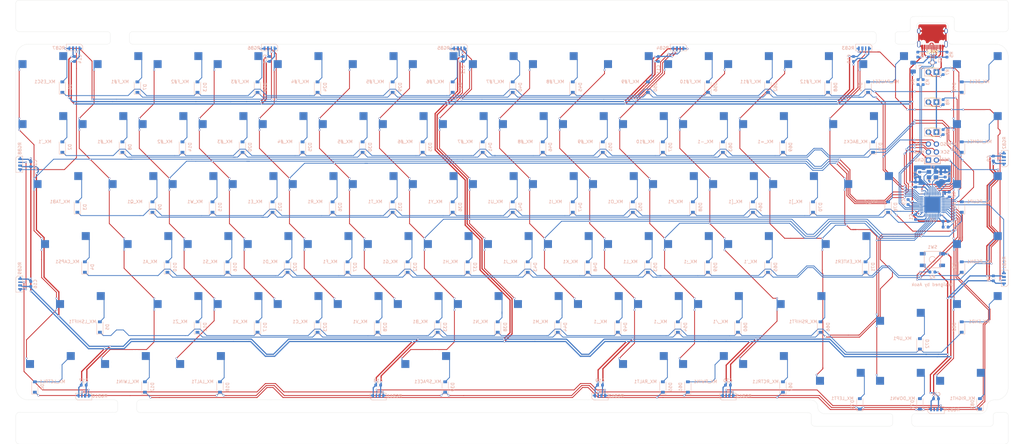
<source format=kicad_pcb>
(kicad_pcb (version 20171130) (host pcbnew "(5.1.4)-1")
  (layers (0 F.Cu signal) (31 B.Cu signal) (34 B.Paste user) (35 F.Paste user) (36 B.SilkS user) (37 F.SilkS user) (38 B.Mask user) (39 F.Mask user) (44 Edge.Cuts user))
  (net 0 "")
  (net 1 GND)
  (net 2 +5V)
  (net 3 "Net-(D1-Pad2)")
  (net 4 ROW0)
  (net 5 "Net-(D2-Pad2)")
  (net 6 ROW1)
  (net 7 "Net-(D3-Pad2)")
  (net 8 ROW2)
  (net 9 "Net-(D4-Pad2)")
  (net 10 ROW3)
  (net 11 "Net-(D5-Pad2)")
  (net 12 ROW4)
  (net 13 "Net-(D6-Pad2)")
  (net 14 ROW5)
  (net 15 "Net-(D7-Pad2)")
  (net 16 "Net-(D8-Pad2)")
  (net 17 "Net-(D9-Pad2)")
  (net 18 "Net-(D10-Pad2)")
  (net 19 "Net-(D11-Pad2)")
  (net 20 "Net-(D12-Pad2)")
  (net 21 "Net-(D13-Pad2)")
  (net 22 "Net-(D14-Pad2)")
  (net 23 "Net-(D15-Pad2)")
  (net 24 "Net-(D16-Pad2)")
  (net 25 "Net-(D17-Pad2)")
  (net 26 "Net-(D18-Pad2)")
  (net 27 "Net-(D19-Pad2)")
  (net 28 "Net-(D20-Pad2)")
  (net 29 "Net-(D21-Pad2)")
  (net 30 "Net-(D22-Pad2)")
  (net 31 "Net-(D23-Pad2)")
  (net 32 "Net-(D24-Pad2)")
  (net 33 "Net-(D25-Pad2)")
  (net 34 "Net-(D26-Pad2)")
  (net 35 "Net-(D27-Pad2)")
  (net 36 "Net-(D28-Pad2)")
  (net 37 "Net-(D29-Pad2)")
  (net 38 "Net-(D30-Pad2)")
  (net 39 "Net-(D31-Pad2)")
  (net 40 "Net-(D32-Pad2)")
  (net 41 "Net-(D33-Pad2)")
  (net 42 "Net-(D34-Pad2)")
  (net 43 "Net-(D35-Pad2)")
  (net 44 "Net-(D36-Pad2)")
  (net 45 "Net-(D37-Pad2)")
  (net 46 "Net-(D38-Pad2)")
  (net 47 "Net-(D39-Pad2)")
  (net 48 "Net-(D40-Pad2)")
  (net 49 "Net-(D41-Pad2)")
  (net 50 "Net-(D42-Pad2)")
  (net 51 "Net-(D43-Pad2)")
  (net 52 "Net-(D44-Pad2)")
  (net 53 "Net-(D45-Pad2)")
  (net 54 "Net-(D46-Pad2)")
  (net 55 "Net-(D47-Pad2)")
  (net 56 "Net-(D48-Pad2)")
  (net 57 "Net-(D49-Pad2)")
  (net 58 "Net-(D50-Pad2)")
  (net 59 "Net-(D51-Pad2)")
  (net 60 "Net-(D52-Pad2)")
  (net 61 "Net-(D53-Pad2)")
  (net 62 "Net-(D54-Pad2)")
  (net 63 "Net-(D55-Pad2)")
  (net 64 "Net-(D56-Pad2)")
  (net 65 "Net-(D57-Pad2)")
  (net 66 "Net-(D58-Pad2)")
  (net 67 "Net-(D59-Pad2)")
  (net 68 "Net-(D60-Pad2)")
  (net 69 "Net-(D61-Pad2)")
  (net 70 "Net-(D62-Pad2)")
  (net 71 "Net-(D63-Pad2)")
  (net 72 "Net-(D64-Pad2)")
  (net 73 "Net-(D65-Pad2)")
  (net 74 "Net-(D66-Pad2)")
  (net 75 "Net-(D67-Pad2)")
  (net 76 "Net-(D68-Pad2)")
  (net 77 "Net-(D69-Pad2)")
  (net 78 "Net-(D70-Pad2)")
  (net 79 "Net-(D71-Pad2)")
  (net 80 "Net-(D72-Pad2)")
  (net 81 "Net-(D73-Pad2)")
  (net 82 "Net-(D74-Pad2)")
  (net 83 "Net-(D75-Pad2)")
  (net 84 "Net-(D76-Pad2)")
  (net 85 "Net-(D77-Pad2)")
  (net 86 "Net-(D78-Pad2)")
  (net 87 "Net-(D79-Pad2)")
  (net 88 "Net-(D80-Pad2)")
  (net 89 "Net-(D81-Pad2)")
  (net 90 "Net-(D82-Pad2)")
  (net 91 "Net-(D83-Pad2)")
  (net 92 VCC)
  (net 93 RESET)
  (net 94 COL1)
  (net 95 COL2)
  (net 96 COL3)
  (net 97 COL4)
  (net 98 COL5)
  (net 99 COL6)
  (net 100 COL7)
  (net 101 COL0)
  (net 102 LEDIND1)
  (net 103 LEDIND2)
  (net 104 LEDIND3)
  (net 105 D-)
  (net 106 D+)
  (net 107 "Net-(USB1-Pad3)")
  (net 108 ROW7)
  (net 109 ROW6)
  (net 110 "Net-(R4-Pad2)")
  (net 111 ROW8)
  (net 112 ROW11)
  (net 113 ROW9)
  (net 114 ROW10)
  (net 115 RGBLED)
  (net 116 "Net-(USB1-Pad9)")
  (net 117 "Net-(R5-Pad2)")
  (net 118 "Net-(C5-Pad1)")
  (net 119 "Net-(C6-Pad1)")
  (net 120 "Net-(C7-Pad1)")
  (net 121 "Net-(LED1-Pad2)")
  (net 122 "Net-(LED2-Pad2)")
  (net 123 "Net-(LED3-Pad2)")
  (net 124 "Net-(R1-Pad2)")
  (net 125 "Net-(R3-Pad2)")
  (net 126 "Net-(R6-Pad2)")
  (net 127 "Net-(RGB1-Pad3)")
  (net 128 "Net-(RGB2-Pad3)")
  (net 129 "Net-(RGB3-Pad3)")
  (net 130 "Net-(RGB4-Pad3)")
  (net 131 "Net-(RGB5-Pad3)")
  (net 132 "Net-(RGB6-Pad3)")
  (net 133 "Net-(RGB7-Pad3)")
  (net 134 "Net-(RGB8-Pad3)")
  (net 135 "Net-(RGB10-Pad1)")
  (net 136 "Net-(RGB10-Pad3)")
  (net 137 "Net-(RGB11-Pad3)")
  (net 138 "Net-(RGB12-Pad3)")
  (net 139 "Net-(RGB13-Pad3)")
  (net 140 "Net-(RGB14-Pad3)")
  (net 141 "Net-(U1-Pad22)")
  (net 142 "Net-(U1-Pad42)")
  (module MX_Only:MXOnly-1U-Hotswap (layer F.Cu) (at 243.461075 125.186304)
    (fp_text reference MX_UP1)
    (fp_text value MX-LED)
    (fp_text user %R (at 0 3.048) (layer B.SilkS) (effects (justify mirror)))
    (pad "" np_thru_hole circle (at 2.54 -5.08) (size 3 3) (drill 3) (layers *.Cu *.Mask))
    (pad "" np_thru_hole circle (at 0 0) (size 3.9878 3.9878) (drill 3.9878) (layers *.Cu *.Mask))
    (pad "" np_thru_hole circle (at -3.81 -2.54) (size 3 3) (drill 3) (layers *.Cu *.Mask))
    (pad "" np_thru_hole circle (at -5.08 0 48.0996) (size 1.75 1.75) (drill 1.75) (layers *.Cu *.Mask))
    (pad "" np_thru_hole circle (at 5.08 0 48.0996) (size 1.75 1.75) (drill 1.75) (layers *.Cu *.Mask))
    (pad 1 smd rect (at -7.085 -2.54) (size 2.55 2.5) (layers B.Cu B.Paste B.Mask) (net 99 COL6))
    (pad 2 smd rect (at 5.842 -5.08) (size 2.55 2.5) (layers B.Cu B.Paste B.Mask) (net 80 "Net-(D72-Pad2)"))
  )
  (module MX_Only:MXOnly-1U-Hotswap (layer F.Cu) (at 267.849214 100.80625)
    (fp_text reference MX_PGDN1)
    (fp_text value MX-LED)
    (fp_text user %R (at 0 3.048) (layer B.SilkS) (effects (justify mirror)))
    (pad "" np_thru_hole circle (at 2.54 -5.08) (size 3 3) (drill 3) (layers *.Cu *.Mask))
    (pad "" np_thru_hole circle (at 0 0) (size 3.9878 3.9878) (drill 3.9878) (layers *.Cu *.Mask))
    (pad "" np_thru_hole circle (at -3.81 -2.54) (size 3 3) (drill 3) (layers *.Cu *.Mask))
    (pad "" np_thru_hole circle (at -5.08 0 48.0996) (size 1.75 1.75) (drill 1.75) (layers *.Cu *.Mask))
    (pad "" np_thru_hole circle (at 5.08 0 48.0996) (size 1.75 1.75) (drill 1.75) (layers *.Cu *.Mask))
    (pad 1 smd rect (at -7.085 -2.54) (size 2.55 2.5) (layers B.Cu B.Paste B.Mask) (net 100 COL7))
    (pad 2 smd rect (at 5.842 -5.08) (size 2.55 2.5) (layers B.Cu B.Paste B.Mask) (net 89 "Net-(D81-Pad2)"))
  )
  (module Package_DFN_QFN:QFN-44-1EP_7x7mm_P0.5mm_EP5.2x5.2mm (layer B.Cu) (at 252.986035 85.725)
    (fp_text reference U1 (at 0 4.82) (layer B.SilkS) (effects (justify mirror)))
    (fp_text value ATmega32U4-MU)
    (pad 44 smd roundrect (at -2.5 3.3375) (size 0.25 1.075) (layers B.Cu B.Paste B.Mask) (net 2 +5V))
    (pad 43 smd roundrect (at -2 3.3375) (size 0.25 1.075) (layers B.Cu B.Paste B.Mask) (net 1 GND))
    (pad 42 smd roundrect (at -1.5 3.3375) (size 0.25 1.075) (layers B.Cu B.Paste B.Mask) (net 142 "Net-(U1-Pad42)"))
    (pad 41 smd roundrect (at -1 3.3375) (size 0.25 1.075) (layers B.Cu B.Paste B.Mask) (net 14 ROW5))
    (pad 40 smd roundrect (at -0.5 3.3375) (size 0.25 1.075) (layers B.Cu B.Paste B.Mask) (net 96 COL3))
    (pad 39 smd roundrect (at 0 3.3375) (size 0.25 1.075) (layers B.Cu B.Paste B.Mask) (net 97 COL4))
    (pad 38 smd roundrect (at 0.5 3.3375) (size 0.25 1.075) (layers B.Cu B.Paste B.Mask) (net 98 COL5))
    (pad 37 smd roundrect (at 1 3.3375) (size 0.25 1.075) (layers B.Cu B.Paste B.Mask) (net 99 COL6))
    (pad 36 smd roundrect (at 1.5 3.3375) (size 0.25 1.075) (layers B.Cu B.Paste B.Mask) (net 111 ROW8))
    (pad 35 smd roundrect (at 2 3.3375) (size 0.25 1.075) (layers B.Cu B.Paste B.Mask) (net 1 GND))
    (pad 34 smd roundrect (at 2.5 3.3375) (size 0.25 1.075) (layers B.Cu B.Paste B.Mask) (net 2 +5V))
    (pad 33 smd roundrect (at 3.3375 2.5) (size 1.075 0.25) (layers B.Cu B.Paste B.Mask) (net 124 "Net-(R1-Pad2)"))
    (pad 32 smd roundrect (at 3.3375 2) (size 1.075 0.25) (layers B.Cu B.Paste B.Mask) (net 113 ROW9))
    (pad 31 smd roundrect (at 3.3375 1.5) (size 1.075 0.25) (layers B.Cu B.Paste B.Mask) (net 109 ROW6))
    (pad 30 smd roundrect (at 3.3375 1) (size 1.075 0.25) (layers B.Cu B.Paste B.Mask) (net 108 ROW7))
    (pad 29 smd roundrect (at 3.3375 0.5) (size 1.075 0.25) (layers B.Cu B.Paste B.Mask) (net 114 ROW10))
    (pad 28 smd roundrect (at 3.3375 0) (size 1.075 0.25) (layers B.Cu B.Paste B.Mask) (net 112 ROW11))
    (pad 27 smd roundrect (at 3.3375 -0.5) (size 1.075 0.25) (layers B.Cu B.Paste B.Mask) (net 115 RGBLED))
    (pad 26 smd roundrect (at 3.3375 -1) (size 1.075 0.25) (layers B.Cu B.Paste B.Mask) (net 10 ROW3))
    (pad 25 smd roundrect (at 3.3375 -1.5) (size 1.075 0.25) (layers B.Cu B.Paste B.Mask) (net 8 ROW2))
    (pad 24 smd roundrect (at 3.3375 -2) (size 1.075 0.25) (layers B.Cu B.Paste B.Mask) (net 2 +5V))
    (pad 23 smd roundrect (at 3.3375 -2.5) (size 1.075 0.25) (layers B.Cu B.Paste B.Mask) (net 1 GND))
    (pad 22 smd roundrect (at 2.5 -3.3375) (size 0.25 1.075) (layers B.Cu B.Paste B.Mask) (net 141 "Net-(U1-Pad22)"))
    (pad 21 smd roundrect (at 2 -3.3375) (size 0.25 1.075) (layers B.Cu B.Paste B.Mask) (net 100 COL7))
    (pad 20 smd roundrect (at 1.5 -3.3375) (size 0.25 1.075) (layers B.Cu B.Paste B.Mask) (net 102 LEDIND1))
    (pad 19 smd roundrect (at 1 -3.3375) (size 0.25 1.075) (layers B.Cu B.Paste B.Mask) (net 103 LEDIND2))
    (pad 18 smd roundrect (at 0.5 -3.3375) (size 0.25 1.075) (layers B.Cu B.Paste B.Mask) (net 104 LEDIND3))
    (pad 17 smd roundrect (at 0 -3.3375) (size 0.25 1.075) (layers B.Cu B.Paste B.Mask) (net 119 "Net-(C6-Pad1)"))
    (pad 16 smd roundrect (at -0.5 -3.3375) (size 0.25 1.075) (layers B.Cu B.Paste B.Mask) (net 120 "Net-(C7-Pad1)"))
    (pad 15 smd roundrect (at -1 -3.3375) (size 0.25 1.075) (layers B.Cu B.Paste B.Mask) (net 1 GND))
    (pad 14 smd roundrect (at -1.5 -3.3375) (size 0.25 1.075) (layers B.Cu B.Paste B.Mask) (net 2 +5V))
    (pad 13 smd roundrect (at -2 -3.3375) (size 0.25 1.075) (layers B.Cu B.Paste B.Mask) (net 93 RESET))
    (pad 12 smd roundrect (at -2.5 -3.3375) (size 0.25 1.075) (layers B.Cu B.Paste B.Mask) (net 4 ROW0))
    (pad 11 smd roundrect (at -3.3375 -2.5) (size 1.075 0.25) (layers B.Cu B.Paste B.Mask) (net 6 ROW1))
    (pad 10 smd roundrect (at -3.3375 -2) (size 1.075 0.25) (layers B.Cu B.Paste B.Mask) (net 101 COL0))
    (pad 9 smd roundrect (at -3.3375 -1.5) (size 1.075 0.25) (layers B.Cu B.Paste B.Mask) (net 94 COL1))
    (pad 8 smd roundrect (at -3.3375 -1) (size 1.075 0.25) (layers B.Cu B.Paste B.Mask) (net 95 COL2))
    (pad 7 smd roundrect (at -3.3375 -0.5) (size 1.075 0.25) (layers B.Cu B.Paste B.Mask) (net 2 +5V))
    (pad 6 smd roundrect (at -3.3375 0) (size 1.075 0.25) (layers B.Cu B.Paste B.Mask) (net 118 "Net-(C5-Pad1)"))
    (pad 5 smd roundrect (at -3.3375 0.5) (size 1.075 0.25) (layers B.Cu B.Paste B.Mask) (net 1 GND))
    (pad 4 smd roundrect (at -3.3375 1) (size 1.075 0.25) (layers B.Cu B.Paste B.Mask) (net 106 D+))
    (pad 3 smd roundrect (at -3.3375 1.5) (size 1.075 0.25) (layers B.Cu B.Paste B.Mask) (net 105 D-))
    (pad 2 smd roundrect (at -3.3375 2) (size 1.075 0.25) (layers B.Cu B.Paste B.Mask) (net 2 +5V))
    (pad 1 smd roundrect (at -3.3375 2.5) (size 1.075 0.25) (layers B.Cu B.Paste B.Mask) (net 12 ROW4))
    (pad 45 smd roundrect (at 0 0) (size 5.2 5.2) (layers B.Cu B.Mask) (roundrect_rratio 0.048077) (net 1 GND))
  )
  (module MX_Only:MXOnly-2U-Hotswap (layer F.Cu) (at 228.6 62.70625)
    (fp_text reference MX_BACK1)
    (fp_text value MX-LED)
    (fp_text user %R (at 0 3.048) (layer B.SilkS) (effects (justify mirror)))
    (pad "" np_thru_hole circle (at 2.54 -5.08) (size 3 3) (drill 3) (layers *.Cu *.Mask))
    (pad "" np_thru_hole circle (at 0 0) (size 3.9878 3.9878) (drill 3.9878) (layers *.Cu *.Mask))
    (pad "" np_thru_hole circle (at -3.81 -2.54) (size 3 3) (drill 3) (layers *.Cu *.Mask))
    (pad "" np_thru_hole circle (at -5.08 0 48.0996) (size 1.75 1.75) (drill 1.75) (layers *.Cu *.Mask))
    (pad "" np_thru_hole circle (at 5.08 0 48.0996) (size 1.75 1.75) (drill 1.75) (layers *.Cu *.Mask))
    (pad 1 smd rect (at -7.085 -2.54) (size 2.55 2.5) (layers B.Cu B.Paste B.Mask) (net 99 COL6))
    (pad 2 smd rect (at 5.842 -5.08) (size 2.55 2.5) (layers B.Cu B.Paste B.Mask) (net 83 "Net-(D75-Pad2)"))
    (pad "" np_thru_hole circle (at 11.938 -6.985) (size 3.048 3.048) (drill 3.048) (layers *.Cu *.Mask))
    (pad "" np_thru_hole circle (at -11.938 -6.985) (size 3.048 3.048) (drill 3.048) (layers *.Cu *.Mask))
    (pad "" np_thru_hole circle (at 11.938 8.255) (size 3.9878 3.9878) (drill 3.9878) (layers *.Cu *.Mask))
    (pad "" np_thru_hole circle (at -11.938 8.255) (size 3.9878 3.9878) (drill 3.9878) (layers *.Cu *.Mask))
  )
  (module MX_Only:MXOnly-1U-Hotswap (layer F.Cu) (at 95.25 81.75625)
    (fp_text reference MX_Y1)
    (fp_text value MX-LED)
    (fp_text user %R (at 0 3.048) (layer B.SilkS) (effects (justify mirror)))
    (pad "" np_thru_hole circle (at 2.54 -5.08) (size 3 3) (drill 3) (layers *.Cu *.Mask))
    (pad "" np_thru_hole circle (at 0 0) (size 3.9878 3.9878) (drill 3.9878) (layers *.Cu *.Mask))
    (pad "" np_thru_hole circle (at -3.81 -2.54) (size 3 3) (drill 3) (layers *.Cu *.Mask))
    (pad "" np_thru_hole circle (at -5.08 0 48.0996) (size 1.75 1.75) (drill 1.75) (layers *.Cu *.Mask))
    (pad "" np_thru_hole circle (at 5.08 0 48.0996) (size 1.75 1.75) (drill 1.75) (layers *.Cu *.Mask))
    (pad 1 smd rect (at -7.085 -2.54) (size 2.55 2.5) (layers B.Cu B.Paste B.Mask) (net 96 COL3))
    (pad 2 smd rect (at 5.842 -5.08) (size 2.55 2.5) (layers B.Cu B.Paste B.Mask) (net 44 "Net-(D36-Pad2)"))
  )
  (module MX_Only:MXOnly-1U-Hotswap (layer F.Cu) (at 209.55 81.75625)
    (fp_text reference MX_]1)
    (fp_text value MX-LED)
    (fp_text user %R (at 0 3.048) (layer B.SilkS) (effects (justify mirror)))
    (pad "" np_thru_hole circle (at 2.54 -5.08) (size 3 3) (drill 3) (layers *.Cu *.Mask))
    (pad "" np_thru_hole circle (at 0 0) (size 3.9878 3.9878) (drill 3.9878) (layers *.Cu *.Mask))
    (pad "" np_thru_hole circle (at -3.81 -2.54) (size 3 3) (drill 3) (layers *.Cu *.Mask))
    (pad "" np_thru_hole circle (at -5.08 0 48.0996) (size 1.75 1.75) (drill 1.75) (layers *.Cu *.Mask))
    (pad "" np_thru_hole circle (at 5.08 0 48.0996) (size 1.75 1.75) (drill 1.75) (layers *.Cu *.Mask))
    (pad 1 smd rect (at -7.085 -2.54) (size 2.55 2.5) (layers B.Cu B.Paste B.Mask) (net 99 COL6))
    (pad 2 smd rect (at 5.842 -5.08) (size 2.55 2.5) (layers B.Cu B.Paste B.Mask) (net 78 "Net-(D70-Pad2)"))
  )
  (module MX_Only:MXOnly-1U-Hotswap (layer F.Cu) (at -28.575 62.70625)
    (fp_text reference MX_`1)
    (fp_text value MX-LED)
    (fp_text user %R (at 0 3.048) (layer B.SilkS) (effects (justify mirror)))
    (pad "" np_thru_hole circle (at 2.54 -5.08) (size 3 3) (drill 3) (layers *.Cu *.Mask))
    (pad "" np_thru_hole circle (at 0 0) (size 3.9878 3.9878) (drill 3.9878) (layers *.Cu *.Mask))
    (pad "" np_thru_hole circle (at -3.81 -2.54) (size 3 3) (drill 3) (layers *.Cu *.Mask))
    (pad "" np_thru_hole circle (at -5.08 0 48.0996) (size 1.75 1.75) (drill 1.75) (layers *.Cu *.Mask))
    (pad "" np_thru_hole circle (at 5.08 0 48.0996) (size 1.75 1.75) (drill 1.75) (layers *.Cu *.Mask))
    (pad 1 smd rect (at -7.085 -2.54) (size 2.55 2.5) (layers B.Cu B.Paste B.Mask) (net 101 COL0))
    (pad 2 smd rect (at 5.842 -5.08) (size 2.55 2.5) (layers B.Cu B.Paste B.Mask) (net 5 "Net-(D2-Pad2)"))
  )
  (module MX_Only:MXOnly-1U-Hotswap (layer F.Cu) (at 267.849214 81.75625)
    (fp_text reference MX_PGUP1)
    (fp_text value MX-LED)
    (fp_text user %R (at 0 3.048) (layer B.SilkS) (effects (justify mirror)))
    (pad "" np_thru_hole circle (at 2.54 -5.08) (size 3 3) (drill 3) (layers *.Cu *.Mask))
    (pad "" np_thru_hole circle (at 0 0) (size 3.9878 3.9878) (drill 3.9878) (layers *.Cu *.Mask))
    (pad "" np_thru_hole circle (at -3.81 -2.54) (size 3 3) (drill 3) (layers *.Cu *.Mask))
    (pad "" np_thru_hole circle (at -5.08 0 48.0996) (size 1.75 1.75) (drill 1.75) (layers *.Cu *.Mask))
    (pad "" np_thru_hole circle (at 5.08 0 48.0996) (size 1.75 1.75) (drill 1.75) (layers *.Cu *.Mask))
    (pad 1 smd rect (at -7.085 -2.54) (size 2.55 2.5) (layers B.Cu B.Paste B.Mask) (net 100 COL7))
    (pad 2 smd rect (at 5.842 -5.08) (size 2.55 2.5) (layers B.Cu B.Paste B.Mask) (net 88 "Net-(D80-Pad2)"))
  )
  (module MX_Only:MXOnly-1U-Hotswap (layer F.Cu) (at 262.511315 144.24)
    (fp_text reference MX_RIGHT1)
    (fp_text value MX-LED)
    (fp_text user %R (at 0 3.048) (layer B.SilkS) (effects (justify mirror)))
    (pad "" np_thru_hole circle (at 2.54 -5.08) (size 3 3) (drill 3) (layers *.Cu *.Mask))
    (pad "" np_thru_hole circle (at 0 0) (size 3.9878 3.9878) (drill 3.9878) (layers *.Cu *.Mask))
    (pad "" np_thru_hole circle (at -3.81 -2.54) (size 3 3) (drill 3) (layers *.Cu *.Mask))
    (pad "" np_thru_hole circle (at -5.08 0 48.0996) (size 1.75 1.75) (drill 1.75) (layers *.Cu *.Mask))
    (pad "" np_thru_hole circle (at 5.08 0 48.0996) (size 1.75 1.75) (drill 1.75) (layers *.Cu *.Mask))
    (pad 1 smd rect (at -7.085 -2.54) (size 2.55 2.5) (layers B.Cu B.Paste B.Mask) (net 100 COL7))
    (pad 2 smd rect (at 5.842 -5.08) (size 2.55 2.5) (layers B.Cu B.Paste B.Mask) (net 91 "Net-(D83-Pad2)"))
  )
  (module MX_Only:MXOnly-1U-Hotswap (layer F.Cu) (at 176.2125 43.65625)
    (fp_text reference MX_F#10)
    (fp_text value MX-LED)
    (fp_text user %R (at 0 3.048) (layer B.SilkS) (effects (justify mirror)))
    (pad "" np_thru_hole circle (at 2.54 -5.08) (size 3 3) (drill 3) (layers *.Cu *.Mask))
    (pad "" np_thru_hole circle (at 0 0) (size 3.9878 3.9878) (drill 3.9878) (layers *.Cu *.Mask))
    (pad "" np_thru_hole circle (at -3.81 -2.54) (size 3 3) (drill 3) (layers *.Cu *.Mask))
    (pad "" np_thru_hole circle (at -5.08 0 48.0996) (size 1.75 1.75) (drill 1.75) (layers *.Cu *.Mask))
    (pad "" np_thru_hole circle (at 5.08 0 48.0996) (size 1.75 1.75) (drill 1.75) (layers *.Cu *.Mask))
    (pad 1 smd rect (at -7.085 -2.54) (size 2.55 2.5) (layers B.Cu B.Paste B.Mask) (net 98 COL5))
    (pad 2 smd rect (at 5.842 -5.08) (size 2.55 2.5) (layers B.Cu B.Paste B.Mask) (net 64 "Net-(D56-Pad2)"))
  )
  (module MX_Only:MXOnly-1U-Hotswap (layer F.Cu) (at 114.3 43.65625)
    (fp_text reference MX_F#7)
    (fp_text value MX-LED)
    (fp_text user %R (at 0 3.048) (layer B.SilkS) (effects (justify mirror)))
    (pad "" np_thru_hole circle (at 2.54 -5.08) (size 3 3) (drill 3) (layers *.Cu *.Mask))
    (pad "" np_thru_hole circle (at 0 0) (size 3.9878 3.9878) (drill 3.9878) (layers *.Cu *.Mask))
    (pad "" np_thru_hole circle (at -3.81 -2.54) (size 3 3) (drill 3) (layers *.Cu *.Mask))
    (pad "" np_thru_hole circle (at -5.08 0 48.0996) (size 1.75 1.75) (drill 1.75) (layers *.Cu *.Mask))
    (pad "" np_thru_hole circle (at 5.08 0 48.0996) (size 1.75 1.75) (drill 1.75) (layers *.Cu *.Mask))
    (pad 1 smd rect (at -7.085 -2.54) (size 2.55 2.5) (layers B.Cu B.Paste B.Mask) (net 96 COL3))
    (pad 2 smd rect (at 5.842 -5.08) (size 2.55 2.5) (layers B.Cu B.Paste B.Mask) (net 48 "Net-(D40-Pad2)"))
  )
  (module random-keyboard-parts:D_SOD-123-Pretty (layer B.Cu) (at 229.967155 149.003695 90)
    (fp_text reference D73 (at -0.221305 -2.38128 90) (layer B.SilkS) (effects (justify mirror)))
    (fp_text value SOD-123)
    (pad 1 smd rect (at -1.65 0 90) (size 0.9 1.2) (layers B.Cu B.Paste B.Mask) (net 114 ROW10))
    (pad 2 smd rect (at 1.65 0 90) (size 0.9 1.2) (layers B.Cu B.Paste B.Mask) (net 81 "Net-(D73-Pad2)"))
  )
  (module MX_Only:MXOnly-1U-Hotswap (layer F.Cu) (at 166.6875 119.85625)
    (fp_text reference MX_.1)
    (fp_text value MX-LED)
    (fp_text user %R (at 0 3.048) (layer B.SilkS) (effects (justify mirror)))
    (pad "" np_thru_hole circle (at 2.54 -5.08) (size 3 3) (drill 3) (layers *.Cu *.Mask))
    (pad "" np_thru_hole circle (at 0 0) (size 3.9878 3.9878) (drill 3.9878) (layers *.Cu *.Mask))
    (pad "" np_thru_hole circle (at -3.81 -2.54) (size 3 3) (drill 3) (layers *.Cu *.Mask))
    (pad "" np_thru_hole circle (at -5.08 0 48.0996) (size 1.75 1.75) (drill 1.75) (layers *.Cu *.Mask))
    (pad "" np_thru_hole circle (at 5.08 0 48.0996) (size 1.75 1.75) (drill 1.75) (layers *.Cu *.Mask))
    (pad 1 smd rect (at -7.085 -2.54) (size 2.55 2.5) (layers B.Cu B.Paste B.Mask) (net 97 COL4))
    (pad 2 smd rect (at 5.842 -5.08) (size 2.55 2.5) (layers B.Cu B.Paste B.Mask) (net 62 "Net-(D54-Pad2)"))
  )
  (module random-keyboard-parts:D_SOD-123-Pretty (layer B.Cu) (at 200.81875 105.56875 90)
    (fp_text reference D65 (at 0 2.38125 270) (layer B.SilkS) (effects (justify mirror)))
    (fp_text value SOD-123)
    (pad 2 smd rect (at 1.65 0 90) (size 0.9 1.2) (layers B.Cu B.Paste B.Mask) (net 73 "Net-(D65-Pad2)"))
    (pad 1 smd rect (at -1.65 0 90) (size 0.9 1.2) (layers B.Cu B.Paste B.Mask) (net 108 ROW7))
  )
  (module MX_Only:MXOnly-1U-Hotswap (layer F.Cu) (at 4.7625 100.80625)
    (fp_text reference MX_A1)
    (fp_text value MX-LED)
    (fp_text user %R (at 0 3.048) (layer B.SilkS) (effects (justify mirror)))
    (pad "" np_thru_hole circle (at 2.54 -5.08) (size 3 3) (drill 3) (layers *.Cu *.Mask))
    (pad "" np_thru_hole circle (at 0 0) (size 3.9878 3.9878) (drill 3.9878) (layers *.Cu *.Mask))
    (pad "" np_thru_hole circle (at -3.81 -2.54) (size 3 3) (drill 3) (layers *.Cu *.Mask))
    (pad "" np_thru_hole circle (at -5.08 0 48.0996) (size 1.75 1.75) (drill 1.75) (layers *.Cu *.Mask))
    (pad "" np_thru_hole circle (at 5.08 0 48.0996) (size 1.75 1.75) (drill 1.75) (layers *.Cu *.Mask))
    (pad 1 smd rect (at -7.085 -2.54) (size 2.55 2.5) (layers B.Cu B.Paste B.Mask) (net 101 COL0))
    (pad 2 smd rect (at 5.842 -5.08) (size 2.55 2.5) (layers B.Cu B.Paste B.Mask) (net 18 "Net-(D10-Pad2)"))
  )
  (module MX_Only:MXOnly-1U-Hotswap (layer F.Cu) (at 14.2875 43.65625)
    (fp_text reference MX_F#2)
    (fp_text value MX-LED)
    (fp_text user %R (at 0 3.048) (layer B.SilkS) (effects (justify mirror)))
    (pad "" np_thru_hole circle (at 2.54 -5.08) (size 3 3) (drill 3) (layers *.Cu *.Mask))
    (pad "" np_thru_hole circle (at 0 0) (size 3.9878 3.9878) (drill 3.9878) (layers *.Cu *.Mask))
    (pad "" np_thru_hole circle (at -3.81 -2.54) (size 3 3) (drill 3) (layers *.Cu *.Mask))
    (pad "" np_thru_hole circle (at -5.08 0 48.0996) (size 1.75 1.75) (drill 1.75) (layers *.Cu *.Mask))
    (pad "" np_thru_hole circle (at 5.08 0 48.0996) (size 1.75 1.75) (drill 1.75) (layers *.Cu *.Mask))
    (pad 1 smd rect (at -7.085 -2.54) (size 2.55 2.5) (layers B.Cu B.Paste B.Mask) (net 94 COL1))
    (pad 2 smd rect (at 5.842 -5.08) (size 2.55 2.5) (layers B.Cu B.Paste B.Mask) (net 21 "Net-(D13-Pad2)"))
  )
  (module MX_Only:MXOnly-1U-Hotswap (layer F.Cu) (at 190.5 81.75625)
    (fp_text reference MX_[1)
    (fp_text value MX-LED)
    (fp_text user %R (at 0 3.048) (layer B.SilkS) (effects (justify mirror)))
    (pad "" np_thru_hole circle (at 2.54 -5.08) (size 3 3) (drill 3) (layers *.Cu *.Mask))
    (pad "" np_thru_hole circle (at 0 0) (size 3.9878 3.9878) (drill 3.9878) (layers *.Cu *.Mask))
    (pad "" np_thru_hole circle (at -3.81 -2.54) (size 3 3) (drill 3) (layers *.Cu *.Mask))
    (pad "" np_thru_hole circle (at -5.08 0 48.0996) (size 1.75 1.75) (drill 1.75) (layers *.Cu *.Mask))
    (pad "" np_thru_hole circle (at 5.08 0 48.0996) (size 1.75 1.75) (drill 1.75) (layers *.Cu *.Mask))
    (pad 1 smd rect (at -7.085 -2.54) (size 2.55 2.5) (layers B.Cu B.Paste B.Mask) (net 98 COL5))
    (pad 2 smd rect (at 5.842 -5.08) (size 2.55 2.5) (layers B.Cu B.Paste B.Mask) (net 72 "Net-(D64-Pad2)"))
  )
  (module MX_Only:MXOnly-1U-Hotswap (layer F.Cu) (at 38.1 81.75625)
    (fp_text reference MX_E1)
    (fp_text value MX-LED)
    (fp_text user %R (at 0 3.048) (layer B.SilkS) (effects (justify mirror)))
    (pad "" np_thru_hole circle (at 2.54 -5.08) (size 3 3) (drill 3) (layers *.Cu *.Mask))
    (pad "" np_thru_hole circle (at 0 0) (size 3.9878 3.9878) (drill 3.9878) (layers *.Cu *.Mask))
    (pad "" np_thru_hole circle (at -3.81 -2.54) (size 3 3) (drill 3) (layers *.Cu *.Mask))
    (pad "" np_thru_hole circle (at -5.08 0 48.0996) (size 1.75 1.75) (drill 1.75) (layers *.Cu *.Mask))
    (pad "" np_thru_hole circle (at 5.08 0 48.0996) (size 1.75 1.75) (drill 1.75) (layers *.Cu *.Mask))
    (pad 1 smd rect (at -7.085 -2.54) (size 2.55 2.5) (layers B.Cu B.Paste B.Mask) (net 94 COL1))
    (pad 2 smd rect (at 5.842 -5.08) (size 2.55 2.5) (layers B.Cu B.Paste B.Mask) (net 29 "Net-(D21-Pad2)"))
  )
  (module MX_Only:MXOnly-2.25U-Hotswap-ReversedStabilizers (layer F.Cu) (at 226.21875 100.80625)
    (fp_text reference MX_ENTER1)
    (fp_text value MX-LED)
    (fp_text user %R (at 0 3.048) (layer B.SilkS) (effects (justify mirror)))
    (pad "" np_thru_hole circle (at 2.54 -5.08) (size 3 3) (drill 3) (layers *.Cu *.Mask))
    (pad "" np_thru_hole circle (at 0 0) (size 3.9878 3.9878) (drill 3.9878) (layers *.Cu *.Mask))
    (pad "" np_thru_hole circle (at -3.81 -2.54) (size 3 3) (drill 3) (layers *.Cu *.Mask))
    (pad "" np_thru_hole circle (at -5.08 0 48.0996) (size 1.75 1.75) (drill 1.75) (layers *.Cu *.Mask))
    (pad "" np_thru_hole circle (at 5.08 0 48.0996) (size 1.75 1.75) (drill 1.75) (layers *.Cu *.Mask))
    (pad 1 smd rect (at -7.085 -2.54) (size 2.55 2.5) (layers B.Cu B.Paste B.Mask) (net 99 COL6))
    (pad 2 smd rect (at 5.842 -5.08) (size 2.55 2.5) (layers B.Cu B.Paste B.Mask) (net 79 "Net-(D71-Pad2)"))
    (pad "" np_thru_hole circle (at 11.938 6.985) (size 3.048 3.048) (drill 3.048) (layers *.Cu *.Mask))
    (pad "" np_thru_hole circle (at -11.938 6.985) (size 3.048 3.048) (drill 3.048) (layers *.Cu *.Mask))
    (pad "" np_thru_hole circle (at 11.938 -8.255) (size 3.9878 3.9878) (drill 3.9878) (layers *.Cu *.Mask))
    (pad "" np_thru_hole circle (at -11.938 -8.255) (size 3.9878 3.9878) (drill 3.9878) (layers *.Cu *.Mask))
  )
  (module MX_Only:MXOnly-1U-Hotswap (layer F.Cu) (at -4.7625 43.65625)
    (fp_text reference MX_F#1)
    (fp_text value MX-LED)
    (fp_text user %R (at 0 3.048) (layer B.SilkS) (effects (justify mirror)))
    (pad "" np_thru_hole circle (at 2.54 -5.08) (size 3 3) (drill 3) (layers *.Cu *.Mask))
    (pad "" np_thru_hole circle (at 0 0) (size 3.9878 3.9878) (drill 3.9878) (layers *.Cu *.Mask))
    (pad "" np_thru_hole circle (at -3.81 -2.54) (size 3 3) (drill 3) (layers *.Cu *.Mask))
    (pad "" np_thru_hole circle (at -5.08 0 48.0996) (size 1.75 1.75) (drill 1.75) (layers *.Cu *.Mask))
    (pad "" np_thru_hole circle (at 5.08 0 48.0996) (size 1.75 1.75) (drill 1.75) (layers *.Cu *.Mask))
    (pad 1 smd rect (at -7.085 -2.54) (size 2.55 2.5) (layers B.Cu B.Paste B.Mask) (net 101 COL0))
    (pad 2 smd rect (at 5.842 -5.08) (size 2.55 2.5) (layers B.Cu B.Paste B.Mask) (net 15 "Net-(D7-Pad2)"))
  )
  (module random-keyboard-parts:SOT143B (layer B.Cu) (at 252.986035 39.6875 180)
    (fp_text reference U2 (at -2.38125 0 90) (layer B.SilkS) (effects (justify mirror)))
    (fp_text value PRTR5V0U2X)
    (pad 3 smd rect (at 1 -0.95 270) (size 0.6 0.7) (layers B.Cu B.Paste B.Mask) (net 110 "Net-(R4-Pad2)"))
    (pad 2 smd rect (at -1 -0.95 270) (size 0.6 0.7) (layers B.Cu B.Paste B.Mask) (net 125 "Net-(R3-Pad2)"))
    (pad 4 smd rect (at 1 0.95 270) (size 0.6 0.7) (layers B.Cu B.Paste B.Mask) (net 92 VCC))
    (pad 1 smd rect (at -1 0.75 270) (size 1 0.7) (layers B.Cu B.Paste B.Mask) (net 1 GND))
  )
  (module MX_Only:MXOnly-1U-Hotswap (layer F.Cu) (at 14.2875 119.85625)
    (fp_text reference MX_Z1)
    (fp_text value MX-LED)
    (fp_text user %R (at 0 3.048) (layer B.SilkS) (effects (justify mirror)))
    (pad "" np_thru_hole circle (at 2.54 -5.08) (size 3 3) (drill 3) (layers *.Cu *.Mask))
    (pad "" np_thru_hole circle (at 0 0) (size 3.9878 3.9878) (drill 3.9878) (layers *.Cu *.Mask))
    (pad "" np_thru_hole circle (at -3.81 -2.54) (size 3 3) (drill 3) (layers *.Cu *.Mask))
    (pad "" np_thru_hole circle (at -5.08 0 48.0996) (size 1.75 1.75) (drill 1.75) (layers *.Cu *.Mask))
    (pad "" np_thru_hole circle (at 5.08 0 48.0996) (size 1.75 1.75) (drill 1.75) (layers *.Cu *.Mask))
    (pad 1 smd rect (at -7.085 -2.54) (size 2.55 2.5) (layers B.Cu B.Paste B.Mask) (net 101 COL0))
    (pad 2 smd rect (at 5.842 -5.08) (size 2.55 2.5) (layers B.Cu B.Paste B.Mask) (net 19 "Net-(D11-Pad2)"))
  )
  (module MX_Only:MXOnly-1U-Hotswap (layer F.Cu) (at 33.3375 119.85625)
    (fp_text reference MX_X1)
    (fp_text value MX-LED)
    (fp_text user %R (at 0 3.048) (layer B.SilkS) (effects (justify mirror)))
    (pad "" np_thru_hole circle (at 2.54 -5.08) (size 3 3) (drill 3) (layers *.Cu *.Mask))
    (pad "" np_thru_hole circle (at 0 0) (size 3.9878 3.9878) (drill 3.9878) (layers *.Cu *.Mask))
    (pad "" np_thru_hole circle (at -3.81 -2.54) (size 3 3) (drill 3) (layers *.Cu *.Mask))
    (pad "" np_thru_hole circle (at -5.08 0 48.0996) (size 1.75 1.75) (drill 1.75) (layers *.Cu *.Mask))
    (pad "" np_thru_hole circle (at 5.08 0 48.0996) (size 1.75 1.75) (drill 1.75) (layers *.Cu *.Mask))
    (pad 1 smd rect (at -7.085 -2.54) (size 2.55 2.5) (layers B.Cu B.Paste B.Mask) (net 94 COL1))
    (pad 2 smd rect (at 5.842 -5.08) (size 2.55 2.5) (layers B.Cu B.Paste B.Mask) (net 25 "Net-(D17-Pad2)"))
  )
  (module MX_Only:MXOnly-1U-Hotswap (layer F.Cu) (at 19.05 81.75625)
    (fp_text reference MX_W1)
    (fp_text value MX-LED)
    (fp_text user %R (at 0 3.048) (layer B.SilkS) (effects (justify mirror)))
    (pad "" np_thru_hole circle (at 2.54 -5.08) (size 3 3) (drill 3) (layers *.Cu *.Mask))
    (pad "" np_thru_hole circle (at 0 0) (size 3.9878 3.9878) (drill 3.9878) (layers *.Cu *.Mask))
    (pad "" np_thru_hole circle (at -3.81 -2.54) (size 3 3) (drill 3) (layers *.Cu *.Mask))
    (pad "" np_thru_hole circle (at -5.08 0 48.0996) (size 1.75 1.75) (drill 1.75) (layers *.Cu *.Mask))
    (pad "" np_thru_hole circle (at 5.08 0 48.0996) (size 1.75 1.75) (drill 1.75) (layers *.Cu *.Mask))
    (pad 1 smd rect (at -7.085 -2.54) (size 2.55 2.5) (layers B.Cu B.Paste B.Mask) (net 94 COL1))
    (pad 2 smd rect (at 5.842 -5.08) (size 2.55 2.5) (layers B.Cu B.Paste B.Mask) (net 23 "Net-(D15-Pad2)"))
  )
  (module MX_Only:MXOnly-1U-Hotswap (layer F.Cu) (at 71.4375 119.85625)
    (fp_text reference MX_V1)
    (fp_text value MX-LED)
    (fp_text user %R (at 0 3.048) (layer B.SilkS) (effects (justify mirror)))
    (pad "" np_thru_hole circle (at 2.54 -5.08) (size 3 3) (drill 3) (layers *.Cu *.Mask))
    (pad "" np_thru_hole circle (at 0 0) (size 3.9878 3.9878) (drill 3.9878) (layers *.Cu *.Mask))
    (pad "" np_thru_hole circle (at -3.81 -2.54) (size 3 3) (drill 3) (layers *.Cu *.Mask))
    (pad "" np_thru_hole circle (at -5.08 0 48.0996) (size 1.75 1.75) (drill 1.75) (layers *.Cu *.Mask))
    (pad "" np_thru_hole circle (at 5.08 0 48.0996) (size 1.75 1.75) (drill 1.75) (layers *.Cu *.Mask))
    (pad 1 smd rect (at -7.085 -2.54) (size 2.55 2.5) (layers B.Cu B.Paste B.Mask) (net 95 COL2))
    (pad 2 smd rect (at 5.842 -5.08) (size 2.55 2.5) (layers B.Cu B.Paste B.Mask) (net 36 "Net-(D28-Pad2)"))
  )
  (module MX_Only:MXOnly-1U-Hotswap (layer F.Cu) (at 114.3 81.75625)
    (fp_text reference MX_U1)
    (fp_text value MX-LED)
    (fp_text user %R (at 0 3.048) (layer B.SilkS) (effects (justify mirror)))
    (pad "" np_thru_hole circle (at 2.54 -5.08) (size 3 3) (drill 3) (layers *.Cu *.Mask))
    (pad "" np_thru_hole circle (at 0 0) (size 3.9878 3.9878) (drill 3.9878) (layers *.Cu *.Mask))
    (pad "" np_thru_hole circle (at -3.81 -2.54) (size 3 3) (drill 3) (layers *.Cu *.Mask))
    (pad "" np_thru_hole circle (at -5.08 0 48.0996) (size 1.75 1.75) (drill 1.75) (layers *.Cu *.Mask))
    (pad "" np_thru_hole circle (at 5.08 0 48.0996) (size 1.75 1.75) (drill 1.75) (layers *.Cu *.Mask))
    (pad 1 smd rect (at -7.085 -2.54) (size 2.55 2.5) (layers B.Cu B.Paste B.Mask) (net 96 COL3))
    (pad 2 smd rect (at 5.842 -5.08) (size 2.55 2.5) (layers B.Cu B.Paste B.Mask) (net 50 "Net-(D42-Pad2)"))
  )
  (module MX_Only:MXOnly-1.5U-Hotswap (layer F.Cu) (at -23.8125 81.75625)
    (fp_text reference MX_TAB1)
    (fp_text value MX-LED)
    (fp_text user %R (at 0 3.048) (layer B.SilkS) (effects (justify mirror)))
    (pad "" np_thru_hole circle (at 2.54 -5.08) (size 3 3) (drill 3) (layers *.Cu *.Mask))
    (pad "" np_thru_hole circle (at 0 0) (size 3.9878 3.9878) (drill 3.9878) (layers *.Cu *.Mask))
    (pad "" np_thru_hole circle (at -3.81 -2.54) (size 3 3) (drill 3) (layers *.Cu *.Mask))
    (pad "" np_thru_hole circle (at -5.08 0 48.0996) (size 1.75 1.75) (drill 1.75) (layers *.Cu *.Mask))
    (pad "" np_thru_hole circle (at 5.08 0 48.0996) (size 1.75 1.75) (drill 1.75) (layers *.Cu *.Mask))
    (pad 1 smd rect (at -7.085 -2.54) (size 2.55 2.5) (layers B.Cu B.Paste B.Mask) (net 101 COL0))
    (pad 2 smd rect (at 5.842 -5.08) (size 2.55 2.5) (layers B.Cu B.Paste B.Mask) (net 7 "Net-(D3-Pad2)"))
  )
  (module MX_Only:MXOnly-1U-Hotswap (layer F.Cu) (at 76.2 81.75625)
    (fp_text reference MX_T1)
    (fp_text value MX-LED)
    (fp_text user %R (at 0 3.048) (layer B.SilkS) (effects (justify mirror)))
    (pad "" np_thru_hole circle (at 2.54 -5.08) (size 3 3) (drill 3) (layers *.Cu *.Mask))
    (pad "" np_thru_hole circle (at 0 0) (size 3.9878 3.9878) (drill 3.9878) (layers *.Cu *.Mask))
    (pad "" np_thru_hole circle (at -3.81 -2.54) (size 3 3) (drill 3) (layers *.Cu *.Mask))
    (pad "" np_thru_hole circle (at -5.08 0 48.0996) (size 1.75 1.75) (drill 1.75) (layers *.Cu *.Mask))
    (pad "" np_thru_hole circle (at 5.08 0 48.0996) (size 1.75 1.75) (drill 1.75) (layers *.Cu *.Mask))
    (pad 1 smd rect (at -7.085 -2.54) (size 2.55 2.5) (layers B.Cu B.Paste B.Mask) (net 95 COL2))
    (pad 2 smd rect (at 5.842 -5.08) (size 2.55 2.5) (layers B.Cu B.Paste B.Mask) (net 39 "Net-(D31-Pad2)"))
  )
  (module MX_Only:MXOnly-6.25U-Hotswap-ReversedStabilizers (layer F.Cu) (at 92.86875 138.90625)
    (fp_text reference MX_SPACE1)
    (fp_text value MX-LED)
    (fp_text user %R (at 0 3.048) (layer B.SilkS) (effects (justify mirror)))
    (pad "" np_thru_hole circle (at 2.54 -5.08) (size 3 3) (drill 3) (layers *.Cu *.Mask))
    (pad "" np_thru_hole circle (at 0 0) (size 3.9878 3.9878) (drill 3.9878) (layers *.Cu *.Mask))
    (pad "" np_thru_hole circle (at -3.81 -2.54) (size 3 3) (drill 3) (layers *.Cu *.Mask))
    (pad "" np_thru_hole circle (at -5.08 0 48.0996) (size 1.75 1.75) (drill 1.75) (layers *.Cu *.Mask))
    (pad "" np_thru_hole circle (at 5.08 0 48.0996) (size 1.75 1.75) (drill 1.75) (layers *.Cu *.Mask))
    (pad 1 smd rect (at -7.085 -2.54) (size 2.55 2.5) (layers B.Cu B.Paste B.Mask) (net 96 COL3))
    (pad 2 smd rect (at 5.842 -5.08) (size 2.55 2.5) (layers B.Cu B.Paste B.Mask) (net 47 "Net-(D39-Pad2)"))
    (pad "" np_thru_hole circle (at 49.9999 6.985) (size 3.048 3.048) (drill 3.048) (layers *.Cu *.Mask))
    (pad "" np_thru_hole circle (at -49.9999 6.985) (size 3.048 3.048) (drill 3.048) (layers *.Cu *.Mask))
    (pad "" np_thru_hole circle (at 49.9999 -8.255) (size 3.9878 3.9878) (drill 3.9878) (layers *.Cu *.Mask))
    (pad "" np_thru_hole circle (at -49.9999 -8.255) (size 3.9878 3.9878) (drill 3.9878) (layers *.Cu *.Mask))
  )
  (module MX_Only:MXOnly-1U-Hotswap (layer F.Cu) (at 23.8125 100.80625)
    (fp_text reference MX_S1)
    (fp_text value MX-LED)
    (fp_text user %R (at 0 3.048) (layer B.SilkS) (effects (justify mirror)))
    (pad "" np_thru_hole circle (at 2.54 -5.08) (size 3 3) (drill 3) (layers *.Cu *.Mask))
    (pad "" np_thru_hole circle (at 0 0) (size 3.9878 3.9878) (drill 3.9878) (layers *.Cu *.Mask))
    (pad "" np_thru_hole circle (at -3.81 -2.54) (size 3 3) (drill 3) (layers *.Cu *.Mask))
    (pad "" np_thru_hole circle (at -5.08 0 48.0996) (size 1.75 1.75) (drill 1.75) (layers *.Cu *.Mask))
    (pad "" np_thru_hole circle (at 5.08 0 48.0996) (size 1.75 1.75) (drill 1.75) (layers *.Cu *.Mask))
    (pad 1 smd rect (at -7.085 -2.54) (size 2.55 2.5) (layers B.Cu B.Paste B.Mask) (net 94 COL1))
    (pad 2 smd rect (at 5.842 -5.08) (size 2.55 2.5) (layers B.Cu B.Paste B.Mask) (net 24 "Net-(D16-Pad2)"))
  )
  (module MX_Only:MXOnly-1U-Hotswap (layer F.Cu) (at 180.975 138.90625)
    (fp_text reference MX_RWIN1)
    (fp_text value MX-LED)
    (fp_text user %R (at 0 3.048) (layer B.SilkS) (effects (justify mirror)))
    (pad "" np_thru_hole circle (at 2.54 -5.08) (size 3 3) (drill 3) (layers *.Cu *.Mask))
    (pad "" np_thru_hole circle (at 0 0) (size 3.9878 3.9878) (drill 3.9878) (layers *.Cu *.Mask))
    (pad "" np_thru_hole circle (at -3.81 -2.54) (size 3 3) (drill 3) (layers *.Cu *.Mask))
    (pad "" np_thru_hole circle (at -5.08 0 48.0996) (size 1.75 1.75) (drill 1.75) (layers *.Cu *.Mask))
    (pad "" np_thru_hole circle (at 5.08 0 48.0996) (size 1.75 1.75) (drill 1.75) (layers *.Cu *.Mask))
    (pad 1 smd rect (at -7.085 -2.54) (size 2.55 2.5) (layers B.Cu B.Paste B.Mask) (net 98 COL5))
    (pad 2 smd rect (at 5.842 -5.08) (size 2.55 2.5) (layers B.Cu B.Paste B.Mask) (net 69 "Net-(D61-Pad2)"))
  )
  (module MX_Only:MXOnly-1.75U-Hotswap (layer F.Cu) (at 211.93125 119.85625)
    (fp_text reference MX_RSHIFT1)
    (fp_text value MX-LED)
    (fp_text user %R (at 0 3.048) (layer B.SilkS) (effects (justify mirror)))
    (pad "" np_thru_hole circle (at 2.54 -5.08) (size 3 3) (drill 3) (layers *.Cu *.Mask))
    (pad "" np_thru_hole circle (at 0 0) (size 3.9878 3.9878) (drill 3.9878) (layers *.Cu *.Mask))
    (pad "" np_thru_hole circle (at -3.81 -2.54) (size 3 3) (drill 3) (layers *.Cu *.Mask))
    (pad "" np_thru_hole circle (at -5.08 0 48.0996) (size 1.75 1.75) (drill 1.75) (layers *.Cu *.Mask))
    (pad "" np_thru_hole circle (at 5.08 0 48.0996) (size 1.75 1.75) (drill 1.75) (layers *.Cu *.Mask))
    (pad 1 smd rect (at -7.085 -2.54) (size 2.55 2.5) (layers B.Cu B.Paste B.Mask) (net 98 COL5))
    (pad 2 smd rect (at 5.842 -5.08) (size 2.55 2.5) (layers B.Cu B.Paste B.Mask) (net 74 "Net-(D66-Pad2)"))
  )
  (module MX_Only:MXOnly-1U-Hotswap (layer F.Cu) (at 200.025 138.90625)
    (fp_text reference MX_RCTRL1)
    (fp_text value MX-LED)
    (fp_text user %R (at 0 3.048) (layer B.SilkS) (effects (justify mirror)))
    (pad "" np_thru_hole circle (at 2.54 -5.08) (size 3 3) (drill 3) (layers *.Cu *.Mask))
    (pad "" np_thru_hole circle (at 0 0) (size 3.9878 3.9878) (drill 3.9878) (layers *.Cu *.Mask))
    (pad "" np_thru_hole circle (at -3.81 -2.54) (size 3 3) (drill 3) (layers *.Cu *.Mask))
    (pad "" np_thru_hole circle (at -5.08 0 48.0996) (size 1.75 1.75) (drill 1.75) (layers *.Cu *.Mask))
    (pad "" np_thru_hole circle (at 5.08 0 48.0996) (size 1.75 1.75) (drill 1.75) (layers *.Cu *.Mask))
    (pad 1 smd rect (at -7.085 -2.54) (size 2.55 2.5) (layers B.Cu B.Paste B.Mask) (net 98 COL5))
    (pad 2 smd rect (at 5.842 -5.08) (size 2.55 2.5) (layers B.Cu B.Paste B.Mask) (net 75 "Net-(D67-Pad2)"))
  )
  (module MX_Only:MXOnly-1U-Hotswap (layer F.Cu) (at 161.925 138.90625)
    (fp_text reference MX_RALT1)
    (fp_text value MX-LED)
    (fp_text user %R (at 0 3.048) (layer B.SilkS) (effects (justify mirror)))
    (pad "" np_thru_hole circle (at 2.54 -5.08) (size 3 3) (drill 3) (layers *.Cu *.Mask))
    (pad "" np_thru_hole circle (at 0 0) (size 3.9878 3.9878) (drill 3.9878) (layers *.Cu *.Mask))
    (pad "" np_thru_hole circle (at -3.81 -2.54) (size 3 3) (drill 3) (layers *.Cu *.Mask))
    (pad "" np_thru_hole circle (at -5.08 0 48.0996) (size 1.75 1.75) (drill 1.75) (layers *.Cu *.Mask))
    (pad "" np_thru_hole circle (at 5.08 0 48.0996) (size 1.75 1.75) (drill 1.75) (layers *.Cu *.Mask))
    (pad 1 smd rect (at -7.085 -2.54) (size 2.55 2.5) (layers B.Cu B.Paste B.Mask) (net 97 COL4))
    (pad 2 smd rect (at 5.842 -5.08) (size 2.55 2.5) (layers B.Cu B.Paste B.Mask) (net 63 "Net-(D55-Pad2)"))
  )
  (module MX_Only:MXOnly-1U-Hotswap (layer F.Cu) (at 57.15 81.75625)
    (fp_text reference MX_R1)
    (fp_text value MX-LED)
    (fp_text user %R (at 0 3.048) (layer B.SilkS) (effects (justify mirror)))
    (pad "" np_thru_hole circle (at 2.54 -5.08) (size 3 3) (drill 3) (layers *.Cu *.Mask))
    (pad "" np_thru_hole circle (at 0 0) (size 3.9878 3.9878) (drill 3.9878) (layers *.Cu *.Mask))
    (pad "" np_thru_hole circle (at -3.81 -2.54) (size 3 3) (drill 3) (layers *.Cu *.Mask))
    (pad "" np_thru_hole circle (at -5.08 0 48.0996) (size 1.75 1.75) (drill 1.75) (layers *.Cu *.Mask))
    (pad "" np_thru_hole circle (at 5.08 0 48.0996) (size 1.75 1.75) (drill 1.75) (layers *.Cu *.Mask))
    (pad 1 smd rect (at -7.085 -2.54) (size 2.55 2.5) (layers B.Cu B.Paste B.Mask) (net 95 COL2))
    (pad 2 smd rect (at 5.842 -5.08) (size 2.55 2.5) (layers B.Cu B.Paste B.Mask) (net 34 "Net-(D26-Pad2)"))
  )
  (module MX_Only:MXOnly-1U-Hotswap (layer F.Cu) (at 0 81.75625)
    (fp_text reference MX_Q1)
    (fp_text value MX-LED)
    (fp_text user %R (at 0 3.048) (layer B.SilkS) (effects (justify mirror)))
    (pad "" np_thru_hole circle (at 2.54 -5.08) (size 3 3) (drill 3) (layers *.Cu *.Mask))
    (pad "" np_thru_hole circle (at 0 0) (size 3.9878 3.9878) (drill 3.9878) (layers *.Cu *.Mask))
    (pad "" np_thru_hole circle (at -3.81 -2.54) (size 3 3) (drill 3) (layers *.Cu *.Mask))
    (pad "" np_thru_hole circle (at -5.08 0 48.0996) (size 1.75 1.75) (drill 1.75) (layers *.Cu *.Mask))
    (pad "" np_thru_hole circle (at 5.08 0 48.0996) (size 1.75 1.75) (drill 1.75) (layers *.Cu *.Mask))
    (pad 1 smd rect (at -7.085 -2.54) (size 2.55 2.5) (layers B.Cu B.Paste B.Mask) (net 101 COL0))
    (pad 2 smd rect (at 5.842 -5.08) (size 2.55 2.5) (layers B.Cu B.Paste B.Mask) (net 17 "Net-(D9-Pad2)"))
  )
  (module MX_Only:MXOnly-1U-Hotswap (layer F.Cu) (at 238.125 43.65625)
    (fp_text reference MX_PAUSE1)
    (fp_text value MX-LED)
    (fp_text user %R (at 0 3.048) (layer B.SilkS) (effects (justify mirror)))
    (pad "" np_thru_hole circle (at 2.54 -5.08) (size 3 3) (drill 3) (layers *.Cu *.Mask))
    (pad "" np_thru_hole circle (at 0 0) (size 3.9878 3.9878) (drill 3.9878) (layers *.Cu *.Mask))
    (pad "" np_thru_hole circle (at -3.81 -2.54) (size 3 3) (drill 3) (layers *.Cu *.Mask))
    (pad "" np_thru_hole circle (at -5.08 0 48.0996) (size 1.75 1.75) (drill 1.75) (layers *.Cu *.Mask))
    (pad "" np_thru_hole circle (at 5.08 0 48.0996) (size 1.75 1.75) (drill 1.75) (layers *.Cu *.Mask))
    (pad 1 smd rect (at -7.085 -2.54) (size 2.55 2.5) (layers B.Cu B.Paste B.Mask) (net 99 COL6))
    (pad 2 smd rect (at 5.842 -5.08) (size 2.55 2.5) (layers B.Cu B.Paste B.Mask) (net 82 "Net-(D74-Pad2)"))
  )
  (module MX_Only:MXOnly-1U-Hotswap (layer F.Cu) (at 171.45 81.75625)
    (fp_text reference MX_P1)
    (fp_text value MX-LED)
    (fp_text user %R (at 0 3.048) (layer B.SilkS) (effects (justify mirror)))
    (pad "" np_thru_hole circle (at 2.54 -5.08) (size 3 3) (drill 3) (layers *.Cu *.Mask))
    (pad "" np_thru_hole circle (at 0 0) (size 3.9878 3.9878) (drill 3.9878) (layers *.Cu *.Mask))
    (pad "" np_thru_hole circle (at -3.81 -2.54) (size 3 3) (drill 3) (layers *.Cu *.Mask))
    (pad "" np_thru_hole circle (at -5.08 0 48.0996) (size 1.75 1.75) (drill 1.75) (layers *.Cu *.Mask))
    (pad "" np_thru_hole circle (at 5.08 0 48.0996) (size 1.75 1.75) (drill 1.75) (layers *.Cu *.Mask))
    (pad 1 smd rect (at -7.085 -2.54) (size 2.55 2.5) (layers B.Cu B.Paste B.Mask) (net 98 COL5))
    (pad 2 smd rect (at 5.842 -5.08) (size 2.55 2.5) (layers B.Cu B.Paste B.Mask) (net 66 "Net-(D58-Pad2)"))
  )
  (module MX_Only:MXOnly-1U-Hotswap (layer F.Cu) (at 152.4 81.75625)
    (fp_text reference MX_O1)
    (fp_text value MX-LED)
    (fp_text user %R (at 0 3.048) (layer B.SilkS) (effects (justify mirror)))
    (pad "" np_thru_hole circle (at 2.54 -5.08) (size 3 3) (drill 3) (layers *.Cu *.Mask))
    (pad "" np_thru_hole circle (at 0 0) (size 3.9878 3.9878) (drill 3.9878) (layers *.Cu *.Mask))
    (pad "" np_thru_hole circle (at -3.81 -2.54) (size 3 3) (drill 3) (layers *.Cu *.Mask))
    (pad "" np_thru_hole circle (at -5.08 0 48.0996) (size 1.75 1.75) (drill 1.75) (layers *.Cu *.Mask))
    (pad "" np_thru_hole circle (at 5.08 0 48.0996) (size 1.75 1.75) (drill 1.75) (layers *.Cu *.Mask))
    (pad 1 smd rect (at -7.085 -2.54) (size 2.55 2.5) (layers B.Cu B.Paste B.Mask) (net 97 COL4))
    (pad 2 smd rect (at 5.842 -5.08) (size 2.55 2.5) (layers B.Cu B.Paste B.Mask) (net 60 "Net-(D52-Pad2)"))
  )
  (module MX_Only:MXOnly-1U-Hotswap (layer F.Cu) (at 109.5375 119.85625)
    (fp_text reference MX_N1)
    (fp_text value MX-LED)
    (fp_text user %R (at 0 3.048) (layer B.SilkS) (effects (justify mirror)))
    (pad "" np_thru_hole circle (at 2.54 -5.08) (size 3 3) (drill 3) (layers *.Cu *.Mask))
    (pad "" np_thru_hole circle (at 0 0) (size 3.9878 3.9878) (drill 3.9878) (layers *.Cu *.Mask))
    (pad "" np_thru_hole circle (at -3.81 -2.54) (size 3 3) (drill 3) (layers *.Cu *.Mask))
    (pad "" np_thru_hole circle (at -5.08 0 48.0996) (size 1.75 1.75) (drill 1.75) (layers *.Cu *.Mask))
    (pad "" np_thru_hole circle (at 5.08 0 48.0996) (size 1.75 1.75) (drill 1.75) (layers *.Cu *.Mask))
    (pad 1 smd rect (at -7.085 -2.54) (size 2.55 2.5) (layers B.Cu B.Paste B.Mask) (net 96 COL3))
    (pad 2 smd rect (at 5.842 -5.08) (size 2.55 2.5) (layers B.Cu B.Paste B.Mask) (net 46 "Net-(D38-Pad2)"))
  )
  (module MX_Only:MXOnly-1U-Hotswap (layer F.Cu) (at 128.5875 119.85625)
    (fp_text reference MX_M1)
    (fp_text value MX-LED)
    (fp_text user %R (at 0 3.048) (layer B.SilkS) (effects (justify mirror)))
    (pad "" np_thru_hole circle (at 2.54 -5.08) (size 3 3) (drill 3) (layers *.Cu *.Mask))
    (pad "" np_thru_hole circle (at 0 0) (size 3.9878 3.9878) (drill 3.9878) (layers *.Cu *.Mask))
    (pad "" np_thru_hole circle (at -3.81 -2.54) (size 3 3) (drill 3) (layers *.Cu *.Mask))
    (pad "" np_thru_hole circle (at -5.08 0 48.0996) (size 1.75 1.75) (drill 1.75) (layers *.Cu *.Mask))
    (pad "" np_thru_hole circle (at 5.08 0 48.0996) (size 1.75 1.75) (drill 1.75) (layers *.Cu *.Mask))
    (pad 1 smd rect (at -7.085 -2.54) (size 2.55 2.5) (layers B.Cu B.Paste B.Mask) (net 96 COL3))
    (pad 2 smd rect (at 5.842 -5.08) (size 2.55 2.5) (layers B.Cu B.Paste B.Mask) (net 52 "Net-(D44-Pad2)"))
  )
  (module MX_Only:MXOnly-1.25U-Hotswap (layer F.Cu) (at -2.38125 138.90625)
    (fp_text reference MX_LWIN1)
    (fp_text value MX-LED)
    (fp_text user %R (at 0 3.048) (layer B.SilkS) (effects (justify mirror)))
    (pad "" np_thru_hole circle (at 2.54 -5.08) (size 3 3) (drill 3) (layers *.Cu *.Mask))
    (pad "" np_thru_hole circle (at 0 0) (size 3.9878 3.9878) (drill 3.9878) (layers *.Cu *.Mask))
    (pad "" np_thru_hole circle (at -3.81 -2.54) (size 3 3) (drill 3) (layers *.Cu *.Mask))
    (pad "" np_thru_hole circle (at -5.08 0 48.0996) (size 1.75 1.75) (drill 1.75) (layers *.Cu *.Mask))
    (pad "" np_thru_hole circle (at 5.08 0 48.0996) (size 1.75 1.75) (drill 1.75) (layers *.Cu *.Mask))
    (pad 1 smd rect (at -7.085 -2.54) (size 2.55 2.5) (layers B.Cu B.Paste B.Mask) (net 101 COL0))
    (pad 2 smd rect (at 5.842 -5.08) (size 2.55 2.5) (layers B.Cu B.Paste B.Mask) (net 20 "Net-(D12-Pad2)"))
  )
  (module MX_Only:MXOnly-2.25U-Hotswap (layer F.Cu) (at -16.66875 119.85625)
    (fp_text reference MX_LSHIFT1)
    (fp_text value MX-LED)
    (fp_text user %R (at 0 3.048) (layer B.SilkS) (effects (justify mirror)))
    (pad "" np_thru_hole circle (at 2.54 -5.08) (size 3 3) (drill 3) (layers *.Cu *.Mask))
    (pad "" np_thru_hole circle (at 0 0) (size 3.9878 3.9878) (drill 3.9878) (layers *.Cu *.Mask))
    (pad "" np_thru_hole circle (at -3.81 -2.54) (size 3 3) (drill 3) (layers *.Cu *.Mask))
    (pad "" np_thru_hole circle (at -5.08 0 48.0996) (size 1.75 1.75) (drill 1.75) (layers *.Cu *.Mask))
    (pad "" np_thru_hole circle (at 5.08 0 48.0996) (size 1.75 1.75) (drill 1.75) (layers *.Cu *.Mask))
    (pad 1 smd rect (at -7.085 -2.54) (size 2.55 2.5) (layers B.Cu B.Paste B.Mask) (net 101 COL0))
    (pad 2 smd rect (at 5.842 -5.08) (size 2.55 2.5) (layers B.Cu B.Paste B.Mask) (net 11 "Net-(D5-Pad2)"))
    (pad "" np_thru_hole circle (at 11.938 -6.985) (size 3.048 3.048) (drill 3.048) (layers *.Cu *.Mask))
    (pad "" np_thru_hole circle (at -11.938 -6.985) (size 3.048 3.048) (drill 3.048) (layers *.Cu *.Mask))
    (pad "" np_thru_hole circle (at 11.938 8.255) (size 3.9878 3.9878) (drill 3.9878) (layers *.Cu *.Mask))
    (pad "" np_thru_hole circle (at -11.938 8.255) (size 3.9878 3.9878) (drill 3.9878) (layers *.Cu *.Mask))
  )
  (module MX_Only:MXOnly-1U-Hotswap (layer F.Cu) (at 224.410835 144.24)
    (fp_text reference MX_LEFT1)
    (fp_text value MX-LED)
    (fp_text user %R (at 0 3.048) (layer B.SilkS) (effects (justify mirror)))
    (pad "" np_thru_hole circle (at 2.54 -5.08) (size 3 3) (drill 3) (layers *.Cu *.Mask))
    (pad "" np_thru_hole circle (at 0 0) (size 3.9878 3.9878) (drill 3.9878) (layers *.Cu *.Mask))
    (pad "" np_thru_hole circle (at -3.81 -2.54) (size 3 3) (drill 3) (layers *.Cu *.Mask))
    (pad "" np_thru_hole circle (at -5.08 0 48.0996) (size 1.75 1.75) (drill 1.75) (layers *.Cu *.Mask))
    (pad "" np_thru_hole circle (at 5.08 0 48.0996) (size 1.75 1.75) (drill 1.75) (layers *.Cu *.Mask))
    (pad 1 smd rect (at -7.085 -2.54) (size 2.55 2.5) (layers B.Cu B.Paste B.Mask) (net 99 COL6))
    (pad 2 smd rect (at 5.842 -5.08) (size 2.55 2.5) (layers B.Cu B.Paste B.Mask) (net 81 "Net-(D73-Pad2)"))
  )
  (module MX_Only:MXOnly-1.25U-Hotswap (layer F.Cu) (at -26.19375 138.90625)
    (fp_text reference MX_LCTRL1)
    (fp_text value MX-LED)
    (fp_text user %R (at 0 3.048) (layer B.SilkS) (effects (justify mirror)))
    (pad "" np_thru_hole circle (at 2.54 -5.08) (size 3 3) (drill 3) (layers *.Cu *.Mask))
    (pad "" np_thru_hole circle (at 0 0) (size 3.9878 3.9878) (drill 3.9878) (layers *.Cu *.Mask))
    (pad "" np_thru_hole circle (at -3.81 -2.54) (size 3 3) (drill 3) (layers *.Cu *.Mask))
    (pad "" np_thru_hole circle (at -5.08 0 48.0996) (size 1.75 1.75) (drill 1.75) (layers *.Cu *.Mask))
    (pad "" np_thru_hole circle (at 5.08 0 48.0996) (size 1.75 1.75) (drill 1.75) (layers *.Cu *.Mask))
    (pad 1 smd rect (at -7.085 -2.54) (size 2.55 2.5) (layers B.Cu B.Paste B.Mask) (net 101 COL0))
    (pad 2 smd rect (at 5.842 -5.08) (size 2.55 2.5) (layers B.Cu B.Paste B.Mask) (net 13 "Net-(D6-Pad2)"))
  )
  (module MX_Only:MXOnly-1.25U-Hotswap (layer F.Cu) (at 21.43125 138.90625)
    (fp_text reference MX_LALT1)
    (fp_text value MX-LED)
    (fp_text user %R (at 0 3.048) (layer B.SilkS) (effects (justify mirror)))
    (pad "" np_thru_hole circle (at 2.54 -5.08) (size 3 3) (drill 3) (layers *.Cu *.Mask))
    (pad "" np_thru_hole circle (at 0 0) (size 3.9878 3.9878) (drill 3.9878) (layers *.Cu *.Mask))
    (pad "" np_thru_hole circle (at -3.81 -2.54) (size 3 3) (drill 3) (layers *.Cu *.Mask))
    (pad "" np_thru_hole circle (at -5.08 0 48.0996) (size 1.75 1.75) (drill 1.75) (layers *.Cu *.Mask))
    (pad "" np_thru_hole circle (at 5.08 0 48.0996) (size 1.75 1.75) (drill 1.75) (layers *.Cu *.Mask))
    (pad 1 smd rect (at -7.085 -2.54) (size 2.55 2.5) (layers B.Cu B.Paste B.Mask) (net 94 COL1))
    (pad 2 smd rect (at 5.842 -5.08) (size 2.55 2.5) (layers B.Cu B.Paste B.Mask) (net 26 "Net-(D18-Pad2)"))
  )
  (module MX_Only:MXOnly-1U-Hotswap (layer F.Cu) (at 157.1625 100.80625)
    (fp_text reference MX_L1)
    (fp_text value MX-LED)
    (fp_text user %R (at 0 3.048) (layer B.SilkS) (effects (justify mirror)))
    (pad "" np_thru_hole circle (at 2.54 -5.08) (size 3 3) (drill 3) (layers *.Cu *.Mask))
    (pad "" np_thru_hole circle (at 0 0) (size 3.9878 3.9878) (drill 3.9878) (layers *.Cu *.Mask))
    (pad "" np_thru_hole circle (at -3.81 -2.54) (size 3 3) (drill 3) (layers *.Cu *.Mask))
    (pad "" np_thru_hole circle (at -5.08 0 48.0996) (size 1.75 1.75) (drill 1.75) (layers *.Cu *.Mask))
    (pad "" np_thru_hole circle (at 5.08 0 48.0996) (size 1.75 1.75) (drill 1.75) (layers *.Cu *.Mask))
    (pad 1 smd rect (at -7.085 -2.54) (size 2.55 2.5) (layers B.Cu B.Paste B.Mask) (net 97 COL4))
    (pad 2 smd rect (at 5.842 -5.08) (size 2.55 2.5) (layers B.Cu B.Paste B.Mask) (net 61 "Net-(D53-Pad2)"))
  )
  (module MX_Only:MXOnly-1U-Hotswap (layer F.Cu) (at 138.1125 100.80625)
    (fp_text reference MX_K1)
    (fp_text value MX-LED)
    (fp_text user %R (at 0 3.048) (layer B.SilkS) (effects (justify mirror)))
    (pad "" np_thru_hole circle (at 2.54 -5.08) (size 3 3) (drill 3) (layers *.Cu *.Mask))
    (pad "" np_thru_hole circle (at 0 0) (size 3.9878 3.9878) (drill 3.9878) (layers *.Cu *.Mask))
    (pad "" np_thru_hole circle (at -3.81 -2.54) (size 3 3) (drill 3) (layers *.Cu *.Mask))
    (pad "" np_thru_hole circle (at -5.08 0 48.0996) (size 1.75 1.75) (drill 1.75) (layers *.Cu *.Mask))
    (pad "" np_thru_hole circle (at 5.08 0 48.0996) (size 1.75 1.75) (drill 1.75) (layers *.Cu *.Mask))
    (pad 1 smd rect (at -7.085 -2.54) (size 2.55 2.5) (layers B.Cu B.Paste B.Mask) (net 97 COL4))
    (pad 2 smd rect (at 5.842 -5.08) (size 2.55 2.5) (layers B.Cu B.Paste B.Mask) (net 56 "Net-(D48-Pad2)"))
  )
  (module MX_Only:MXOnly-1U-Hotswap (layer F.Cu) (at 119.0625 100.80625)
    (fp_text reference MX_J1)
    (fp_text value MX-LED)
    (fp_text user %R (at 0 3.048) (layer B.SilkS) (effects (justify mirror)))
    (pad "" np_thru_hole circle (at 2.54 -5.08) (size 3 3) (drill 3) (layers *.Cu *.Mask))
    (pad "" np_thru_hole circle (at 0 0) (size 3.9878 3.9878) (drill 3.9878) (layers *.Cu *.Mask))
    (pad "" np_thru_hole circle (at -3.81 -2.54) (size 3 3) (drill 3) (layers *.Cu *.Mask))
    (pad "" np_thru_hole circle (at -5.08 0 48.0996) (size 1.75 1.75) (drill 1.75) (layers *.Cu *.Mask))
    (pad "" np_thru_hole circle (at 5.08 0 48.0996) (size 1.75 1.75) (drill 1.75) (layers *.Cu *.Mask))
    (pad 1 smd rect (at -7.085 -2.54) (size 2.55 2.5) (layers B.Cu B.Paste B.Mask) (net 96 COL3))
    (pad 2 smd rect (at 5.842 -5.08) (size 2.55 2.5) (layers B.Cu B.Paste B.Mask) (net 51 "Net-(D43-Pad2)"))
  )
  (module MX_Only:MXOnly-1U-Hotswap (layer F.Cu) (at 133.35 81.75625)
    (fp_text reference MX_I1)
    (fp_text value MX-LED)
    (fp_text user %R (at 0 3.048) (layer B.SilkS) (effects (justify mirror)))
    (pad "" np_thru_hole circle (at 2.54 -5.08) (size 3 3) (drill 3) (layers *.Cu *.Mask))
    (pad "" np_thru_hole circle (at 0 0) (size 3.9878 3.9878) (drill 3.9878) (layers *.Cu *.Mask))
    (pad "" np_thru_hole circle (at -3.81 -2.54) (size 3 3) (drill 3) (layers *.Cu *.Mask))
    (pad "" np_thru_hole circle (at -5.08 0 48.0996) (size 1.75 1.75) (drill 1.75) (layers *.Cu *.Mask))
    (pad "" np_thru_hole circle (at 5.08 0 48.0996) (size 1.75 1.75) (drill 1.75) (layers *.Cu *.Mask))
    (pad 1 smd rect (at -7.085 -2.54) (size 2.55 2.5) (layers B.Cu B.Paste B.Mask) (net 97 COL4))
    (pad 2 smd rect (at 5.842 -5.08) (size 2.55 2.5) (layers B.Cu B.Paste B.Mask) (net 55 "Net-(D47-Pad2)"))
  )
  (module MX_Only:MXOnly-1U-Hotswap (layer F.Cu) (at 267.849214 62.70625)
    (fp_text reference MX_HOME1)
    (fp_text value MX-LED)
    (fp_text user %R (at 0 3.048) (layer B.SilkS) (effects (justify mirror)))
    (pad "" np_thru_hole circle (at 2.54 -5.08) (size 3 3) (drill 3) (layers *.Cu *.Mask))
    (pad "" np_thru_hole circle (at 0 0) (size 3.9878 3.9878) (drill 3.9878) (layers *.Cu *.Mask))
    (pad "" np_thru_hole circle (at -3.81 -2.54) (size 3 3) (drill 3) (layers *.Cu *.Mask))
    (pad "" np_thru_hole circle (at -5.08 0 48.0996) (size 1.75 1.75) (drill 1.75) (layers *.Cu *.Mask))
    (pad "" np_thru_hole circle (at 5.08 0 48.0996) (size 1.75 1.75) (drill 1.75) (layers *.Cu *.Mask))
    (pad 1 smd rect (at -7.085 -2.54) (size 2.55 2.5) (layers B.Cu B.Paste B.Mask) (net 100 COL7))
    (pad 2 smd rect (at 5.842 -5.08) (size 2.55 2.5) (layers B.Cu B.Paste B.Mask) (net 87 "Net-(D79-Pad2)"))
  )
  (module MX_Only:MXOnly-1U-Hotswap (layer F.Cu) (at 100.0125 100.80625)
    (fp_text reference MX_H1)
    (fp_text value MX-LED)
    (fp_text user %R (at 0 3.048) (layer B.SilkS) (effects (justify mirror)))
    (pad "" np_thru_hole circle (at 2.54 -5.08) (size 3 3) (drill 3) (layers *.Cu *.Mask))
    (pad "" np_thru_hole circle (at 0 0) (size 3.9878 3.9878) (drill 3.9878) (layers *.Cu *.Mask))
    (pad "" np_thru_hole circle (at -3.81 -2.54) (size 3 3) (drill 3) (layers *.Cu *.Mask))
    (pad "" np_thru_hole circle (at -5.08 0 48.0996) (size 1.75 1.75) (drill 1.75) (layers *.Cu *.Mask))
    (pad "" np_thru_hole circle (at 5.08 0 48.0996) (size 1.75 1.75) (drill 1.75) (layers *.Cu *.Mask))
    (pad 1 smd rect (at -7.085 -2.54) (size 2.55 2.5) (layers B.Cu B.Paste B.Mask) (net 96 COL3))
    (pad 2 smd rect (at 5.842 -5.08) (size 2.55 2.5) (layers B.Cu B.Paste B.Mask) (net 45 "Net-(D37-Pad2)"))
  )
  (module MX_Only:MXOnly-1U-Hotswap (layer F.Cu) (at 80.9625 100.80625)
    (fp_text reference MX_G1)
    (fp_text value MX-LED)
    (fp_text user %R (at 0 3.048) (layer B.SilkS) (effects (justify mirror)))
    (pad "" np_thru_hole circle (at 2.54 -5.08) (size 3 3) (drill 3) (layers *.Cu *.Mask))
    (pad "" np_thru_hole circle (at 0 0) (size 3.9878 3.9878) (drill 3.9878) (layers *.Cu *.Mask))
    (pad "" np_thru_hole circle (at -3.81 -2.54) (size 3 3) (drill 3) (layers *.Cu *.Mask))
    (pad "" np_thru_hole circle (at -5.08 0 48.0996) (size 1.75 1.75) (drill 1.75) (layers *.Cu *.Mask))
    (pad "" np_thru_hole circle (at 5.08 0 48.0996) (size 1.75 1.75) (drill 1.75) (layers *.Cu *.Mask))
    (pad 1 smd rect (at -7.085 -2.54) (size 2.55 2.5) (layers B.Cu B.Paste B.Mask) (net 95 COL2))
    (pad 2 smd rect (at 5.842 -5.08) (size 2.55 2.5) (layers B.Cu B.Paste B.Mask) (net 40 "Net-(D32-Pad2)"))
  )
  (module MX_Only:MXOnly-1U-Hotswap (layer F.Cu) (at 214.3125 43.65625)
    (fp_text reference MX_F#12)
    (fp_text value MX-LED)
    (fp_text user %R (at 0 3.048) (layer B.SilkS) (effects (justify mirror)))
    (pad "" np_thru_hole circle (at 2.54 -5.08) (size 3 3) (drill 3) (layers *.Cu *.Mask))
    (pad "" np_thru_hole circle (at 0 0) (size 3.9878 3.9878) (drill 3.9878) (layers *.Cu *.Mask))
    (pad "" np_thru_hole circle (at -3.81 -2.54) (size 3 3) (drill 3) (layers *.Cu *.Mask))
    (pad "" np_thru_hole circle (at -5.08 0 48.0996) (size 1.75 1.75) (drill 1.75) (layers *.Cu *.Mask))
    (pad "" np_thru_hole circle (at 5.08 0 48.0996) (size 1.75 1.75) (drill 1.75) (layers *.Cu *.Mask))
    (pad 1 smd rect (at -7.085 -2.54) (size 2.55 2.5) (layers B.Cu B.Paste B.Mask) (net 99 COL6))
    (pad 2 smd rect (at 5.842 -5.08) (size 2.55 2.5) (layers B.Cu B.Paste B.Mask) (net 76 "Net-(D68-Pad2)"))
  )
  (module MX_Only:MXOnly-1U-Hotswap (layer F.Cu) (at 195.2625 43.65625)
    (fp_text reference MX_F#11)
    (fp_text value MX-LED)
    (fp_text user %R (at 0 3.048) (layer B.SilkS) (effects (justify mirror)))
    (pad "" np_thru_hole circle (at 2.54 -5.08) (size 3 3) (drill 3) (layers *.Cu *.Mask))
    (pad "" np_thru_hole circle (at 0 0) (size 3.9878 3.9878) (drill 3.9878) (layers *.Cu *.Mask))
    (pad "" np_thru_hole circle (at -3.81 -2.54) (size 3 3) (drill 3) (layers *.Cu *.Mask))
    (pad "" np_thru_hole circle (at -5.08 0 48.0996) (size 1.75 1.75) (drill 1.75) (layers *.Cu *.Mask))
    (pad "" np_thru_hole circle (at 5.08 0 48.0996) (size 1.75 1.75) (drill 1.75) (layers *.Cu *.Mask))
    (pad 1 smd rect (at -7.085 -2.54) (size 2.55 2.5) (layers B.Cu B.Paste B.Mask) (net 98 COL5))
    (pad 2 smd rect (at 5.842 -5.08) (size 2.55 2.5) (layers B.Cu B.Paste B.Mask) (net 70 "Net-(D62-Pad2)"))
  )
  (module MX_Only:MXOnly-1U-Hotswap (layer F.Cu) (at 157.1625 43.65625)
    (fp_text reference MX_F#9)
    (fp_text value MX-LED)
    (fp_text user %R (at 0 3.048) (layer B.SilkS) (effects (justify mirror)))
    (pad "" np_thru_hole circle (at 2.54 -5.08) (size 3 3) (drill 3) (layers *.Cu *.Mask))
    (pad "" np_thru_hole circle (at 0 0) (size 3.9878 3.9878) (drill 3.9878) (layers *.Cu *.Mask))
    (pad "" np_thru_hole circle (at -3.81 -2.54) (size 3 3) (drill 3) (layers *.Cu *.Mask))
    (pad "" np_thru_hole circle (at -5.08 0 48.0996) (size 1.75 1.75) (drill 1.75) (layers *.Cu *.Mask))
    (pad "" np_thru_hole circle (at 5.08 0 48.0996) (size 1.75 1.75) (drill 1.75) (layers *.Cu *.Mask))
    (pad 1 smd rect (at -7.085 -2.54) (size 2.55 2.5) (layers B.Cu B.Paste B.Mask) (net 97 COL4))
    (pad 2 smd rect (at 5.842 -5.08) (size 2.55 2.5) (layers B.Cu B.Paste B.Mask) (net 58 "Net-(D50-Pad2)"))
  )
  (module MX_Only:MXOnly-1U-Hotswap (layer F.Cu) (at 133.35 43.65625)
    (fp_text reference MX_F#8)
    (fp_text value MX-LED)
    (fp_text user %R (at 0 3.048) (layer B.SilkS) (effects (justify mirror)))
    (pad "" np_thru_hole circle (at 2.54 -5.08) (size 3 3) (drill 3) (layers *.Cu *.Mask))
    (pad "" np_thru_hole circle (at 0 0) (size 3.9878 3.9878) (drill 3.9878) (layers *.Cu *.Mask))
    (pad "" np_thru_hole circle (at -3.81 -2.54) (size 3 3) (drill 3) (layers *.Cu *.Mask))
    (pad "" np_thru_hole circle (at -5.08 0 48.0996) (size 1.75 1.75) (drill 1.75) (layers *.Cu *.Mask))
    (pad "" np_thru_hole circle (at 5.08 0 48.0996) (size 1.75 1.75) (drill 1.75) (layers *.Cu *.Mask))
    (pad 1 smd rect (at -7.085 -2.54) (size 2.55 2.5) (layers B.Cu B.Paste B.Mask) (net 97 COL4))
    (pad 2 smd rect (at 5.842 -5.08) (size 2.55 2.5) (layers B.Cu B.Paste B.Mask) (net 53 "Net-(D45-Pad2)"))
  )
  (module MX_Only:MXOnly-1U-Hotswap (layer F.Cu) (at 95.25 43.65625)
    (fp_text reference MX_F#6)
    (fp_text value MX-LED)
    (fp_text user %R (at 0 3.048) (layer B.SilkS) (effects (justify mirror)))
    (pad "" np_thru_hole circle (at 2.54 -5.08) (size 3 3) (drill 3) (layers *.Cu *.Mask))
    (pad "" np_thru_hole circle (at 0 0) (size 3.9878 3.9878) (drill 3.9878) (layers *.Cu *.Mask))
    (pad "" np_thru_hole circle (at -3.81 -2.54) (size 3 3) (drill 3) (layers *.Cu *.Mask))
    (pad "" np_thru_hole circle (at -5.08 0 48.0996) (size 1.75 1.75) (drill 1.75) (layers *.Cu *.Mask))
    (pad "" np_thru_hole circle (at 5.08 0 48.0996) (size 1.75 1.75) (drill 1.75) (layers *.Cu *.Mask))
    (pad 1 smd rect (at -7.085 -2.54) (size 2.55 2.5) (layers B.Cu B.Paste B.Mask) (net 96 COL3))
    (pad 2 smd rect (at 5.842 -5.08) (size 2.55 2.5) (layers B.Cu B.Paste B.Mask) (net 42 "Net-(D34-Pad2)"))
  )
  (module MX_Only:MXOnly-1U-Hotswap (layer F.Cu) (at 76.2 43.65625)
    (fp_text reference MX_F#5)
    (fp_text value MX-LED)
    (fp_text user %R (at 0 3.048) (layer B.SilkS) (effects (justify mirror)))
    (pad "" np_thru_hole circle (at 2.54 -5.08) (size 3 3) (drill 3) (layers *.Cu *.Mask))
    (pad "" np_thru_hole circle (at 0 0) (size 3.9878 3.9878) (drill 3.9878) (layers *.Cu *.Mask))
    (pad "" np_thru_hole circle (at -3.81 -2.54) (size 3 3) (drill 3) (layers *.Cu *.Mask))
    (pad "" np_thru_hole circle (at -5.08 0 48.0996) (size 1.75 1.75) (drill 1.75) (layers *.Cu *.Mask))
    (pad "" np_thru_hole circle (at 5.08 0 48.0996) (size 1.75 1.75) (drill 1.75) (layers *.Cu *.Mask))
    (pad 1 smd rect (at -7.085 -2.54) (size 2.55 2.5) (layers B.Cu B.Paste B.Mask) (net 95 COL2))
    (pad 2 smd rect (at 5.842 -5.08) (size 2.55 2.5) (layers B.Cu B.Paste B.Mask) (net 37 "Net-(D29-Pad2)"))
  )
  (module MX_Only:MXOnly-1U-Hotswap (layer F.Cu) (at 52.3875 43.65625)
    (fp_text reference MX_F#4)
    (fp_text value MX-LED)
    (fp_text user %R (at 0 3.048) (layer B.SilkS) (effects (justify mirror)))
    (pad "" np_thru_hole circle (at 2.54 -5.08) (size 3 3) (drill 3) (layers *.Cu *.Mask))
    (pad "" np_thru_hole circle (at 0 0) (size 3.9878 3.9878) (drill 3.9878) (layers *.Cu *.Mask))
    (pad "" np_thru_hole circle (at -3.81 -2.54) (size 3 3) (drill 3) (layers *.Cu *.Mask))
    (pad "" np_thru_hole circle (at -5.08 0 48.0996) (size 1.75 1.75) (drill 1.75) (layers *.Cu *.Mask))
    (pad "" np_thru_hole circle (at 5.08 0 48.0996) (size 1.75 1.75) (drill 1.75) (layers *.Cu *.Mask))
    (pad 1 smd rect (at -7.085 -2.54) (size 2.55 2.5) (layers B.Cu B.Paste B.Mask) (net 95 COL2))
    (pad 2 smd rect (at 5.842 -5.08) (size 2.55 2.5) (layers B.Cu B.Paste B.Mask) (net 32 "Net-(D24-Pad2)"))
  )
  (module MX_Only:MXOnly-1U-Hotswap (layer F.Cu) (at 33.3375 43.65625)
    (fp_text reference MX_F#3)
    (fp_text value MX-LED)
    (fp_text user %R (at 0 3.048) (layer B.SilkS) (effects (justify mirror)))
    (pad "" np_thru_hole circle (at 2.54 -5.08) (size 3 3) (drill 3) (layers *.Cu *.Mask))
    (pad "" np_thru_hole circle (at 0 0) (size 3.9878 3.9878) (drill 3.9878) (layers *.Cu *.Mask))
    (pad "" np_thru_hole circle (at -3.81 -2.54) (size 3 3) (drill 3) (layers *.Cu *.Mask))
    (pad "" np_thru_hole circle (at -5.08 0 48.0996) (size 1.75 1.75) (drill 1.75) (layers *.Cu *.Mask))
    (pad "" np_thru_hole circle (at 5.08 0 48.0996) (size 1.75 1.75) (drill 1.75) (layers *.Cu *.Mask))
    (pad 1 smd rect (at -7.085 -2.54) (size 2.55 2.5) (layers B.Cu B.Paste B.Mask) (net 94 COL1))
    (pad 2 smd rect (at 5.842 -5.08) (size 2.55 2.5) (layers B.Cu B.Paste B.Mask) (net 27 "Net-(D19-Pad2)"))
  )
  (module MX_Only:MXOnly-1U-Hotswap (layer F.Cu) (at 61.9125 100.80625)
    (fp_text reference MX_F1)
    (fp_text value MX-LED)
    (fp_text user %R (at 0 3.048) (layer B.SilkS) (effects (justify mirror)))
    (pad "" np_thru_hole circle (at 2.54 -5.08) (size 3 3) (drill 3) (layers *.Cu *.Mask))
    (pad "" np_thru_hole circle (at 0 0) (size 3.9878 3.9878) (drill 3.9878) (layers *.Cu *.Mask))
    (pad "" np_thru_hole circle (at -3.81 -2.54) (size 3 3) (drill 3) (layers *.Cu *.Mask))
    (pad "" np_thru_hole circle (at -5.08 0 48.0996) (size 1.75 1.75) (drill 1.75) (layers *.Cu *.Mask))
    (pad "" np_thru_hole circle (at 5.08 0 48.0996) (size 1.75 1.75) (drill 1.75) (layers *.Cu *.Mask))
    (pad 1 smd rect (at -7.085 -2.54) (size 2.55 2.5) (layers B.Cu B.Paste B.Mask) (net 95 COL2))
    (pad 2 smd rect (at 5.842 -5.08) (size 2.55 2.5) (layers B.Cu B.Paste B.Mask) (net 35 "Net-(D27-Pad2)"))
  )
  (module MX_Only:MXOnly-1U-Hotswap (layer F.Cu) (at -28.575 43.65625)
    (fp_text reference MX_ESC1)
    (fp_text value MX-LED)
    (fp_text user %R (at 0 3.048) (layer B.SilkS) (effects (justify mirror)))
    (pad "" np_thru_hole circle (at 2.54 -5.08) (size 3 3) (drill 3) (layers *.Cu *.Mask))
    (pad "" np_thru_hole circle (at 0 0) (size 3.9878 3.9878) (drill 3.9878) (layers *.Cu *.Mask))
    (pad "" np_thru_hole circle (at -3.81 -2.54) (size 3 3) (drill 3) (layers *.Cu *.Mask))
    (pad "" np_thru_hole circle (at -5.08 0 48.0996) (size 1.75 1.75) (drill 1.75) (layers *.Cu *.Mask))
    (pad "" np_thru_hole circle (at 5.08 0 48.0996) (size 1.75 1.75) (drill 1.75) (layers *.Cu *.Mask))
    (pad 1 smd rect (at -7.085 -2.54) (size 2.55 2.5) (layers B.Cu B.Paste B.Mask) (net 101 COL0))
    (pad 2 smd rect (at 5.842 -5.08) (size 2.55 2.5) (layers B.Cu B.Paste B.Mask) (net 3 "Net-(D1-Pad2)"))
  )
  (module MX_Only:MXOnly-1U-Hotswap (layer F.Cu) (at 267.849214 119.85625)
    (fp_text reference MX_END1)
    (fp_text value MX-LED)
    (fp_text user %R (at 0 3.048) (layer B.SilkS) (effects (justify mirror)))
    (pad "" np_thru_hole circle (at 2.54 -5.08) (size 3 3) (drill 3) (layers *.Cu *.Mask))
    (pad "" np_thru_hole circle (at 0 0) (size 3.9878 3.9878) (drill 3.9878) (layers *.Cu *.Mask))
    (pad "" np_thru_hole circle (at -3.81 -2.54) (size 3 3) (drill 3) (layers *.Cu *.Mask))
    (pad "" np_thru_hole circle (at -5.08 0 48.0996) (size 1.75 1.75) (drill 1.75) (layers *.Cu *.Mask))
    (pad "" np_thru_hole circle (at 5.08 0 48.0996) (size 1.75 1.75) (drill 1.75) (layers *.Cu *.Mask))
    (pad 1 smd rect (at -7.085 -2.54) (size 2.55 2.5) (layers B.Cu B.Paste B.Mask) (net 100 COL7))
    (pad 2 smd rect (at 5.842 -5.08) (size 2.55 2.5) (layers B.Cu B.Paste B.Mask) (net 90 "Net-(D82-Pad2)"))
  )
  (module MX_Only:MXOnly-1U-Hotswap (layer F.Cu) (at 243.461075 144.24)
    (fp_text reference MX_DOWN1)
    (fp_text value MX-LED)
    (fp_text user %R (at 0 3.048) (layer B.SilkS) (effects (justify mirror)))
    (pad 2 smd rect (at 5.842 -5.08) (size 2.55 2.5) (layers B.Cu B.Paste B.Mask) (net 85 "Net-(D77-Pad2)"))
    (pad 1 smd rect (at -7.085 -2.54) (size 2.55 2.5) (layers B.Cu B.Paste B.Mask) (net 99 COL6))
    (pad "" np_thru_hole circle (at 5.08 0 48.0996) (size 1.75 1.75) (drill 1.75) (layers *.Cu *.Mask))
    (pad "" np_thru_hole circle (at -5.08 0 48.0996) (size 1.75 1.75) (drill 1.75) (layers *.Cu *.Mask))
    (pad "" np_thru_hole circle (at -3.81 -2.54) (size 3 3) (drill 3) (layers *.Cu *.Mask))
    (pad "" np_thru_hole circle (at 0 0) (size 3.9878 3.9878) (drill 3.9878) (layers *.Cu *.Mask))
    (pad "" np_thru_hole circle (at 2.54 -5.08) (size 3 3) (drill 3) (layers *.Cu *.Mask))
  )
  (module MX_Only:MXOnly-1U-Hotswap (layer F.Cu) (at 267.849214 43.65625)
    (fp_text reference MX_DEL1)
    (fp_text value MX-LED)
    (fp_text user %R (at 0 3.048) (layer B.SilkS) (effects (justify mirror)))
    (pad "" np_thru_hole circle (at 2.54 -5.08) (size 3 3) (drill 3) (layers *.Cu *.Mask))
    (pad "" np_thru_hole circle (at 0 0) (size 3.9878 3.9878) (drill 3.9878) (layers *.Cu *.Mask))
    (pad "" np_thru_hole circle (at -3.81 -2.54) (size 3 3) (drill 3) (layers *.Cu *.Mask))
    (pad "" np_thru_hole circle (at -5.08 0 48.0996) (size 1.75 1.75) (drill 1.75) (layers *.Cu *.Mask))
    (pad "" np_thru_hole circle (at 5.08 0 48.0996) (size 1.75 1.75) (drill 1.75) (layers *.Cu *.Mask))
    (pad 1 smd rect (at -7.085 -2.54) (size 2.55 2.5) (layers B.Cu B.Paste B.Mask) (net 100 COL7))
    (pad 2 smd rect (at 5.842 -5.08) (size 2.55 2.5) (layers B.Cu B.Paste B.Mask) (net 86 "Net-(D78-Pad2)"))
  )
  (module MX_Only:MXOnly-1U-Hotswap (layer F.Cu) (at 42.8625 100.80625)
    (fp_text reference MX_D1)
    (fp_text value MX-LED)
    (fp_text user %R (at 0 3.048) (layer B.SilkS) (effects (justify mirror)))
    (pad "" np_thru_hole circle (at 2.54 -5.08) (size 3 3) (drill 3) (layers *.Cu *.Mask))
    (pad "" np_thru_hole circle (at 0 0) (size 3.9878 3.9878) (drill 3.9878) (layers *.Cu *.Mask))
    (pad "" np_thru_hole circle (at -3.81 -2.54) (size 3 3) (drill 3) (layers *.Cu *.Mask))
    (pad "" np_thru_hole circle (at -5.08 0 48.0996) (size 1.75 1.75) (drill 1.75) (layers *.Cu *.Mask))
    (pad "" np_thru_hole circle (at 5.08 0 48.0996) (size 1.75 1.75) (drill 1.75) (layers *.Cu *.Mask))
    (pad 1 smd rect (at -7.085 -2.54) (size 2.55 2.5) (layers B.Cu B.Paste B.Mask) (net 94 COL1))
    (pad 2 smd rect (at 5.842 -5.08) (size 2.55 2.5) (layers B.Cu B.Paste B.Mask) (net 30 "Net-(D22-Pad2)"))
  )
  (module MX_Only:MXOnly-1.75U-Hotswap (layer F.Cu) (at -21.43125 100.80625)
    (fp_text reference MX_CAPS1)
    (fp_text value MX-LED)
    (fp_text user %R (at 0 3.048) (layer B.SilkS) (effects (justify mirror)))
    (pad "" np_thru_hole circle (at 2.54 -5.08) (size 3 3) (drill 3) (layers *.Cu *.Mask))
    (pad "" np_thru_hole circle (at 0 0) (size 3.9878 3.9878) (drill 3.9878) (layers *.Cu *.Mask))
    (pad "" np_thru_hole circle (at -3.81 -2.54) (size 3 3) (drill 3) (layers *.Cu *.Mask))
    (pad "" np_thru_hole circle (at -5.08 0 48.0996) (size 1.75 1.75) (drill 1.75) (layers *.Cu *.Mask))
    (pad "" np_thru_hole circle (at 5.08 0 48.0996) (size 1.75 1.75) (drill 1.75) (layers *.Cu *.Mask))
    (pad 1 smd rect (at -7.085 -2.54) (size 2.55 2.5) (layers B.Cu B.Paste B.Mask) (net 101 COL0))
    (pad 2 smd rect (at 5.842 -5.08) (size 2.55 2.5) (layers B.Cu B.Paste B.Mask) (net 9 "Net-(D4-Pad2)"))
  )
  (module MX_Only:MXOnly-1U-Hotswap (layer F.Cu) (at 52.3875 119.85625)
    (fp_text reference MX_C1)
    (fp_text value MX-LED)
    (fp_text user %R (at 0 3.048) (layer B.SilkS) (effects (justify mirror)))
    (pad "" np_thru_hole circle (at 2.54 -5.08) (size 3 3) (drill 3) (layers *.Cu *.Mask))
    (pad "" np_thru_hole circle (at 0 0) (size 3.9878 3.9878) (drill 3.9878) (layers *.Cu *.Mask))
    (pad "" np_thru_hole circle (at -3.81 -2.54) (size 3 3) (drill 3) (layers *.Cu *.Mask))
    (pad "" np_thru_hole circle (at -5.08 0 48.0996) (size 1.75 1.75) (drill 1.75) (layers *.Cu *.Mask))
    (pad "" np_thru_hole circle (at 5.08 0 48.0996) (size 1.75 1.75) (drill 1.75) (layers *.Cu *.Mask))
    (pad 1 smd rect (at -7.085 -2.54) (size 2.55 2.5) (layers B.Cu B.Paste B.Mask) (net 94 COL1))
    (pad 2 smd rect (at 5.842 -5.08) (size 2.55 2.5) (layers B.Cu B.Paste B.Mask) (net 31 "Net-(D23-Pad2)"))
  )
  (module MX_Only:MXOnly-1U-Hotswap (layer F.Cu) (at 90.4875 119.85625)
    (fp_text reference MX_B1)
    (fp_text value MX-LED)
    (fp_text user %R (at 0 3.048) (layer B.SilkS) (effects (justify mirror)))
    (pad "" np_thru_hole circle (at 2.54 -5.08) (size 3 3) (drill 3) (layers *.Cu *.Mask))
    (pad "" np_thru_hole circle (at 0 0) (size 3.9878 3.9878) (drill 3.9878) (layers *.Cu *.Mask))
    (pad "" np_thru_hole circle (at -3.81 -2.54) (size 3 3) (drill 3) (layers *.Cu *.Mask))
    (pad "" np_thru_hole circle (at -5.08 0 48.0996) (size 1.75 1.75) (drill 1.75) (layers *.Cu *.Mask))
    (pad "" np_thru_hole circle (at 5.08 0 48.0996) (size 1.75 1.75) (drill 1.75) (layers *.Cu *.Mask))
    (pad 1 smd rect (at -7.085 -2.54) (size 2.55 2.5) (layers B.Cu B.Paste B.Mask) (net 95 COL2))
    (pad 2 smd rect (at 5.842 -5.08) (size 2.55 2.5) (layers B.Cu B.Paste B.Mask) (net 41 "Net-(D33-Pad2)"))
  )
  (module MX_Only:MXOnly-1.5U-Hotswap (layer F.Cu) (at 233.3625 81.75625)
    (fp_text reference MX_\1)
    (fp_text value MX-LED)
    (fp_text user %R (at 0 3.048) (layer B.SilkS) (effects (justify mirror)))
    (pad "" np_thru_hole circle (at 2.54 -5.08) (size 3 3) (drill 3) (layers *.Cu *.Mask))
    (pad "" np_thru_hole circle (at 0 0) (size 3.9878 3.9878) (drill 3.9878) (layers *.Cu *.Mask))
    (pad "" np_thru_hole circle (at -3.81 -2.54) (size 3 3) (drill 3) (layers *.Cu *.Mask))
    (pad "" np_thru_hole circle (at -5.08 0 48.0996) (size 1.75 1.75) (drill 1.75) (layers *.Cu *.Mask))
    (pad "" np_thru_hole circle (at 5.08 0 48.0996) (size 1.75 1.75) (drill 1.75) (layers *.Cu *.Mask))
    (pad 1 smd rect (at -7.085 -2.54) (size 2.55 2.5) (layers B.Cu B.Paste B.Mask) (net 99 COL6))
    (pad 2 smd rect (at 5.842 -5.08) (size 2.55 2.5) (layers B.Cu B.Paste B.Mask) (net 84 "Net-(D76-Pad2)"))
  )
  (module MX_Only:MXOnly-1U-Hotswap (layer F.Cu) (at 200.025 62.70625)
    (fp_text reference MX_=1)
    (fp_text value MX-LED)
    (fp_text user %R (at 0 3.048) (layer B.SilkS) (effects (justify mirror)))
    (pad "" np_thru_hole circle (at 2.54 -5.08) (size 3 3) (drill 3) (layers *.Cu *.Mask))
    (pad "" np_thru_hole circle (at 0 0) (size 3.9878 3.9878) (drill 3.9878) (layers *.Cu *.Mask))
    (pad "" np_thru_hole circle (at -3.81 -2.54) (size 3 3) (drill 3) (layers *.Cu *.Mask))
    (pad "" np_thru_hole circle (at -5.08 0 48.0996) (size 1.75 1.75) (drill 1.75) (layers *.Cu *.Mask))
    (pad "" np_thru_hole circle (at 5.08 0 48.0996) (size 1.75 1.75) (drill 1.75) (layers *.Cu *.Mask))
    (pad 1 smd rect (at -7.085 -2.54) (size 2.55 2.5) (layers B.Cu B.Paste B.Mask) (net 99 COL6))
    (pad 2 smd rect (at 5.842 -5.08) (size 2.55 2.5) (layers B.Cu B.Paste B.Mask) (net 77 "Net-(D69-Pad2)"))
  )
  (module MX_Only:MXOnly-1U-Hotswap (layer F.Cu) (at 176.2125 100.80625)
    (fp_text reference MX_;1)
    (fp_text value MX-LED)
    (fp_text user %R (at 0 3.048) (layer B.SilkS) (effects (justify mirror)))
    (pad "" np_thru_hole circle (at 2.54 -5.08) (size 3 3) (drill 3) (layers *.Cu *.Mask))
    (pad "" np_thru_hole circle (at 0 0) (size 3.9878 3.9878) (drill 3.9878) (layers *.Cu *.Mask))
    (pad "" np_thru_hole circle (at -3.81 -2.54) (size 3 3) (drill 3) (layers *.Cu *.Mask))
    (pad "" np_thru_hole circle (at -5.08 0 48.0996) (size 1.75 1.75) (drill 1.75) (layers *.Cu *.Mask))
    (pad "" np_thru_hole circle (at 5.08 0 48.0996) (size 1.75 1.75) (drill 1.75) (layers *.Cu *.Mask))
    (pad 1 smd rect (at -7.085 -2.54) (size 2.55 2.5) (layers B.Cu B.Paste B.Mask) (net 98 COL5))
    (pad 2 smd rect (at 5.842 -5.08) (size 2.55 2.5) (layers B.Cu B.Paste B.Mask) (net 67 "Net-(D59-Pad2)"))
  )
  (module MX_Only:MXOnly-1U-Hotswap (layer F.Cu) (at 185.7375 119.85625)
    (fp_text reference MX_/1)
    (fp_text value MX-LED)
    (fp_text user %R (at 0 3.048) (layer B.SilkS) (effects (justify mirror)))
    (pad "" np_thru_hole circle (at 2.54 -5.08) (size 3 3) (drill 3) (layers *.Cu *.Mask))
    (pad "" np_thru_hole circle (at 0 0) (size 3.9878 3.9878) (drill 3.9878) (layers *.Cu *.Mask))
    (pad "" np_thru_hole circle (at -3.81 -2.54) (size 3 3) (drill 3) (layers *.Cu *.Mask))
    (pad "" np_thru_hole circle (at -5.08 0 48.0996) (size 1.75 1.75) (drill 1.75) (layers *.Cu *.Mask))
    (pad "" np_thru_hole circle (at 5.08 0 48.0996) (size 1.75 1.75) (drill 1.75) (layers *.Cu *.Mask))
    (pad 1 smd rect (at -7.085 -2.54) (size 2.55 2.5) (layers B.Cu B.Paste B.Mask) (net 98 COL5))
    (pad 2 smd rect (at 5.842 -5.08) (size 2.55 2.5) (layers B.Cu B.Paste B.Mask) (net 68 "Net-(D60-Pad2)"))
  )
  (module MX_Only:MXOnly-1U-Hotswap (layer F.Cu) (at 180.975 62.70625)
    (fp_text reference MX_-1)
    (fp_text value MX-LED)
    (fp_text user %R (at 0 3.048) (layer B.SilkS) (effects (justify mirror)))
    (pad "" np_thru_hole circle (at 2.54 -5.08) (size 3 3) (drill 3) (layers *.Cu *.Mask))
    (pad "" np_thru_hole circle (at 0 0) (size 3.9878 3.9878) (drill 3.9878) (layers *.Cu *.Mask))
    (pad "" np_thru_hole circle (at -3.81 -2.54) (size 3 3) (drill 3) (layers *.Cu *.Mask))
    (pad "" np_thru_hole circle (at -5.08 0 48.0996) (size 1.75 1.75) (drill 1.75) (layers *.Cu *.Mask))
    (pad "" np_thru_hole circle (at 5.08 0 48.0996) (size 1.75 1.75) (drill 1.75) (layers *.Cu *.Mask))
    (pad 1 smd rect (at -7.085 -2.54) (size 2.55 2.5) (layers B.Cu B.Paste B.Mask) (net 98 COL5))
    (pad 2 smd rect (at 5.842 -5.08) (size 2.55 2.5) (layers B.Cu B.Paste B.Mask) (net 71 "Net-(D63-Pad2)"))
  )
  (module MX_Only:MXOnly-1U-Hotswap (layer F.Cu) (at 195.2625 100.80625)
    (fp_text reference MX_'1)
    (fp_text value MX-LED)
    (fp_text user %R (at 0 3.048) (layer B.SilkS) (effects (justify mirror)))
    (pad "" np_thru_hole circle (at 2.54 -5.08) (size 3 3) (drill 3) (layers *.Cu *.Mask))
    (pad "" np_thru_hole circle (at 0 0) (size 3.9878 3.9878) (drill 3.9878) (layers *.Cu *.Mask))
    (pad "" np_thru_hole circle (at -3.81 -2.54) (size 3 3) (drill 3) (layers *.Cu *.Mask))
    (pad "" np_thru_hole circle (at -5.08 0 48.0996) (size 1.75 1.75) (drill 1.75) (layers *.Cu *.Mask))
    (pad "" np_thru_hole circle (at 5.08 0 48.0996) (size 1.75 1.75) (drill 1.75) (layers *.Cu *.Mask))
    (pad 1 smd rect (at -7.085 -2.54) (size 2.55 2.5) (layers B.Cu B.Paste B.Mask) (net 98 COL5))
    (pad 2 smd rect (at 5.842 -5.08) (size 2.55 2.5) (layers B.Cu B.Paste B.Mask) (net 73 "Net-(D65-Pad2)"))
  )
  (module MX_Only:MXOnly-1U-Hotswap (layer F.Cu) (at 161.925 62.70625)
    (fp_text reference MX_#10)
    (fp_text value MX-LED)
    (fp_text user %R (at 0 3.048) (layer B.SilkS) (effects (justify mirror)))
    (pad "" np_thru_hole circle (at 2.54 -5.08) (size 3 3) (drill 3) (layers *.Cu *.Mask))
    (pad "" np_thru_hole circle (at 0 0) (size 3.9878 3.9878) (drill 3.9878) (layers *.Cu *.Mask))
    (pad "" np_thru_hole circle (at -3.81 -2.54) (size 3 3) (drill 3) (layers *.Cu *.Mask))
    (pad "" np_thru_hole circle (at -5.08 0 48.0996) (size 1.75 1.75) (drill 1.75) (layers *.Cu *.Mask))
    (pad "" np_thru_hole circle (at 5.08 0 48.0996) (size 1.75 1.75) (drill 1.75) (layers *.Cu *.Mask))
    (pad 1 smd rect (at -7.085 -2.54) (size 2.55 2.5) (layers B.Cu B.Paste B.Mask) (net 98 COL5))
    (pad 2 smd rect (at 5.842 -5.08) (size 2.55 2.5) (layers B.Cu B.Paste B.Mask) (net 65 "Net-(D57-Pad2)"))
  )
  (module MX_Only:MXOnly-1U-Hotswap (layer F.Cu) (at 142.875 62.70625)
    (fp_text reference MX_#9)
    (fp_text value MX-LED)
    (fp_text user %R (at 0 3.048) (layer B.SilkS) (effects (justify mirror)))
    (pad "" np_thru_hole circle (at 2.54 -5.08) (size 3 3) (drill 3) (layers *.Cu *.Mask))
    (pad "" np_thru_hole circle (at 0 0) (size 3.9878 3.9878) (drill 3.9878) (layers *.Cu *.Mask))
    (pad "" np_thru_hole circle (at -3.81 -2.54) (size 3 3) (drill 3) (layers *.Cu *.Mask))
    (pad "" np_thru_hole circle (at -5.08 0 48.0996) (size 1.75 1.75) (drill 1.75) (layers *.Cu *.Mask))
    (pad "" np_thru_hole circle (at 5.08 0 48.0996) (size 1.75 1.75) (drill 1.75) (layers *.Cu *.Mask))
    (pad 1 smd rect (at -7.085 -2.54) (size 2.55 2.5) (layers B.Cu B.Paste B.Mask) (net 97 COL4))
    (pad 2 smd rect (at 5.842 -5.08) (size 2.55 2.5) (layers B.Cu B.Paste B.Mask) (net 59 "Net-(D51-Pad2)"))
  )
  (module MX_Only:MXOnly-1U-Hotswap (layer F.Cu) (at 123.825 62.70625)
    (fp_text reference MX_#8)
    (fp_text value MX-LED)
    (fp_text user %R (at 0 3.048) (layer B.SilkS) (effects (justify mirror)))
    (pad "" np_thru_hole circle (at 2.54 -5.08) (size 3 3) (drill 3) (layers *.Cu *.Mask))
    (pad "" np_thru_hole circle (at 0 0) (size 3.9878 3.9878) (drill 3.9878) (layers *.Cu *.Mask))
    (pad "" np_thru_hole circle (at -3.81 -2.54) (size 3 3) (drill 3) (layers *.Cu *.Mask))
    (pad "" np_thru_hole circle (at -5.08 0 48.0996) (size 1.75 1.75) (drill 1.75) (layers *.Cu *.Mask))
    (pad "" np_thru_hole circle (at 5.08 0 48.0996) (size 1.75 1.75) (drill 1.75) (layers *.Cu *.Mask))
    (pad 1 smd rect (at -7.085 -2.54) (size 2.55 2.5) (layers B.Cu B.Paste B.Mask) (net 97 COL4))
    (pad 2 smd rect (at 5.842 -5.08) (size 2.55 2.5) (layers B.Cu B.Paste B.Mask) (net 54 "Net-(D46-Pad2)"))
  )
  (module MX_Only:MXOnly-1U-Hotswap (layer F.Cu) (at 104.775 62.70625)
    (fp_text reference MX_#7)
    (fp_text value MX-LED)
    (fp_text user %R (at 0 3.048) (layer B.SilkS) (effects (justify mirror)))
    (pad "" np_thru_hole circle (at 2.54 -5.08) (size 3 3) (drill 3) (layers *.Cu *.Mask))
    (pad "" np_thru_hole circle (at 0 0) (size 3.9878 3.9878) (drill 3.9878) (layers *.Cu *.Mask))
    (pad "" np_thru_hole circle (at -3.81 -2.54) (size 3 3) (drill 3) (layers *.Cu *.Mask))
    (pad "" np_thru_hole circle (at -5.08 0 48.0996) (size 1.75 1.75) (drill 1.75) (layers *.Cu *.Mask))
    (pad "" np_thru_hole circle (at 5.08 0 48.0996) (size 1.75 1.75) (drill 1.75) (layers *.Cu *.Mask))
    (pad 1 smd rect (at -7.085 -2.54) (size 2.55 2.5) (layers B.Cu B.Paste B.Mask) (net 96 COL3))
    (pad 2 smd rect (at 5.842 -5.08) (size 2.55 2.5) (layers B.Cu B.Paste B.Mask) (net 49 "Net-(D41-Pad2)"))
  )
  (module MX_Only:MXOnly-1U-Hotswap (layer F.Cu) (at 85.725 62.70625)
    (fp_text reference MX_#6)
    (fp_text value MX-LED)
    (fp_text user %R (at 0 3.048) (layer B.SilkS) (effects (justify mirror)))
    (pad "" np_thru_hole circle (at 2.54 -5.08) (size 3 3) (drill 3) (layers *.Cu *.Mask))
    (pad "" np_thru_hole circle (at 0 0) (size 3.9878 3.9878) (drill 3.9878) (layers *.Cu *.Mask))
    (pad "" np_thru_hole circle (at -3.81 -2.54) (size 3 3) (drill 3) (layers *.Cu *.Mask))
    (pad "" np_thru_hole circle (at -5.08 0 48.0996) (size 1.75 1.75) (drill 1.75) (layers *.Cu *.Mask))
    (pad "" np_thru_hole circle (at 5.08 0 48.0996) (size 1.75 1.75) (drill 1.75) (layers *.Cu *.Mask))
    (pad 1 smd rect (at -7.085 -2.54) (size 2.55 2.5) (layers B.Cu B.Paste B.Mask) (net 96 COL3))
    (pad 2 smd rect (at 5.842 -5.08) (size 2.55 2.5) (layers B.Cu B.Paste B.Mask) (net 43 "Net-(D35-Pad2)"))
  )
  (module MX_Only:MXOnly-1U-Hotswap (layer F.Cu) (at 66.675 62.70625)
    (fp_text reference MX_#5)
    (fp_text value MX-LED)
    (fp_text user %R (at 0 3.048) (layer B.SilkS) (effects (justify mirror)))
    (pad "" np_thru_hole circle (at 2.54 -5.08) (size 3 3) (drill 3) (layers *.Cu *.Mask))
    (pad "" np_thru_hole circle (at 0 0) (size 3.9878 3.9878) (drill 3.9878) (layers *.Cu *.Mask))
    (pad "" np_thru_hole circle (at -3.81 -2.54) (size 3 3) (drill 3) (layers *.Cu *.Mask))
    (pad "" np_thru_hole circle (at -5.08 0 48.0996) (size 1.75 1.75) (drill 1.75) (layers *.Cu *.Mask))
    (pad "" np_thru_hole circle (at 5.08 0 48.0996) (size 1.75 1.75) (drill 1.75) (layers *.Cu *.Mask))
    (pad 1 smd rect (at -7.085 -2.54) (size 2.55 2.5) (layers B.Cu B.Paste B.Mask) (net 95 COL2))
    (pad 2 smd rect (at 5.842 -5.08) (size 2.55 2.5) (layers B.Cu B.Paste B.Mask) (net 38 "Net-(D30-Pad2)"))
  )
  (module MX_Only:MXOnly-1U-Hotswap (layer F.Cu) (at 47.625 62.70625)
    (fp_text reference MX_#4)
    (fp_text value MX-LED)
    (fp_text user %R (at 0 3.048) (layer B.SilkS) (effects (justify mirror)))
    (pad "" np_thru_hole circle (at 2.54 -5.08) (size 3 3) (drill 3) (layers *.Cu *.Mask))
    (pad "" np_thru_hole circle (at 0 0) (size 3.9878 3.9878) (drill 3.9878) (layers *.Cu *.Mask))
    (pad "" np_thru_hole circle (at -3.81 -2.54) (size 3 3) (drill 3) (layers *.Cu *.Mask))
    (pad "" np_thru_hole circle (at -5.08 0 48.0996) (size 1.75 1.75) (drill 1.75) (layers *.Cu *.Mask))
    (pad "" np_thru_hole circle (at 5.08 0 48.0996) (size 1.75 1.75) (drill 1.75) (layers *.Cu *.Mask))
    (pad 1 smd rect (at -7.085 -2.54) (size 2.55 2.5) (layers B.Cu B.Paste B.Mask) (net 95 COL2))
    (pad 2 smd rect (at 5.842 -5.08) (size 2.55 2.5) (layers B.Cu B.Paste B.Mask) (net 33 "Net-(D25-Pad2)"))
  )
  (module MX_Only:MXOnly-1U-Hotswap (layer F.Cu) (at 28.575 62.70625)
    (fp_text reference MX_#3)
    (fp_text value MX-LED)
    (fp_text user %R (at 0 3.048) (layer B.SilkS) (effects (justify mirror)))
    (pad "" np_thru_hole circle (at 2.54 -5.08) (size 3 3) (drill 3) (layers *.Cu *.Mask))
    (pad "" np_thru_hole circle (at 0 0) (size 3.9878 3.9878) (drill 3.9878) (layers *.Cu *.Mask))
    (pad "" np_thru_hole circle (at -3.81 -2.54) (size 3 3) (drill 3) (layers *.Cu *.Mask))
    (pad "" np_thru_hole circle (at -5.08 0 48.0996) (size 1.75 1.75) (drill 1.75) (layers *.Cu *.Mask))
    (pad "" np_thru_hole circle (at 5.08 0 48.0996) (size 1.75 1.75) (drill 1.75) (layers *.Cu *.Mask))
    (pad 1 smd rect (at -7.085 -2.54) (size 2.55 2.5) (layers B.Cu B.Paste B.Mask) (net 94 COL1))
    (pad 2 smd rect (at 5.842 -5.08) (size 2.55 2.5) (layers B.Cu B.Paste B.Mask) (net 28 "Net-(D20-Pad2)"))
  )
  (module MX_Only:MXOnly-1U-Hotswap (layer F.Cu) (at 9.525 62.70625)
    (fp_text reference MX_#2)
    (fp_text value MX-LED)
    (fp_text user %R (at 0 3.048) (layer B.SilkS) (effects (justify mirror)))
    (pad "" np_thru_hole circle (at 2.54 -5.08) (size 3 3) (drill 3) (layers *.Cu *.Mask))
    (pad "" np_thru_hole circle (at 0 0) (size 3.9878 3.9878) (drill 3.9878) (layers *.Cu *.Mask))
    (pad "" np_thru_hole circle (at -3.81 -2.54) (size 3 3) (drill 3) (layers *.Cu *.Mask))
    (pad "" np_thru_hole circle (at -5.08 0 48.0996) (size 1.75 1.75) (drill 1.75) (layers *.Cu *.Mask))
    (pad "" np_thru_hole circle (at 5.08 0 48.0996) (size 1.75 1.75) (drill 1.75) (layers *.Cu *.Mask))
    (pad 1 smd rect (at -7.085 -2.54) (size 2.55 2.5) (layers B.Cu B.Paste B.Mask) (net 94 COL1))
    (pad 2 smd rect (at 5.842 -5.08) (size 2.55 2.5) (layers B.Cu B.Paste B.Mask) (net 22 "Net-(D14-Pad2)"))
  )
  (module MX_Only:MXOnly-1U-Hotswap (layer F.Cu) (at -9.525 62.70625)
    (fp_text reference MX_#1)
    (fp_text value MX-LED)
    (fp_text user %R (at 0 3.048) (layer B.SilkS) (effects (justify mirror)))
    (pad "" np_thru_hole circle (at 2.54 -5.08) (size 3 3) (drill 3) (layers *.Cu *.Mask))
    (pad "" np_thru_hole circle (at 0 0) (size 3.9878 3.9878) (drill 3.9878) (layers *.Cu *.Mask))
    (pad "" np_thru_hole circle (at -3.81 -2.54) (size 3 3) (drill 3) (layers *.Cu *.Mask))
    (pad "" np_thru_hole circle (at -5.08 0 48.0996) (size 1.75 1.75) (drill 1.75) (layers *.Cu *.Mask))
    (pad "" np_thru_hole circle (at 5.08 0 48.0996) (size 1.75 1.75) (drill 1.75) (layers *.Cu *.Mask))
    (pad 1 smd rect (at -7.085 -2.54) (size 2.55 2.5) (layers B.Cu B.Paste B.Mask) (net 101 COL0))
    (pad 2 smd rect (at 5.842 -5.08) (size 2.55 2.5) (layers B.Cu B.Paste B.Mask) (net 16 "Net-(D8-Pad2)"))
  )
  (module MX_Only:MXOnly-1U-Hotswap (layer F.Cu) (at 147.6375 119.85625)
    (fp_text reference MX_,1)
    (fp_text value MX-LED)
    (fp_text user %R (at 0 3.048) (layer B.SilkS) (effects (justify mirror)))
    (pad "" np_thru_hole circle (at 2.54 -5.08) (size 3 3) (drill 3) (layers *.Cu *.Mask))
    (pad "" np_thru_hole circle (at 0 0) (size 3.9878 3.9878) (drill 3.9878) (layers *.Cu *.Mask))
    (pad "" np_thru_hole circle (at -3.81 -2.54) (size 3 3) (drill 3) (layers *.Cu *.Mask))
    (pad "" np_thru_hole circle (at -5.08 0 48.0996) (size 1.75 1.75) (drill 1.75) (layers *.Cu *.Mask))
    (pad "" np_thru_hole circle (at 5.08 0 48.0996) (size 1.75 1.75) (drill 1.75) (layers *.Cu *.Mask))
    (pad 1 smd rect (at -7.085 -2.54) (size 2.55 2.5) (layers B.Cu B.Paste B.Mask) (net 97 COL4))
    (pad 2 smd rect (at 5.842 -5.08) (size 2.55 2.5) (layers B.Cu B.Paste B.Mask) (net 57 "Net-(D49-Pad2)"))
  )
  (module asok75:SK6812-SIDEA-4020 (layer B.Cu) (at 254.127 150.860933 180)
    (fp_text reference RGB14 (at -5.08 -0.003137) (layer B.SilkS) (effects (justify mirror)))
    (fp_text value SK6812-SIDEA-4020)
    (pad 3 smd rect (at 0.575 0.1 180) (size 0.45 1.2) (layers B.Cu B.Paste B.Mask) (net 140 "Net-(RGB14-Pad3)"))
    (pad 2 smd rect (at -0.45 0.1 180) (size 0.7 1.2) (layers B.Cu B.Paste B.Mask) (net 2 +5V))
    (pad 4 smd custom (at 1.55 0.2 180) (size 0.5 1) (layers B.Cu B.Paste B.Mask) (net 1 GND) (options (clearance outline) (anchor rect)) (primitives (gr_poly (pts (xy -0.25 0.5) (xy -0.25 -0.7) (xy 0.3 -0.7) (xy 0.3 -0.3) (xy 0.75 -0.3) (xy 0.75 0.25) (xy 0.3 0.25) (xy 0.3 0.5)) (width 0))))
    (pad 1 smd custom (at -1.55 0.2 180) (size 0.5 1) (layers B.Cu B.Paste B.Mask) (net 139 "Net-(RGB13-Pad3)") (options (clearance outline) (anchor rect)) (primitives (gr_poly (pts (xy 0.25 0.5) (xy 0.25 -0.7) (xy -0.3 -0.7) (xy -0.3 -0.3) (xy -0.75 -0.3) (xy -0.75 0.25) (xy -0.3 0.25) (xy -0.3 0.5)) (width 0))))
  )
  (module asok75:SK6812-SIDEA-4020 (layer B.Cu) (at 188.12096 146.54495 180)
    (fp_text reference RGB13 (at -5.04604 -0.00305) (layer B.SilkS) (effects (justify mirror)))
    (fp_text value SK6812-SIDEA-4020)
    (pad 3 smd rect (at 0.575 0.1 180) (size 0.45 1.2) (layers B.Cu B.Paste B.Mask) (net 139 "Net-(RGB13-Pad3)"))
    (pad 2 smd rect (at -0.45 0.1 180) (size 0.7 1.2) (layers B.Cu B.Paste B.Mask) (net 2 +5V))
    (pad 4 smd custom (at 1.55 0.2 180) (size 0.5 1) (layers B.Cu B.Paste B.Mask) (net 1 GND) (options (clearance outline) (anchor rect)) (primitives (gr_poly (pts (xy -0.25 0.5) (xy -0.25 -0.7) (xy 0.3 -0.7) (xy 0.3 -0.3) (xy 0.75 -0.3) (xy 0.75 0.25) (xy 0.3 0.25) (xy 0.3 0.5)) (width 0))))
    (pad 1 smd custom (at -1.55 0.2 180) (size 0.5 1) (layers B.Cu B.Paste B.Mask) (net 138 "Net-(RGB12-Pad3)") (options (clearance outline) (anchor rect)) (primitives (gr_poly (pts (xy 0.25 0.5) (xy 0.25 -0.7) (xy -0.3 -0.7) (xy -0.3 -0.3) (xy -0.75 -0.3) (xy -0.75 0.25) (xy -0.3 0.25) (xy -0.3 0.5)) (width 0))))
  )
  (module asok75:SK6812-SIDEA-4020 (layer B.Cu) (at 147.53998 146.54495 180)
    (fp_text reference RGB12 (at -5.11402 -0.00305) (layer B.SilkS) (effects (justify mirror)))
    (fp_text value SK6812-SIDEA-4020)
    (pad 3 smd rect (at 0.575 0.1 180) (size 0.45 1.2) (layers B.Cu B.Paste B.Mask) (net 138 "Net-(RGB12-Pad3)"))
    (pad 2 smd rect (at -0.45 0.1 180) (size 0.7 1.2) (layers B.Cu B.Paste B.Mask) (net 2 +5V))
    (pad 4 smd custom (at 1.55 0.2 180) (size 0.5 1) (layers B.Cu B.Paste B.Mask) (net 1 GND) (options (clearance outline) (anchor rect)) (primitives (gr_poly (pts (xy -0.25 0.5) (xy -0.25 -0.7) (xy 0.3 -0.7) (xy 0.3 -0.3) (xy 0.75 -0.3) (xy 0.75 0.25) (xy 0.3 0.25) (xy 0.3 0.5)) (width 0))))
    (pad 1 smd custom (at -1.55 0.2 180) (size 0.5 1) (layers B.Cu B.Paste B.Mask) (net 137 "Net-(RGB11-Pad3)") (options (clearance outline) (anchor rect)) (primitives (gr_poly (pts (xy 0.25 0.5) (xy 0.25 -0.7) (xy -0.3 -0.7) (xy -0.3 -0.3) (xy -0.75 -0.3) (xy -0.75 0.25) (xy -0.3 0.25) (xy -0.3 0.5)) (width 0))))
  )
  (module asok75:SK6812-SIDEA-4020 (layer B.Cu) (at 77.168195 146.54495 180)
    (fp_text reference RGB11 (at -5.127805 -0.00305) (layer B.SilkS) (effects (justify mirror)))
    (fp_text value SK6812-SIDEA-4020)
    (pad 3 smd rect (at 0.575 0.1 180) (size 0.45 1.2) (layers B.Cu B.Paste B.Mask) (net 137 "Net-(RGB11-Pad3)"))
    (pad 2 smd rect (at -0.45 0.1 180) (size 0.7 1.2) (layers B.Cu B.Paste B.Mask) (net 2 +5V))
    (pad 4 smd custom (at 1.55 0.2 180) (size 0.5 1) (layers B.Cu B.Paste B.Mask) (net 1 GND) (options (clearance outline) (anchor rect)) (primitives (gr_poly (pts (xy -0.25 0.5) (xy -0.25 -0.7) (xy 0.3 -0.7) (xy 0.3 -0.3) (xy 0.75 -0.3) (xy 0.75 0.25) (xy 0.3 0.25) (xy 0.3 0.5)) (width 0))))
    (pad 1 smd custom (at -1.55 0.2 180) (size 0.5 1) (layers B.Cu B.Paste B.Mask) (net 136 "Net-(RGB10-Pad3)") (options (clearance outline) (anchor rect)) (primitives (gr_poly (pts (xy 0.25 0.5) (xy 0.25 -0.7) (xy -0.3 -0.7) (xy -0.3 -0.3) (xy -0.75 -0.3) (xy -0.75 0.25) (xy -0.3 0.25) (xy -0.3 0.5)) (width 0))))
  )
  (module asok75:SK6812-SIDEA-4020 (layer B.Cu) (at -16.247435 146.54495 180)
    (fp_text reference RGB10 (at -5.071435 -0.00305) (layer B.SilkS) (effects (justify mirror)))
    (fp_text value SK6812-SIDEA-4020)
    (pad 3 smd rect (at 0.575 0.1 180) (size 0.45 1.2) (layers B.Cu B.Paste B.Mask) (net 136 "Net-(RGB10-Pad3)"))
    (pad 2 smd rect (at -0.45 0.1 180) (size 0.7 1.2) (layers B.Cu B.Paste B.Mask) (net 2 +5V))
    (pad 4 smd custom (at 1.55 0.2 180) (size 0.5 1) (layers B.Cu B.Paste B.Mask) (net 1 GND) (options (clearance outline) (anchor rect)) (primitives (gr_poly (pts (xy -0.25 0.5) (xy -0.25 -0.7) (xy 0.3 -0.7) (xy 0.3 -0.3) (xy 0.75 -0.3) (xy 0.75 0.25) (xy 0.3 0.25) (xy 0.3 0.5)) (width 0))))
    (pad 1 smd custom (at -1.55 0.2 180) (size 0.5 1) (layers B.Cu B.Paste B.Mask) (net 135 "Net-(RGB10-Pad1)") (options (clearance outline) (anchor rect)) (primitives (gr_poly (pts (xy 0.25 0.5) (xy 0.25 -0.7) (xy -0.3 -0.7) (xy -0.3 -0.3) (xy -0.75 -0.3) (xy -0.75 0.25) (xy -0.3 0.25) (xy -0.3 0.5)) (width 0))))
  )
  (module asok75:SK6812-SIDEA-4020 (layer B.Cu) (at -36.512128 110.952825 90)
    (fp_text reference RGB9 (at 4.985805 -0.000372 90) (layer B.SilkS) (effects (justify mirror)))
    (fp_text value SK6812-SIDEA-4020)
    (pad 3 smd rect (at 0.575 0.1 90) (size 0.45 1.2) (layers B.Cu B.Paste B.Mask) (net 135 "Net-(RGB10-Pad1)"))
    (pad 2 smd rect (at -0.45 0.1 90) (size 0.7 1.2) (layers B.Cu B.Paste B.Mask) (net 2 +5V))
    (pad 4 smd custom (at 1.55 0.2 90) (size 0.5 1) (layers B.Cu B.Paste B.Mask) (net 1 GND) (options (clearance outline) (anchor rect)) (primitives (gr_poly (pts (xy -0.25 0.5) (xy -0.25 -0.7) (xy 0.3 -0.7) (xy 0.3 -0.3) (xy 0.75 -0.3) (xy 0.75 0.25) (xy 0.3 0.25) (xy 0.3 0.5)) (width 0))))
    (pad 1 smd custom (at -1.55 0.2 90) (size 0.5 1) (layers B.Cu B.Paste B.Mask) (net 134 "Net-(RGB8-Pad3)") (options (clearance outline) (anchor rect)) (primitives (gr_poly (pts (xy 0.25 0.5) (xy 0.25 -0.7) (xy -0.3 -0.7) (xy -0.3 -0.3) (xy -0.75 -0.3) (xy -0.75 0.25) (xy -0.3 0.25) (xy -0.3 0.5)) (width 0))))
  )
  (module asok75:SK6812-SIDEA-4020 (layer B.Cu) (at -36.512128 72.901955 90)
    (fp_text reference RGB8 (at 4.985805 -0.000372 90) (layer B.SilkS) (effects (justify mirror)))
    (fp_text value SK6812-SIDEA-4020)
    (pad 3 smd rect (at 0.575 0.1 90) (size 0.45 1.2) (layers B.Cu B.Paste B.Mask) (net 134 "Net-(RGB8-Pad3)"))
    (pad 2 smd rect (at -0.45 0.1 90) (size 0.7 1.2) (layers B.Cu B.Paste B.Mask) (net 2 +5V))
    (pad 4 smd custom (at 1.55 0.2 90) (size 0.5 1) (layers B.Cu B.Paste B.Mask) (net 1 GND) (options (clearance outline) (anchor rect)) (primitives (gr_poly (pts (xy -0.25 0.5) (xy -0.25 -0.7) (xy 0.3 -0.7) (xy 0.3 -0.3) (xy 0.75 -0.3) (xy 0.75 0.25) (xy 0.3 0.25) (xy 0.3 0.5)) (width 0))))
    (pad 1 smd custom (at -1.55 0.2 90) (size 0.5 1) (layers B.Cu B.Paste B.Mask) (net 133 "Net-(RGB7-Pad3)") (options (clearance outline) (anchor rect)) (primitives (gr_poly (pts (xy 0.25 0.5) (xy 0.25 -0.7) (xy -0.3 -0.7) (xy -0.3 -0.3) (xy -0.75 -0.3) (xy -0.75 0.25) (xy -0.3 0.25) (xy -0.3 0.5)) (width 0))))
  )
  (module asok75:SK6812-SIDEA-4020 (layer B.Cu) (at -19.174425 36.016098)
    (fp_text reference RGB7 (at -4.985805 0.000822) (layer B.SilkS) (effects (justify mirror)))
    (fp_text value SK6812-SIDEA-4020)
    (pad 3 smd rect (at 0.575 0.1) (size 0.45 1.2) (layers B.Cu B.Paste B.Mask) (net 133 "Net-(RGB7-Pad3)"))
    (pad 2 smd rect (at -0.45 0.1) (size 0.7 1.2) (layers B.Cu B.Paste B.Mask) (net 2 +5V))
    (pad 4 smd custom (at 1.55 0.2) (size 0.5 1) (layers B.Cu B.Paste B.Mask) (net 1 GND) (options (clearance outline) (anchor rect)) (primitives (gr_poly (pts (xy -0.25 0.5) (xy -0.25 -0.7) (xy 0.3 -0.7) (xy 0.3 -0.3) (xy 0.75 -0.3) (xy 0.75 0.25) (xy 0.3 0.25) (xy 0.3 0.5)) (width 0))))
    (pad 1 smd custom (at -1.55 0.2) (size 0.5 1) (layers B.Cu B.Paste B.Mask) (net 132 "Net-(RGB6-Pad3)") (options (clearance outline) (anchor rect)) (primitives (gr_poly (pts (xy 0.25 0.5) (xy 0.25 -0.7) (xy -0.3 -0.7) (xy -0.3 -0.3) (xy -0.75 -0.3) (xy -0.75 0.25) (xy -0.3 0.25) (xy -0.3 0.5)) (width 0))))
  )
  (module asok75:SK6812-SIDEA-4020 (layer B.Cu) (at 42.71405 36.016098)
    (fp_text reference RGB6 (at -4.985805 0.000822) (layer B.SilkS) (effects (justify mirror)))
    (fp_text value SK6812-SIDEA-4020)
    (pad 3 smd rect (at 0.575 0.1) (size 0.45 1.2) (layers B.Cu B.Paste B.Mask) (net 132 "Net-(RGB6-Pad3)"))
    (pad 2 smd rect (at -0.45 0.1) (size 0.7 1.2) (layers B.Cu B.Paste B.Mask) (net 2 +5V))
    (pad 4 smd custom (at 1.55 0.2) (size 0.5 1) (layers B.Cu B.Paste B.Mask) (net 1 GND) (options (clearance outline) (anchor rect)) (primitives (gr_poly (pts (xy -0.25 0.5) (xy -0.25 -0.7) (xy 0.3 -0.7) (xy 0.3 -0.3) (xy 0.75 -0.3) (xy 0.75 0.25) (xy 0.3 0.25) (xy 0.3 0.5)) (width 0))))
    (pad 1 smd custom (at -1.55 0.2) (size 0.5 1) (layers B.Cu B.Paste B.Mask) (net 131 "Net-(RGB5-Pad3)") (options (clearance outline) (anchor rect)) (primitives (gr_poly (pts (xy 0.25 0.5) (xy 0.25 -0.7) (xy -0.3 -0.7) (xy -0.3 -0.3) (xy -0.75 -0.3) (xy -0.75 0.25) (xy -0.3 0.25) (xy -0.3 0.5)) (width 0))))
  )
  (module asok75:SK6812-SIDEA-4020 (layer B.Cu) (at 102.89098 36.016098)
    (fp_text reference RGB5 (at -4.985805 0.000822) (layer B.SilkS) (effects (justify mirror)))
    (fp_text value SK6812-SIDEA-4020)
    (pad 3 smd rect (at 0.575 0.1) (size 0.45 1.2) (layers B.Cu B.Paste B.Mask) (net 131 "Net-(RGB5-Pad3)"))
    (pad 2 smd rect (at -0.45 0.1) (size 0.7 1.2) (layers B.Cu B.Paste B.Mask) (net 2 +5V))
    (pad 4 smd custom (at 1.55 0.2) (size 0.5 1) (layers B.Cu B.Paste B.Mask) (net 1 GND) (options (clearance outline) (anchor rect)) (primitives (gr_poly (pts (xy -0.25 0.5) (xy -0.25 -0.7) (xy 0.3 -0.7) (xy 0.3 -0.3) (xy 0.75 -0.3) (xy 0.75 0.25) (xy 0.3 0.25) (xy 0.3 0.5)) (width 0))))
    (pad 1 smd custom (at -1.55 0.2) (size 0.5 1) (layers B.Cu B.Paste B.Mask) (net 130 "Net-(RGB4-Pad3)") (options (clearance outline) (anchor rect)) (primitives (gr_poly (pts (xy 0.25 0.5) (xy 0.25 -0.7) (xy -0.3 -0.7) (xy -0.3 -0.3) (xy -0.75 -0.3) (xy -0.75 0.25) (xy -0.3 0.25) (xy -0.3 0.5)) (width 0))))
  )
  (module asok75:SK6812-SIDEA-4020 (layer B.Cu) (at 172.39459 36.016098)
    (fp_text reference RGB4 (at -4.985805 0.000822) (layer B.SilkS) (effects (justify mirror)))
    (fp_text value SK6812-SIDEA-4020)
    (pad 3 smd rect (at 0.575 0.1) (size 0.45 1.2) (layers B.Cu B.Paste B.Mask) (net 130 "Net-(RGB4-Pad3)"))
    (pad 2 smd rect (at -0.45 0.1) (size 0.7 1.2) (layers B.Cu B.Paste B.Mask) (net 2 +5V))
    (pad 4 smd custom (at 1.55 0.2) (size 0.5 1) (layers B.Cu B.Paste B.Mask) (net 1 GND) (options (clearance outline) (anchor rect)) (primitives (gr_poly (pts (xy -0.25 0.5) (xy -0.25 -0.7) (xy 0.3 -0.7) (xy 0.3 -0.3) (xy 0.75 -0.3) (xy 0.75 0.25) (xy 0.3 0.25) (xy 0.3 0.5)) (width 0))))
    (pad 1 smd custom (at -1.55 0.2) (size 0.5 1) (layers B.Cu B.Paste B.Mask) (net 129 "Net-(RGB3-Pad3)") (options (clearance outline) (anchor rect)) (primitives (gr_poly (pts (xy 0.25 0.5) (xy 0.25 -0.7) (xy -0.3 -0.7) (xy -0.3 -0.3) (xy -0.75 -0.3) (xy -0.75 0.25) (xy -0.3 0.25) (xy -0.3 0.5)) (width 0))))
  )
  (module asok75:SK6812-SIDEA-4020 (layer B.Cu) (at 231.23205 36.016098)
    (fp_text reference RGB3 (at -4.985805 0.000822) (layer B.SilkS) (effects (justify mirror)))
    (fp_text value SK6812-SIDEA-4020)
    (pad 3 smd rect (at 0.575 0.1) (size 0.45 1.2) (layers B.Cu B.Paste B.Mask) (net 129 "Net-(RGB3-Pad3)"))
    (pad 2 smd rect (at -0.45 0.1) (size 0.7 1.2) (layers B.Cu B.Paste B.Mask) (net 2 +5V))
    (pad 4 smd custom (at 1.55 0.2) (size 0.5 1) (layers B.Cu B.Paste B.Mask) (net 1 GND) (options (clearance outline) (anchor rect)) (primitives (gr_poly (pts (xy -0.25 0.5) (xy -0.25 -0.7) (xy 0.3 -0.7) (xy 0.3 -0.3) (xy 0.75 -0.3) (xy 0.75 0.25) (xy 0.3 0.25) (xy 0.3 0.5)) (width 0))))
    (pad 1 smd custom (at -1.55 0.2) (size 0.5 1) (layers B.Cu B.Paste B.Mask) (net 128 "Net-(RGB2-Pad3)") (options (clearance outline) (anchor rect)) (primitives (gr_poly (pts (xy 0.25 0.5) (xy 0.25 -0.7) (xy -0.3 -0.7) (xy -0.3 -0.3) (xy -0.75 -0.3) (xy -0.75 0.25) (xy -0.3 0.25) (xy -0.3 0.5)) (width 0))))
  )
  (module asok75:SK6812-SIDEA-4020 (layer B.Cu) (at 275.776527 71.115995 270)
    (fp_text reference RGB2 (at -4.985805 -0.005303 90) (layer B.SilkS) (effects (justify mirror)))
    (fp_text value SK6812-SIDEA-4020)
    (pad 3 smd rect (at 0.575 0.1 270) (size 0.45 1.2) (layers B.Cu B.Paste B.Mask) (net 128 "Net-(RGB2-Pad3)"))
    (pad 2 smd rect (at -0.45 0.1 270) (size 0.7 1.2) (layers B.Cu B.Paste B.Mask) (net 2 +5V))
    (pad 4 smd custom (at 1.55 0.2 270) (size 0.5 1) (layers B.Cu B.Paste B.Mask) (net 1 GND) (options (clearance outline) (anchor rect)) (primitives (gr_poly (pts (xy -0.25 0.5) (xy -0.25 -0.7) (xy 0.3 -0.7) (xy 0.3 -0.3) (xy 0.75 -0.3) (xy 0.75 0.25) (xy 0.3 0.25) (xy 0.3 0.5)) (width 0))))
    (pad 1 smd custom (at -1.55 0.2 270) (size 0.5 1) (layers B.Cu B.Paste B.Mask) (net 127 "Net-(RGB1-Pad3)") (options (clearance outline) (anchor rect)) (primitives (gr_poly (pts (xy 0.25 0.5) (xy 0.25 -0.7) (xy -0.3 -0.7) (xy -0.3 -0.3) (xy -0.75 -0.3) (xy -0.75 0.25) (xy -0.3 0.25) (xy -0.3 0.5)) (width 0))))
  )
  (module asok75:SK6812-SIDEA-4020 (layer B.Cu) (at 275.776527 109.166865 270)
    (fp_text reference RGB1 (at -4.985805 -0.005303 90) (layer B.SilkS) (effects (justify mirror)))
    (fp_text value SK6812-SIDEA-4020)
    (pad 3 smd rect (at 0.575 0.1 270) (size 0.45 1.2) (layers B.Cu B.Paste B.Mask) (net 127 "Net-(RGB1-Pad3)"))
    (pad 2 smd rect (at -0.45 0.1 270) (size 0.7 1.2) (layers B.Cu B.Paste B.Mask) (net 2 +5V))
    (pad 4 smd custom (at 1.55 0.2 270) (size 0.5 1) (layers B.Cu B.Paste B.Mask) (net 1 GND) (options (clearance outline) (anchor rect)) (primitives (gr_poly (pts (xy -0.25 0.5) (xy -0.25 -0.7) (xy 0.3 -0.7) (xy 0.3 -0.3) (xy 0.75 -0.3) (xy 0.75 0.25) (xy 0.3 0.25) (xy 0.3 0.5)) (width 0))))
    (pad 1 smd custom (at -1.55 0.2 270) (size 0.5 1) (layers B.Cu B.Paste B.Mask) (net 115 RGBLED) (options (clearance outline) (anchor rect)) (primitives (gr_poly (pts (xy 0.25 0.5) (xy 0.25 -0.7) (xy -0.3 -0.7) (xy -0.3 -0.3) (xy -0.75 -0.3) (xy -0.75 0.25) (xy -0.3 0.25) (xy -0.3 0.5)) (width 0))))
  )
  (module Resistor_SMD:R_0603_1608Metric (layer B.Cu) (at 250.03125 46.8375 90)
    (fp_text reference R3 (at 0.00625 1.43 90) (layer B.SilkS) (effects (justify mirror)))
    (fp_text value 22)
    (pad 1 smd roundrect (at -0.7875 0 90) (size 0.875 0.95) (layers B.Cu B.Paste B.Mask) (net 106 D+))
    (pad 2 smd roundrect (at 0.7875 0 90) (size 0.875 0.95) (layers B.Cu B.Paste B.Mask) (net 125 "Net-(R3-Pad2)"))
  )
  (module Resistor_SMD:R_0603_1608Metric (layer B.Cu) (at 248.44375 46.83125 90)
    (fp_text reference R4 (at 0 -1.5875 90) (layer B.SilkS) (effects (justify mirror)))
    (fp_text value 22)
    (pad 1 smd roundrect (at -0.7875 0 90) (size 0.875 0.95) (layers B.Cu B.Paste B.Mask) (net 105 D-))
    (pad 2 smd roundrect (at 0.7875 0 90) (size 0.875 0.95) (layers B.Cu B.Paste B.Mask) (net 110 "Net-(R4-Pad2)"))
  )
  (module Resistor_SMD:R_0603_1608Metric (layer B.Cu) (at 248.372305 38.1 90)
    (fp_text reference R6 (at 0 1.43 90) (layer B.SilkS) (effects (justify mirror)))
    (fp_text value 5.1K)
    (pad 1 smd roundrect (at -0.7875 0 90) (size 0.875 0.95) (layers B.Cu B.Paste B.Mask) (net 1 GND))
    (pad 2 smd roundrect (at 0.7875 0 90) (size 0.875 0.95) (layers B.Cu B.Paste B.Mask) (net 126 "Net-(R6-Pad2)"))
  )
  (module Resistor_SMD:R_0603_1608Metric (layer B.Cu) (at 257.599765 38.1 90)
    (fp_text reference R5 (at 0 1.43 90) (layer B.SilkS) (effects (justify mirror)))
    (fp_text value 5.1K)
    (pad 1 smd roundrect (at -0.7875 0 90) (size 0.875 0.95) (layers B.Cu B.Paste B.Mask) (net 1 GND))
    (pad 2 smd roundrect (at 0.7875 0 90) (size 0.875 0.95) (layers B.Cu B.Paste B.Mask) (net 117 "Net-(R5-Pad2)"))
  )
  (module Resistor_SMD:R_0603_1608Metric (layer B.Cu) (at 252.986035 107.15625 180)
    (fp_text reference R2 (at 0 -1.5875) (layer B.SilkS) (effects (justify mirror)))
    (fp_text value 10K)
    (pad 1 smd roundrect (at -0.7875 0 180) (size 0.875 0.95) (layers B.Cu B.Paste B.Mask) (net 2 +5V))
    (pad 2 smd roundrect (at 0.7875 0 180) (size 0.875 0.95) (layers B.Cu B.Paste B.Mask) (net 93 RESET))
  )
  (module Resistor_SMD:R_0603_1608Metric (layer B.Cu) (at 257.175 92.86875)
    (fp_text reference R1 (at 3.175 0) (layer B.SilkS) (effects (justify mirror)))
    (fp_text value 10K)
    (pad 2 smd roundrect (at 0.7875 0) (size 0.875 0.95) (layers B.Cu B.Paste B.Mask) (net 124 "Net-(R1-Pad2)"))
    (pad 1 smd roundrect (at -0.7875 0) (size 0.875 0.95) (layers B.Cu B.Paste B.Mask) (net 1 GND))
  )
  (module Resistor_SMD:R_0603_1608Metric (layer B.Cu) (at 256.38125 62.70625 90)
    (fp_text reference R9 (at 0 1.43 90) (layer B.SilkS) (effects (justify mirror)))
    (fp_text value 1K)
    (pad 1 smd roundrect (at -0.7875 0 90) (size 0.875 0.95) (layers B.Cu B.Paste B.Mask) (net 123 "Net-(LED3-Pad2)"))
    (pad 2 smd roundrect (at 0.7875 0 90) (size 0.875 0.95) (layers B.Cu B.Paste B.Mask) (net 104 LEDIND3))
  )
  (module Resistor_SMD:R_0603_1608Metric (layer B.Cu) (at 256.38125 53.18125 90)
    (fp_text reference R8 (at 0 1.43 90) (layer B.SilkS) (effects (justify mirror)))
    (fp_text value 1K)
    (pad 1 smd roundrect (at -0.7875 0 90) (size 0.875 0.95) (layers B.Cu B.Paste B.Mask) (net 122 "Net-(LED2-Pad2)"))
    (pad 2 smd roundrect (at 0.7875 0 90) (size 0.875 0.95) (layers B.Cu B.Paste B.Mask) (net 103 LEDIND2))
  )
  (module Resistor_SMD:R_0603_1608Metric (layer B.Cu) (at 256.38125 43.65625 90)
    (fp_text reference R7 (at 0 1.43 90) (layer B.SilkS) (effects (justify mirror)))
    (fp_text value 1K)
    (pad 1 smd roundrect (at -0.7875 0 90) (size 0.875 0.95) (layers B.Cu B.Paste B.Mask) (net 121 "Net-(LED1-Pad2)"))
    (pad 2 smd roundrect (at 0.7875 0 90) (size 0.875 0.95) (layers B.Cu B.Paste B.Mask) (net 102 LEDIND1))
  )
  (module Capacitor_SMD:C_0603_1608Metric (layer B.Cu) (at 254.127225 147.388303 180)
    (fp_text reference C21 (at 0 1.43) (layer B.SilkS) (effects (justify mirror)))
    (fp_text value 0.1uF)
    (pad 1 smd roundrect (at -0.7875 0 180) (size 0.875 0.95) (layers B.Cu B.Paste B.Mask) (net 2 +5V))
    (pad 2 smd roundrect (at 0.7875 0 180) (size 0.875 0.95) (layers B.Cu B.Paste B.Mask) (net 1 GND))
  )
  (module Capacitor_SMD:C_0603_1608Metric (layer B.Cu) (at 188.11875 143.07232 180)
    (fp_text reference C20 (at 0 1.43) (layer B.SilkS) (effects (justify mirror)))
    (fp_text value 0.1uF)
    (pad 1 smd roundrect (at -0.7875 0 180) (size 0.875 0.95) (layers B.Cu B.Paste B.Mask) (net 2 +5V))
    (pad 2 smd roundrect (at 0.7875 0 180) (size 0.875 0.95) (layers B.Cu B.Paste B.Mask) (net 1 GND))
  )
  (module Capacitor_SMD:C_0603_1608Metric (layer B.Cu) (at 147.53998 143.07232 180)
    (fp_text reference C19 (at 0 1.43) (layer B.SilkS) (effects (justify mirror)))
    (fp_text value 0.1uF)
    (pad 1 smd roundrect (at -0.7875 0 180) (size 0.875 0.95) (layers B.Cu B.Paste B.Mask) (net 2 +5V))
    (pad 2 smd roundrect (at 0.7875 0 180) (size 0.875 0.95) (layers B.Cu B.Paste B.Mask) (net 1 GND))
  )
  (module Capacitor_SMD:C_0603_1608Metric (layer B.Cu) (at 77.168195 143.07232 180)
    (fp_text reference C18 (at 0 1.43) (layer B.SilkS) (effects (justify mirror)))
    (fp_text value 0.1uF)
    (pad 1 smd roundrect (at -0.7875 0 180) (size 0.875 0.95) (layers B.Cu B.Paste B.Mask) (net 2 +5V))
    (pad 2 smd roundrect (at 0.7875 0 180) (size 0.875 0.95) (layers B.Cu B.Paste B.Mask) (net 1 GND))
  )
  (module Capacitor_SMD:C_0603_1608Metric (layer B.Cu) (at -16.247435 143.07232 180)
    (fp_text reference C17 (at 0 1.43) (layer B.SilkS) (effects (justify mirror)))
    (fp_text value 0.1uF)
    (pad 1 smd roundrect (at -0.7875 0 180) (size 0.875 0.95) (layers B.Cu B.Paste B.Mask) (net 2 +5V))
    (pad 2 smd roundrect (at 0.7875 0 180) (size 0.875 0.95) (layers B.Cu B.Paste B.Mask) (net 1 GND))
  )
  (module Capacitor_SMD:C_0603_1608Metric (layer B.Cu) (at -33.039498 110.952825 90)
    (fp_text reference C16 (at 0 1.43 90) (layer B.SilkS) (effects (justify mirror)))
    (fp_text value 0.1uF)
    (pad 1 smd roundrect (at -0.7875 0 90) (size 0.875 0.95) (layers B.Cu B.Paste B.Mask) (net 2 +5V))
    (pad 2 smd roundrect (at 0.7875 0 90) (size 0.875 0.95) (layers B.Cu B.Paste B.Mask) (net 1 GND))
  )
  (module Capacitor_SMD:C_0603_1608Metric (layer B.Cu) (at -33.039498 72.901955 90)
    (fp_text reference C15 (at 0 1.43 90) (layer B.SilkS) (effects (justify mirror)))
    (fp_text value 0.1uF)
    (pad 1 smd roundrect (at -0.7875 0 90) (size 0.875 0.95) (layers B.Cu B.Paste B.Mask) (net 2 +5V))
    (pad 2 smd roundrect (at 0.7875 0 90) (size 0.875 0.95) (layers B.Cu B.Paste B.Mask) (net 1 GND))
  )
  (module Capacitor_SMD:C_0603_1608Metric (layer B.Cu) (at -19.174425 39.488728 270)
    (fp_text reference C14 (at 0 -1.711925 90) (layer B.SilkS) (effects (justify mirror)))
    (fp_text value 0.1uF)
    (pad 2 smd roundrect (at 0.7875 0 270) (size 0.875 0.95) (layers B.Cu B.Paste B.Mask) (net 1 GND))
    (pad 1 smd roundrect (at -0.7875 0 270) (size 0.875 0.95) (layers B.Cu B.Paste B.Mask) (net 2 +5V))
  )
  (module Capacitor_SMD:C_0603_1608Metric (layer B.Cu) (at 42.71405 39.488728 270)
    (fp_text reference C13 (at 0 1.43 90) (layer B.SilkS) (effects (justify mirror)))
    (fp_text value 0.1uF)
    (pad 1 smd roundrect (at -0.7875 0 270) (size 0.875 0.95) (layers B.Cu B.Paste B.Mask) (net 2 +5V))
    (pad 2 smd roundrect (at 0.7875 0 270) (size 0.875 0.95) (layers B.Cu B.Paste B.Mask) (net 1 GND))
  )
  (module Capacitor_SMD:C_0603_1608Metric (layer B.Cu) (at 104.13123 39.488728 270)
    (fp_text reference C12 (at 3.373772 -0.00016 90) (layer B.SilkS) (effects (justify mirror)))
    (fp_text value 0.1uF)
    (pad 1 smd roundrect (at -0.7875 0 270) (size 0.875 0.95) (layers B.Cu B.Paste B.Mask) (net 2 +5V))
    (pad 2 smd roundrect (at 0.7875 0 270) (size 0.875 0.95) (layers B.Cu B.Paste B.Mask) (net 1 GND))
  )
  (module Capacitor_SMD:C_0603_1608Metric (layer B.Cu) (at 166.04451 39.488728 270)
    (fp_text reference C11 (at 3.373772 -0.00016 90) (layer B.SilkS) (effects (justify mirror)))
    (fp_text value 0.1uF)
    (pad 1 smd roundrect (at -0.7875 0 270) (size 0.875 0.95) (layers B.Cu B.Paste B.Mask) (net 2 +5V))
    (pad 2 smd roundrect (at 0.7875 0 270) (size 0.875 0.95) (layers B.Cu B.Paste B.Mask) (net 1 GND))
  )
  (module Capacitor_SMD:C_0603_1608Metric (layer B.Cu) (at 227.95779 39.488728 270)
    (fp_text reference C10 (at 0 1.43 90) (layer B.SilkS) (effects (justify mirror)))
    (fp_text value 0.1uF)
    (pad 1 smd roundrect (at -0.7875 0 270) (size 0.875 0.95) (layers B.Cu B.Paste B.Mask) (net 2 +5V))
    (pad 2 smd roundrect (at 0.7875 0 270) (size 0.875 0.95) (layers B.Cu B.Paste B.Mask) (net 1 GND))
  )
  (module Capacitor_SMD:C_0603_1608Metric (layer B.Cu) (at 272.303897 71.115995 270)
    (fp_text reference C9 (at 0 1.43 90) (layer B.SilkS) (effects (justify mirror)))
    (fp_text value 0.1uF)
    (pad 1 smd roundrect (at -0.7875 0 270) (size 0.875 0.95) (layers B.Cu B.Paste B.Mask) (net 2 +5V))
    (pad 2 smd roundrect (at 0.7875 0 270) (size 0.875 0.95) (layers B.Cu B.Paste B.Mask) (net 1 GND))
  )
  (module Capacitor_SMD:C_0603_1608Metric (layer B.Cu) (at 272.303897 109.166865 270)
    (fp_text reference C8 (at 0 1.43 90) (layer B.SilkS) (effects (justify mirror)))
    (fp_text value 0.1uF)
    (pad 1 smd roundrect (at -0.7875 0 270) (size 0.875 0.95) (layers B.Cu B.Paste B.Mask) (net 2 +5V))
    (pad 2 smd roundrect (at 0.7875 0 270) (size 0.875 0.95) (layers B.Cu B.Paste B.Mask) (net 1 GND))
  )
  (module Capacitor_SMD:C_0603_1608Metric (layer B.Cu) (at 245.26875 84.93125 270)
    (fp_text reference C5 (at 0 1.43 90) (layer B.SilkS) (effects (justify mirror)))
    (fp_text value 1uF)
    (pad 2 smd roundrect (at 0.7875 0 270) (size 0.875 0.95) (layers B.Cu B.Paste B.Mask) (net 1 GND))
    (pad 1 smd roundrect (at -0.7875 0 270) (size 0.875 0.95) (layers B.Cu B.Paste B.Mask) (net 118 "Net-(C5-Pad1)"))
  )
  (module Capacitor_SMD:C_0603_1608Metric (layer B.Cu) (at 257.175 91.059245 180)
    (fp_text reference C4 (at -3.175 -0.222005) (layer B.SilkS) (effects (justify mirror)))
    (fp_text value 0.1uF)
    (pad 2 smd roundrect (at 0.7875 0 180) (size 0.875 0.95) (layers B.Cu B.Paste B.Mask) (net 1 GND))
    (pad 1 smd roundrect (at -0.7875 0 180) (size 0.875 0.95) (layers B.Cu B.Paste B.Mask) (net 2 +5V))
  )
  (module Capacitor_SMD:C_0603_1608Metric (layer B.Cu) (at 247.65 79.375 90)
    (fp_text reference C3 (at 0 -1.5875 90) (layer B.SilkS) (effects (justify mirror)))
    (fp_text value 0.1uF)
    (pad 2 smd roundrect (at 0.7875 0 90) (size 0.875 0.95) (layers B.Cu B.Paste B.Mask) (net 1 GND))
    (pad 1 smd roundrect (at -0.7875 0 90) (size 0.875 0.95) (layers B.Cu B.Paste B.Mask) (net 2 +5V))
  )
  (module Capacitor_SMD:C_0603_1608Metric (layer B.Cu) (at 258.31911 82.55 90)
    (fp_text reference C2 (at 0 1.43 90) (layer B.SilkS) (effects (justify mirror)))
    (fp_text value 0.1uF)
    (pad 2 smd roundrect (at 0.7875 0 90) (size 0.875 0.95) (layers B.Cu B.Paste B.Mask) (net 1 GND))
    (pad 1 smd roundrect (at -0.7875 0 90) (size 0.875 0.95) (layers B.Cu B.Paste B.Mask) (net 2 +5V))
  )
  (module Capacitor_SMD:C_0603_1608Metric (layer B.Cu) (at 247.65 89.69375 270)
    (fp_text reference C1 (at 0 1.43 90) (layer B.SilkS) (effects (justify mirror)))
    (fp_text value 10uF)
    (pad 2 smd roundrect (at 0.7875 0 270) (size 0.875 0.95) (layers B.Cu B.Paste B.Mask) (net 1 GND))
    (pad 1 smd roundrect (at -0.7875 0 270) (size 0.875 0.95) (layers B.Cu B.Paste B.Mask) (net 2 +5V))
  )
  (module Capacitor_SMD:C_0603_1608Metric (layer B.Cu) (at 248.94282 76.2 270)
    (fp_text reference C7 (at 0 1.43 90) (layer B.SilkS) (effects (justify mirror)))
    (fp_text value 22pF)
    (pad 2 smd roundrect (at 0.7875 0 270) (size 0.875 0.95) (layers B.Cu B.Paste B.Mask) (net 1 GND))
    (pad 1 smd roundrect (at -0.7875 0 270) (size 0.875 0.95) (layers B.Cu B.Paste B.Mask) (net 120 "Net-(C7-Pad1)"))
  )
  (module Capacitor_SMD:C_0603_1608Metric (layer B.Cu) (at 257.02925 76.2 90)
    (fp_text reference C6 (at 0 1.43 90) (layer B.SilkS) (effects (justify mirror)))
    (fp_text value 22pF)
    (pad 2 smd roundrect (at 0.7875 0 90) (size 0.875 0.95) (layers B.Cu B.Paste B.Mask) (net 1 GND))
    (pad 1 smd roundrect (at -0.7875 0 90) (size 0.875 0.95) (layers B.Cu B.Paste B.Mask) (net 119 "Net-(C6-Pad1)"))
  )
  (module random-keyboard-parts:breakaway-mousebites (layer F.Cu) (at -4.76272 34.77667)
    (fp_text reference Tab4)
    (fp_text value BreakawayTabs)
    (pad "" np_thru_hole circle (at 0 -0.254) (size 0.7874 0.7874) (drill 0.7874) (layers *.Cu *.Mask))
    (pad "" np_thru_hole circle (at 1.27 -0.254) (size 0.7874 0.7874) (drill 0.7874) (layers *.Cu *.Mask))
    (pad "" np_thru_hole circle (at 2.54 -0.254) (size 0.7874 0.7874) (drill 0.7874) (layers *.Cu *.Mask))
    (pad "" np_thru_hole circle (at -1.27 -0.254) (size 0.7874 0.7874) (drill 0.7874) (layers *.Cu *.Mask))
    (pad "" np_thru_hole circle (at -2.54 -0.254) (size 0.7874 0.7874) (drill 0.7874) (layers *.Cu *.Mask))
  )
  (module random-keyboard-parts:breakaway-mousebites (layer F.Cu) (at 238.12784 34.77667)
    (fp_text reference Tab3)
    (fp_text value BreakawayTabs)
    (pad "" np_thru_hole circle (at 0 -0.254) (size 0.7874 0.7874) (drill 0.7874) (layers *.Cu *.Mask))
    (pad "" np_thru_hole circle (at 1.27 -0.254) (size 0.7874 0.7874) (drill 0.7874) (layers *.Cu *.Mask))
    (pad "" np_thru_hole circle (at 2.54 -0.254) (size 0.7874 0.7874) (drill 0.7874) (layers *.Cu *.Mask))
    (pad "" np_thru_hole circle (at -1.27 -0.254) (size 0.7874 0.7874) (drill 0.7874) (layers *.Cu *.Mask))
    (pad "" np_thru_hole circle (at -2.54 -0.254) (size 0.7874 0.7874) (drill 0.7874) (layers *.Cu *.Mask))
  )
  (module random-keyboard-parts:breakaway-mousebites (layer F.Cu) (at 243.461075 152.129125 180)
    (fp_text reference Tab2)
    (fp_text value BreakawayTabs)
    (pad "" np_thru_hole circle (at 0 -0.254 180) (size 0.7874 0.7874) (drill 0.7874) (layers *.Cu *.Mask))
    (pad "" np_thru_hole circle (at 1.27 -0.254 180) (size 0.7874 0.7874) (drill 0.7874) (layers *.Cu *.Mask))
    (pad "" np_thru_hole circle (at 2.54 -0.254 180) (size 0.7874 0.7874) (drill 0.7874) (layers *.Cu *.Mask))
    (pad "" np_thru_hole circle (at -1.27 -0.254 180) (size 0.7874 0.7874) (drill 0.7874) (layers *.Cu *.Mask))
    (pad "" np_thru_hole circle (at -2.54 -0.254 180) (size 0.7874 0.7874) (drill 0.7874) (layers *.Cu *.Mask))
  )
  (module random-keyboard-parts:breakaway-mousebites (layer F.Cu) (at -2.406245 147.78825 180)
    (fp_text reference Tab1)
    (fp_text value BreakawayTabs)
    (pad "" np_thru_hole circle (at 0 -0.254 180) (size 0.7874 0.7874) (drill 0.7874) (layers *.Cu *.Mask))
    (pad "" np_thru_hole circle (at 1.27 -0.254 180) (size 0.7874 0.7874) (drill 0.7874) (layers *.Cu *.Mask))
    (pad "" np_thru_hole circle (at 2.54 -0.254 180) (size 0.7874 0.7874) (drill 0.7874) (layers *.Cu *.Mask))
    (pad "" np_thru_hole circle (at -1.27 -0.254 180) (size 0.7874 0.7874) (drill 0.7874) (layers *.Cu *.Mask))
    (pad "" np_thru_hole circle (at -2.54 -0.254 180) (size 0.7874 0.7874) (drill 0.7874) (layers *.Cu *.Mask))
  )
  (module random-keyboard-parts:D_SOD-123-Pretty (layer B.Cu) (at 232.56875 48.41875 90)
    (fp_text reference D74 (at 0 -2.38125 90) (layer B.SilkS) (effects (justify mirror)))
    (fp_text value SOD-123)
    (pad 1 smd rect (at -1.65 0 90) (size 0.9 1.2) (layers B.Cu B.Paste B.Mask) (net 6 ROW1))
    (pad 2 smd rect (at 1.65 0 90) (size 0.9 1.2) (layers B.Cu B.Paste B.Mask) (net 82 "Net-(D74-Pad2)"))
  )
  (module Type-C:HRO-TYPE-C-31-M-12-Assembly (layer F.Cu) (at 252.986035 28.004905 180)
    (fp_text reference USB1 (at 0 -9.25) (layer F.SilkS))
    (fp_text value HRO-TYPE-C-31-M-12)
    (pad 12 smd rect (at 3.225 -7.695 180) (size 0.6 1.45) (layers F.Cu F.Paste F.Mask) (net 1 GND))
    (pad 1 smd rect (at -3.225 -7.695 180) (size 0.6 1.45) (layers F.Cu F.Paste F.Mask) (net 1 GND))
    (pad 11 smd rect (at 2.45 -7.695 180) (size 0.6 1.45) (layers F.Cu F.Paste F.Mask) (net 92 VCC))
    (pad 2 smd rect (at -2.45 -7.695 180) (size 0.6 1.45) (layers F.Cu F.Paste F.Mask) (net 92 VCC))
    (pad 3 smd rect (at -1.75 -7.695 180) (size 0.3 1.45) (layers F.Cu F.Paste F.Mask) (net 107 "Net-(USB1-Pad3)"))
    (pad 10 smd rect (at 1.75 -7.695 180) (size 0.3 1.45) (layers F.Cu F.Paste F.Mask) (net 126 "Net-(R6-Pad2)"))
    (pad 4 smd rect (at -1.25 -7.695 180) (size 0.3 1.45) (layers F.Cu F.Paste F.Mask) (net 117 "Net-(R5-Pad2)"))
    (pad 9 smd rect (at 1.25 -7.695 180) (size 0.3 1.45) (layers F.Cu F.Paste F.Mask) (net 116 "Net-(USB1-Pad9)"))
    (pad 5 smd rect (at -0.75 -7.695 180) (size 0.3 1.45) (layers F.Cu F.Paste F.Mask) (net 110 "Net-(R4-Pad2)"))
    (pad 8 smd rect (at 0.75 -7.695 180) (size 0.3 1.45) (layers F.Cu F.Paste F.Mask) (net 125 "Net-(R3-Pad2)"))
    (pad 7 smd rect (at 0.25 -7.695 180) (size 0.3 1.45) (layers F.Cu F.Paste F.Mask) (net 110 "Net-(R4-Pad2)"))
    (pad 6 smd rect (at -0.25 -7.695 180) (size 0.3 1.45) (layers F.Cu F.Paste F.Mask) (net 125 "Net-(R3-Pad2)"))
    (pad "" np_thru_hole circle (at 2.89 -6.25 180) (size 0.65 0.65) (drill 0.65) (layers *.Cu *.Mask))
    (pad "" np_thru_hole circle (at -2.89 -6.25 180) (size 0.65 0.65) (drill 0.65) (layers *.Cu *.Mask))
    (pad 13 thru_hole oval (at -4.32 -6.78 180) (size 1 2.1) (drill oval 0.6 1.7) (layers *.Cu *.Mask) (net 1 GND))
    (pad 13 thru_hole oval (at 4.32 -6.78 180) (size 1 2.1) (drill oval 0.6 1.7) (layers *.Cu *.Mask) (net 1 GND))
    (pad 13 thru_hole oval (at -4.32 -2.6 180) (size 1 1.6) (drill oval 0.6 1.2) (layers *.Cu *.Mask) (net 1 GND))
    (pad 13 thru_hole oval (at 4.32 -2.6 180) (size 1 1.6) (drill oval 0.6 1.2) (layers *.Cu *.Mask) (net 1 GND))
  )
  (module random-keyboard-parts:D_SOD-123-Pretty (layer B.Cu) (at 262.282879 48.418348 90)
    (fp_text reference D78 (at -0.000402 -2.376249 90) (layer B.SilkS) (effects (justify mirror)))
    (fp_text value SOD-123)
    (pad 1 smd rect (at -1.65 0 90) (size 0.9 1.2) (layers B.Cu B.Paste B.Mask) (net 4 ROW0))
    (pad 2 smd rect (at 1.65 0 90) (size 0.9 1.2) (layers B.Cu B.Paste B.Mask) (net 86 "Net-(D78-Pad2)"))
  )
  (module random-keyboard-parts:D_SOD-123-Pretty (layer B.Cu) (at 234.15625 67.46875 90)
    (fp_text reference D75 (at 0 2.38125 90) (layer B.SilkS) (effects (justify mirror)))
    (fp_text value SOD-123)
    (pad 2 smd rect (at 1.65 0 90) (size 0.9 1.2) (layers B.Cu B.Paste B.Mask) (net 83 "Net-(D75-Pad2)"))
    (pad 1 smd rect (at -1.65 0 90) (size 0.9 1.2) (layers B.Cu B.Paste B.Mask) (net 10 ROW3))
  )
  (module random-keyboard-parts:D_SOD-123-Pretty (layer B.Cu) (at -18.25625 86.51875 90)
    (fp_text reference D3 (at 0 2.38125 270) (layer B.SilkS) (effects (justify mirror)))
    (fp_text value SOD-123)
    (pad 2 smd rect (at 1.65 0 90) (size 0.9 1.2) (layers B.Cu B.Paste B.Mask) (net 7 "Net-(D3-Pad2)"))
    (pad 1 smd rect (at -1.65 0 90) (size 0.9 1.2) (layers B.Cu B.Paste B.Mask) (net 12 ROW4))
  )
  (module random-keyboard-parts:D_SOD-123-Pretty (layer B.Cu) (at 86.51875 105.56875 90)
    (fp_text reference D32 (at 0 2.38125 90) (layer B.SilkS) (effects (justify mirror)))
    (fp_text value SOD-123)
    (pad 2 smd rect (at 1.65 0 90) (size 0.9 1.2) (layers B.Cu B.Paste B.Mask) (net 40 "Net-(D32-Pad2)"))
    (pad 1 smd rect (at -1.65 0 90) (size 0.9 1.2) (layers B.Cu B.Paste B.Mask) (net 108 ROW7))
  )
  (module random-keyboard-parts:D_SOD-123-Pretty (layer B.Cu) (at 205.58125 143.66875 90)
    (fp_text reference D67 (at 0 2.38125 270) (layer B.SilkS) (effects (justify mirror)))
    (fp_text value SOD-123)
    (pad 2 smd rect (at 1.65 0 90) (size 0.9 1.2) (layers B.Cu B.Paste B.Mask) (net 75 "Net-(D67-Pad2)"))
    (pad 1 smd rect (at -1.65 0 90) (size 0.9 1.2) (layers B.Cu B.Paste B.Mask) (net 112 ROW11))
  )
  (module Crystal:Crystal_SMD_3225-4Pin_3.2x2.5mm (layer B.Cu) (at 252.986035 76.2 180)
    (fp_text reference Y1 (at 0 2.38125) (layer B.SilkS) (effects (justify mirror)))
    (fp_text value 16MHz)
    (pad 4 smd rect (at -1.1 0.85 180) (size 1.4 1.2) (layers B.Cu B.Paste B.Mask) (net 1 GND))
    (pad 3 smd rect (at 1.1 0.85 180) (size 1.4 1.2) (layers B.Cu B.Paste B.Mask) (net 120 "Net-(C7-Pad1)"))
    (pad 2 smd rect (at 1.1 -0.85 180) (size 1.4 1.2) (layers B.Cu B.Paste B.Mask) (net 1 GND))
    (pad 1 smd rect (at -1.1 -0.85 180) (size 1.4 1.2) (layers B.Cu B.Paste B.Mask) (net 119 "Net-(C6-Pad1)"))
  )
  (module random-keyboard-parts:LED_D3.0mm-Pretty (layer F.Cu) (at 252.986035 43.655884 180)
    (fp_text reference LED1)
    (fp_text value LED_Small)
    (pad 2 thru_hole circle (at 1.27 0 180) (size 1.8 1.8) (drill 0.9) (layers *.Cu B.Mask) (net 121 "Net-(LED1-Pad2)"))
    (pad 1 thru_hole rect (at -1.27 0 180) (size 1.8 1.8) (drill 0.9) (layers *.Cu B.Mask) (net 1 GND))
  )
  (module random-keyboard-parts:SKQG-1155865 (layer B.Cu) (at 252.986035 103.1875)
    (fp_text reference SW1 (at 0 -3.96875) (layer B.SilkS) (effects (justify mirror)))
    (fp_text value SW_Push)
    (pad 4 smd rect (at -3.1 -1.85) (size 1.8 1.1) (layers B.Cu B.Paste B.Mask))
    (pad 3 smd rect (at 3.1 1.85) (size 1.8 1.1) (layers B.Cu B.Paste B.Mask))
    (pad 2 smd rect (at -3.1 1.85) (size 1.8 1.1) (layers B.Cu B.Paste B.Mask) (net 93 RESET))
    (pad 1 smd rect (at 3.1 -1.85) (size 1.8 1.1) (layers B.Cu B.Paste B.Mask) (net 1 GND))
  )
  (module random-keyboard-parts:Reset_Pretty-Mask (layer B.Cu) (at 252.986035 69.05625 180)
    (fp_text reference J1)
    (fp_text value AVR-ISP-6)
    (fp_text user GND (at 4.25 -2.5) (layer B.SilkS) (effects (justify mirror)))
    (fp_text user RST (at -4.25 -2.5) (layer B.SilkS) (effects (justify mirror)))
    (fp_text user MOSI (at 4.25 0) (layer B.SilkS) (effects (justify mirror)))
    (fp_text user SCK (at -4 0) (layer B.SilkS) (effects (justify mirror)))
    (fp_text user VCC (at 4 2.5) (layer B.SilkS) (effects (justify mirror)))
    (fp_text user MISO (at -4.25 2.5) (layer B.SilkS) (effects (justify mirror)))
    (pad 1 thru_hole circle (at -1.27 2.54 180) (size 1.7 1.7) (drill 1) (layers *.Cu B.Mask) (net 6 ROW1))
    (pad 2 thru_hole circle (at 1.27 2.54 180) (size 1.7 1.7) (drill 1) (layers *.Cu B.Mask) (net 2 +5V))
    (pad 3 thru_hole circle (at -1.27 0 180) (size 1.7 1.7) (drill 1) (layers *.Cu B.Mask) (net 94 COL1))
    (pad 4 thru_hole circle (at 1.27 0 180) (size 1.7 1.7) (drill 1) (layers *.Cu B.Mask) (net 101 COL0))
    (pad 5 thru_hole circle (at -1.27 -2.54 180) (size 1.7 1.7) (drill 1) (layers *.Cu B.Mask) (net 93 RESET))
    (pad 6 thru_hole rect (at 1.27 -2.54 180) (size 1.7 1.7) (drill 1) (layers *.Cu B.Mask) (net 1 GND))
  )
  (module Fuse:Fuse_1206_3216Metric (layer B.Cu) (at 246.85625 42.06875 90)
    (fp_text reference F1 (at 0 2.38125 270) (layer B.SilkS) (effects (justify mirror)))
    (fp_text value 500mA)
    (pad 1 smd roundrect (at -1.4 0 90) (size 1.25 1.75) (layers B.Cu B.Paste B.Mask) (roundrect_rratio 0.2) (net 2 +5V))
    (pad 2 smd roundrect (at 1.4 0 90) (size 1.25 1.75) (layers B.Cu B.Paste B.Mask) (roundrect_rratio 0.2) (net 92 VCC))
  )
  (module random-keyboard-parts:D_SOD-123-Pretty (layer B.Cu) (at 268.067635 149.003695 90)
    (fp_text reference D83 (at -0.221305 -2.38128 270) (layer B.SilkS) (effects (justify mirror)))
    (fp_text value SOD-123)
    (pad 2 smd rect (at 1.65 0 90) (size 0.9 1.2) (layers B.Cu B.Paste B.Mask) (net 91 "Net-(D83-Pad2)"))
    (pad 1 smd rect (at -1.65 0 90) (size 0.9 1.2) (layers B.Cu B.Paste B.Mask) (net 114 ROW10))
  )
  (module random-keyboard-parts:D_SOD-123-Pretty (layer B.Cu) (at 262.282879 124.617772 90)
    (fp_text reference D82 (at -0.000978 -2.376249 270) (layer B.SilkS) (effects (justify mirror)))
    (fp_text value SOD-123)
    (pad 2 smd rect (at 1.65 0 90) (size 0.9 1.2) (layers B.Cu B.Paste B.Mask) (net 90 "Net-(D82-Pad2)"))
    (pad 1 smd rect (at -1.65 0 90) (size 0.9 1.2) (layers B.Cu B.Paste B.Mask) (net 111 ROW8))
  )
  (module random-keyboard-parts:D_SOD-123-Pretty (layer B.Cu) (at 262.282879 105.56875 90)
    (fp_text reference D81 (at 0 -2.376249 90) (layer B.SilkS) (effects (justify mirror)))
    (fp_text value SOD-123)
    (pad 2 smd rect (at 1.65 0 90) (size 0.9 1.2) (layers B.Cu B.Paste B.Mask) (net 89 "Net-(D81-Pad2)"))
    (pad 1 smd rect (at -1.65 0 90) (size 0.9 1.2) (layers B.Cu B.Paste B.Mask) (net 109 ROW6))
  )
  (module random-keyboard-parts:LED_D3.0mm-Pretty (layer F.Cu) (at 252.986035 62.70574 180)
    (fp_text reference LED3)
    (fp_text value LED_Small)
    (pad 1 thru_hole rect (at -1.27 0 180) (size 1.8 1.8) (drill 0.9) (layers *.Cu B.Mask) (net 1 GND))
    (pad 2 thru_hole circle (at 1.27 0 180) (size 1.8 1.8) (drill 0.9) (layers *.Cu B.Mask) (net 123 "Net-(LED3-Pad2)"))
  )
  (module random-keyboard-parts:LED_D3.0mm-Pretty (layer F.Cu) (at 252.986035 53.180812 180)
    (fp_text reference LED2)
    (fp_text value LED_Small)
    (pad 1 thru_hole rect (at -1.27 0 180) (size 1.8 1.8) (drill 0.9) (layers *.Cu B.Mask) (net 1 GND))
    (pad 2 thru_hole circle (at 1.27 0 180) (size 1.8 1.8) (drill 0.9) (layers *.Cu B.Mask) (net 122 "Net-(LED2-Pad2)"))
  )
  (module random-keyboard-parts:D_SOD-123-Pretty (layer B.Cu) (at 262.282879 86.51806 90)
    (fp_text reference D80 (at -0.00069 -2.376249 90) (layer B.SilkS) (effects (justify mirror)))
    (fp_text value SOD-123)
    (pad 2 smd rect (at 1.65 0 90) (size 0.9 1.2) (layers B.Cu B.Paste B.Mask) (net 88 "Net-(D80-Pad2)"))
    (pad 1 smd rect (at -1.65 0 90) (size 0.9 1.2) (layers B.Cu B.Paste B.Mask) (net 12 ROW4))
  )
  (module random-keyboard-parts:D_SOD-123-Pretty (layer B.Cu) (at 262.282879 67.468204 90)
    (fp_text reference D79 (at -0.000546 -2.376249 270) (layer B.SilkS) (effects (justify mirror)))
    (fp_text value SOD-123)
    (pad 2 smd rect (at 1.65 0 90) (size 0.9 1.2) (layers B.Cu B.Paste B.Mask) (net 87 "Net-(D79-Pad2)"))
    (pad 1 smd rect (at -1.65 0 90) (size 0.9 1.2) (layers B.Cu B.Paste B.Mask) (net 8 ROW2))
  )
  (module random-keyboard-parts:D_SOD-123-Pretty (layer B.Cu) (at 249.017395 149.003695 90)
    (fp_text reference D77 (at -0.221305 -2.38128 90) (layer B.SilkS) (effects (justify mirror)))
    (fp_text value SOD-123)
    (pad 2 smd rect (at 1.65 0 90) (size 0.9 1.2) (layers B.Cu B.Paste B.Mask) (net 85 "Net-(D77-Pad2)"))
    (pad 1 smd rect (at -1.65 0 90) (size 0.9 1.2) (layers B.Cu B.Paste B.Mask) (net 112 ROW11))
  )
  (module random-keyboard-parts:D_SOD-123-Pretty (layer B.Cu) (at 249.017395 129.953455 90)
    (fp_text reference D72 (at 0 2.38128 270) (layer B.SilkS) (effects (justify mirror)))
    (fp_text value SOD-123)
    (pad 2 smd rect (at 1.65 0 90) (size 0.9 1.2) (layers B.Cu B.Paste B.Mask) (net 80 "Net-(D72-Pad2)"))
    (pad 1 smd rect (at -1.65 0 90) (size 0.9 1.2) (layers B.Cu B.Paste B.Mask) (net 111 ROW8))
  )
  (module random-keyboard-parts:D_SOD-123-Pretty (layer B.Cu) (at 238.91875 86.51875 90)
    (fp_text reference D76 (at 0 2.38125 90) (layer B.SilkS) (effects (justify mirror)))
    (fp_text value SOD-123)
    (pad 2 smd rect (at 1.65 0 90) (size 0.9 1.2) (layers B.Cu B.Paste B.Mask) (net 84 "Net-(D76-Pad2)"))
    (pad 1 smd rect (at -1.65 0 90) (size 0.9 1.2) (layers B.Cu B.Paste B.Mask) (net 14 ROW5))
  )
  (module random-keyboard-parts:D_SOD-123-Pretty (layer B.Cu) (at 217.4875 124.61875 90)
    (fp_text reference D66 (at 0 2.38125 270) (layer B.SilkS) (effects (justify mirror)))
    (fp_text value SOD-123)
    (pad 2 smd rect (at 1.65 0 90) (size 0.9 1.2) (layers B.Cu B.Paste B.Mask) (net 74 "Net-(D66-Pad2)"))
    (pad 1 smd rect (at -1.65 0 90) (size 0.9 1.2) (layers B.Cu B.Paste B.Mask) (net 113 ROW9))
  )
  (module random-keyboard-parts:D_SOD-123-Pretty (layer B.Cu) (at 231.775 105.56875 90)
    (fp_text reference D71 (at 0 2.38125 90) (layer B.SilkS) (effects (justify mirror)))
    (fp_text value SOD-123)
    (pad 2 smd rect (at 1.65 0 90) (size 0.9 1.2) (layers B.Cu B.Paste B.Mask) (net 79 "Net-(D71-Pad2)"))
    (pad 1 smd rect (at -1.65 0 90) (size 0.9 1.2) (layers B.Cu B.Paste B.Mask) (net 109 ROW6))
  )
  (module random-keyboard-parts:D_SOD-123-Pretty (layer B.Cu) (at 215.10625 86.51875 90)
    (fp_text reference D70 (at 0 2.38125 90) (layer B.SilkS) (effects (justify mirror)))
    (fp_text value SOD-123)
    (pad 2 smd rect (at 1.65 0 90) (size 0.9 1.2) (layers B.Cu B.Paste B.Mask) (net 78 "Net-(D70-Pad2)"))
    (pad 1 smd rect (at -1.65 0 90) (size 0.9 1.2) (layers B.Cu B.Paste B.Mask) (net 12 ROW4))
  )
  (module random-keyboard-parts:D_SOD-123-Pretty (layer B.Cu) (at 205.58125 67.46875 90)
    (fp_text reference D69 (at 0 2.38125 90) (layer B.SilkS) (effects (justify mirror)))
    (fp_text value SOD-123)
    (pad 2 smd rect (at 1.65 0 90) (size 0.9 1.2) (layers B.Cu B.Paste B.Mask) (net 77 "Net-(D69-Pad2)"))
    (pad 1 smd rect (at -1.65 0 90) (size 0.9 1.2) (layers B.Cu B.Paste B.Mask) (net 8 ROW2))
  )
  (module random-keyboard-parts:D_SOD-123-Pretty (layer B.Cu) (at 219.86875 48.41875 90)
    (fp_text reference D68 (at 0 2.38125 90) (layer B.SilkS) (effects (justify mirror)))
    (fp_text value SOD-123)
    (pad 2 smd rect (at 1.65 0 90) (size 0.9 1.2) (layers B.Cu B.Paste B.Mask) (net 76 "Net-(D68-Pad2)"))
    (pad 1 smd rect (at -1.65 0 90) (size 0.9 1.2) (layers B.Cu B.Paste B.Mask) (net 4 ROW0))
  )
  (module random-keyboard-parts:D_SOD-123-Pretty (layer B.Cu) (at 191.29375 124.61875 90)
    (fp_text reference D60 (at 0 2.38125 270) (layer B.SilkS) (effects (justify mirror)))
    (fp_text value SOD-123)
    (pad 2 smd rect (at 1.65 0 90) (size 0.9 1.2) (layers B.Cu B.Paste B.Mask) (net 68 "Net-(D60-Pad2)"))
    (pad 1 smd rect (at -1.65 0 90) (size 0.9 1.2) (layers B.Cu B.Paste B.Mask) (net 111 ROW8))
  )
  (module random-keyboard-parts:D_SOD-123-Pretty (layer B.Cu) (at 196.05625 86.51875 90)
    (fp_text reference D64 (at 0 2.38125 90) (layer B.SilkS) (effects (justify mirror)))
    (fp_text value SOD-123)
    (pad 2 smd rect (at 1.65 0 90) (size 0.9 1.2) (layers B.Cu B.Paste B.Mask) (net 72 "Net-(D64-Pad2)"))
    (pad 1 smd rect (at -1.65 0 90) (size 0.9 1.2) (layers B.Cu B.Paste B.Mask) (net 14 ROW5))
  )
  (module random-keyboard-parts:D_SOD-123-Pretty (layer B.Cu) (at 186.53125 67.46875 90)
    (fp_text reference D63 (at 0 2.38125 270) (layer B.SilkS) (effects (justify mirror)))
    (fp_text value SOD-123)
    (pad 2 smd rect (at 1.65 0 90) (size 0.9 1.2) (layers B.Cu B.Paste B.Mask) (net 71 "Net-(D63-Pad2)"))
    (pad 1 smd rect (at -1.65 0 90) (size 0.9 1.2) (layers B.Cu B.Paste B.Mask) (net 10 ROW3))
  )
  (module random-keyboard-parts:D_SOD-123-Pretty (layer B.Cu) (at 200.81875 48.41875 90)
    (fp_text reference D62 (at 0 2.38125 90) (layer B.SilkS) (effects (justify mirror)))
    (fp_text value SOD-123)
    (pad 2 smd rect (at 1.65 0 90) (size 0.9 1.2) (layers B.Cu B.Paste B.Mask) (net 70 "Net-(D62-Pad2)"))
    (pad 1 smd rect (at -1.65 0 90) (size 0.9 1.2) (layers B.Cu B.Paste B.Mask) (net 6 ROW1))
  )
  (module random-keyboard-parts:D_SOD-123-Pretty (layer B.Cu) (at 172.24375 124.61875 90)
    (fp_text reference D54 (at 0 2.38125 270) (layer B.SilkS) (effects (justify mirror)))
    (fp_text value SOD-123)
    (pad 2 smd rect (at 1.65 0 90) (size 0.9 1.2) (layers B.Cu B.Paste B.Mask) (net 62 "Net-(D54-Pad2)"))
    (pad 1 smd rect (at -1.65 0 90) (size 0.9 1.2) (layers B.Cu B.Paste B.Mask) (net 113 ROW9))
  )
  (module random-keyboard-parts:D_SOD-123-Pretty (layer B.Cu) (at 181.76875 105.56875 90)
    (fp_text reference D59 (at 0 2.38125 90) (layer B.SilkS) (effects (justify mirror)))
    (fp_text value SOD-123)
    (pad 2 smd rect (at 1.65 0 90) (size 0.9 1.2) (layers B.Cu B.Paste B.Mask) (net 67 "Net-(D59-Pad2)"))
    (pad 1 smd rect (at -1.65 0 90) (size 0.9 1.2) (layers B.Cu B.Paste B.Mask) (net 109 ROW6))
  )
  (module random-keyboard-parts:D_SOD-123-Pretty (layer B.Cu) (at 177.00625 86.51875 90)
    (fp_text reference D58 (at 0 2.38125 270) (layer B.SilkS) (effects (justify mirror)))
    (fp_text value SOD-123)
    (pad 2 smd rect (at 1.65 0 90) (size 0.9 1.2) (layers B.Cu B.Paste B.Mask) (net 66 "Net-(D58-Pad2)"))
    (pad 1 smd rect (at -1.65 0 90) (size 0.9 1.2) (layers B.Cu B.Paste B.Mask) (net 12 ROW4))
  )
  (module random-keyboard-parts:D_SOD-123-Pretty (layer B.Cu) (at 167.48125 67.46875 90)
    (fp_text reference D57 (at 0 2.38125 90) (layer B.SilkS) (effects (justify mirror)))
    (fp_text value SOD-123)
    (pad 2 smd rect (at 1.65 0 90) (size 0.9 1.2) (layers B.Cu B.Paste B.Mask) (net 65 "Net-(D57-Pad2)"))
    (pad 1 smd rect (at -1.65 0 90) (size 0.9 1.2) (layers B.Cu B.Paste B.Mask) (net 8 ROW2))
  )
  (module random-keyboard-parts:D_SOD-123-Pretty (layer B.Cu) (at 181.76875 48.41875 90)
    (fp_text reference D56 (at 0 2.38125 90) (layer B.SilkS) (effects (justify mirror)))
    (fp_text value SOD-123)
    (pad 2 smd rect (at 1.65 0 90) (size 0.9 1.2) (layers B.Cu B.Paste B.Mask) (net 64 "Net-(D56-Pad2)"))
    (pad 1 smd rect (at -1.65 0 90) (size 0.9 1.2) (layers B.Cu B.Paste B.Mask) (net 4 ROW0))
  )
  (module random-keyboard-parts:D_SOD-123-Pretty (layer B.Cu) (at 175.41875 143.66875 90)
    (fp_text reference D61 (at 0 -2.38125 270) (layer B.SilkS) (effects (justify mirror)))
    (fp_text value SOD-123)
    (pad 2 smd rect (at 1.65 0 90) (size 0.9 1.2) (layers B.Cu B.Paste B.Mask) (net 69 "Net-(D61-Pad2)"))
    (pad 1 smd rect (at -1.65 0 90) (size 0.9 1.2) (layers B.Cu B.Paste B.Mask) (net 114 ROW10))
  )
  (module random-keyboard-parts:D_SOD-123-Pretty (layer B.Cu) (at 153.19375 124.61875 90)
    (fp_text reference D49 (at 0 2.38125 270) (layer B.SilkS) (effects (justify mirror)))
    (fp_text value SOD-123)
    (pad 2 smd rect (at 1.65 0 90) (size 0.9 1.2) (layers B.Cu B.Paste B.Mask) (net 57 "Net-(D49-Pad2)"))
    (pad 1 smd rect (at -1.65 0 90) (size 0.9 1.2) (layers B.Cu B.Paste B.Mask) (net 111 ROW8))
  )
  (module random-keyboard-parts:D_SOD-123-Pretty (layer B.Cu) (at 162.71875 105.56875 90)
    (fp_text reference D53 (at 0 2.38125 270) (layer B.SilkS) (effects (justify mirror)))
    (fp_text value SOD-123)
    (pad 2 smd rect (at 1.65 0 90) (size 0.9 1.2) (layers B.Cu B.Paste B.Mask) (net 61 "Net-(D53-Pad2)"))
    (pad 1 smd rect (at -1.65 0 90) (size 0.9 1.2) (layers B.Cu B.Paste B.Mask) (net 108 ROW7))
  )
  (module random-keyboard-parts:D_SOD-123-Pretty (layer B.Cu) (at 157.95625 86.51875 90)
    (fp_text reference D52 (at 0 2.38125 90) (layer B.SilkS) (effects (justify mirror)))
    (fp_text value SOD-123)
    (pad 2 smd rect (at 1.65 0 90) (size 0.9 1.2) (layers B.Cu B.Paste B.Mask) (net 60 "Net-(D52-Pad2)"))
    (pad 1 smd rect (at -1.65 0 90) (size 0.9 1.2) (layers B.Cu B.Paste B.Mask) (net 14 ROW5))
  )
  (module random-keyboard-parts:D_SOD-123-Pretty (layer B.Cu) (at 148.43125 67.46875 90)
    (fp_text reference D51 (at 0 2.38125 90) (layer B.SilkS) (effects (justify mirror)))
    (fp_text value SOD-123)
    (pad 2 smd rect (at 1.65 0 90) (size 0.9 1.2) (layers B.Cu B.Paste B.Mask) (net 59 "Net-(D51-Pad2)"))
    (pad 1 smd rect (at -1.65 0 90) (size 0.9 1.2) (layers B.Cu B.Paste B.Mask) (net 10 ROW3))
  )
  (module random-keyboard-parts:D_SOD-123-Pretty (layer B.Cu) (at 162.71875 48.41875 90)
    (fp_text reference D50 (at 0 2.38125 90) (layer B.SilkS) (effects (justify mirror)))
    (fp_text value SOD-123)
    (pad 2 smd rect (at 1.65 0 90) (size 0.9 1.2) (layers B.Cu B.Paste B.Mask) (net 58 "Net-(D50-Pad2)"))
    (pad 1 smd rect (at -1.65 0 90) (size 0.9 1.2) (layers B.Cu B.Paste B.Mask) (net 6 ROW1))
  )
  (module random-keyboard-parts:D_SOD-123-Pretty (layer B.Cu) (at 167.48125 143.66875 90)
    (fp_text reference D55 (at 0 2.38125 270) (layer B.SilkS) (effects (justify mirror)))
    (fp_text value SOD-123)
    (pad 2 smd rect (at 1.65 0 90) (size 0.9 1.2) (layers B.Cu B.Paste B.Mask) (net 63 "Net-(D55-Pad2)"))
    (pad 1 smd rect (at -1.65 0 90) (size 0.9 1.2) (layers B.Cu B.Paste B.Mask) (net 112 ROW11))
  )
  (module random-keyboard-parts:D_SOD-123-Pretty (layer B.Cu) (at 134.14375 124.61875 90)
    (fp_text reference D44 (at 0 2.38125 270) (layer B.SilkS) (effects (justify mirror)))
    (fp_text value SOD-123)
    (pad 2 smd rect (at 1.65 0 90) (size 0.9 1.2) (layers B.Cu B.Paste B.Mask) (net 52 "Net-(D44-Pad2)"))
    (pad 1 smd rect (at -1.65 0 90) (size 0.9 1.2) (layers B.Cu B.Paste B.Mask) (net 113 ROW9))
  )
  (module random-keyboard-parts:D_SOD-123-Pretty (layer B.Cu) (at 143.66875 105.56875 90)
    (fp_text reference D48 (at 0 2.38125 270) (layer B.SilkS) (effects (justify mirror)))
    (fp_text value SOD-123)
    (pad 2 smd rect (at 1.65 0 90) (size 0.9 1.2) (layers B.Cu B.Paste B.Mask) (net 56 "Net-(D48-Pad2)"))
    (pad 1 smd rect (at -1.65 0 90) (size 0.9 1.2) (layers B.Cu B.Paste B.Mask) (net 109 ROW6))
  )
  (module random-keyboard-parts:D_SOD-123-Pretty (layer B.Cu) (at 138.90625 86.51875 90)
    (fp_text reference D47 (at 0 2.38125 270) (layer B.SilkS) (effects (justify mirror)))
    (fp_text value SOD-123)
    (pad 2 smd rect (at 1.65 0 90) (size 0.9 1.2) (layers B.Cu B.Paste B.Mask) (net 55 "Net-(D47-Pad2)"))
    (pad 1 smd rect (at -1.65 0 90) (size 0.9 1.2) (layers B.Cu B.Paste B.Mask) (net 12 ROW4))
  )
  (module random-keyboard-parts:D_SOD-123-Pretty (layer B.Cu) (at 129.38125 67.46875 90)
    (fp_text reference D46 (at 0 2.38125 270) (layer B.SilkS) (effects (justify mirror)))
    (fp_text value SOD-123)
    (pad 2 smd rect (at 1.65 0 90) (size 0.9 1.2) (layers B.Cu B.Paste B.Mask) (net 54 "Net-(D46-Pad2)"))
    (pad 1 smd rect (at -1.65 0 90) (size 0.9 1.2) (layers B.Cu B.Paste B.Mask) (net 8 ROW2))
  )
  (module random-keyboard-parts:D_SOD-123-Pretty (layer B.Cu) (at 138.90625 48.41875 90)
    (fp_text reference D45 (at 0 2.38125 90) (layer B.SilkS) (effects (justify mirror)))
    (fp_text value SOD-123)
    (pad 2 smd rect (at 1.65 0 90) (size 0.9 1.2) (layers B.Cu B.Paste B.Mask) (net 53 "Net-(D45-Pad2)"))
    (pad 1 smd rect (at -1.65 0 90) (size 0.9 1.2) (layers B.Cu B.Paste B.Mask) (net 4 ROW0))
  )
  (module random-keyboard-parts:D_SOD-123-Pretty (layer B.Cu) (at 115.09375 124.61875 90)
    (fp_text reference D38 (at 0 2.38125 270) (layer B.SilkS) (effects (justify mirror)))
    (fp_text value SOD-123)
    (pad 2 smd rect (at 1.65 0 90) (size 0.9 1.2) (layers B.Cu B.Paste B.Mask) (net 46 "Net-(D38-Pad2)"))
    (pad 1 smd rect (at -1.65 0 90) (size 0.9 1.2) (layers B.Cu B.Paste B.Mask) (net 111 ROW8))
  )
  (module random-keyboard-parts:D_SOD-123-Pretty (layer B.Cu) (at 124.61875 105.56875 90)
    (fp_text reference D43 (at 0 2.38125 90) (layer B.SilkS) (effects (justify mirror)))
    (fp_text value SOD-123)
    (pad 2 smd rect (at 1.65 0 90) (size 0.9 1.2) (layers B.Cu B.Paste B.Mask) (net 51 "Net-(D43-Pad2)"))
    (pad 1 smd rect (at -1.65 0 90) (size 0.9 1.2) (layers B.Cu B.Paste B.Mask) (net 108 ROW7))
  )
  (module random-keyboard-parts:D_SOD-123-Pretty (layer B.Cu) (at 119.85625 86.51875 90)
    (fp_text reference D42 (at 0 2.38125 90) (layer B.SilkS) (effects (justify mirror)))
    (fp_text value SOD-123)
    (pad 2 smd rect (at 1.65 0 90) (size 0.9 1.2) (layers B.Cu B.Paste B.Mask) (net 50 "Net-(D42-Pad2)"))
    (pad 1 smd rect (at -1.65 0 90) (size 0.9 1.2) (layers B.Cu B.Paste B.Mask) (net 14 ROW5))
  )
  (module random-keyboard-parts:D_SOD-123-Pretty (layer B.Cu) (at 110.33125 67.46875 90)
    (fp_text reference D41 (at 0 2.38125 90) (layer B.SilkS) (effects (justify mirror)))
    (fp_text value SOD-123)
    (pad 2 smd rect (at 1.65 0 90) (size 0.9 1.2) (layers B.Cu B.Paste B.Mask) (net 49 "Net-(D41-Pad2)"))
    (pad 1 smd rect (at -1.65 0 90) (size 0.9 1.2) (layers B.Cu B.Paste B.Mask) (net 10 ROW3))
  )
  (module random-keyboard-parts:D_SOD-123-Pretty (layer B.Cu) (at 119.85625 48.41875 90)
    (fp_text reference D40 (at 0 2.38125 90) (layer B.SilkS) (effects (justify mirror)))
    (fp_text value SOD-123)
    (pad 2 smd rect (at 1.65 0 90) (size 0.9 1.2) (layers B.Cu B.Paste B.Mask) (net 48 "Net-(D40-Pad2)"))
    (pad 1 smd rect (at -1.65 0 90) (size 0.9 1.2) (layers B.Cu B.Paste B.Mask) (net 6 ROW1))
  )
  (module random-keyboard-parts:D_SOD-123-Pretty (layer B.Cu) (at 96.04375 124.61875 90)
    (fp_text reference D33 (at 0 2.38125 270) (layer B.SilkS) (effects (justify mirror)))
    (fp_text value SOD-123)
    (pad 2 smd rect (at 1.65 0 90) (size 0.9 1.2) (layers B.Cu B.Paste B.Mask) (net 41 "Net-(D33-Pad2)"))
    (pad 1 smd rect (at -1.65 0 90) (size 0.9 1.2) (layers B.Cu B.Paste B.Mask) (net 113 ROW9))
  )
  (module random-keyboard-parts:D_SOD-123-Pretty (layer B.Cu) (at 105.56875 105.56875 90)
    (fp_text reference D37 (at 0 2.38125 90) (layer B.SilkS) (effects (justify mirror)))
    (fp_text value SOD-123)
    (pad 2 smd rect (at 1.65 0 90) (size 0.9 1.2) (layers B.Cu B.Paste B.Mask) (net 45 "Net-(D37-Pad2)"))
    (pad 1 smd rect (at -1.65 0 90) (size 0.9 1.2) (layers B.Cu B.Paste B.Mask) (net 109 ROW6))
  )
  (module random-keyboard-parts:D_SOD-123-Pretty (layer B.Cu) (at 100.80625 86.51875 90)
    (fp_text reference D36 (at 0 2.38125 90) (layer B.SilkS) (effects (justify mirror)))
    (fp_text value SOD-123)
    (pad 2 smd rect (at 1.65 0 90) (size 0.9 1.2) (layers B.Cu B.Paste B.Mask) (net 44 "Net-(D36-Pad2)"))
    (pad 1 smd rect (at -1.65 0 90) (size 0.9 1.2) (layers B.Cu B.Paste B.Mask) (net 12 ROW4))
  )
  (module random-keyboard-parts:D_SOD-123-Pretty (layer B.Cu) (at 91.28125 67.46875 90)
    (fp_text reference D35 (at 0 2.38125 90) (layer B.SilkS) (effects (justify mirror)))
    (fp_text value SOD-123)
    (pad 2 smd rect (at 1.65 0 90) (size 0.9 1.2) (layers B.Cu B.Paste B.Mask) (net 43 "Net-(D35-Pad2)"))
    (pad 1 smd rect (at -1.65 0 90) (size 0.9 1.2) (layers B.Cu B.Paste B.Mask) (net 8 ROW2))
  )
  (module random-keyboard-parts:D_SOD-123-Pretty (layer B.Cu) (at 100.80625 48.41875 90)
    (fp_text reference D34 (at 0 2.38125 90) (layer B.SilkS) (effects (justify mirror)))
    (fp_text value SOD-123)
    (pad 2 smd rect (at 1.65 0 90) (size 0.9 1.2) (layers B.Cu B.Paste B.Mask) (net 42 "Net-(D34-Pad2)"))
    (pad 1 smd rect (at -1.65 0 90) (size 0.9 1.2) (layers B.Cu B.Paste B.Mask) (net 4 ROW0))
  )
  (module random-keyboard-parts:D_SOD-123-Pretty (layer B.Cu) (at 98.425 143.66875 90)
    (fp_text reference D39 (at 0 2.38125 270) (layer B.SilkS) (effects (justify mirror)))
    (fp_text value SOD-123)
    (pad 2 smd rect (at 1.65 0 90) (size 0.9 1.2) (layers B.Cu B.Paste B.Mask) (net 47 "Net-(D39-Pad2)"))
    (pad 1 smd rect (at -1.65 0 90) (size 0.9 1.2) (layers B.Cu B.Paste B.Mask) (net 114 ROW10))
  )
  (module random-keyboard-parts:D_SOD-123-Pretty (layer B.Cu) (at 76.99375 124.61875 90)
    (fp_text reference D28 (at 0 2.38125 270) (layer B.SilkS) (effects (justify mirror)))
    (fp_text value SOD-123)
    (pad 2 smd rect (at 1.65 0 90) (size 0.9 1.2) (layers B.Cu B.Paste B.Mask) (net 36 "Net-(D28-Pad2)"))
    (pad 1 smd rect (at -1.65 0 90) (size 0.9 1.2) (layers B.Cu B.Paste B.Mask) (net 111 ROW8))
  )
  (module random-keyboard-parts:D_SOD-123-Pretty (layer B.Cu) (at 81.75625 86.51875 90)
    (fp_text reference D31 (at 0 2.38125 270) (layer B.SilkS) (effects (justify mirror)))
    (fp_text value SOD-123)
    (pad 2 smd rect (at 1.65 0 90) (size 0.9 1.2) (layers B.Cu B.Paste B.Mask) (net 39 "Net-(D31-Pad2)"))
    (pad 1 smd rect (at -1.65 0 90) (size 0.9 1.2) (layers B.Cu B.Paste B.Mask) (net 14 ROW5))
  )
  (module random-keyboard-parts:D_SOD-123-Pretty (layer B.Cu) (at 72.23125 67.46875 90)
    (fp_text reference D30 (at 0 2.38125 270) (layer B.SilkS) (effects (justify mirror)))
    (fp_text value SOD-123)
    (pad 2 smd rect (at 1.65 0 90) (size 0.9 1.2) (layers B.Cu B.Paste B.Mask) (net 38 "Net-(D30-Pad2)"))
    (pad 1 smd rect (at -1.65 0 90) (size 0.9 1.2) (layers B.Cu B.Paste B.Mask) (net 10 ROW3))
  )
  (module random-keyboard-parts:D_SOD-123-Pretty (layer B.Cu) (at 81.75625 48.41875 90)
    (fp_text reference D29 (at 0 2.38125 90) (layer B.SilkS) (effects (justify mirror)))
    (fp_text value SOD-123)
    (pad 2 smd rect (at 1.65 0 90) (size 0.9 1.2) (layers B.Cu B.Paste B.Mask) (net 37 "Net-(D29-Pad2)"))
    (pad 1 smd rect (at -1.65 0 90) (size 0.9 1.2) (layers B.Cu B.Paste B.Mask) (net 6 ROW1))
  )
  (module random-keyboard-parts:D_SOD-123-Pretty (layer B.Cu) (at 57.94375 124.61875 90)
    (fp_text reference D23 (at 0 2.38125 270) (layer B.SilkS) (effects (justify mirror)))
    (fp_text value SOD-123)
    (pad 2 smd rect (at 1.65 0 90) (size 0.9 1.2) (layers B.Cu B.Paste B.Mask) (net 31 "Net-(D23-Pad2)"))
    (pad 1 smd rect (at -1.65 0 90) (size 0.9 1.2) (layers B.Cu B.Paste B.Mask) (net 113 ROW9))
  )
  (module random-keyboard-parts:D_SOD-123-Pretty (layer B.Cu) (at 67.46875 105.56875 90)
    (fp_text reference D27 (at 0 2.38125 270) (layer B.SilkS) (effects (justify mirror)))
    (fp_text value SOD-123)
    (pad 2 smd rect (at 1.65 0 90) (size 0.9 1.2) (layers B.Cu B.Paste B.Mask) (net 35 "Net-(D27-Pad2)"))
    (pad 1 smd rect (at -1.65 0 90) (size 0.9 1.2) (layers B.Cu B.Paste B.Mask) (net 109 ROW6))
  )
  (module random-keyboard-parts:D_SOD-123-Pretty (layer B.Cu) (at 62.70625 86.51875 90)
    (fp_text reference D26 (at 0 2.38125 90) (layer B.SilkS) (effects (justify mirror)))
    (fp_text value SOD-123)
    (pad 2 smd rect (at 1.65 0 90) (size 0.9 1.2) (layers B.Cu B.Paste B.Mask) (net 34 "Net-(D26-Pad2)"))
    (pad 1 smd rect (at -1.65 0 90) (size 0.9 1.2) (layers B.Cu B.Paste B.Mask) (net 12 ROW4))
  )
  (module random-keyboard-parts:D_SOD-123-Pretty (layer B.Cu) (at 53.18125 67.46875 90)
    (fp_text reference D25 (at 0 2.38125 90) (layer B.SilkS) (effects (justify mirror)))
    (fp_text value SOD-123)
    (pad 2 smd rect (at 1.65 0 90) (size 0.9 1.2) (layers B.Cu B.Paste B.Mask) (net 33 "Net-(D25-Pad2)"))
    (pad 1 smd rect (at -1.65 0 90) (size 0.9 1.2) (layers B.Cu B.Paste B.Mask) (net 8 ROW2))
  )
  (module random-keyboard-parts:D_SOD-123-Pretty (layer B.Cu) (at 57.94375 48.41875 90)
    (fp_text reference D24 (at 0 2.38125 90) (layer B.SilkS) (effects (justify mirror)))
    (fp_text value SOD-123)
    (pad 2 smd rect (at 1.65 0 90) (size 0.9 1.2) (layers B.Cu B.Paste B.Mask) (net 32 "Net-(D24-Pad2)"))
    (pad 1 smd rect (at -1.65 0 90) (size 0.9 1.2) (layers B.Cu B.Paste B.Mask) (net 4 ROW0))
  )
  (module random-keyboard-parts:D_SOD-123-Pretty (layer B.Cu) (at 38.89375 124.61875 90)
    (fp_text reference D17 (at 0 2.38125 270) (layer B.SilkS) (effects (justify mirror)))
    (fp_text value SOD-123)
    (pad 2 smd rect (at 1.65 0 90) (size 0.9 1.2) (layers B.Cu B.Paste B.Mask) (net 25 "Net-(D17-Pad2)"))
    (pad 1 smd rect (at -1.65 0 90) (size 0.9 1.2) (layers B.Cu B.Paste B.Mask) (net 111 ROW8))
  )
  (module random-keyboard-parts:D_SOD-123-Pretty (layer B.Cu) (at 48.41875 105.56875 90)
    (fp_text reference D22 (at 0 2.38125 90) (layer B.SilkS) (effects (justify mirror)))
    (fp_text value SOD-123)
    (pad 2 smd rect (at 1.65 0 90) (size 0.9 1.2) (layers B.Cu B.Paste B.Mask) (net 30 "Net-(D22-Pad2)"))
    (pad 1 smd rect (at -1.65 0 90) (size 0.9 1.2) (layers B.Cu B.Paste B.Mask) (net 108 ROW7))
  )
  (module random-keyboard-parts:D_SOD-123-Pretty (layer B.Cu) (at 43.65625 86.51875 90)
    (fp_text reference D21 (at 0 2.38125 270) (layer B.SilkS) (effects (justify mirror)))
    (fp_text value SOD-123)
    (pad 2 smd rect (at 1.65 0 90) (size 0.9 1.2) (layers B.Cu B.Paste B.Mask) (net 29 "Net-(D21-Pad2)"))
    (pad 1 smd rect (at -1.65 0 90) (size 0.9 1.2) (layers B.Cu B.Paste B.Mask) (net 14 ROW5))
  )
  (module random-keyboard-parts:D_SOD-123-Pretty (layer B.Cu) (at 34.13125 67.46875 90)
    (fp_text reference D20 (at 0 2.38125 270) (layer B.SilkS) (effects (justify mirror)))
    (fp_text value SOD-123)
    (pad 2 smd rect (at 1.65 0 90) (size 0.9 1.2) (layers B.Cu B.Paste B.Mask) (net 28 "Net-(D20-Pad2)"))
    (pad 1 smd rect (at -1.65 0 90) (size 0.9 1.2) (layers B.Cu B.Paste B.Mask) (net 10 ROW3))
  )
  (module random-keyboard-parts:D_SOD-123-Pretty (layer B.Cu) (at 38.89375 48.41875 90)
    (fp_text reference D19 (at 0 2.38125 90) (layer B.SilkS) (effects (justify mirror)))
    (fp_text value SOD-123)
    (pad 2 smd rect (at 1.65 0 90) (size 0.9 1.2) (layers B.Cu B.Paste B.Mask) (net 27 "Net-(D19-Pad2)"))
    (pad 1 smd rect (at -1.65 0 90) (size 0.9 1.2) (layers B.Cu B.Paste B.Mask) (net 6 ROW1))
  )
  (module random-keyboard-parts:D_SOD-123-Pretty (layer B.Cu) (at 26.9875 143.66875 90)
    (fp_text reference D18 (at 0 2.38125 270) (layer B.SilkS) (effects (justify mirror)))
    (fp_text value SOD-123)
    (pad 2 smd rect (at 1.65 0 90) (size 0.9 1.2) (layers B.Cu B.Paste B.Mask) (net 26 "Net-(D18-Pad2)"))
    (pad 1 smd rect (at -1.65 0 90) (size 0.9 1.2) (layers B.Cu B.Paste B.Mask) (net 114 ROW10))
  )
  (module random-keyboard-parts:D_SOD-123-Pretty (layer B.Cu) (at 19.84375 124.61875 90)
    (fp_text reference D11 (at 0 2.38125 270) (layer B.SilkS) (effects (justify mirror)))
    (fp_text value SOD-123)
    (pad 2 smd rect (at 1.65 0 90) (size 0.9 1.2) (layers B.Cu B.Paste B.Mask) (net 19 "Net-(D11-Pad2)"))
    (pad 1 smd rect (at -1.65 0 90) (size 0.9 1.2) (layers B.Cu B.Paste B.Mask) (net 113 ROW9))
  )
  (module random-keyboard-parts:D_SOD-123-Pretty (layer B.Cu) (at 29.36875 105.56875 90)
    (fp_text reference D16 (at 0 2.38125 90) (layer B.SilkS) (effects (justify mirror)))
    (fp_text value SOD-123)
    (pad 2 smd rect (at 1.65 0 90) (size 0.9 1.2) (layers B.Cu B.Paste B.Mask) (net 24 "Net-(D16-Pad2)"))
    (pad 1 smd rect (at -1.65 0 90) (size 0.9 1.2) (layers B.Cu B.Paste B.Mask) (net 109 ROW6))
  )
  (module random-keyboard-parts:D_SOD-123-Pretty (layer B.Cu) (at 24.60625 86.51875 90)
    (fp_text reference D15 (at 0 2.38125 90) (layer B.SilkS) (effects (justify mirror)))
    (fp_text value SOD-123)
    (pad 2 smd rect (at 1.65 0 90) (size 0.9 1.2) (layers B.Cu B.Paste B.Mask) (net 23 "Net-(D15-Pad2)"))
    (pad 1 smd rect (at -1.65 0 90) (size 0.9 1.2) (layers B.Cu B.Paste B.Mask) (net 12 ROW4))
  )
  (module random-keyboard-parts:D_SOD-123-Pretty (layer B.Cu) (at 15.08125 67.46875 90)
    (fp_text reference D14 (at 0 2.38125 270) (layer B.SilkS) (effects (justify mirror)))
    (fp_text value SOD-123)
    (pad 2 smd rect (at 1.65 0 90) (size 0.9 1.2) (layers B.Cu B.Paste B.Mask) (net 22 "Net-(D14-Pad2)"))
    (pad 1 smd rect (at -1.65 0 90) (size 0.9 1.2) (layers B.Cu B.Paste B.Mask) (net 8 ROW2))
  )
  (module random-keyboard-parts:D_SOD-123-Pretty (layer B.Cu) (at 19.84375 48.41875 90)
    (fp_text reference D13 (at 0 2.38125 270) (layer B.SilkS) (effects (justify mirror)))
    (fp_text value SOD-123)
    (pad 2 smd rect (at 1.65 0 90) (size 0.9 1.2) (layers B.Cu B.Paste B.Mask) (net 21 "Net-(D13-Pad2)"))
    (pad 1 smd rect (at -1.65 0 90) (size 0.9 1.2) (layers B.Cu B.Paste B.Mask) (net 4 ROW0))
  )
  (module random-keyboard-parts:D_SOD-123-Pretty (layer B.Cu) (at 3.175 143.66875 90)
    (fp_text reference D12 (at 0 2.38125 270) (layer B.SilkS) (effects (justify mirror)))
    (fp_text value SOD-123)
    (pad 2 smd rect (at 1.65 0 90) (size 0.9 1.2) (layers B.Cu B.Paste B.Mask) (net 20 "Net-(D12-Pad2)"))
    (pad 1 smd rect (at -1.65 0 90) (size 0.9 1.2) (layers B.Cu B.Paste B.Mask) (net 112 ROW11))
  )
  (module random-keyboard-parts:D_SOD-123-Pretty (layer B.Cu) (at 10.31875 105.56875 90)
    (fp_text reference D10 (at 0 2.38125 270) (layer B.SilkS) (effects (justify mirror)))
    (fp_text value SOD-123)
    (pad 2 smd rect (at 1.65 0 90) (size 0.9 1.2) (layers B.Cu B.Paste B.Mask) (net 18 "Net-(D10-Pad2)"))
    (pad 1 smd rect (at -1.65 0 90) (size 0.9 1.2) (layers B.Cu B.Paste B.Mask) (net 108 ROW7))
  )
  (module random-keyboard-parts:D_SOD-123-Pretty (layer B.Cu) (at 5.55625 86.51875 90)
    (fp_text reference D9 (at 0 2.38125 270) (layer B.SilkS) (effects (justify mirror)))
    (fp_text value SOD-123)
    (pad 2 smd rect (at 1.65 0 90) (size 0.9 1.2) (layers B.Cu B.Paste B.Mask) (net 17 "Net-(D9-Pad2)"))
    (pad 1 smd rect (at -1.65 0 90) (size 0.9 1.2) (layers B.Cu B.Paste B.Mask) (net 14 ROW5))
  )
  (module random-keyboard-parts:D_SOD-123-Pretty (layer B.Cu) (at -3.96875 67.46875 90)
    (fp_text reference D8 (at 0 2.38125 270) (layer B.SilkS) (effects (justify mirror)))
    (fp_text value SOD-123)
    (pad 2 smd rect (at 1.65 0 90) (size 0.9 1.2) (layers B.Cu B.Paste B.Mask) (net 16 "Net-(D8-Pad2)"))
    (pad 1 smd rect (at -1.65 0 90) (size 0.9 1.2) (layers B.Cu B.Paste B.Mask) (net 10 ROW3))
  )
  (module random-keyboard-parts:D_SOD-123-Pretty (layer B.Cu) (at 0.79375 48.41875 90)
    (fp_text reference D7 (at 0 2.38125 90) (layer B.SilkS) (effects (justify mirror)))
    (fp_text value SOD-123)
    (pad 2 smd rect (at 1.65 0 90) (size 0.9 1.2) (layers B.Cu B.Paste B.Mask) (net 15 "Net-(D7-Pad2)"))
    (pad 1 smd rect (at -1.65 0 90) (size 0.9 1.2) (layers B.Cu B.Paste B.Mask) (net 6 ROW1))
  )
  (module random-keyboard-parts:D_SOD-123-Pretty (layer B.Cu) (at -31.75 143.66875 90)
    (fp_text reference D6 (at 0 2.38125 270) (layer B.SilkS) (effects (justify mirror)))
    (fp_text value SOD-123)
    (pad 2 smd rect (at 1.65 0 90) (size 0.9 1.2) (layers B.Cu B.Paste B.Mask) (net 13 "Net-(D6-Pad2)"))
    (pad 1 smd rect (at -1.65 0 90) (size 0.9 1.2) (layers B.Cu B.Paste B.Mask) (net 114 ROW10))
  )
  (module random-keyboard-parts:D_SOD-123-Pretty (layer B.Cu) (at -11.1125 124.61875 90)
    (fp_text reference D5 (at 0 2.38125 270) (layer B.SilkS) (effects (justify mirror)))
    (fp_text value SOD-123)
    (pad 2 smd rect (at 1.65 0 90) (size 0.9 1.2) (layers B.Cu B.Paste B.Mask) (net 11 "Net-(D5-Pad2)"))
    (pad 1 smd rect (at -1.65 0 90) (size 0.9 1.2) (layers B.Cu B.Paste B.Mask) (net 111 ROW8))
  )
  (module random-keyboard-parts:D_SOD-123-Pretty (layer B.Cu) (at -15.875 105.56875 90)
    (fp_text reference D4 (at 0 2.38125 270) (layer B.SilkS) (effects (justify mirror)))
    (fp_text value SOD-123)
    (pad 2 smd rect (at 1.65 0 90) (size 0.9 1.2) (layers B.Cu B.Paste B.Mask) (net 9 "Net-(D4-Pad2)"))
    (pad 1 smd rect (at -1.65 0 90) (size 0.9 1.2) (layers B.Cu B.Paste B.Mask) (net 109 ROW6))
  )
  (module random-keyboard-parts:D_SOD-123-Pretty (layer B.Cu) (at -23.01875 67.46875 90)
    (fp_text reference D2 (at 0 2.38125 270) (layer B.SilkS) (effects (justify mirror)))
    (fp_text value SOD-123)
    (pad 2 smd rect (at 1.65 0 90) (size 0.9 1.2) (layers B.Cu B.Paste B.Mask) (net 5 "Net-(D2-Pad2)"))
    (pad 1 smd rect (at -1.65 0 90) (size 0.9 1.2) (layers B.Cu B.Paste B.Mask) (net 8 ROW2))
  )
  (module random-keyboard-parts:D_SOD-123-Pretty (layer B.Cu) (at -23.01875 48.41875 90)
    (fp_text reference D1 (at 0 2.38125 90) (layer B.SilkS) (effects (justify mirror)))
    (fp_text value SOD-123)
    (pad 2 smd rect (at 1.65 0 90) (size 0.9 1.2) (layers B.Cu B.Paste B.Mask) (net 3 "Net-(D1-Pad2)"))
    (pad 1 smd rect (at -1.65 0 90) (size 0.9 1.2) (layers B.Cu B.Paste B.Mask) (net 4 ROW0))
  )
  (gr_text "Designed by Asok" (at 252.984 111.125) (layer B.SilkS) (effects (font (size 1 1)) (justify mirror)))
  (gr_line (start 239.442665 152.129125) (end 218.755295 152.129125) (layer Edge.Cuts) (width 0.05))
  (gr_line (start 266.728005 152.129125) (end 247.479485 152.129125) (layer Edge.Cuts) (width 0.05))
  (gr_line (start 273.028475 147.78825) (end 272.482925 147.78825) (layer Edge.Cuts) (width 0.05))
  (gr_line (start 275.633 151.75705) (end 273.30149 151.75705) (layer Edge.Cuts) (width 0.05))
  (gr_line (start 239.442975 156.097933) (end 239.41801 156.097933) (layer Edge.Cuts) (width 0.05))
  (gr_line (start 216.59726 149.946285) (end 216.59726 149.97109) (layer Edge.Cuts) (width 0.05))
  (gr_line (start 214.439225 147.78825) (end 214.41426 147.78825) (layer Edge.Cuts) (width 0.05))
  (gr_line (start 246.01583 29.81567) (end 246.01583 27.062315) (layer Edge.Cuts) (width 0.05))
  (gr_line (start 259.95624 27.58322) (end 259.95624 27.73205) (layer Edge.Cuts) (width 0.05))
  (gr_line (start 214.587895 152.774055) (end 214.587895 153.09652) (layer Edge.Cuts) (width 0.05))
  (gr_line (start 213.620492 151.782165) (end 213.47167 151.781855) (layer Edge.Cuts) (width 0.05))
  (gr_line (start 209.00677 151.781855) (end 213.47167 151.781855) (layer Edge.Cuts) (width 0.05))
  (gr_arc (start 213.595695 152.774055) (end 214.587895 152.774055) (angle -88.56790382) (layer Edge.Cuts) (width 0.05))
  (gr_line (start 215.555298 156.097615) (end 239.41801 156.097933) (layer Edge.Cuts) (width 0.05))
  (gr_line (start 214.587895 154.68404) (end 214.587895 155.105725) (layer Edge.Cuts) (width 0.05))
  (gr_line (start 214.587895 153.09652) (end 214.587895 154.68404) (layer Edge.Cuts) (width 0.05))
  (gr_arc (start 215.580095 155.105725) (end 214.587895 155.105725) (angle -88.56790382) (layer Edge.Cuts) (width 0.05))
  (gr_line (start 247.479485 156.12273) (end 271.3174 156.122738) (layer Edge.Cuts) (width 0.05))
  (gr_line (start 272.3096 152.724453) (end 272.30929 153.14613) (layer Edge.Cuts) (width 0.05))
  (gr_arc (start 273.30149 152.74925) (end 273.30149 151.75705) (angle -88.56790382) (layer Edge.Cuts) (width 0.05))
  (gr_line (start 272.30929 153.14613) (end 272.30929 154.73365) (layer Edge.Cuts) (width 0.05))
  (gr_line (start 272.30929 154.73365) (end 272.30929 155.155335) (layer Edge.Cuts) (width 0.05))
  (gr_arc (start 271.3174 155.130538) (end 271.3174 156.122738) (angle -88.56790382) (layer Edge.Cuts) (width 0.05))
  (gr_line (start 246.487285 153.121325) (end 246.487285 154.460795) (layer Edge.Cuts) (width 0.05))
  (gr_arc (start 239.442975 155.105733) (end 239.442975 156.097933) (angle -88.56790382) (layer Edge.Cuts) (width 0.05))
  (gr_arc (start 247.479485 155.13053) (end 246.487285 155.13053) (angle -90) (layer Edge.Cuts) (width 0.05))
  (gr_line (start 246.487285 155.13053) (end 246.487285 154.460795) (layer Edge.Cuts) (width 0.05))
  (gr_line (start 240.434865 153.468595) (end 240.434865 155.056115) (layer Edge.Cuts) (width 0.05))
  (gr_line (start 240.434865 155.056115) (end 240.434865 155.13053) (layer Edge.Cuts) (width 0.05))
  (gr_line (start 240.434865 153.121325) (end 240.434865 153.468595) (layer Edge.Cuts) (width 0.05))
  (gr_line (start 275.707415 161.77827) (end 272.50757 161.77827) (layer Edge.Cuts) (width 0.05))
  (gr_arc (start 276.02988 152.74925) (end 277.02208 152.74925) (angle -88.56790382) (layer Edge.Cuts) (width 0.05))
  (gr_line (start 275.707415 161.77827) (end 276.02988 161.77827) (layer Edge.Cuts) (width 0.05))
  (gr_line (start 277.02208 154.758455) (end 277.02208 153.170935) (layer Edge.Cuts) (width 0.05))
  (gr_line (start 277.02208 153.170935) (end 277.02208 152.74925) (layer Edge.Cuts) (width 0.05))
  (gr_line (start 277.02208 158.80167) (end 277.02208 160.38919) (layer Edge.Cuts) (width 0.05))
  (gr_arc (start 276.03019 160.786078) (end 276.03019 161.778278) (angle -88.56790382) (layer Edge.Cuts) (width 0.05))
  (gr_line (start 277.02208 160.38919) (end 277.02208 160.810875) (layer Edge.Cuts) (width 0.05))
  (gr_line (start 276.054685 151.75705) (end 275.633 151.75705) (layer Edge.Cuts) (width 0.05))
  (gr_line (start 277.02208 158.80167) (end 277.02208 154.758455) (layer Edge.Cuts) (width 0.05))
  (gr_line (start 1.612165 151.781855) (end 209.00677 151.781855) (layer Edge.Cuts) (width 0.05))
  (gr_line (start -36.785975 161.77827) (end -36.36429 161.77827) (layer Edge.Cuts) (width 0.05))
  (gr_line (start -37.75337 154.73365) (end -37.75337 158.776865) (layer Edge.Cuts) (width 0.05))
  (gr_line (start -26.14463 161.77827) (end -36.36429 161.77827) (layer Edge.Cuts) (width 0.05))
  (gr_line (start -22.32466 161.77827) (end -26.14463 161.77827) (layer Edge.Cuts) (width 0.05))
  (gr_line (start -37.75337 158.776865) (end -37.75337 160.364385) (layer Edge.Cuts) (width 0.05))
  (gr_arc (start -36.76117 160.78607) (end -37.75337 160.78607) (angle -88.56790382) (layer Edge.Cuts) (width 0.05))
  (gr_line (start -37.75337 160.364385) (end -37.75337 160.78607) (layer Edge.Cuts) (width 0.05))
  (gr_line (start -36.438705 151.75705) (end -36.76117 151.75705) (layer Edge.Cuts) (width 0.05))
  (gr_line (start -37.75337 153.14613) (end -37.75337 152.724445) (layer Edge.Cuts) (width 0.05))
  (gr_line (start -37.75337 154.73365) (end -37.75337 153.14613) (layer Edge.Cuts) (width 0.05))
  (gr_arc (start -36.76148 152.749242) (end -36.76148 151.757042) (angle -88.56790382) (layer Edge.Cuts) (width 0.05))
  (gr_line (start -8.18581 151.75705) (end -36.438705 151.75705) (layer Edge.Cuts) (width 0.05))
  (gr_line (start -7.34244 151.75705) (end -8.18581 151.75705) (layer Edge.Cuts) (width 0.05))
  (gr_line (start -5.432455 150.36797) (end -5.432455 150.789655) (layer Edge.Cuts) (width 0.05))
  (gr_line (start 272.50757 161.77827) (end -22.32466 161.77827) (layer Edge.Cuts) (width 0.05))
  (gr_line (start -6.424345 151.757058) (end -7.34244 151.75705) (layer Edge.Cuts) (width 0.05))
  (gr_line (start 0.619965 148.78045) (end 0.619965 150.11992) (layer Edge.Cuts) (width 0.05))
  (gr_arc (start -6.424345 150.764858) (end -6.424345 151.757058) (angle -88.56790382) (layer Edge.Cuts) (width 0.05))
  (gr_arc (start 1.612165 150.789655) (end 0.619965 150.789655) (angle -90) (layer Edge.Cuts) (width 0.05))
  (gr_line (start 0.619965 150.789655) (end 0.619965 150.11992) (layer Edge.Cuts) (width 0.05))
  (gr_line (start -5.432455 148.78045) (end -5.432455 150.36797) (layer Edge.Cuts) (width 0.05))
  (gr_line (start 277.02208 21.77885) (end 277.02208 25.0035) (layer Edge.Cuts) (width 0.05))
  (gr_line (start 276.02988 20.78665) (end 275.88105 20.78665) (layer Edge.Cuts) (width 0.05))
  (gr_arc (start 276.02988 21.77885) (end 277.02208 21.77885) (angle -90) (layer Edge.Cuts) (width 0.05))
  (gr_line (start 258.07106 20.78665) (end 275.88105 20.78665) (layer Edge.Cuts) (width 0.05))
  (gr_line (start 274.83924 30.80787) (end 260.94844 30.80787) (layer Edge.Cuts) (width 0.05))
  (gr_line (start 277.02208 25.0035) (end 277.02208 29.81567) (layer Edge.Cuts) (width 0.05))
  (gr_line (start 249.98463 25.9957) (end 258.96404 25.9957) (layer Edge.Cuts) (width 0.05))
  (gr_line (start 259.95624 29.741255) (end 259.95624 27.73205) (layer Edge.Cuts) (width 0.05))
  (gr_arc (start 260.94844 29.81567) (end 259.95624 29.81567) (angle -90) (layer Edge.Cuts) (width 0.05))
  (gr_line (start 259.95624 26.9879) (end 259.95624 27.58322) (layer Edge.Cuts) (width 0.05))
  (gr_arc (start 258.96404 26.9879) (end 259.95624 26.9879) (angle -90) (layer Edge.Cuts) (width 0.05))
  (gr_line (start 259.95624 29.81567) (end 259.95624 29.741255) (layer Edge.Cuts) (width 0.05))
  (gr_line (start 276.02988 30.80787) (end 274.83924 30.80787) (layer Edge.Cuts) (width 0.05))
  (gr_arc (start 276.02988 29.81567) (end 276.02988 30.80787) (angle -90) (layer Edge.Cuts) (width 0.05))
  (gr_line (start 249.166065 25.9957) (end 249.98463 25.9957) (layer Edge.Cuts) (width 0.05))
  (gr_line (start 247.00803 25.9957) (end 248.223475 25.9957) (layer Edge.Cuts) (width 0.05))
  (gr_line (start 246.01583 26.9879) (end 246.01583 27.062315) (layer Edge.Cuts) (width 0.05))
  (gr_arc (start 247.00803 26.9879) (end 247.00803 25.9957) (angle -90) (layer Edge.Cuts) (width 0.05))
  (gr_line (start 249.166065 25.9957) (end 248.223475 25.9957) (layer Edge.Cuts) (width 0.05))
  (gr_line (start 244.155455 30.80787) (end 245.02363 30.80787) (layer Edge.Cuts) (width 0.05))
  (gr_arc (start 245.02363 29.81567) (end 245.02363 30.80787) (angle -90) (layer Edge.Cuts) (width 0.05))
  (gr_line (start 243.08884 30.80787) (end 244.155455 30.80787) (layer Edge.Cuts) (width 0.05))
  (gr_line (start 242.14594 30.807862) (end 243.08884 30.80787) (layer Edge.Cuts) (width 0.05))
  (gr_line (start -36.76117 20.78665) (end 258.07106 20.78665) (layer Edge.Cuts) (width 0.05))
  (gr_arc (start -36.76117 21.77885) (end -36.76117 20.78665) (angle -90) (layer Edge.Cuts) (width 0.05))
  (gr_line (start -37.75337 26.09492) (end -37.75337 21.77885) (layer Edge.Cuts) (width 0.05))
  (gr_line (start -37.75337 29.790865) (end -37.75337 26.09492) (layer Edge.Cuts) (width 0.05))
  (gr_line (start -36.76117 30.783065) (end -35.12404 30.783065) (layer Edge.Cuts) (width 0.05))
  (gr_arc (start -36.76117 29.790865) (end -37.75337 29.790865) (angle -90) (layer Edge.Cuts) (width 0.05))
  (gr_line (start -10.17021 30.783065) (end -35.12404 30.783065) (layer Edge.Cuts) (width 0.05))
  (gr_line (start -8.78113 30.783065) (end -10.17021 30.783065) (layer Edge.Cuts) (width 0.05))
  (gr_line (start -0.74431 30.783065) (end 234.134235 30.783065) (layer Edge.Cuts) (width 0.05))
  (gr_arc (start -8.78113 31.775265) (end -7.78893 31.775265) (angle -90) (layer Edge.Cuts) (width 0.05))
  (gr_line (start -7.78893 33.78447) (end -7.78893 31.775265) (layer Edge.Cuts) (width 0.05))
  (gr_arc (start -0.74431 31.775265) (end -0.74431 30.783065) (angle -90) (layer Edge.Cuts) (width 0.05))
  (gr_line (start -1.73651 33.78447) (end -1.73651 31.775265) (layer Edge.Cuts) (width 0.05))
  (gr_arc (start 242.14594 31.800062) (end 242.14594 30.807862) (angle -88.56790382) (layer Edge.Cuts) (width 0.05))
  (gr_arc (start 234.134235 31.775265) (end 235.126435 31.775265) (angle -90) (layer Edge.Cuts) (width 0.05))
  (gr_line (start 241.15405 31.84968) (end 241.15405 31.775265) (layer Edge.Cuts) (width 0.05))
  (gr_line (start 241.15405 33.4372) (end 241.15405 31.84968) (layer Edge.Cuts) (width 0.05))
  (gr_line (start 235.126435 31.775265) (end 235.126435 32.445) (layer Edge.Cuts) (width 0.05))
  (gr_line (start 235.126435 33.78447) (end 235.126435 32.445) (layer Edge.Cuts) (width 0.05))
  (gr_line (start 241.15405 33.78447) (end 241.15405 33.4372) (layer Edge.Cuts) (width 0.05))
  (gr_line (start 1.612165 147.78825) (end 203.64889 147.78825) (layer Edge.Cuts) (width 0.05))
  (gr_line (start -6.424655 147.78825) (end -33.759765 147.78825) (layer Edge.Cuts) (width 0.05))
  (gr_arc (start 247.479485 153.121325) (end 247.479485 152.129125) (angle -90) (layer Edge.Cuts) (width 0.05))
  (gr_arc (start 239.442665 153.121325) (end 240.434865 153.121325) (angle -90) (layer Edge.Cuts) (width 0.05))
  (gr_arc (start -6.424655 148.78045) (end -5.432455 148.78045) (angle -90) (layer Edge.Cuts) (width 0.05))
  (gr_arc (start 1.612165 148.78045) (end 1.612165 147.78825) (angle -90) (layer Edge.Cuts) (width 0.05))
  (gr_line (start 242.14625 34.77667) (end 247.00803 34.77667) (layer Edge.Cuts) (width 0.05))
  (gr_line (start -0.74431 34.77667) (end 234.134235 34.77667) (layer Edge.Cuts) (width 0.05))
  (gr_line (start -33.759765 34.77667) (end -8.78113 34.77667) (layer Edge.Cuts) (width 0.05))
  (gr_arc (start -0.74431 33.78447) (end -1.73651 33.78447) (angle -90) (layer Edge.Cuts) (width 0.05))
  (gr_arc (start -8.78113 33.78447) (end -8.78113 34.77667) (angle -90) (layer Edge.Cuts) (width 0.05))
  (gr_arc (start 234.134235 33.78447) (end 234.134235 34.77667) (angle -90) (layer Edge.Cuts) (width 0.05))
  (gr_arc (start 242.14625 33.78447) (end 241.15405 33.78447) (angle -90) (layer Edge.Cuts) (width 0.05))
  (gr_line (start 248.00023 28.9723) (end 248.00023 29.096325) (layer Edge.Cuts) (width 0.05))
  (gr_line (start 256.97964 27.9801) (end 248.99243 27.9801) (layer Edge.Cuts) (width 0.05))
  (gr_line (start 257.97184 33.78447) (end 257.97184 28.9723) (layer Edge.Cuts) (width 0.05))
  (gr_line (start 273.028475 34.77667) (end 258.96404 34.77667) (layer Edge.Cuts) (width 0.05))
  (gr_line (start 248.00023 33.78447) (end 248.00023 29.096325) (layer Edge.Cuts) (width 0.05))
  (gr_arc (start 247.00803 33.78447) (end 247.00803 34.77667) (angle -90) (layer Edge.Cuts) (width 0.05))
  (gr_arc (start 258.96404 33.78447) (end 257.97184 33.78447) (angle -90) (layer Edge.Cuts) (width 0.05))
  (gr_arc (start 256.97964 28.9723) (end 257.97184 28.9723) (angle -90) (layer Edge.Cuts) (width 0.05))
  (gr_arc (start 248.99243 28.9723) (end 248.99243 27.9801) (angle -90) (layer Edge.Cuts) (width 0.05))
  (gr_line (start 277.02208 143.794645) (end 277.02208 141.13917) (layer Edge.Cuts) (width 0.05))
  (gr_arc (start 273.028475 143.794645) (end 273.028475 147.78825) (angle -90) (layer Edge.Cuts) (width 0.05))
  (gr_line (start 268.166855 152.129125) (end 266.728005 152.129125) (layer Edge.Cuts) (width 0.05))
  (gr_line (start 270.32489 149.946285) (end 270.32489 149.97109) (layer Edge.Cuts) (width 0.05))
  (gr_arc (start 272.482925 149.946285) (end 272.482925 147.78825) (angle -90) (layer Edge.Cuts) (width 0.05))
  (gr_arc (start 268.166855 149.97109) (end 268.166855 152.129125) (angle -90) (layer Edge.Cuts) (width 0.05))
  (gr_line (start 214.41426 147.78825) (end 203.64889 147.78825) (layer Edge.Cuts) (width 0.05))
  (gr_arc (start 214.439225 149.946285) (end 216.59726 149.946285) (angle -90) (layer Edge.Cuts) (width 0.05))
  (gr_arc (start 218.755295 149.97109) (end 216.59726 149.97109) (angle -90) (layer Edge.Cuts) (width 0.05))
  (gr_line (start -37.75337 43.632055) (end -37.75337 38.770275) (layer Edge.Cuts) (width 0.05))
  (gr_arc (start -33.759765 38.770275) (end -33.759765 34.77667) (angle -90) (layer Edge.Cuts) (width 0.05))
  (gr_line (start -37.75337 143.794645) (end -37.75337 43.632055) (layer Edge.Cuts) (width 0.05))
  (gr_arc (start -33.759765 143.794645) (end -37.75337 143.794645) (angle -90) (layer Edge.Cuts) (width 0.05))
  (gr_line (start 277.02208 38.770275) (end 277.02208 141.13917) (layer Edge.Cuts) (width 0.05))
  (gr_arc (start 273.028475 38.770275) (end 277.02208 38.770275) (angle -90) (layer Edge.Cuts) (width 0.05))
  (segment (start 256.391035 35.699905) (end 257.306035 34.784905) (width 0.381) (layer F.Cu) (net 1))
  (segment (start 256.211035 35.699905) (end 256.391035 35.699905) (width 0.381) (layer F.Cu) (net 1))
  (segment (start 257.306035 34.784905) (end 257.306035 30.604905) (width 0.381) (layer F.Cu) (net 1))
  (segment (start 257.306035 30.604905) (end 248.666035 30.604905) (width 0.381) (layer F.Cu) (net 1))
  (segment (start 248.666035 30.604905) (end 248.666035 34.784905) (width 0.381) (layer F.Cu) (net 1))
  (segment (start 249.581035 35.699905) (end 248.666035 34.784905) (width 0.381) (layer F.Cu) (net 1))
  (segment (start 249.761035 35.699905) (end 249.581035 35.699905) (width 0.381) (layer F.Cu) (net 1))
  (segment (start 249.428 38.9255) (end 248.410305 38.9255) (width 0.381) (layer B.Cu) (net 1))
  (segment (start 248.410305 38.9255) (end 248.372305 38.8875) (width 0.381) (layer B.Cu) (net 1))
  (segment (start 249.761035 35.699905) (end 249.761035 38.592465) (width 0.381) (layer F.Cu) (net 1))
  (segment (start 249.761035 38.592465) (end 249.428 38.9255) (width 0.381) (layer F.Cu) (net 1))
  (via (at 249.428 38.9255) (size 0.6) (drill 0.4) (layers F.Cu B.Cu) (net 1))
  (segment (start 256.211035 38.492465) (end 255.778 38.9255) (width 0.381) (layer F.Cu) (net 1))
  (segment (start 256.211035 35.699905) (end 256.211035 38.492465) (width 0.381) (layer F.Cu) (net 1))
  (segment (start 255.778 38.9255) (end 257.561765 38.9255) (width 0.381) (layer B.Cu) (net 1))
  (segment (start 257.561765 38.9255) (end 257.599765 38.8875) (width 0.381) (layer B.Cu) (net 1))
  (segment (start 253.998035 38.9255) (end 253.986035 38.9375) (width 0.381) (layer B.Cu) (net 1))
  (segment (start 255.778 38.9255) (end 253.998035 38.9255) (width 0.381) (layer B.Cu) (net 1))
  (via (at 255.778 38.9255) (size 0.6) (drill 0.4) (layers F.Cu B.Cu) (net 1))
  (segment (start 75.618195 146.34495) (end 75.565 146.291755) (width 0.381) (layer B.Cu) (net 1))
  (segment (start 76.380695 143.07232) (end 76.380695 143.138805) (width 0.381) (layer B.Cu) (net 1))
  (segment (start 75.618195 143.901305) (end 75.618195 146.34495) (width 0.381) (layer B.Cu) (net 1))
  (segment (start 76.380695 143.138805) (end 75.618195 143.901305) (width 0.381) (layer B.Cu) (net 1))
  (segment (start -17.797435 143.83482) (end -17.797435 146.34495) (width 0.381) (layer B.Cu) (net 1))
  (segment (start -17.034935 143.07232) (end -17.797435 143.83482) (width 0.381) (layer B.Cu) (net 1))
  (segment (start 146.75248 143.07232) (end 146.75248 143.12502) (width 0.381) (layer B.Cu) (net 1))
  (segment (start 145.98998 143.88752) (end 145.98998 146.34495) (width 0.381) (layer B.Cu) (net 1))
  (segment (start 146.75248 143.12502) (end 145.98998 143.88752) (width 0.381) (layer B.Cu) (net 1))
  (segment (start 187.33125 143.07232) (end 187.31818 143.07232) (width 0.381) (layer B.Cu) (net 1))
  (segment (start 186.57096 143.81954) (end 186.57096 146.34495) (width 0.381) (layer B.Cu) (net 1))
  (segment (start 187.31818 143.07232) (end 186.57096 143.81954) (width 0.381) (layer B.Cu) (net 1))
  (segment (start -33.801998 109.402825) (end -33.039498 110.165325) (width 0.381) (layer B.Cu) (net 1))
  (segment (start -36.312128 109.402825) (end -33.801998 109.402825) (width 0.381) (layer B.Cu) (net 1))
  (segment (start -17.624425 38.726228) (end -17.624425 36.216098) (width 0.381) (layer B.Cu) (net 1))
  (segment (start -19.174425 40.276228) (end -17.624425 38.726228) (width 0.381) (layer B.Cu) (net 1))
  (segment (start 44.26405 38.726228) (end 44.26405 36.216098) (width 0.381) (layer B.Cu) (net 1))
  (segment (start 42.71405 40.276228) (end 44.26405 38.726228) (width 0.381) (layer B.Cu) (net 1))
  (segment (start 273.066397 72.665995) (end 275.576527 72.665995) (width 0.381) (layer B.Cu) (net 1))
  (segment (start 272.303897 71.903495) (end 273.066397 72.665995) (width 0.381) (layer B.Cu) (net 1))
  (segment (start 273.066397 110.716865) (end 275.576527 110.716865) (width 0.381) (layer B.Cu) (net 1))
  (segment (start 272.303897 109.954365) (end 273.066397 110.716865) (width 0.381) (layer B.Cu) (net 1))
  (segment (start -33.801998 71.351955) (end -36.312128 71.351955) (width 0.381) (layer B.Cu) (net 1))
  (segment (start -33.039498 72.114455) (end -33.801998 71.351955) (width 0.381) (layer B.Cu) (net 1))
  (segment (start 255.778 42.133919) (end 254.256035 43.655884) (width 0.381) (layer F.Cu) (net 1))
  (segment (start 255.778 38.9255) (end 255.778 42.133919) (width 0.381) (layer F.Cu) (net 1))
  (segment (start 254.256035 53.180812) (end 254.256035 62.70574) (width 0.381) (layer B.Cu) (net 1))
  (segment (start 254.256035 53.180812) (end 254.254 53.178777) (width 0.381) (layer B.Cu) (net 1))
  (segment (start 254.254 43.657919) (end 254.256035 43.655884) (width 0.381) (layer B.Cu) (net 1))
  (segment (start 254.254 53.178777) (end 254.254 43.657919) (width 0.381) (layer B.Cu) (net 1))
  (segment (start 252.286035 77.05) (end 251.886035 77.05) (width 0.2032) (layer B.Cu) (net 1))
  (segment (start 253.986035 75.35) (end 252.286035 77.05) (width 0.2032) (layer B.Cu) (net 1))
  (segment (start 254.086035 75.35) (end 253.986035 75.35) (width 0.2032) (layer B.Cu) (net 1))
  (segment (start 256.96675 75.35) (end 257.02925 75.4125) (width 0.381) (layer B.Cu) (net 1))
  (segment (start 254.086035 75.35) (end 256.96675 75.35) (width 0.381) (layer B.Cu) (net 1))
  (segment (start 254.086035 75.35) (end 254.086035 74.952535) (width 0.381) (layer B.Cu) (net 1))
  (segment (start 254.086035 74.952535) (end 253.238 74.1045) (width 0.381) (layer B.Cu) (net 1))
  (segment (start 253.238 74.1045) (end 248.158 74.1045) (width 0.381) (layer B.Cu) (net 1))
  (segment (start 248.158 74.1045) (end 247.777 74.4855) (width 0.381) (layer B.Cu) (net 1))
  (segment (start 247.777 75.82168) (end 248.94282 76.9875) (width 0.381) (layer B.Cu) (net 1))
  (segment (start 247.777 74.4855) (end 247.777 75.82168) (width 0.381) (layer B.Cu) (net 1))
  (segment (start 248.94282 76.9875) (end 248.94282 77.30232) (width 0.381) (layer B.Cu) (net 1))
  (segment (start 251.986035 82.3875) (end 251.986035 82.341465) (width 0.254) (layer B.Cu) (net 1))
  (segment (start 251.02175 79.38125) (end 251.206 79.5655) (width 0.381) (layer B.Cu) (net 1))
  (segment (start 251.206 79.5655) (end 251.968 80.3275) (width 0.381) (layer B.Cu) (net 1))
  (segment (start 256.3875 91.059245) (end 256.3875 92.86875) (width 0.381) (layer B.Cu) (net 1))
  (segment (start 246.54099 86.20349) (end 248.666 86.20349) (width 0.381) (layer B.Cu) (net 1))
  (segment (start 249.627025 86.20349) (end 249.648535 86.225) (width 0.254) (layer B.Cu) (net 1))
  (segment (start 248.666 86.20349) (end 249.627025 86.20349) (width 0.254) (layer B.Cu) (net 1))
  (segment (start 258.31911 81.7625) (end 258.153 81.7625) (width 0.381) (layer B.Cu) (net 1))
  (segment (start 258.153 81.7625) (end 258.064 81.8515) (width 0.381) (layer B.Cu) (net 1))
  (segment (start 258.064 81.8515) (end 257.175 81.8515) (width 0.381) (layer B.Cu) (net 1))
  (segment (start 257.175 81.8515) (end 256.413 82.6135) (width 0.381) (layer B.Cu) (net 1))
  (segment (start 256.323535 82.702965) (end 256.413 82.6135) (width 0.254) (layer B.Cu) (net 1))
  (segment (start 256.323535 83.225) (end 256.323535 82.702965) (width 0.254) (layer B.Cu) (net 1))
  (segment (start 247.65 90.48125) (end 250.57725 90.48125) (width 0.381) (layer B.Cu) (net 1))
  (segment (start 250.57725 90.48125) (end 250.952 90.1065) (width 0.381) (layer B.Cu) (net 1))
  (segment (start 256.3875 91.059245) (end 255.968745 91.059245) (width 0.381) (layer B.Cu) (net 1))
  (segment (start 255.968745 91.059245) (end 255.016 90.1065) (width 0.381) (layer B.Cu) (net 1))
  (segment (start 252.486035 86.225) (end 252.986035 85.725) (width 0.254) (layer B.Cu) (net 1))
  (segment (start 249.648535 86.225) (end 252.486035 86.225) (width 0.254) (layer B.Cu) (net 1))
  (segment (start 250.986035 87.725) (end 252.986035 85.725) (width 0.254) (layer B.Cu) (net 1))
  (segment (start 250.986035 89.0625) (end 250.986035 87.725) (width 0.254) (layer B.Cu) (net 1))
  (segment (start 254.986035 87.725) (end 252.986035 85.725) (width 0.254) (layer B.Cu) (net 1))
  (segment (start 254.986035 89.0625) (end 254.986035 87.725) (width 0.254) (layer B.Cu) (net 1))
  (segment (start 245.872 42.4815) (end 249.428 38.9255) (width 0.381) (layer F.Cu) (net 1))
  (segment (start 249.761035 35.699905) (end 249.761035 36.052465) (width 0.381) (layer F.Cu) (net 1))
  (segment (start 258.826 134.4295) (end 253.365 139.8905) (width 0.381) (layer F.Cu) (net 1))
  (segment (start 253.365 139.8905) (end 253.365 146.1135) (width 0.381) (layer F.Cu) (net 1))
  (via (at 258.826 134.0485) (size 0.6) (drill 0.4) (layers F.Cu B.Cu) (net 1))
  (segment (start 258.826 134.0485) (end 258.826 134.4295) (width 0.381) (layer F.Cu) (net 1))
  (segment (start 258.826 115.5065) (end 258.826 134.0485) (width 0.381) (layer F.Cu) (net 1))
  (segment (start 258.826 134.0485) (end 254.508 134.0485) (width 0.381) (layer B.Cu) (net 1))
  (segment (start 254.508 134.0485) (end 225.044 134.0485) (width 0.381) (layer B.Cu) (net 1))
  (segment (start 225.044 134.0485) (end 224.79 133.7945) (width 0.381) (layer B.Cu) (net 1))
  (segment (start 224.79 133.7945) (end 220.218 129.2225) (width 0.381) (layer B.Cu) (net 1))
  (segment (start 220.218 129.2225) (end 217.551 129.2225) (width 0.381) (layer B.Cu) (net 1))
  (segment (start 44.323 133.9215) (end 41.402 133.9215) (width 0.381) (layer B.Cu) (net 1))
  (segment (start 187.33125 143.07232) (end 187.33125 142.81775) (width 0.381) (layer B.Cu) (net 1))
  (segment (start 187.579 129.2225) (end 181.991 129.2225) (width 0.381) (layer B.Cu) (net 1))
  (segment (start 187.33125 143.07232) (end 187.33125 143.05925) (width 0.381) (layer B.Cu) (net 1))
  (segment (start 187.33125 143.05925) (end 187.579 142.8115) (width 0.381) (layer B.Cu) (net 1))
  (via (at 187.579 142.0495) (size 0.6) (drill 0.4) (layers F.Cu B.Cu) (net 1))
  (segment (start 187.579 142.8115) (end 187.579 142.0495) (width 0.381) (layer B.Cu) (net 1))
  (segment (start 187.579 136.7155) (end 195.072 129.2225) (width 0.381) (layer F.Cu) (net 1))
  (segment (start 187.579 142.0495) (end 187.579 136.7155) (width 0.381) (layer F.Cu) (net 1))
  (via (at 195.072 129.2225) (size 0.6) (drill 0.4) (layers F.Cu B.Cu) (net 1))
  (segment (start 217.551 129.2225) (end 195.072 129.2225) (width 0.381) (layer B.Cu) (net 1))
  (segment (start 195.072 129.2225) (end 187.579 129.2225) (width 0.381) (layer B.Cu) (net 1))
  (segment (start 146.75248 143.07232) (end 146.75248 142.99802) (width 0.381) (layer B.Cu) (net 1))
  (via (at 146.939 142.0495) (size 0.6) (drill 0.4) (layers F.Cu B.Cu) (net 1))
  (segment (start 146.75248 142.99802) (end 146.939 142.8115) (width 0.381) (layer B.Cu) (net 1))
  (segment (start 146.939 142.8115) (end 146.939 142.0495) (width 0.381) (layer B.Cu) (net 1))
  (segment (start 146.939 142.0495) (end 146.939 138.2395) (width 0.381) (layer F.Cu) (net 1))
  (via (at 155.956 129.2225) (size 0.6) (drill 0.4) (layers F.Cu B.Cu) (net 1))
  (segment (start 146.939 138.2395) (end 155.956 129.2225) (width 0.381) (layer F.Cu) (net 1))
  (segment (start 181.991 129.2225) (end 155.956 129.2225) (width 0.381) (layer B.Cu) (net 1))
  (segment (start 136.652 129.2225) (end 126.873 129.2225) (width 0.381) (layer B.Cu) (net 1))
  (segment (start 49.022 129.2225) (end 44.323 133.9215) (width 0.381) (layer B.Cu) (net 1))
  (segment (start 141.351 133.9215) (end 136.652 129.2225) (width 0.381) (layer B.Cu) (net 1))
  (segment (start 149.098 129.2225) (end 144.399 133.9215) (width 0.381) (layer B.Cu) (net 1))
  (segment (start 155.956 129.2225) (end 149.098 129.2225) (width 0.381) (layer B.Cu) (net 1))
  (segment (start 144.399 133.9215) (end 141.351 133.9215) (width 0.381) (layer B.Cu) (net 1))
  (segment (start 36.957 129.4765) (end 36.703 129.2225) (width 0.381) (layer B.Cu) (net 1))
  (segment (start 41.402 133.9215) (end 36.957 129.4765) (width 0.381) (layer B.Cu) (net 1))
  (segment (start 36.703 129.2225) (end 36.195 129.2225) (width 0.381) (layer B.Cu) (net 1))
  (segment (start 36.195 129.2225) (end 31.242 129.2225) (width 0.381) (layer B.Cu) (net 1))
  (segment (start 76.380695 143.07232) (end 76.380695 143.011805) (width 0.381) (layer B.Cu) (net 1))
  (segment (start 76.380695 143.011805) (end 76.581 142.8115) (width 0.381) (layer B.Cu) (net 1))
  (via (at 76.581 142.0495) (size 0.6) (drill 0.4) (layers F.Cu B.Cu) (net 1))
  (segment (start 76.581 142.8115) (end 76.581 142.0495) (width 0.381) (layer B.Cu) (net 1))
  (segment (start 76.581 142.0495) (end 76.581 140.6525) (width 0.381) (layer F.Cu) (net 1))
  (via (at 88.011 129.2225) (size 0.6) (drill 0.4) (layers F.Cu B.Cu) (net 1))
  (segment (start 76.581 140.6525) (end 88.011 129.2225) (width 0.381) (layer F.Cu) (net 1))
  (segment (start 88.011 129.2225) (end 49.022 129.2225) (width 0.381) (layer B.Cu) (net 1))
  (segment (start 31.242 129.2225) (end -1.143 129.2225) (width 0.381) (layer B.Cu) (net 1))
  (segment (start -1.143 129.2225) (end -3.429 131.5085) (width 0.381) (layer B.Cu) (net 1))
  (via (at -9.652 131.5085) (size 0.6) (drill 0.4) (layers F.Cu B.Cu) (net 1))
  (segment (start -3.429 131.5085) (end -9.652 131.5085) (width 0.381) (layer B.Cu) (net 1))
  (segment (start -9.652 131.5085) (end -11.938 133.7945) (width 0.381) (layer F.Cu) (net 1))
  (via (at -16.891 142.0495) (size 0.6) (drill 0.4) (layers F.Cu B.Cu) (net 1))
  (segment (start -11.938 133.7945) (end -16.891 138.7475) (width 0.381) (layer F.Cu) (net 1))
  (segment (start -16.891 138.7475) (end -16.891 142.0495) (width 0.381) (layer F.Cu) (net 1))
  (segment (start -16.891 142.928385) (end -17.034935 143.07232) (width 0.381) (layer B.Cu) (net 1))
  (segment (start -16.891 142.0495) (end -16.891 142.928385) (width 0.381) (layer B.Cu) (net 1))
  (segment (start 232.78205 37.924392) (end 231.399942 39.3065) (width 0.381) (layer B.Cu) (net 1))
  (segment (start 232.78205 36.216098) (end 232.78205 37.924392) (width 0.381) (layer B.Cu) (net 1))
  (segment (start 227.95779 40.276228) (end 228.265272 40.276228) (width 0.381) (layer B.Cu) (net 1))
  (segment (start 229.235 39.3065) (end 231.399942 39.3065) (width 0.381) (layer B.Cu) (net 1))
  (segment (start 228.265272 40.276228) (end 229.235 39.3065) (width 0.381) (layer B.Cu) (net 1))
  (segment (start 105.156 36.931118) (end 104.44098 36.216098) (width 0.381) (layer B.Cu) (net 1))
  (segment (start 105.156 39.5605) (end 105.156 36.931118) (width 0.381) (layer B.Cu) (net 1))
  (segment (start 104.13123 40.276228) (end 104.440272 40.276228) (width 0.381) (layer B.Cu) (net 1))
  (segment (start 104.440272 40.276228) (end 105.156 39.5605) (width 0.381) (layer B.Cu) (net 1))
  (segment (start -9.652 131.5085) (end -14.732 131.5085) (width 0.381) (layer B.Cu) (net 1))
  (via (at -33.02 113.2205) (size 0.6) (drill 0.4) (layers F.Cu B.Cu) (net 1))
  (segment (start -14.732 131.5085) (end -33.02 113.2205) (width 0.381) (layer B.Cu) (net 1))
  (via (at -33.02 109.1565) (size 0.6) (drill 0.4) (layers F.Cu B.Cu) (net 1))
  (segment (start -33.02 113.2205) (end -33.02 109.1565) (width 0.381) (layer F.Cu) (net 1))
  (segment (start -33.02 110.145827) (end -33.039498 110.165325) (width 0.381) (layer B.Cu) (net 1))
  (segment (start -33.02 109.1565) (end -33.02 110.145827) (width 0.381) (layer B.Cu) (net 1))
  (segment (start -33.02 72.094957) (end -33.039498 72.114455) (width 0.381) (layer B.Cu) (net 1))
  (segment (start -33.02 71.0565) (end -33.02 72.094957) (width 0.381) (layer B.Cu) (net 1))
  (segment (start 166.04451 40.276228) (end 165.781272 40.276228) (width 0.381) (layer B.Cu) (net 1))
  (via (at 164.973 40.3225) (size 0.6) (drill 0.4) (layers F.Cu B.Cu) (net 1))
  (segment (start 165.781272 40.276228) (end 165.735 40.3225) (width 0.381) (layer B.Cu) (net 1))
  (segment (start 165.735 40.3225) (end 164.973 40.3225) (width 0.381) (layer B.Cu) (net 1))
  (via (at 175.26 36.2585) (size 0.6) (drill 0.4) (layers F.Cu B.Cu) (net 1))
  (segment (start 164.973 40.3225) (end 169.037 36.2585) (width 0.381) (layer F.Cu) (net 1))
  (segment (start 169.037 36.2585) (end 175.26 36.2585) (width 0.381) (layer F.Cu) (net 1))
  (segment (start 173.986992 36.2585) (end 173.94459 36.216098) (width 0.381) (layer B.Cu) (net 1))
  (segment (start 175.26 36.2585) (end 173.986992 36.2585) (width 0.381) (layer B.Cu) (net 1))
  (segment (start 251.716035 71.59625) (end 251.23775 71.59625) (width 0.381) (layer F.Cu) (net 1))
  (via (at 245.872 78.5495) (size 0.6) (drill 0.4) (layers F.Cu B.Cu) (net 1))
  (segment (start 245.872 78.5495) (end 245.872 68.8975) (width 0.381) (layer F.Cu) (net 1))
  (segment (start 247.612 78.5495) (end 247.65 78.5875) (width 0.381) (layer B.Cu) (net 1))
  (segment (start 245.872 78.5495) (end 247.612 78.5495) (width 0.381) (layer B.Cu) (net 1))
  (segment (start 250.228 78.5875) (end 250.2535 78.613) (width 0.381) (layer B.Cu) (net 1))
  (segment (start 247.65 78.5875) (end 250.228 78.5875) (width 0.381) (layer B.Cu) (net 1))
  (segment (start 248.94282 77.30232) (end 250.2535 78.613) (width 0.381) (layer B.Cu) (net 1))
  (segment (start 250.2535 78.613) (end 251.206 79.5655) (width 0.381) (layer B.Cu) (net 1))
  (segment (start 258.826 115.5065) (end 258.826 102.6795) (width 0.381) (layer F.Cu) (net 1))
  (segment (start 256.158035 101.4095) (end 256.086035 101.3375) (width 0.381) (layer B.Cu) (net 1))
  (segment (start 257.556 101.4095) (end 256.158035 101.4095) (width 0.381) (layer B.Cu) (net 1))
  (via (at 245.872 53.7845) (size 0.6) (drill 0.4) (layers F.Cu B.Cu) (net 1))
  (segment (start 245.872 53.5305) (end 245.872 42.4815) (width 0.381) (layer F.Cu) (net 1))
  (segment (start 245.872 53.5305) (end 245.872 53.7845) (width 0.381) (layer F.Cu) (net 1))
  (segment (start 245.872 68.8975) (end 245.872 53.5305) (width 0.381) (layer F.Cu) (net 1))
  (segment (start 245.872 53.7845) (end 223.774 53.7845) (width 0.381) (layer B.Cu) (net 1))
  (via (at 227.965 41.3385) (size 0.6) (drill 0.4) (layers F.Cu B.Cu) (net 1))
  (segment (start 227.95779 40.276228) (end 227.95779 41.33129) (width 0.381) (layer B.Cu) (net 1))
  (segment (start 227.95779 41.33129) (end 227.965 41.3385) (width 0.381) (layer B.Cu) (net 1))
  (segment (start 227.965 41.3385) (end 227.965 48.5775) (width 0.381) (layer F.Cu) (net 1))
  (segment (start 227.965 48.5775) (end 227.965 48.9585) (width 0.381) (layer F.Cu) (net 1))
  (via (at 223.139 53.7845) (size 0.6) (drill 0.4) (layers F.Cu B.Cu) (net 1))
  (segment (start 227.965 48.9585) (end 223.139 53.7845) (width 0.381) (layer F.Cu) (net 1))
  (segment (start 223.774 53.7845) (end 223.139 53.7845) (width 0.381) (layer B.Cu) (net 1))
  (segment (start 164.840058 44.5135) (end 155.575 53.778558) (width 0.381) (layer F.Cu) (net 1))
  (via (at 155.575 53.778558) (size 0.6) (drill 0.4) (layers F.Cu B.Cu) (net 1))
  (segment (start 155.580942 53.7845) (end 155.575 53.778558) (width 0.381) (layer B.Cu) (net 1))
  (segment (start 223.139 53.7845) (end 155.580942 53.7845) (width 0.381) (layer B.Cu) (net 1))
  (segment (start 164.973 44.380558) (end 164.840058 44.5135) (width 0.381) (layer F.Cu) (net 1))
  (segment (start 164.973 40.3225) (end 164.973 44.380558) (width 0.381) (layer F.Cu) (net 1))
  (segment (start 104.13123 40.276228) (end 103.932272 40.276228) (width 0.381) (layer B.Cu) (net 1))
  (segment (start 103.932272 40.276228) (end 103.886 40.3225) (width 0.381) (layer B.Cu) (net 1))
  (via (at 103.124 40.3225) (size 0.6) (drill 0.4) (layers F.Cu B.Cu) (net 1))
  (segment (start 103.886 40.3225) (end 103.124 40.3225) (width 0.381) (layer B.Cu) (net 1))
  (segment (start 103.124 49.968558) (end 101.092 52.000558) (width 0.381) (layer F.Cu) (net 1))
  (segment (start 103.124 40.3225) (end 103.124 49.968558) (width 0.381) (layer F.Cu) (net 1))
  (via (at 99.308058 53.778558) (size 0.6) (drill 0.4) (layers F.Cu B.Cu) (net 1))
  (segment (start 101.086058 52.000558) (end 99.308058 53.778558) (width 0.381) (layer F.Cu) (net 1))
  (segment (start 101.092 52.000558) (end 101.086058 52.000558) (width 0.381) (layer F.Cu) (net 1))
  (segment (start 155.575 53.778558) (end 99.308058 53.778558) (width 0.381) (layer B.Cu) (net 1))
  (segment (start 42.71405 40.276228) (end 42.464272 40.276228) (width 0.381) (layer B.Cu) (net 1))
  (segment (start 42.464272 40.276228) (end 42.418 40.3225) (width 0.381) (layer B.Cu) (net 1))
  (via (at 41.656 40.3225) (size 0.6) (drill 0.4) (layers F.Cu B.Cu) (net 1))
  (segment (start 42.418 40.3225) (end 41.656 40.3225) (width 0.381) (layer B.Cu) (net 1))
  (segment (start 41.656 40.3225) (end 41.656 52.2605) (width 0.381) (layer F.Cu) (net 1))
  (via (at 40.137942 53.778558) (size 0.6) (drill 0.4) (layers F.Cu B.Cu) (net 1))
  (segment (start 41.656 52.2605) (end 40.137942 53.778558) (width 0.381) (layer F.Cu) (net 1))
  (segment (start 99.308058 53.778558) (end 40.137942 53.778558) (width 0.381) (layer B.Cu) (net 1))
  (segment (start -19.174425 40.276228) (end -19.384728 40.276228) (width 0.381) (layer B.Cu) (net 1))
  (via (at -20.193 40.3225) (size 0.6) (drill 0.4) (layers F.Cu B.Cu) (net 1))
  (segment (start -19.384728 40.276228) (end -19.431 40.3225) (width 0.381) (layer B.Cu) (net 1))
  (segment (start -19.431 40.3225) (end -20.193 40.3225) (width 0.381) (layer B.Cu) (net 1))
  (segment (start -18.790058 53.778558) (end -19.169 53.778558) (width 0.381) (layer B.Cu) (net 1))
  (segment (start -18.790058 53.778558) (end -19.044058 53.778558) (width 0.381) (layer B.Cu) (net 1))
  (segment (start 40.137942 53.778558) (end -18.790058 53.778558) (width 0.381) (layer B.Cu) (net 1))
  (via (at -19.169 53.778558) (size 0.6) (drill 0.4) (layers F.Cu B.Cu) (net 1))
  (segment (start -20.193 40.3225) (end -20.193 52.754558) (width 0.381) (layer F.Cu) (net 1))
  (segment (start -20.193 52.754558) (end -19.169 53.778558) (width 0.381) (layer F.Cu) (net 1))
  (segment (start 95.956499 57.130117) (end 95.956499 57.142001) (width 0.381) (layer F.Cu) (net 1))
  (segment (start 99.308058 53.778558) (end 95.956499 57.130117) (width 0.381) (layer F.Cu) (net 1))
  (segment (start 95.956499 57.142001) (end 95.885 57.2135) (width 0.381) (layer F.Cu) (net 1))
  (segment (start 95.885 57.2135) (end 95.885 68.0085) (width 0.381) (layer F.Cu) (net 1))
  (segment (start 95.885 68.0085) (end 105.41 77.5335) (width 0.381) (layer F.Cu) (net 1))
  (segment (start 105.41 77.5335) (end 105.41 91.8845) (width 0.381) (layer F.Cu) (net 1))
  (segment (start 105.41 91.8845) (end 110.109 96.5835) (width 0.381) (layer F.Cu) (net 1))
  (segment (start 110.109 96.5835) (end 110.109 106.1085) (width 0.381) (layer F.Cu) (net 1))
  (segment (start 110.109 106.1085) (end 119.634 115.6335) (width 0.381) (layer F.Cu) (net 1))
  (segment (start 119.634 115.6335) (end 119.634 126.8095) (width 0.381) (layer F.Cu) (net 1))
  (via (at 117.221 129.2225) (size 0.6) (drill 0.4) (layers F.Cu B.Cu) (net 1))
  (segment (start 119.634 126.8095) (end 117.221 129.2225) (width 0.381) (layer F.Cu) (net 1))
  (segment (start 126.873 129.2225) (end 117.221 129.2225) (width 0.381) (layer B.Cu) (net 1))
  (segment (start 117.221 129.2225) (end 88.011 129.2225) (width 0.381) (layer B.Cu) (net 1))
  (segment (start 245.26875 85.71875) (end 245.29425 85.71875) (width 0.381) (layer B.Cu) (net 1))
  (segment (start 245.77899 86.20349) (end 246.54099 86.20349) (width 0.381) (layer B.Cu) (net 1))
  (segment (start 245.29425 85.71875) (end 245.77899 86.20349) (width 0.381) (layer B.Cu) (net 1))
  (segment (start 251.986035 84.725) (end 252.986035 85.725) (width 0.254) (layer B.Cu) (net 1))
  (segment (start 251.986035 82.3875) (end 251.986035 84.725) (width 0.254) (layer B.Cu) (net 1))
  (segment (start 255.438045 83.27299) (end 252.986035 85.725) (width 0.254) (layer B.Cu) (net 1))
  (segment (start 256.13451 83.27299) (end 255.438045 83.27299) (width 0.254) (layer B.Cu) (net 1))
  (segment (start 256.1825 83.225) (end 256.13451 83.27299) (width 0.254) (layer B.Cu) (net 1))
  (segment (start 256.323535 83.225) (end 256.1825 83.225) (width 0.254) (layer B.Cu) (net 1))
  (segment (start 245.872 68.8975) (end 247.396 68.8975) (width 0.381) (layer B.Cu) (net 1))
  (via (at 245.872 68.8975) (size 0.6) (drill 0.4) (layers F.Cu B.Cu) (net 1))
  (via (at 247.396 68.8975) (size 0.6) (drill 0.4) (layers F.Cu B.Cu) (net 1))
  (segment (start 247.396 68.8975) (end 249.017285 68.8975) (width 0.381) (layer F.Cu) (net 1))
  (segment (start 249.017285 68.8975) (end 251.716035 71.59625) (width 0.381) (layer F.Cu) (net 1))
  (segment (start 251.986035 80.345535) (end 251.968 80.3275) (width 0.254) (layer B.Cu) (net 1))
  (segment (start 251.986035 82.3875) (end 251.986035 80.345535) (width 0.254) (layer B.Cu) (net 1))
  (segment (start 254.986035 90.076535) (end 255.016 90.1065) (width 0.254) (layer B.Cu) (net 1))
  (segment (start 254.986035 89.0625) (end 254.986035 90.076535) (width 0.254) (layer B.Cu) (net 1))
  (segment (start 250.986035 90.072465) (end 250.952 90.1065) (width 0.254) (layer B.Cu) (net 1))
  (segment (start 250.986035 89.0625) (end 250.986035 90.072465) (width 0.254) (layer B.Cu) (net 1))
  (via (at 257.81 101.4095) (size 0.6) (drill 0.4) (layers F.Cu B.Cu) (net 1))
  (segment (start 257.556 101.4095) (end 257.81 101.4095) (width 0.381) (layer B.Cu) (net 1))
  (segment (start 258.826 102.4255) (end 258.826 102.6795) (width 0.381) (layer F.Cu) (net 1))
  (segment (start 257.81 101.4095) (end 258.826 102.4255) (width 0.381) (layer F.Cu) (net 1))
  (via (at -33.02 71.0565) (size 0.6) (drill 0.4) (layers F.Cu B.Cu) (net 1))
  (segment (start -33.02 71.0565) (end -33.02 109.1565) (width 0.381) (layer F.Cu) (net 1))
  (segment (start 272.303897 71.903495) (end 272.303897 72.183603) (width 0.381) (layer B.Cu) (net 1))
  (via (at 272.288 72.9615) (size 0.6) (drill 0.4) (layers F.Cu B.Cu) (net 1))
  (segment (start 272.303897 72.183603) (end 272.288 72.1995) (width 0.381) (layer B.Cu) (net 1))
  (segment (start 272.288 72.1995) (end 272.288 72.9615) (width 0.381) (layer B.Cu) (net 1))
  (segment (start 273.177 94.745828) (end 273.177 96.9645) (width 0.381) (layer F.Cu) (net 1))
  (segment (start 272.542 94.0435) (end 272.542 94.110828) (width 0.381) (layer F.Cu) (net 1))
  (segment (start 273.177 96.9645) (end 271.145 98.9965) (width 0.381) (layer F.Cu) (net 1))
  (segment (start 272.542 94.110828) (end 273.177 94.745828) (width 0.381) (layer F.Cu) (net 1))
  (segment (start 271.018 92.5195) (end 272.542 94.0435) (width 0.381) (layer F.Cu) (net 1))
  (segment (start 272.288 74.6125) (end 273.177 75.5015) (width 0.381) (layer F.Cu) (net 1))
  (segment (start 272.288 72.9615) (end 272.288 74.6125) (width 0.381) (layer F.Cu) (net 1))
  (segment (start 273.177 75.5015) (end 273.177 77.7875) (width 0.381) (layer F.Cu) (net 1))
  (segment (start 273.177 77.7875) (end 271.018 79.9465) (width 0.381) (layer F.Cu) (net 1))
  (segment (start 271.018 79.9465) (end 271.018 92.5195) (width 0.381) (layer F.Cu) (net 1))
  (segment (start 271.145 98.9965) (end 271.018 99.1235) (width 0.381) (layer F.Cu) (net 1))
  (via (at 258.826 115.5065) (size 0.6) (drill 0.4) (layers F.Cu B.Cu) (net 1))
  (segment (start 271.018 99.1235) (end 271.018 103.6955) (width 0.381) (layer F.Cu) (net 1))
  (segment (start 271.018 103.6955) (end 271.018 105.4735) (width 0.381) (layer F.Cu) (net 1))
  (via (at 271.018 109.9185) (size 0.6) (drill 0.4) (layers F.Cu B.Cu) (net 1))
  (segment (start 271.018 105.4735) (end 271.018 109.9185) (width 0.381) (layer F.Cu) (net 1))
  (segment (start 264.414 109.9185) (end 258.826 115.5065) (width 0.381) (layer B.Cu) (net 1))
  (segment (start 271.018 109.9185) (end 264.414 109.9185) (width 0.381) (layer B.Cu) (net 1))
  (segment (start 272.268032 109.9185) (end 272.303897 109.954365) (width 0.381) (layer B.Cu) (net 1))
  (segment (start 271.018 109.9185) (end 272.268032 109.9185) (width 0.381) (layer B.Cu) (net 1))
  (via (at 253.365 146.304) (size 0.6) (drill 0.4) (layers F.Cu B.Cu) (net 1))
  (segment (start 253.365 147.363028) (end 253.339725 147.388303) (width 0.381) (layer B.Cu) (net 1))
  (segment (start 253.365 146.304) (end 253.365 147.363028) (width 0.381) (layer B.Cu) (net 1))
  (segment (start 252.577225 148.150803) (end 252.577225 150.660933) (width 0.381) (layer B.Cu) (net 1))
  (segment (start 253.339725 147.388303) (end 252.577225 148.150803) (width 0.381) (layer B.Cu) (net 1))
  (segment (start 246.85625 43.46875) (end 246.85625 43.84675) (width 0.381) (layer B.Cu) (net 2))
  (segment (start 246.85625 43.46875) (end 246.85625 43.65625) (width 0.381) (layer B.Cu) (net 2))
  (via (at 246.634 44.6405) (size 0.6) (drill 0.4) (layers F.Cu B.Cu) (net 2))
  (segment (start 246.85625 43.65625) (end 246.634 43.8785) (width 0.381) (layer B.Cu) (net 2))
  (segment (start 246.634 43.8785) (end 246.634 44.6405) (width 0.381) (layer B.Cu) (net 2))
  (segment (start 246.634 49.0855) (end 246.634 51.1175) (width 0.381) (layer F.Cu) (net 2))
  (segment (start 246.634 44.6405) (end 246.634 49.0855) (width 0.381) (layer F.Cu) (net 2))
  (segment (start 246.634 50.7365) (end 246.634 51.7525) (width 0.381) (layer F.Cu) (net 2))
  (segment (start 246.634 49.9745) (end 246.634 51.7525) (width 0.381) (layer F.Cu) (net 2))
  (segment (start 246.634 49.9745) (end 246.634 50.7365) (width 0.381) (layer F.Cu) (net 2))
  (segment (start 246.634 49.0855) (end 246.634 49.9745) (width 0.381) (layer F.Cu) (net 2))
  (segment (start 77.955695 143.07232) (end 77.955695 143.214805) (width 0.381) (layer B.Cu) (net 2))
  (segment (start 77.618195 146.44495) (end 77.618195 146.092305) (width 0.381) (layer B.Cu) (net 2))
  (segment (start 77.955695 145.754805) (end 77.955695 143.07232) (width 0.381) (layer B.Cu) (net 2))
  (segment (start 77.618195 146.092305) (end 77.955695 145.754805) (width 0.381) (layer B.Cu) (net 2))
  (segment (start -15.797435 146.44495) (end -15.797435 146.162935) (width 0.381) (layer B.Cu) (net 2))
  (segment (start -15.459935 145.825435) (end -15.459935 143.07232) (width 0.381) (layer B.Cu) (net 2))
  (segment (start -15.797435 146.162935) (end -15.459935 145.825435) (width 0.381) (layer B.Cu) (net 2))
  (segment (start 147.98998 146.44495) (end 147.98998 146.20552) (width 0.381) (layer B.Cu) (net 2))
  (segment (start 148.32748 145.86802) (end 148.32748 143.07232) (width 0.381) (layer B.Cu) (net 2))
  (segment (start 147.98998 146.20552) (end 148.32748 145.86802) (width 0.381) (layer B.Cu) (net 2))
  (segment (start 188.57096 146.44495) (end 188.57096 146.13754) (width 0.381) (layer B.Cu) (net 2))
  (segment (start 188.90625 145.80225) (end 188.90625 143.07232) (width 0.381) (layer B.Cu) (net 2))
  (segment (start 188.57096 146.13754) (end 188.90625 145.80225) (width 0.381) (layer B.Cu) (net 2))
  (segment (start -36.412128 111.402825) (end -36.107675 111.402825) (width 0.381) (layer B.Cu) (net 2))
  (segment (start -35.770175 111.740325) (end -33.039498 111.740325) (width 0.381) (layer B.Cu) (net 2))
  (segment (start -36.107675 111.402825) (end -35.770175 111.740325) (width 0.381) (layer B.Cu) (net 2))
  (segment (start -19.624425 38.251228) (end -19.624425 36.116098) (width 0.381) (layer B.Cu) (net 2))
  (segment (start -19.174425 38.701228) (end -19.624425 38.251228) (width 0.381) (layer B.Cu) (net 2))
  (segment (start 42.26405 38.251228) (end 42.26405 36.116098) (width 0.381) (layer B.Cu) (net 2))
  (segment (start 42.71405 38.701228) (end 42.26405 38.251228) (width 0.381) (layer B.Cu) (net 2))
  (segment (start 275.676527 70.665995) (end 275.453495 70.665995) (width 0.381) (layer B.Cu) (net 2))
  (segment (start 275.115995 70.328495) (end 272.303897 70.328495) (width 0.381) (layer B.Cu) (net 2))
  (segment (start 275.453495 70.665995) (end 275.115995 70.328495) (width 0.381) (layer B.Cu) (net 2))
  (segment (start 275.676527 108.716865) (end 275.404365 108.716865) (width 0.381) (layer B.Cu) (net 2))
  (segment (start 275.066865 108.379365) (end 272.303897 108.379365) (width 0.381) (layer B.Cu) (net 2))
  (segment (start 275.404365 108.716865) (end 275.066865 108.379365) (width 0.381) (layer B.Cu) (net 2))
  (segment (start -36.412128 73.351955) (end -36.585455 73.351955) (width 0.381) (layer B.Cu) (net 2))
  (segment (start -36.185545 73.351955) (end -35.848045 73.689455) (width 0.381) (layer B.Cu) (net 2))
  (segment (start -35.848045 73.689455) (end -33.039498 73.689455) (width 0.381) (layer B.Cu) (net 2))
  (segment (start -36.412128 73.351955) (end -36.185545 73.351955) (width 0.381) (layer B.Cu) (net 2))
  (segment (start 258.31911 83.3375) (end 258.229 83.3375) (width 0.381) (layer B.Cu) (net 2))
  (segment (start 251.486035 82.3875) (end 251.486035 82.004535) (width 0.254) (layer B.Cu) (net 2))
  (segment (start 250.952 80.5815) (end 251.45049 81.07999) (width 0.381) (layer B.Cu) (net 2))
  (segment (start 251.486035 81.115535) (end 251.45049 81.07999) (width 0.254) (layer B.Cu) (net 2))
  (segment (start 251.486035 82.3875) (end 251.486035 81.115535) (width 0.254) (layer B.Cu) (net 2))
  (segment (start 247.65 88.90625) (end 247.71975 88.90625) (width 0.381) (layer B.Cu) (net 2))
  (via (at 246.634 88.9635) (size 0.6) (drill 0.4) (layers F.Cu B.Cu) (net 2))
  (segment (start 247.59275 88.9635) (end 247.65 88.90625) (width 0.381) (layer B.Cu) (net 2))
  (segment (start 246.634 88.9635) (end 247.59275 88.9635) (width 0.381) (layer B.Cu) (net 2))
  (segment (start 246.634 88.9635) (end 247.65 89.9795) (width 0.381) (layer F.Cu) (net 2))
  (segment (start 247.65 89.9795) (end 248.666 90.9955) (width 0.381) (layer F.Cu) (net 2))
  (via (at 259.08 90.9955) (size 0.6) (drill 0.4) (layers F.Cu B.Cu) (net 2))
  (segment (start 248.666 90.9955) (end 259.08 90.9955) (width 0.381) (layer F.Cu) (net 2))
  (segment (start 259.016255 91.059245) (end 259.08 90.9955) (width 0.381) (layer B.Cu) (net 2))
  (segment (start 257.9625 91.059245) (end 259.016255 91.059245) (width 0.381) (layer B.Cu) (net 2))
  (segment (start 257.9625 91.059245) (end 257.9625 91.021) (width 0.381) (layer B.Cu) (net 2))
  (segment (start 257.9625 91.021) (end 256.032 89.0905) (width 0.381) (layer B.Cu) (net 2))
  (segment (start 255.514035 89.0905) (end 255.486035 89.0625) (width 0.254) (layer B.Cu) (net 2))
  (segment (start 259.08 90.9955) (end 259.08 84.1375) (width 0.381) (layer F.Cu) (net 2))
  (segment (start 256.032 89.0905) (end 255.514035 89.0905) (width 0.254) (layer B.Cu) (net 2))
  (segment (start 257.81 115.500558) (end 257.81 115.5065) (width 0.381) (layer B.Cu) (net 2))
  (via (at 257.81 115.5065) (size 0.6) (drill 0.4) (layers F.Cu B.Cu) (net 2))
  (segment (start 264.916058 108.3945) (end 257.81 115.500558) (width 0.381) (layer B.Cu) (net 2))
  (segment (start 257.81 134.3025) (end 252.349 139.7635) (width 0.381) (layer F.Cu) (net 2))
  (segment (start 257.81 115.5065) (end 257.81 132.6515) (width 0.381) (layer F.Cu) (net 2))
  (via (at 257.81 133.2865) (size 0.6) (drill 0.4) (layers F.Cu B.Cu) (net 2))
  (segment (start 257.81 133.2865) (end 257.81 134.3025) (width 0.381) (layer F.Cu) (net 2))
  (segment (start 257.81 132.6515) (end 257.81 133.2865) (width 0.381) (layer F.Cu) (net 2))
  (segment (start 251.079 133.2865) (end 250.952 133.2865) (width 0.381) (layer B.Cu) (net 2))
  (segment (start 141.732 133.2865) (end 136.906 128.4605) (width 0.381) (layer B.Cu) (net 2))
  (segment (start 220.472 128.4605) (end 215.519 128.4605) (width 0.381) (layer B.Cu) (net 2))
  (segment (start 257.81 133.2865) (end 254.889 133.2865) (width 0.381) (layer B.Cu) (net 2))
  (segment (start 144.018 133.2865) (end 141.732 133.2865) (width 0.381) (layer B.Cu) (net 2))
  (segment (start 254.889 133.2865) (end 251.079 133.2865) (width 0.381) (layer B.Cu) (net 2))
  (segment (start 250.952 133.2865) (end 225.298 133.2865) (width 0.381) (layer B.Cu) (net 2))
  (segment (start 148.844 128.4605) (end 144.018 133.2865) (width 0.381) (layer B.Cu) (net 2))
  (segment (start 225.298 133.2865) (end 220.472 128.4605) (width 0.381) (layer B.Cu) (net 2))
  (segment (start 188.90625 143.07232) (end 188.90625 142.88125) (width 0.381) (layer B.Cu) (net 2))
  (via (at 188.976 142.0495) (size 0.6) (drill 0.4) (layers F.Cu B.Cu) (net 2))
  (segment (start 188.90625 142.88125) (end 188.976 142.8115) (width 0.381) (layer B.Cu) (net 2))
  (segment (start 188.976 142.8115) (end 188.976 142.0495) (width 0.381) (layer B.Cu) (net 2))
  (segment (start 188.976 136.455558) (end 193.288058 132.1435) (width 0.381) (layer F.Cu) (net 2))
  (segment (start 188.976 142.0495) (end 188.976 136.455558) (width 0.381) (layer F.Cu) (net 2))
  (via (at 196.977 128.4605) (size 0.6) (drill 0.4) (layers F.Cu B.Cu) (net 2))
  (segment (start 215.519 128.4605) (end 196.977 128.4605) (width 0.381) (layer B.Cu) (net 2))
  (segment (start 193.294 132.1435) (end 196.977 128.4605) (width 0.381) (layer F.Cu) (net 2))
  (segment (start 193.288058 132.1435) (end 193.294 132.1435) (width 0.381) (layer F.Cu) (net 2))
  (segment (start 196.977 128.4605) (end 188.976 128.4605) (width 0.381) (layer B.Cu) (net 2))
  (segment (start 148.32748 143.07232) (end 148.32748 142.94702) (width 0.381) (layer B.Cu) (net 2))
  (via (at 148.463 142.0495) (size 0.6) (drill 0.4) (layers F.Cu B.Cu) (net 2))
  (segment (start 148.32748 142.94702) (end 148.463 142.8115) (width 0.381) (layer B.Cu) (net 2))
  (segment (start 148.463 142.8115) (end 148.463 142.0495) (width 0.381) (layer B.Cu) (net 2))
  (segment (start 148.463 137.8585) (end 157.861 128.4605) (width 0.381) (layer F.Cu) (net 2))
  (segment (start 148.463 142.0495) (end 148.463 137.8585) (width 0.381) (layer F.Cu) (net 2))
  (via (at 157.861 128.4605) (size 0.6) (drill 0.4) (layers F.Cu B.Cu) (net 2))
  (segment (start 188.976 128.4605) (end 157.861 128.4605) (width 0.381) (layer B.Cu) (net 2))
  (segment (start 157.861 128.4605) (end 148.844 128.4605) (width 0.381) (layer B.Cu) (net 2))
  (segment (start 77.955695 143.07232) (end 77.97118 143.07232) (width 0.381) (layer B.Cu) (net 2))
  (segment (start 77.955695 143.07232) (end 77.955695 142.960805) (width 0.381) (layer B.Cu) (net 2))
  (segment (start 77.955695 142.960805) (end 78.105 142.8115) (width 0.381) (layer B.Cu) (net 2))
  (via (at 78.105 142.0495) (size 0.6) (drill 0.4) (layers F.Cu B.Cu) (net 2))
  (segment (start 78.105 142.8115) (end 78.105 142.0495) (width 0.381) (layer B.Cu) (net 2))
  (segment (start 78.105 142.0495) (end 78.105 140.1445) (width 0.381) (layer F.Cu) (net 2))
  (segment (start 78.105 140.1445) (end 89.789 128.4605) (width 0.381) (layer F.Cu) (net 2))
  (via (at 89.789 128.4605) (size 0.6) (drill 0.4) (layers F.Cu B.Cu) (net 2))
  (segment (start 89.535 128.4605) (end 89.789 128.4605) (width 0.381) (layer B.Cu) (net 2))
  (segment (start -15.459935 143.07232) (end -15.459935 143.031435) (width 0.381) (layer B.Cu) (net 2))
  (via (at -15.24 142.0495) (size 0.6) (drill 0.4) (layers F.Cu B.Cu) (net 2))
  (segment (start -15.459935 143.031435) (end -15.24 142.8115) (width 0.381) (layer B.Cu) (net 2))
  (segment (start -15.24 142.8115) (end -15.24 142.0495) (width 0.381) (layer B.Cu) (net 2))
  (segment (start -15.24 138.106558) (end -8.514942 131.3815) (width 0.381) (layer F.Cu) (net 2))
  (segment (start -15.24 142.0495) (end -15.24 138.106558) (width 0.381) (layer F.Cu) (net 2))
  (via (at -7.874 130.7465) (size 0.6) (drill 0.4) (layers F.Cu B.Cu) (net 2))
  (segment (start -8.514942 131.3815) (end -8.509 131.3815) (width 0.381) (layer F.Cu) (net 2))
  (segment (start -8.509 131.3815) (end -7.874 130.7465) (width 0.381) (layer F.Cu) (net 2))
  (segment (start 48.768 128.4605) (end 89.535 128.4605) (width 0.381) (layer B.Cu) (net 2))
  (segment (start 43.942 133.2865) (end 48.768 128.4605) (width 0.381) (layer B.Cu) (net 2))
  (segment (start -3.683 130.7465) (end -1.397 128.4605) (width 0.381) (layer B.Cu) (net 2))
  (segment (start -7.874 130.7465) (end -3.683 130.7465) (width 0.381) (layer B.Cu) (net 2))
  (segment (start -1.397 128.4605) (end 36.957 128.4605) (width 0.381) (layer B.Cu) (net 2))
  (segment (start 36.957 128.4605) (end 41.783 133.2865) (width 0.381) (layer B.Cu) (net 2))
  (segment (start 41.783 133.2865) (end 43.942 133.2865) (width 0.381) (layer B.Cu) (net 2))
  (segment (start 230.78205 37.130392) (end 230.78205 36.116098) (width 0.381) (layer B.Cu) (net 2))
  (segment (start 229.211214 38.701228) (end 230.78205 37.130392) (width 0.381) (layer B.Cu) (net 2))
  (segment (start 227.95779 38.701228) (end 229.211214 38.701228) (width 0.381) (layer B.Cu) (net 2))
  (segment (start 171.94459 36.116098) (end 171.94459 36.39891) (width 0.381) (layer B.Cu) (net 2))
  (segment (start -33.039498 112.177825) (end -33.039498 111.740325) (width 0.381) (layer B.Cu) (net 2))
  (segment (start -7.874 130.7465) (end -14.470823 130.7465) (width 0.381) (layer B.Cu) (net 2))
  (segment (start -14.470823 130.7465) (end -24.126412 121.090912) (width 0.381) (layer B.Cu) (net 2))
  (segment (start -24.126412 121.090912) (end -33.039498 112.177825) (width 0.381) (layer B.Cu) (net 2))
  (segment (start 166.04451 38.701228) (end 166.145728 38.701228) (width 0.381) (layer B.Cu) (net 2))
  (segment (start 166.145728 38.701228) (end 166.175456 38.6715) (width 0.381) (layer B.Cu) (net 2))
  (via (at 171.831 37.2745) (size 0.6) (drill 0.4) (layers F.Cu B.Cu) (net 2))
  (segment (start 171.94459 36.39891) (end 171.831 36.5125) (width 0.381) (layer B.Cu) (net 2))
  (segment (start 171.831 36.5125) (end 171.831 37.2745) (width 0.381) (layer B.Cu) (net 2))
  (via (at 170.434 38.6715) (size 0.6) (drill 0.4) (layers F.Cu B.Cu) (net 2))
  (segment (start 171.831 37.2745) (end 170.434 38.6715) (width 0.381) (layer F.Cu) (net 2))
  (segment (start 166.175456 38.6715) (end 170.434 38.6715) (width 0.381) (layer B.Cu) (net 2))
  (segment (start 247.65 80.1625) (end 247.434 80.1625) (width 0.381) (layer B.Cu) (net 2))
  (segment (start 247.396 80.2005) (end 246.634 80.2005) (width 0.381) (layer B.Cu) (net 2))
  (segment (start 247.434 80.1625) (end 247.396 80.2005) (width 0.381) (layer B.Cu) (net 2))
  (via (at 246.634 80.2005) (size 0.6) (drill 0.4) (layers F.Cu B.Cu) (net 2))
  (segment (start 246.634 80.2005) (end 246.634 80.9625) (width 0.381) (layer F.Cu) (net 2))
  (segment (start 250.533 80.1625) (end 250.952 80.5815) (width 0.381) (layer B.Cu) (net 2))
  (segment (start 247.65 80.1625) (end 250.533 80.1625) (width 0.381) (layer B.Cu) (net 2))
  (segment (start 253.773535 107.15625) (end 253.90475 107.15625) (width 0.381) (layer B.Cu) (net 2))
  (via (at 254.762 107.2515) (size 0.6) (drill 0.4) (layers F.Cu B.Cu) (net 2))
  (segment (start 253.90475 107.15625) (end 254 107.2515) (width 0.381) (layer B.Cu) (net 2))
  (segment (start 254 107.2515) (end 254.762 107.2515) (width 0.381) (layer B.Cu) (net 2))
  (segment (start 257.81 110.2995) (end 254.762 107.2515) (width 0.381) (layer F.Cu) (net 2))
  (segment (start 257.81 115.5065) (end 257.81 110.2995) (width 0.381) (layer F.Cu) (net 2))
  (via (at 226.695 38.6715) (size 0.6) (drill 0.4) (layers F.Cu B.Cu) (net 2))
  (segment (start 227.95779 38.701228) (end 226.724728 38.701228) (width 0.381) (layer B.Cu) (net 2))
  (segment (start 226.724728 38.701228) (end 226.695 38.6715) (width 0.381) (layer B.Cu) (net 2))
  (via (at 246.634 53.0225) (size 0.6) (drill 0.4) (layers F.Cu B.Cu) (net 2))
  (segment (start 246.634 53.0225) (end 246.634 53.6575) (width 0.381) (layer F.Cu) (net 2))
  (segment (start 246.634 51.7525) (end 246.634 53.0225) (width 0.381) (layer F.Cu) (net 2))
  (segment (start 246.634 53.0225) (end 224.79 53.0225) (width 0.381) (layer B.Cu) (net 2))
  (segment (start 226.695 38.6715) (end 226.695 49.2125) (width 0.381) (layer F.Cu) (net 2))
  (via (at 222.885 53.0225) (size 0.6) (drill 0.4) (layers F.Cu B.Cu) (net 2))
  (segment (start 226.695 49.2125) (end 222.885 53.0225) (width 0.381) (layer F.Cu) (net 2))
  (segment (start 222.885 53.0225) (end 224.79 53.0225) (width 0.381) (layer B.Cu) (net 2))
  (segment (start 222.885 53.0225) (end 156.972 53.0225) (width 0.381) (layer B.Cu) (net 2))
  (segment (start 166.04451 38.701228) (end 165.832272 38.701228) (width 0.381) (layer B.Cu) (net 2))
  (segment (start 165.832272 38.701228) (end 165.735 38.7985) (width 0.381) (layer B.Cu) (net 2))
  (segment (start 165.735 38.7985) (end 165.1 38.7985) (width 0.381) (layer B.Cu) (net 2))
  (via (at 164.973 38.7985) (size 0.6) (drill 0.4) (layers F.Cu B.Cu) (net 2))
  (segment (start 165.1 38.7985) (end 164.973 38.7985) (width 0.381) (layer B.Cu) (net 2))
  (segment (start 164.973 38.7985) (end 164.211 39.5605) (width 0.381) (layer F.Cu) (net 2))
  (segment (start 164.211 39.5605) (end 164.211 44.1325) (width 0.381) (layer F.Cu) (net 2))
  (via (at 155.32023 53.020207) (size 0.6) (drill 0.4) (layers F.Cu B.Cu) (net 2))
  (segment (start 164.211 44.1325) (end 155.323293 53.020207) (width 0.381) (layer F.Cu) (net 2))
  (segment (start 155.323293 53.020207) (end 155.32023 53.020207) (width 0.381) (layer F.Cu) (net 2))
  (segment (start 156.969707 53.020207) (end 156.972 53.0225) (width 0.381) (layer B.Cu) (net 2))
  (segment (start 155.32023 53.020207) (end 156.969707 53.020207) (width 0.381) (layer B.Cu) (net 2))
  (segment (start 155.32023 53.020207) (end 101.221293 53.020207) (width 0.381) (layer B.Cu) (net 2))
  (via (at 103.124 38.7985) (size 0.6) (drill 0.4) (layers F.Cu B.Cu) (net 2))
  (segment (start 103.124 38.7985) (end 102.362 39.5605) (width 0.381) (layer F.Cu) (net 2))
  (segment (start 102.362 39.5605) (end 102.362 49.7205) (width 0.381) (layer F.Cu) (net 2))
  (via (at 99.058663 53.018423) (size 0.6) (drill 0.4) (layers F.Cu B.Cu) (net 2))
  (segment (start 102.362 49.7205) (end 99.064077 53.018423) (width 0.381) (layer F.Cu) (net 2))
  (segment (start 99.064077 53.018423) (end 99.058663 53.018423) (width 0.381) (layer F.Cu) (net 2))
  (segment (start 101.219509 53.018423) (end 101.221293 53.020207) (width 0.381) (layer B.Cu) (net 2))
  (segment (start 99.058663 53.018423) (end 101.219509 53.018423) (width 0.381) (layer B.Cu) (net 2))
  (segment (start 104.033958 38.7985) (end 104.13123 38.701228) (width 0.381) (layer B.Cu) (net 2))
  (segment (start 103.124 38.7985) (end 104.033958 38.7985) (width 0.381) (layer B.Cu) (net 2))
  (segment (start 102.850479 38.524979) (end 103.124 38.7985) (width 0.381) (layer B.Cu) (net 2))
  (segment (start 102.850479 36.746979) (end 102.850479 38.524979) (width 0.381) (layer B.Cu) (net 2))
  (segment (start 102.44098 36.116098) (end 102.44098 36.33748) (width 0.381) (layer B.Cu) (net 2))
  (segment (start 102.44098 36.33748) (end 102.850479 36.746979) (width 0.381) (layer B.Cu) (net 2))
  (segment (start 42.71405 38.701228) (end 42.515272 38.701228) (width 0.381) (layer B.Cu) (net 2))
  (segment (start 42.515272 38.701228) (end 42.418 38.7985) (width 0.381) (layer B.Cu) (net 2))
  (via (at 41.656 38.7985) (size 0.6) (drill 0.4) (layers F.Cu B.Cu) (net 2))
  (segment (start 42.418 38.7985) (end 41.656 38.7985) (width 0.381) (layer B.Cu) (net 2))
  (segment (start 99.058663 53.018423) (end 39.873923 53.018423) (width 0.381) (layer B.Cu) (net 2))
  (segment (start 40.894 51.998346) (end 39.873923 53.018423) (width 0.381) (layer F.Cu) (net 2))
  (via (at 39.873923 53.018423) (size 0.6) (drill 0.4) (layers F.Cu B.Cu) (net 2))
  (segment (start 41.656 38.7985) (end 40.894 39.5605) (width 0.381) (layer F.Cu) (net 2))
  (segment (start 40.894 39.5605) (end 40.894 51.998346) (width 0.381) (layer F.Cu) (net 2))
  (segment (start -19.174425 38.701228) (end -19.333728 38.701228) (width 0.381) (layer B.Cu) (net 2))
  (via (at -20.193 38.7985) (size 0.6) (drill 0.4) (layers F.Cu B.Cu) (net 2))
  (segment (start -19.333728 38.701228) (end -19.431 38.7985) (width 0.381) (layer B.Cu) (net 2))
  (segment (start -19.431 38.7985) (end -20.193 38.7985) (width 0.381) (layer B.Cu) (net 2))
  (segment (start -20.193 38.7985) (end -20.955 39.5605) (width 0.381) (layer F.Cu) (net 2))
  (segment (start 39.873923 53.018423) (end 35.437077 53.018423) (width 0.381) (layer B.Cu) (net 2))
  (segment (start 30.348923 53.018423) (end 30.344846 53.0225) (width 0.381) (layer B.Cu) (net 2))
  (segment (start 35.437077 53.018423) (end 30.348923 53.018423) (width 0.381) (layer B.Cu) (net 2))
  (segment (start 30.344846 53.0225) (end 19.304 53.0225) (width 0.381) (layer B.Cu) (net 2))
  (segment (start 19.304 53.0225) (end -7.112 53.0225) (width 0.381) (layer B.Cu) (net 2))
  (segment (start -7.112 53.0225) (end -11.811 53.0225) (width 0.381) (layer B.Cu) (net 2))
  (via (at -20.955 51.7445) (size 0.6) (drill 0.4) (layers F.Cu B.Cu) (net 2))
  (segment (start -19.677 53.0225) (end -20.955 51.7445) (width 0.381) (layer B.Cu) (net 2))
  (segment (start -18.034 53.0225) (end -19.677 53.0225) (width 0.381) (layer B.Cu) (net 2))
  (segment (start -18.034 53.0225) (end -19.05 53.0225) (width 0.381) (layer B.Cu) (net 2))
  (segment (start -11.811 53.0225) (end -18.034 53.0225) (width 0.381) (layer B.Cu) (net 2))
  (segment (start -20.955 51.7445) (end -20.955 39.5605) (width 0.381) (layer F.Cu) (net 2))
  (segment (start 118.999 126.4285) (end 116.967 128.4605) (width 0.381) (layer F.Cu) (net 2))
  (segment (start 99.058663 53.018423) (end 95.25 56.827086) (width 0.381) (layer F.Cu) (net 2))
  (segment (start 109.474 106.4895) (end 118.999 116.0145) (width 0.381) (layer F.Cu) (net 2))
  (via (at 116.967 128.4605) (size 0.6) (drill 0.4) (layers F.Cu B.Cu) (net 2))
  (segment (start 136.906 128.4605) (end 116.967 128.4605) (width 0.381) (layer B.Cu) (net 2))
  (segment (start 118.999 116.0145) (end 118.999 126.4285) (width 0.381) (layer F.Cu) (net 2))
  (segment (start 95.25 56.827086) (end 95.25 68.3895) (width 0.381) (layer F.Cu) (net 2))
  (segment (start 95.25 68.3895) (end 104.775 77.9145) (width 0.381) (layer F.Cu) (net 2))
  (segment (start 104.775 77.9145) (end 104.775 92.2655) (width 0.381) (layer F.Cu) (net 2))
  (segment (start 104.775 92.2655) (end 109.474 96.9645) (width 0.381) (layer F.Cu) (net 2))
  (segment (start 116.967 128.4605) (end 89.535 128.4605) (width 0.381) (layer B.Cu) (net 2))
  (segment (start 109.474 96.9645) (end 109.474 106.4895) (width 0.381) (layer F.Cu) (net 2))
  (segment (start 247.396 80.4165) (end 247.65 80.1625) (width 0.381) (layer B.Cu) (net 2))
  (segment (start 246.634 80.9625) (end 246.634 84.2645) (width 0.381) (layer F.Cu) (net 2))
  (segment (start 246.634 84.2645) (end 246.634 88.9635) (width 0.381) (layer F.Cu) (net 2))
  (via (at 246.634 84.6455) (size 0.6) (drill 0.4) (layers F.Cu B.Cu) (net 2))
  (segment (start 246.634 84.2645) (end 246.634 84.6455) (width 0.381) (layer F.Cu) (net 2))
  (segment (start 246.634 84.6455) (end 247.15697 85.16847) (width 0.381) (layer B.Cu) (net 2))
  (segment (start 247.15697 85.16847) (end 247.8485 85.16847) (width 0.381) (layer B.Cu) (net 2))
  (segment (start 246.634 65.0875) (end 246.634 65.347442) (width 0.381) (layer F.Cu) (net 2))
  (segment (start 247.65 88.90625) (end 247.70725 88.90625) (width 0.381) (layer B.Cu) (net 2))
  (segment (start 247.65 88.90625) (end 247.65 88.8365) (width 0.381) (layer B.Cu) (net 2))
  (segment (start 247.65 88.90625) (end 247.65 88.7095) (width 0.381) (layer B.Cu) (net 2))
  (segment (start 247.65 88.7095) (end 248.6025 87.757) (width 0.381) (layer B.Cu) (net 2))
  (segment (start 247.65 88.90625) (end 247.65625 88.90625) (width 0.381) (layer B.Cu) (net 2))
  (segment (start 247.65625 88.90625) (end 248.3485 89.5985) (width 0.381) (layer B.Cu) (net 2))
  (segment (start 248.3485 89.5985) (end 249.8725 89.5985) (width 0.381) (layer B.Cu) (net 2))
  (segment (start 249.950035 89.5985) (end 249.8725 89.5985) (width 0.254) (layer B.Cu) (net 2))
  (segment (start 250.486035 89.0625) (end 249.950035 89.5985) (width 0.254) (layer B.Cu) (net 2))
  (segment (start 256.323535 83.725) (end 257.3975 83.725) (width 0.254) (layer B.Cu) (net 2))
  (segment (start 248.6345 87.725) (end 248.6025 87.757) (width 0.254) (layer B.Cu) (net 2))
  (segment (start 249.648535 87.725) (end 248.6345 87.725) (width 0.254) (layer B.Cu) (net 2))
  (segment (start 247.90503 85.225) (end 247.8485 85.16847) (width 0.254) (layer B.Cu) (net 2))
  (segment (start 249.648535 85.225) (end 247.90503 85.225) (width 0.254) (layer B.Cu) (net 2))
  (segment (start 257.85901 83.70749) (end 257.3975 83.70749) (width 0.381) (layer B.Cu) (net 2))
  (segment (start 258.229 83.3375) (end 257.85901 83.70749) (width 0.381) (layer B.Cu) (net 2))
  (segment (start 258.31911 83.3375) (end 258.407 83.3375) (width 0.381) (layer B.Cu) (net 2))
  (via (at 259.08 83.3755) (size 0.6) (drill 0.4) (layers F.Cu B.Cu) (net 2))
  (segment (start 258.407 83.3375) (end 258.445 83.3755) (width 0.381) (layer B.Cu) (net 2))
  (segment (start 258.445 83.3755) (end 259.08 83.3755) (width 0.381) (layer B.Cu) (net 2))
  (segment (start 259.08 83.3755) (end 259.08 84.1375) (width 0.381) (layer F.Cu) (net 2))
  (segment (start -33.039498 73.689455) (end -31.270103 73.689455) (width 0.381) (layer B.Cu) (net 2))
  (segment (start -30.678499 74.281059) (end -30.678499 74.937999) (width 0.381) (layer B.Cu) (net 2))
  (segment (start -31.270103 73.689455) (end -30.678499 74.281059) (width 0.381) (layer B.Cu) (net 2))
  (segment (start -30.678499 74.937999) (end -30.678499 75.318999) (width 0.381) (layer B.Cu) (net 2))
  (via (at -31.242 75.8825) (size 0.6) (drill 0.4) (layers F.Cu B.Cu) (net 2))
  (segment (start -30.678499 75.318999) (end -31.242 75.8825) (width 0.381) (layer B.Cu) (net 2))
  (segment (start -31.242 75.8825) (end -31.242 93.783558) (width 0.381) (layer F.Cu) (net 2))
  (via (at -24.126412 121.090912) (size 0.6) (drill 0.4) (layers F.Cu B.Cu) (net 2))
  (segment (start -31.242 93.783558) (end -28.829 96.196558) (width 0.381) (layer F.Cu) (net 2))
  (segment (start -28.829 108.7755) (end -28.829 108.5215) (width 0.381) (layer F.Cu) (net 2))
  (segment (start -24.13 113.4745) (end -28.829 108.7755) (width 0.381) (layer F.Cu) (net 2))
  (segment (start -28.829 96.196558) (end -28.829 108.5215) (width 0.381) (layer F.Cu) (net 2))
  (segment (start -24.126412 121.090912) (end -24.13 121.087324) (width 0.381) (layer F.Cu) (net 2))
  (segment (start -24.13 121.087324) (end -24.13 113.4745) (width 0.381) (layer F.Cu) (net 2))
  (segment (start 272.303897 70.328495) (end 272.127005 70.328495) (width 0.381) (layer B.Cu) (net 2))
  (via (at 271.272 70.4215) (size 0.6) (drill 0.4) (layers F.Cu B.Cu) (net 2))
  (segment (start 272.127005 70.328495) (end 272.034 70.4215) (width 0.381) (layer B.Cu) (net 2))
  (segment (start 272.034 70.4215) (end 271.272 70.4215) (width 0.381) (layer B.Cu) (net 2))
  (segment (start 271.272 74.6125) (end 272.542 75.8825) (width 0.381) (layer F.Cu) (net 2))
  (segment (start 272.542 75.8825) (end 272.542 77.5335) (width 0.381) (layer F.Cu) (net 2))
  (segment (start 272.542 77.5335) (end 270.383 79.6925) (width 0.381) (layer F.Cu) (net 2))
  (segment (start 272.542 96.5835) (end 270.51 98.6155) (width 0.381) (layer F.Cu) (net 2))
  (segment (start 270.383 79.6925) (end 270.383 92.7735) (width 0.381) (layer F.Cu) (net 2))
  (segment (start 271.272 70.4215) (end 271.272 74.6125) (width 0.381) (layer F.Cu) (net 2))
  (segment (start 270.383 92.7735) (end 272.542 94.9325) (width 0.381) (layer F.Cu) (net 2))
  (segment (start 272.542 94.9325) (end 272.542 96.5835) (width 0.381) (layer F.Cu) (net 2))
  (segment (start 270.51 98.6155) (end 270.383 98.7425) (width 0.381) (layer F.Cu) (net 2))
  (segment (start 270.256 98.8695) (end 270.256 108.2675) (width 0.381) (layer F.Cu) (net 2))
  (segment (start 270.51 98.6155) (end 270.256 98.8695) (width 0.381) (layer F.Cu) (net 2))
  (via (at 270.256 108.3945) (size 0.6) (drill 0.4) (layers F.Cu B.Cu) (net 2))
  (segment (start 270.256 108.2675) (end 270.256 108.3945) (width 0.381) (layer F.Cu) (net 2))
  (segment (start 272.288762 108.3945) (end 272.303897 108.379365) (width 0.381) (layer B.Cu) (net 2))
  (segment (start 270.256 108.3945) (end 272.288762 108.3945) (width 0.381) (layer B.Cu) (net 2))
  (segment (start 270.256 108.3945) (end 264.916058 108.3945) (width 0.381) (layer B.Cu) (net 2))
  (segment (start 246.634 65.0875) (end 246.634 67.3735) (width 0.381) (layer F.Cu) (net 2))
  (segment (start 246.634 67.3735) (end 246.634 80.2005) (width 0.381) (layer F.Cu) (net 2))
  (segment (start 246.634 65.474442) (end 246.634 65.0875) (width 0.381) (layer F.Cu) (net 2))
  (segment (start 246.634 65.61744) (end 246.634 64.5795) (width 0.381) (layer F.Cu) (net 2))
  (segment (start 246.634 64.5795) (end 246.634 65.0875) (width 0.381) (layer F.Cu) (net 2))
  (segment (start 251.716035 66.51625) (end 251.247784 66.047999) (width 0.381) (layer F.Cu) (net 2))
  (segment (start 251.247784 66.047999) (end 247.064559 66.047999) (width 0.381) (layer F.Cu) (net 2))
  (segment (start 246.634 53.6575) (end 246.634 64.5795) (width 0.381) (layer F.Cu) (net 2))
  (segment (start 247.064559 66.047999) (end 246.634 65.61744) (width 0.381) (layer F.Cu) (net 2))
  (segment (start 254.914725 146.831783) (end 253.624942 145.542) (width 0.381) (layer B.Cu) (net 2))
  (segment (start 254.914725 147.388303) (end 254.914725 146.831783) (width 0.381) (layer B.Cu) (net 2))
  (segment (start 253.624942 145.542) (end 252.73 145.542) (width 0.381) (layer B.Cu) (net 2))
  (segment (start 252.73 145.542) (end 252.349 145.542) (width 0.381) (layer B.Cu) (net 2))
  (segment (start 252.349 139.7635) (end 252.349 145.542) (width 0.381) (layer F.Cu) (net 2))
  (via (at 252.349 145.542) (size 0.6) (drill 0.4) (layers F.Cu B.Cu) (net 2))
  (segment (start 254.577225 150.760933) (end 254.577225 150.425775) (width 0.381) (layer B.Cu) (net 2))
  (segment (start 254.914725 150.088275) (end 254.914725 147.388303) (width 0.381) (layer B.Cu) (net 2))
  (segment (start 254.577225 150.425775) (end 254.914725 150.088275) (width 0.381) (layer B.Cu) (net 2))
  (segment (start -22.733 38.57625) (end -22.70125 38.57625) (width 0.254) (layer B.Cu) (net 3))
  (segment (start -22.70125 38.57625) (end -21.59 39.6875) (width 0.254) (layer B.Cu) (net 3))
  (segment (start -21.59 45.34) (end -23.01875 46.76875) (width 0.254) (layer B.Cu) (net 3))
  (segment (start -21.59 39.6875) (end -21.59 45.34) (width 0.254) (layer B.Cu) (net 3))
  (segment (start 1.651 49.0855) (end 3.683 51.1175) (width 0.254) (layer B.Cu) (net 4))
  (segment (start 3.683 51.1175) (end 18.795 51.1175) (width 0.254) (layer B.Cu) (net 4))
  (segment (start -22.89275 50.06875) (end -21.844 51.1175) (width 0.254) (layer B.Cu) (net 4))
  (segment (start 18.795 51.1175) (end 19.84375 50.06875) (width 0.254) (layer B.Cu) (net 4))
  (segment (start -21.844 51.1175) (end -2.159 51.1175) (width 0.254) (layer B.Cu) (net 4))
  (segment (start -23.01875 50.06875) (end -22.89275 50.06875) (width 0.254) (layer B.Cu) (net 4))
  (segment (start -2.159 51.1175) (end -0.127 49.0855) (width 0.254) (layer B.Cu) (net 4))
  (segment (start -0.127 49.0855) (end 1.651 49.0855) (width 0.254) (layer B.Cu) (net 4))
  (segment (start 35.941 51.1175) (end 20.955 51.1175) (width 0.254) (layer B.Cu) (net 4))
  (segment (start 37.973 49.0855) (end 35.941 51.1175) (width 0.254) (layer B.Cu) (net 4))
  (segment (start 19.90625 50.06875) (end 19.84375 50.06875) (width 0.254) (layer B.Cu) (net 4))
  (segment (start 20.955 51.1175) (end 19.90625 50.06875) (width 0.254) (layer B.Cu) (net 4))
  (segment (start 41.783 51.1175) (end 39.751 49.0855) (width 0.254) (layer B.Cu) (net 4))
  (segment (start 39.751 49.0855) (end 37.973 49.0855) (width 0.254) (layer B.Cu) (net 4))
  (segment (start 56.895 51.1175) (end 57.94375 50.06875) (width 0.254) (layer B.Cu) (net 4))
  (segment (start 55.499 51.1175) (end 41.783 51.1175) (width 0.254) (layer B.Cu) (net 4))
  (segment (start 55.499 51.1175) (end 56.895 51.1175) (width 0.254) (layer B.Cu) (net 4))
  (segment (start 78.867 51.1175) (end 59.055 51.1175) (width 0.254) (layer B.Cu) (net 4))
  (segment (start 58.00625 50.06875) (end 57.94375 50.06875) (width 0.254) (layer B.Cu) (net 4))
  (segment (start 80.899 49.0855) (end 78.867 51.1175) (width 0.254) (layer B.Cu) (net 4))
  (segment (start 59.055 51.1175) (end 58.00625 50.06875) (width 0.254) (layer B.Cu) (net 4))
  (segment (start 84.709 51.1175) (end 82.677 49.0855) (width 0.254) (layer B.Cu) (net 4))
  (segment (start 82.677 49.0855) (end 80.899 49.0855) (width 0.254) (layer B.Cu) (net 4))
  (segment (start 99.7575 51.1175) (end 100.80625 50.06875) (width 0.254) (layer B.Cu) (net 4))
  (segment (start 98.933 51.1175) (end 99.7575 51.1175) (width 0.254) (layer B.Cu) (net 4))
  (segment (start 98.933 51.1175) (end 84.709 51.1175) (width 0.254) (layer B.Cu) (net 4))
  (segment (start 100.80625 50.06975) (end 101.854 51.1175) (width 0.254) (layer B.Cu) (net 4))
  (segment (start 100.80625 50.06875) (end 100.80625 50.06975) (width 0.254) (layer B.Cu) (net 4))
  (segment (start 140.081 51.1175) (end 139.03225 50.06875) (width 0.254) (layer B.Cu) (net 4))
  (segment (start 159.766 51.1175) (end 140.081 51.1175) (width 0.254) (layer B.Cu) (net 4))
  (segment (start 139.03225 50.06875) (end 138.90625 50.06875) (width 0.254) (layer B.Cu) (net 4))
  (segment (start 165.608 51.1175) (end 163.576 49.0855) (width 0.254) (layer B.Cu) (net 4))
  (segment (start 163.576 49.0855) (end 161.798 49.0855) (width 0.254) (layer B.Cu) (net 4))
  (segment (start 161.798 49.0855) (end 159.766 51.1175) (width 0.254) (layer B.Cu) (net 4))
  (segment (start 101.854 51.1175) (end 116.967 51.1175) (width 0.254) (layer B.Cu) (net 4))
  (segment (start 137.8575 51.1175) (end 138.90625 50.06875) (width 0.254) (layer B.Cu) (net 4))
  (segment (start 122.809 51.1175) (end 137.8575 51.1175) (width 0.254) (layer B.Cu) (net 4))
  (segment (start 120.777 49.0855) (end 122.809 51.1175) (width 0.254) (layer B.Cu) (net 4))
  (segment (start 116.967 51.1175) (end 118.999 49.0855) (width 0.254) (layer B.Cu) (net 4))
  (segment (start 118.999 49.0855) (end 120.777 49.0855) (width 0.254) (layer B.Cu) (net 4))
  (segment (start 180.72 51.1175) (end 181.76875 50.06875) (width 0.254) (layer B.Cu) (net 4))
  (segment (start 179.705 51.1175) (end 165.608 51.1175) (width 0.254) (layer B.Cu) (net 4))
  (segment (start 179.705 51.1175) (end 180.72 51.1175) (width 0.254) (layer B.Cu) (net 4))
  (segment (start 181.83125 50.06875) (end 182.88 51.1175) (width 0.254) (layer B.Cu) (net 4))
  (segment (start 181.76875 50.06875) (end 181.83125 50.06875) (width 0.254) (layer B.Cu) (net 4))
  (segment (start 182.88 51.1175) (end 197.739 51.1175) (width 0.254) (layer B.Cu) (net 4))
  (segment (start 197.866 51.1175) (end 199.898 49.0855) (width 0.254) (layer B.Cu) (net 4))
  (segment (start 201.676 49.0855) (end 203.708 51.1175) (width 0.254) (layer B.Cu) (net 4))
  (segment (start 199.898 49.0855) (end 201.676 49.0855) (width 0.254) (layer B.Cu) (net 4))
  (segment (start 197.739 51.1175) (end 197.866 51.1175) (width 0.254) (layer B.Cu) (net 4))
  (segment (start 218.82 51.1175) (end 219.86875 50.06875) (width 0.254) (layer B.Cu) (net 4))
  (segment (start 218.059 51.1175) (end 218.82 51.1175) (width 0.254) (layer B.Cu) (net 4))
  (segment (start 203.708 51.1175) (end 218.059 51.1175) (width 0.254) (layer B.Cu) (net 4))
  (segment (start 233.426 49.0855) (end 231.648 49.0855) (width 0.254) (layer B.Cu) (net 4))
  (segment (start 231.648 49.0855) (end 229.616 51.1175) (width 0.254) (layer B.Cu) (net 4))
  (segment (start 220.9175 51.1175) (end 219.86875 50.06875) (width 0.254) (layer B.Cu) (net 4))
  (segment (start 229.616 51.1175) (end 220.9175 51.1175) (width 0.254) (layer B.Cu) (net 4))
  (segment (start 262.282879 50.068348) (end 261.907152 50.068348) (width 0.254) (layer B.Cu) (net 4))
  (segment (start 261.907152 50.068348) (end 261.813304 49.9745) (width 0.254) (layer B.Cu) (net 4))
  (via (at 247.396 49.8475) (size 0.6) (drill 0.4) (layers F.Cu B.Cu) (net 4))
  (segment (start 258.699 49.8475) (end 247.396 49.8475) (width 0.254) (layer F.Cu) (net 4))
  (segment (start 234.188 49.8475) (end 234.061 49.7205) (width 0.254) (layer B.Cu) (net 4))
  (segment (start 234.061 49.7205) (end 233.426 49.0855) (width 0.254) (layer B.Cu) (net 4))
  (via (at 259.08 49.8475) (size 0.6) (drill 0.4) (layers F.Cu B.Cu) (net 4))
  (segment (start 258.699 49.8475) (end 259.08 49.8475) (width 0.254) (layer F.Cu) (net 4))
  (segment (start 262.062031 49.8475) (end 262.282879 50.068348) (width 0.254) (layer B.Cu) (net 4))
  (segment (start 259.08 49.8475) (end 262.062031 49.8475) (width 0.254) (layer B.Cu) (net 4))
  (segment (start 247.396 49.8475) (end 234.95 49.8475) (width 0.254) (layer B.Cu) (net 4))
  (via (at 244.094 79.9465) (size 0.6) (drill 0.4) (layers F.Cu B.Cu) (net 4))
  (segment (start 243.332 79.9465) (end 244.094 79.9465) (width 0.254) (layer F.Cu) (net 4))
  (segment (start 245.237 81.0895) (end 244.094 79.9465) (width 0.254) (layer B.Cu) (net 4))
  (segment (start 248.694 82.3875) (end 247.396 81.0895) (width 0.254) (layer B.Cu) (net 4))
  (segment (start 250.486035 82.3875) (end 248.694 82.3875) (width 0.254) (layer B.Cu) (net 4))
  (segment (start 247.396 81.0895) (end 247.269 81.0895) (width 0.254) (layer B.Cu) (net 4))
  (segment (start 247.269 81.0895) (end 245.237 81.0895) (width 0.254) (layer B.Cu) (net 4))
  (segment (start 238.252 74.8665) (end 237.998 74.6125) (width 0.254) (layer F.Cu) (net 4))
  (segment (start 238.633 75.2475) (end 237.998 74.6125) (width 0.254) (layer F.Cu) (net 4))
  (segment (start 238.633 75.2475) (end 243.332 79.9465) (width 0.254) (layer F.Cu) (net 4))
  (segment (start 238.252 74.8665) (end 238.633 75.2475) (width 0.254) (layer F.Cu) (net 4))
  (segment (start 234.696 49.8475) (end 234.188 49.8475) (width 0.254) (layer B.Cu) (net 4))
  (via (at 234.696 49.8475) (size 0.6) (drill 0.4) (layers F.Cu B.Cu) (net 4))
  (segment (start 237.998 53.1495) (end 236.22 51.3715) (width 0.254) (layer F.Cu) (net 4))
  (segment (start 236.22 51.3715) (end 234.696 49.8475) (width 0.254) (layer F.Cu) (net 4))
  (segment (start 234.95 49.8475) (end 234.696 49.8475) (width 0.254) (layer B.Cu) (net 4))
  (segment (start 237.998 74.6125) (end 237.998 53.1495) (width 0.254) (layer F.Cu) (net 4))
  (segment (start -22.733 57.62625) (end -22.70125 57.62625) (width 0.254) (layer B.Cu) (net 5))
  (segment (start -22.70125 57.62625) (end -21.59 58.7375) (width 0.254) (layer B.Cu) (net 5))
  (segment (start -21.59 64.39) (end -23.01875 65.81875) (width 0.254) (layer B.Cu) (net 5))
  (segment (start -21.59 58.7375) (end -21.59 64.39) (width 0.254) (layer B.Cu) (net 5))
  (segment (start 0.79375 50.06875) (end 0.85625 50.06875) (width 0.254) (layer B.Cu) (net 6))
  (segment (start 0.85625 50.06875) (end 2.413 51.6255) (width 0.254) (layer B.Cu) (net 6))
  (segment (start 38.89375 50.06875) (end 38.95625 50.06875) (width 0.254) (layer B.Cu) (net 6))
  (segment (start 38.95625 50.06875) (end 40.513 51.6255) (width 0.254) (layer B.Cu) (net 6))
  (segment (start 37.337 51.6255) (end 38.89375 50.06875) (width 0.254) (layer B.Cu) (net 6))
  (segment (start 36.703 51.6255) (end 37.337 51.6255) (width 0.254) (layer B.Cu) (net 6))
  (segment (start 2.413 51.6255) (end 36.703 51.6255) (width 0.254) (layer B.Cu) (net 6))
  (segment (start 79.629 51.6255) (end 80.1995 51.6255) (width 0.254) (layer B.Cu) (net 6))
  (segment (start 80.1995 51.6255) (end 81.75625 50.06875) (width 0.254) (layer B.Cu) (net 6))
  (segment (start 40.513 51.6255) (end 79.629 51.6255) (width 0.254) (layer B.Cu) (net 6))
  (segment (start 81.75625 50.06875) (end 81.75625 50.06975) (width 0.254) (layer B.Cu) (net 6))
  (segment (start 81.75625 50.06975) (end 83.312 51.6255) (width 0.254) (layer B.Cu) (net 6))
  (segment (start 162.71875 50.06875) (end 162.78125 50.06875) (width 0.254) (layer B.Cu) (net 6))
  (segment (start 162.78125 50.06875) (end 164.338 51.6255) (width 0.254) (layer B.Cu) (net 6))
  (segment (start 161.21599 51.57151) (end 162.71875 50.06875) (width 0.254) (layer B.Cu) (net 6))
  (segment (start 161.162 51.6255) (end 162.71875 50.06875) (width 0.254) (layer B.Cu) (net 6))
  (segment (start 121.412 51.6255) (end 161.162 51.6255) (width 0.254) (layer B.Cu) (net 6))
  (segment (start 119.85625 50.06875) (end 119.85625 50.06975) (width 0.254) (layer B.Cu) (net 6))
  (segment (start 119.85625 50.06975) (end 121.412 51.6255) (width 0.254) (layer B.Cu) (net 6))
  (segment (start 117.983 51.6255) (end 118.2995 51.6255) (width 0.254) (layer B.Cu) (net 6))
  (segment (start 118.2995 51.6255) (end 119.85625 50.06875) (width 0.254) (layer B.Cu) (net 6))
  (segment (start 83.312 51.6255) (end 117.983 51.6255) (width 0.254) (layer B.Cu) (net 6))
  (segment (start 199.262 51.6255) (end 200.81875 50.06875) (width 0.254) (layer B.Cu) (net 6))
  (segment (start 198.501 51.6255) (end 199.262 51.6255) (width 0.254) (layer B.Cu) (net 6))
  (segment (start 164.338 51.6255) (end 198.501 51.6255) (width 0.254) (layer B.Cu) (net 6))
  (segment (start 200.81875 50.06875) (end 200.88125 50.06875) (width 0.254) (layer B.Cu) (net 6))
  (segment (start 200.88125 50.06875) (end 202.438 51.6255) (width 0.254) (layer B.Cu) (net 6))
  (segment (start 229.616 51.6255) (end 231.012 51.6255) (width 0.254) (layer B.Cu) (net 6))
  (segment (start 229.616 51.6255) (end 230.21825 51.6255) (width 0.254) (layer B.Cu) (net 6))
  (segment (start 231.012 51.6255) (end 232.56875 50.06875) (width 0.254) (layer B.Cu) (net 6))
  (segment (start 202.438 51.6255) (end 229.616 51.6255) (width 0.254) (layer B.Cu) (net 6))
  (via (at 244.094 80.8355) (size 0.6) (drill 0.4) (layers F.Cu B.Cu) (net 6))
  (segment (start 244.856 81.5975) (end 244.094 80.8355) (width 0.254) (layer B.Cu) (net 6))
  (segment (start 249.648535 83.225) (end 248.7695 83.225) (width 0.254) (layer B.Cu) (net 6))
  (segment (start 247.142 81.5975) (end 247.015 81.5975) (width 0.254) (layer B.Cu) (net 6))
  (segment (start 248.7695 83.225) (end 247.142 81.5975) (width 0.254) (layer B.Cu) (net 6))
  (segment (start 247.015 81.5975) (end 244.856 81.5975) (width 0.254) (layer B.Cu) (net 6))
  (via (at 235.077 51.6255) (size 0.6) (drill 0.4) (layers F.Cu B.Cu) (net 6))
  (segment (start 232.56875 50.06875) (end 232.63125 50.06875) (width 0.254) (layer B.Cu) (net 6))
  (segment (start 234.188 51.6255) (end 235.077 51.6255) (width 0.254) (layer B.Cu) (net 6))
  (segment (start 232.63125 50.06875) (end 234.188 51.6255) (width 0.254) (layer B.Cu) (net 6))
  (segment (start 237.363 70.5405) (end 237.371 70.5485) (width 0.254) (layer F.Cu) (net 6))
  (segment (start 235.077 51.6255) (end 237.363 53.9115) (width 0.254) (layer F.Cu) (net 6))
  (segment (start 237.363 53.9115) (end 237.363 70.5405) (width 0.254) (layer F.Cu) (net 6))
  (segment (start 243.459 80.8355) (end 244.094 80.8355) (width 0.254) (layer F.Cu) (net 6))
  (segment (start 237.371 70.5485) (end 237.371 74.7475) (width 0.254) (layer F.Cu) (net 6))
  (segment (start 237.371 74.7475) (end 243.459 80.8355) (width 0.254) (layer F.Cu) (net 6))
  (via (at 237.363 70.5405) (size 0.6) (drill 0.4) (layers F.Cu B.Cu) (net 6))
  (segment (start 254.256035 66.51625) (end 252.954285 65.2145) (width 0.254) (layer F.Cu) (net 6))
  (via (at 247.396 65.2145) (size 0.6) (drill 0.4) (layers F.Cu B.Cu) (net 6))
  (segment (start 252.954285 65.2145) (end 247.396 65.2145) (width 0.254) (layer F.Cu) (net 6))
  (segment (start 237.371 70.5405) (end 237.363 70.5405) (width 0.254) (layer B.Cu) (net 6))
  (segment (start 247.396 65.2145) (end 242.697 65.2145) (width 0.254) (layer B.Cu) (net 6))
  (segment (start 242.697 65.2145) (end 237.371 70.5405) (width 0.254) (layer B.Cu) (net 6))
  (segment (start -17.9705 76.67625) (end -17.87525 76.67625) (width 0.254) (layer B.Cu) (net 7))
  (segment (start -17.9705 76.67625) (end -17.9705 76.708) (width 0.254) (layer B.Cu) (net 7))
  (segment (start -17.9705 76.708) (end -16.891 77.7875) (width 0.254) (layer B.Cu) (net 7))
  (segment (start -16.891 83.5035) (end -18.25625 84.86875) (width 0.254) (layer B.Cu) (net 7))
  (segment (start -16.891 77.7875) (end -16.891 83.5035) (width 0.254) (layer B.Cu) (net 7))
  (segment (start -22.89275 69.11875) (end -21.844 70.1675) (width 0.254) (layer B.Cu) (net 8))
  (segment (start -23.01875 69.11875) (end -22.89275 69.11875) (width 0.254) (layer B.Cu) (net 8))
  (segment (start -21.844 70.1675) (end -7.239 70.1675) (width 0.254) (layer B.Cu) (net 8))
  (segment (start -7.239 70.1675) (end -6.858 70.1675) (width 0.254) (layer B.Cu) (net 8))
  (segment (start -6.858 70.1675) (end -4.826 68.1355) (width 0.254) (layer B.Cu) (net 8))
  (segment (start -3.048 68.1355) (end -1.016 70.1675) (width 0.254) (layer B.Cu) (net 8))
  (segment (start -4.826 68.1355) (end -3.048 68.1355) (width 0.254) (layer B.Cu) (net 8))
  (segment (start 14.0325 70.1675) (end 15.08125 69.11875) (width 0.254) (layer B.Cu) (net 8))
  (segment (start 12.573 70.1675) (end 14.0325 70.1675) (width 0.254) (layer B.Cu) (net 8))
  (segment (start -1.016 70.1675) (end 12.573 70.1675) (width 0.254) (layer B.Cu) (net 8))
  (segment (start 15.08125 69.11975) (end 16.129 70.1675) (width 0.254) (layer B.Cu) (net 8))
  (segment (start 15.08125 69.11875) (end 15.08125 69.11975) (width 0.254) (layer B.Cu) (net 8))
  (segment (start 16.129 70.1675) (end 30.48 70.1675) (width 0.254) (layer B.Cu) (net 8))
  (segment (start 31.242 70.1675) (end 33.274 68.1355) (width 0.254) (layer B.Cu) (net 8))
  (segment (start 30.48 70.1675) (end 31.242 70.1675) (width 0.254) (layer B.Cu) (net 8))
  (segment (start 35.052 68.1355) (end 37.084 70.1675) (width 0.254) (layer B.Cu) (net 8))
  (segment (start 33.274 68.1355) (end 35.052 68.1355) (width 0.254) (layer B.Cu) (net 8))
  (segment (start 50.8 70.1675) (end 52.1325 70.1675) (width 0.254) (layer B.Cu) (net 8))
  (segment (start 52.1325 70.1675) (end 53.18125 69.11875) (width 0.254) (layer B.Cu) (net 8))
  (segment (start 37.084 70.1675) (end 50.8 70.1675) (width 0.254) (layer B.Cu) (net 8))
  (segment (start 53.30725 69.11875) (end 54.356 70.1675) (width 0.254) (layer B.Cu) (net 8))
  (segment (start 53.18125 69.11875) (end 53.30725 69.11875) (width 0.254) (layer B.Cu) (net 8))
  (segment (start 54.356 70.1675) (end 68.58 70.1675) (width 0.254) (layer B.Cu) (net 8))
  (segment (start 73.152 68.1355) (end 75.184 70.1675) (width 0.254) (layer B.Cu) (net 8))
  (segment (start 68.58 70.1675) (end 69.342 70.1675) (width 0.254) (layer B.Cu) (net 8))
  (segment (start 71.374 68.1355) (end 73.152 68.1355) (width 0.254) (layer B.Cu) (net 8))
  (segment (start 69.342 70.1675) (end 71.374 68.1355) (width 0.254) (layer B.Cu) (net 8))
  (segment (start 90.2325 70.1675) (end 91.28125 69.11875) (width 0.254) (layer B.Cu) (net 8))
  (segment (start 89.154 70.1675) (end 90.2325 70.1675) (width 0.254) (layer B.Cu) (net 8))
  (segment (start 75.184 70.1675) (end 89.154 70.1675) (width 0.254) (layer B.Cu) (net 8))
  (segment (start 91.40725 69.11875) (end 92.456 70.1675) (width 0.254) (layer B.Cu) (net 8))
  (segment (start 91.28125 69.11875) (end 91.40725 69.11875) (width 0.254) (layer B.Cu) (net 8))
  (segment (start 106.68 70.1675) (end 107.442 70.1675) (width 0.254) (layer B.Cu) (net 8))
  (segment (start 92.456 70.1675) (end 106.68 70.1675) (width 0.254) (layer B.Cu) (net 8))
  (segment (start 107.442 70.1675) (end 109.474 68.1355) (width 0.254) (layer B.Cu) (net 8))
  (segment (start 109.474 68.1355) (end 111.252 68.1355) (width 0.254) (layer B.Cu) (net 8))
  (segment (start 111.252 68.1355) (end 113.284 70.1675) (width 0.254) (layer B.Cu) (net 8))
  (segment (start 114.046 70.1675) (end 114.3 70.1675) (width 0.254) (layer B.Cu) (net 8))
  (segment (start 113.284 70.1675) (end 114.3 70.1675) (width 0.254) (layer B.Cu) (net 8))
  (segment (start 128.3325 70.1675) (end 129.38125 69.11875) (width 0.254) (layer B.Cu) (net 8))
  (segment (start 126.365 70.1675) (end 128.3325 70.1675) (width 0.254) (layer B.Cu) (net 8))
  (segment (start 114.3 70.1675) (end 126.365 70.1675) (width 0.254) (layer B.Cu) (net 8))
  (segment (start 129.50725 69.11875) (end 130.556 70.1675) (width 0.254) (layer B.Cu) (net 8))
  (segment (start 129.38125 69.11875) (end 129.50725 69.11875) (width 0.254) (layer B.Cu) (net 8))
  (segment (start 130.556 70.1675) (end 145.288 70.1675) (width 0.254) (layer B.Cu) (net 8))
  (segment (start 145.542 70.1675) (end 147.574 68.1355) (width 0.254) (layer B.Cu) (net 8))
  (segment (start 145.288 70.1675) (end 145.542 70.1675) (width 0.254) (layer B.Cu) (net 8))
  (segment (start 149.352 68.1355) (end 151.384 70.1675) (width 0.254) (layer B.Cu) (net 8))
  (segment (start 147.574 68.1355) (end 149.352 68.1355) (width 0.254) (layer B.Cu) (net 8))
  (segment (start 165.1 70.1675) (end 166.4325 70.1675) (width 0.254) (layer B.Cu) (net 8))
  (segment (start 166.4325 70.1675) (end 167.48125 69.11875) (width 0.254) (layer B.Cu) (net 8))
  (segment (start 151.384 70.1675) (end 165.1 70.1675) (width 0.254) (layer B.Cu) (net 8))
  (segment (start 167.60725 69.11875) (end 168.656 70.1675) (width 0.254) (layer B.Cu) (net 8))
  (segment (start 167.48125 69.11875) (end 167.60725 69.11875) (width 0.254) (layer B.Cu) (net 8))
  (segment (start 168.656 70.1675) (end 182.88 70.1675) (width 0.254) (layer B.Cu) (net 8))
  (segment (start 183.642 70.1675) (end 185.674 68.1355) (width 0.254) (layer B.Cu) (net 8))
  (segment (start 182.88 70.1675) (end 183.642 70.1675) (width 0.254) (layer B.Cu) (net 8))
  (segment (start 185.674 68.1355) (end 187.452 68.1355) (width 0.254) (layer B.Cu) (net 8))
  (segment (start 187.452 68.1355) (end 189.484 70.1675) (width 0.254) (layer B.Cu) (net 8))
  (segment (start 203.073 70.1675) (end 204.5325 70.1675) (width 0.254) (layer B.Cu) (net 8))
  (segment (start 204.5325 70.1675) (end 205.58125 69.11875) (width 0.254) (layer B.Cu) (net 8))
  (segment (start 189.484 70.1675) (end 203.073 70.1675) (width 0.254) (layer B.Cu) (net 8))
  (segment (start 262.282879 69.118204) (end 262.221704 69.118204) (width 0.254) (layer B.Cu) (net 8))
  (segment (start 262.282879 69.118204) (end 262.282879 69.377621) (width 0.254) (layer B.Cu) (net 8))
  (segment (start 262.282879 69.377621) (end 262.255 69.4055) (width 0.254) (layer B.Cu) (net 8))
  (segment (start 262.282879 69.118204) (end 262.094704 69.118204) (width 0.254) (layer B.Cu) (net 8))
  (via (at 259.08 66.1035) (size 0.6) (drill 0.4) (layers F.Cu B.Cu) (net 8))
  (segment (start 262.094704 69.118204) (end 259.08 66.1035) (width 0.254) (layer B.Cu) (net 8))
  (segment (start 258.198999 65.222499) (end 259.08 66.1035) (width 0.254) (layer F.Cu) (net 8))
  (segment (start 258.198999 61.031499) (end 258.198999 65.222499) (width 0.254) (layer F.Cu) (net 8))
  (segment (start 256.794 59.6265) (end 258.198999 61.031499) (width 0.254) (layer F.Cu) (net 8))
  (segment (start 262.282879 69.118204) (end 262.475704 69.118204) (width 0.254) (layer B.Cu) (net 8))
  (segment (start 262.282879 69.118204) (end 262.282879 69.250621) (width 0.254) (layer B.Cu) (net 8))
  (via (at 262.001 70.1675) (size 0.6) (drill 0.4) (layers F.Cu B.Cu) (net 8))
  (segment (start 262.282879 69.250621) (end 262.001 69.5325) (width 0.254) (layer B.Cu) (net 8))
  (segment (start 262.001 69.5325) (end 262.001 70.1675) (width 0.254) (layer B.Cu) (net 8))
  (segment (start 262.001 70.1675) (end 262.001 79.1845) (width 0.254) (layer F.Cu) (net 8))
  (segment (start 262.001 79.1845) (end 262.001 80.4545) (width 0.254) (layer F.Cu) (net 8))
  (via (at 261.366 81.0895) (size 0.6) (drill 0.4) (layers F.Cu B.Cu) (net 8))
  (segment (start 262.001 80.4545) (end 261.366 81.0895) (width 0.254) (layer F.Cu) (net 8))
  (segment (start 261.366 82.9945) (end 261.366 81.0895) (width 0.254) (layer B.Cu) (net 8))
  (segment (start 260.1355 84.225) (end 261.366 82.9945) (width 0.254) (layer B.Cu) (net 8))
  (segment (start 256.323535 84.225) (end 260.1355 84.225) (width 0.254) (layer B.Cu) (net 8))
  (segment (start 231.267 70.1675) (end 233.299 68.1355) (width 0.254) (layer B.Cu) (net 8))
  (segment (start 238.252 68.1355) (end 246.761 59.6265) (width 0.254) (layer B.Cu) (net 8))
  (segment (start 220.218 70.1675) (end 231.267 70.1675) (width 0.254) (layer B.Cu) (net 8))
  (segment (start 233.299 68.1355) (end 238.252 68.1355) (width 0.254) (layer B.Cu) (net 8))
  (segment (start 217.932 67.8815) (end 220.218 70.1675) (width 0.254) (layer B.Cu) (net 8))
  (segment (start 205.70725 69.11875) (end 206.756 70.1675) (width 0.254) (layer B.Cu) (net 8))
  (segment (start 213.106 70.1675) (end 215.392 67.8815) (width 0.254) (layer B.Cu) (net 8))
  (segment (start 206.756 70.1675) (end 213.106 70.1675) (width 0.254) (layer B.Cu) (net 8))
  (segment (start 205.58125 69.11875) (end 205.70725 69.11875) (width 0.254) (layer B.Cu) (net 8))
  (segment (start 215.392 67.8815) (end 217.932 67.8815) (width 0.254) (layer B.Cu) (net 8))
  (via (at 247.396 58.9915) (size 0.6) (drill 0.4) (layers F.Cu B.Cu) (net 8))
  (segment (start 246.761 59.6265) (end 247.396 58.9915) (width 0.254) (layer B.Cu) (net 8))
  (segment (start 256.159 58.9915) (end 256.794 59.6265) (width 0.254) (layer F.Cu) (net 8))
  (segment (start 247.396 58.9915) (end 256.159 58.9915) (width 0.254) (layer F.Cu) (net 8))
  (segment (start -15.58925 95.72625) (end -14.478 96.8375) (width 0.254) (layer B.Cu) (net 9))
  (segment (start -14.478 102.52175) (end -15.875 103.91875) (width 0.254) (layer B.Cu) (net 9))
  (segment (start -14.478 96.8375) (end -14.478 102.52175) (width 0.254) (layer B.Cu) (net 9))
  (segment (start -3.96875 69.11875) (end -3.96875 69.11975) (width 0.254) (layer B.Cu) (net 10))
  (segment (start -3.96875 69.11975) (end -2.413 70.6755) (width 0.254) (layer B.Cu) (net 10))
  (segment (start 32.62849 70.62151) (end 34.13125 69.11875) (width 0.254) (layer B.Cu) (net 10))
  (segment (start -2.413 70.6755) (end 31.115 70.6755) (width 0.254) (layer B.Cu) (net 10))
  (segment (start 34.13125 69.11875) (end 34.25725 69.11875) (width 0.254) (layer B.Cu) (net 10))
  (segment (start 34.25725 69.11875) (end 35.814 70.6755) (width 0.254) (layer B.Cu) (net 10))
  (segment (start 32.5745 70.6755) (end 34.13125 69.11875) (width 0.254) (layer B.Cu) (net 10))
  (segment (start 31.369 70.6755) (end 32.5745 70.6755) (width 0.254) (layer B.Cu) (net 10))
  (segment (start 31.369 70.6755) (end 31.877 70.6755) (width 0.254) (layer B.Cu) (net 10))
  (segment (start 31.115 70.6755) (end 31.369 70.6755) (width 0.254) (layer B.Cu) (net 10))
  (segment (start 69.469 70.6755) (end 70.6745 70.6755) (width 0.254) (layer B.Cu) (net 10))
  (segment (start 70.6745 70.6755) (end 72.23125 69.11875) (width 0.254) (layer B.Cu) (net 10))
  (segment (start 35.814 70.6755) (end 69.469 70.6755) (width 0.254) (layer B.Cu) (net 10))
  (segment (start 72.23125 69.11875) (end 72.23125 69.11975) (width 0.254) (layer B.Cu) (net 10))
  (segment (start 72.23125 69.11975) (end 73.787 70.6755) (width 0.254) (layer B.Cu) (net 10))
  (segment (start 108.7745 70.6755) (end 110.33125 69.11875) (width 0.254) (layer B.Cu) (net 10))
  (segment (start 108.077 70.6755) (end 108.7745 70.6755) (width 0.254) (layer B.Cu) (net 10))
  (segment (start 73.787 70.6755) (end 108.077 70.6755) (width 0.254) (layer B.Cu) (net 10))
  (segment (start 110.33125 69.11875) (end 110.33125 69.11975) (width 0.254) (layer B.Cu) (net 10))
  (segment (start 110.33125 69.11975) (end 111.887 70.6755) (width 0.254) (layer B.Cu) (net 10))
  (segment (start 146.8745 70.6755) (end 148.43125 69.11875) (width 0.254) (layer B.Cu) (net 10))
  (segment (start 145.923 70.6755) (end 146.8745 70.6755) (width 0.254) (layer B.Cu) (net 10))
  (segment (start 111.887 70.6755) (end 145.923 70.6755) (width 0.254) (layer B.Cu) (net 10))
  (segment (start 148.43125 69.11875) (end 148.43125 69.11975) (width 0.254) (layer B.Cu) (net 10))
  (segment (start 148.43125 69.11975) (end 149.987 70.6755) (width 0.254) (layer B.Cu) (net 10))
  (segment (start 149.987 70.6755) (end 183.388 70.6755) (width 0.254) (layer B.Cu) (net 10))
  (segment (start 217.678 68.3895) (end 219.964 70.6755) (width 0.254) (layer B.Cu) (net 10))
  (segment (start 186.53125 69.11975) (end 188.087 70.6755) (width 0.254) (layer B.Cu) (net 10))
  (segment (start 186.53125 69.11875) (end 186.53125 69.11975) (width 0.254) (layer B.Cu) (net 10))
  (segment (start 188.087 70.6755) (end 213.36 70.6755) (width 0.254) (layer B.Cu) (net 10))
  (segment (start 213.36 70.6755) (end 215.646 68.3895) (width 0.254) (layer B.Cu) (net 10))
  (segment (start 215.646 68.3895) (end 217.678 68.3895) (width 0.254) (layer B.Cu) (net 10))
  (segment (start 184.9745 70.6755) (end 185.64175 70.00825) (width 0.254) (layer B.Cu) (net 10))
  (segment (start 183.896 70.6755) (end 184.9745 70.6755) (width 0.254) (layer B.Cu) (net 10))
  (segment (start 183.388 70.6755) (end 183.896 70.6755) (width 0.254) (layer B.Cu) (net 10))
  (segment (start 183.896 70.6755) (end 184.404 70.6755) (width 0.254) (layer B.Cu) (net 10))
  (segment (start 185.02849 70.62151) (end 185.64175 70.00825) (width 0.254) (layer B.Cu) (net 10))
  (segment (start 185.64175 70.00825) (end 186.53125 69.11875) (width 0.254) (layer B.Cu) (net 10))
  (segment (start 231.521 70.6755) (end 232.5995 70.6755) (width 0.254) (layer B.Cu) (net 10))
  (segment (start 232.5995 70.6755) (end 234.15625 69.11875) (width 0.254) (layer B.Cu) (net 10))
  (segment (start 219.964 70.6755) (end 231.521 70.6755) (width 0.254) (layer B.Cu) (net 10))
  (segment (start 256.794 60.5155) (end 257.683 61.4045) (width 0.254) (layer F.Cu) (net 10))
  (segment (start 257.683 61.4045) (end 257.683 61.9125) (width 0.254) (layer F.Cu) (net 10))
  (segment (start 257.683 61.9125) (end 257.683 63.1825) (width 0.254) (layer F.Cu) (net 10))
  (segment (start 257.683 63.1825) (end 257.683 65.5955) (width 0.254) (layer F.Cu) (net 10))
  (segment (start 260.223 69.2785) (end 262.128 71.1835) (width 0.254) (layer B.Cu) (net 10))
  (via (at 259.088 68.1355) (size 0.6) (drill 0.4) (layers F.Cu B.Cu) (net 10))
  (segment (start 260.223 69.2785) (end 260.223 69.2705) (width 0.254) (layer B.Cu) (net 10))
  (segment (start 260.223 69.2705) (end 259.088 68.1355) (width 0.254) (layer B.Cu) (net 10))
  (segment (start 259.088 68.1355) (end 257.683 66.7305) (width 0.254) (layer F.Cu) (net 10))
  (segment (start 257.683 65.5955) (end 257.683 66.2305) (width 0.254) (layer F.Cu) (net 10))
  (segment (start 257.683 66.7305) (end 257.683 66.2305) (width 0.254) (layer F.Cu) (net 10))
  (via (at 262.636 71.6915) (size 0.6) (drill 0.4) (layers F.Cu B.Cu) (net 10))
  (segment (start 262.128 71.1835) (end 262.636 71.6915) (width 0.254) (layer B.Cu) (net 10))
  (segment (start 256.326555 84.72802) (end 256.323535 84.725) (width 0.254) (layer B.Cu) (net 10))
  (segment (start 257.13052 84.72802) (end 256.326555 84.72802) (width 0.254) (layer B.Cu) (net 10))
  (segment (start 257.13052 84.72802) (end 260.52148 84.72802) (width 0.254) (layer B.Cu) (net 10))
  (segment (start 260.52148 84.72802) (end 260.604 84.6455) (width 0.254) (layer B.Cu) (net 10))
  (via (at 260.604 84.7725) (size 0.6) (drill 0.4) (layers F.Cu B.Cu) (net 10))
  (segment (start 260.604 84.6455) (end 260.604 84.7725) (width 0.254) (layer F.Cu) (net 10))
  (segment (start 266.065 75.1205) (end 262.636 71.6915) (width 0.254) (layer F.Cu) (net 10))
  (segment (start 266.065 80.239426) (end 266.065 75.1205) (width 0.254) (layer F.Cu) (net 10))
  (segment (start 260.604 84.7725) (end 261.531926 84.7725) (width 0.254) (layer F.Cu) (net 10))
  (segment (start 261.531926 84.7725) (end 266.065 80.239426) (width 0.254) (layer F.Cu) (net 10))
  (segment (start 234.15625 69.11875) (end 234.28225 69.11875) (width 0.254) (layer B.Cu) (net 10))
  (segment (start 234.28225 69.11875) (end 234.315 69.1515) (width 0.254) (layer B.Cu) (net 10))
  (segment (start 234.315 69.1515) (end 237.998 69.1515) (width 0.254) (layer B.Cu) (net 10))
  (segment (start 237.998 69.1515) (end 246.634 60.5155) (width 0.254) (layer B.Cu) (net 10))
  (segment (start 246.634 60.5155) (end 247.015 60.1345) (width 0.254) (layer B.Cu) (net 10))
  (via (at 247.396 59.8805) (size 0.6) (drill 0.4) (layers F.Cu B.Cu) (net 10))
  (segment (start 247.015 60.1345) (end 247.269 59.8805) (width 0.254) (layer B.Cu) (net 10))
  (segment (start 247.269 59.8805) (end 247.396 59.8805) (width 0.254) (layer B.Cu) (net 10))
  (segment (start 256.159 59.8805) (end 256.794 60.5155) (width 0.254) (layer F.Cu) (net 10))
  (segment (start 247.396 59.8805) (end 256.159 59.8805) (width 0.254) (layer F.Cu) (net 10))
  (segment (start -10.82675 114.77625) (end -10.76325 114.77625) (width 0.254) (layer B.Cu) (net 11))
  (segment (start -10.82675 114.77625) (end -10.82675 114.83975) (width 0.254) (layer B.Cu) (net 11))
  (segment (start -10.82675 114.83975) (end -9.779 115.8875) (width 0.254) (layer B.Cu) (net 11))
  (segment (start -9.779 121.63525) (end -11.1125 122.96875) (width 0.254) (layer B.Cu) (net 11))
  (segment (start -9.779 115.8875) (end -9.779 121.63525) (width 0.254) (layer B.Cu) (net 11))
  (segment (start -18.25625 88.16875) (end -18.19375 88.16875) (width 0.254) (layer B.Cu) (net 12))
  (segment (start -18.19375 88.16875) (end -17.145 89.2175) (width 0.254) (layer B.Cu) (net 12))
  (segment (start -17.145 89.2175) (end 1.651 89.2175) (width 0.254) (layer B.Cu) (net 12))
  (segment (start 2.667 89.2175) (end 4.699 87.1855) (width 0.254) (layer B.Cu) (net 12))
  (segment (start 1.651 89.2175) (end 2.667 89.2175) (width 0.254) (layer B.Cu) (net 12))
  (segment (start 6.477 87.1855) (end 8.509 89.2175) (width 0.254) (layer B.Cu) (net 12))
  (segment (start 4.699 87.1855) (end 6.477 87.1855) (width 0.254) (layer B.Cu) (net 12))
  (segment (start 21.11375 89.2175) (end 23.5575 89.2175) (width 0.254) (layer B.Cu) (net 12))
  (segment (start 23.5575 89.2175) (end 24.60625 88.16875) (width 0.254) (layer B.Cu) (net 12))
  (segment (start 8.509 89.2175) (end 21.11375 89.2175) (width 0.254) (layer B.Cu) (net 12))
  (segment (start 24.73225 88.16875) (end 25.781 89.2175) (width 0.254) (layer B.Cu) (net 12))
  (segment (start 24.60625 88.16875) (end 24.73225 88.16875) (width 0.254) (layer B.Cu) (net 12))
  (segment (start 25.781 89.2175) (end 40.005 89.2175) (width 0.254) (layer B.Cu) (net 12))
  (segment (start 40.767 89.2175) (end 42.799 87.1855) (width 0.254) (layer B.Cu) (net 12))
  (segment (start 40.005 89.2175) (end 40.767 89.2175) (width 0.254) (layer B.Cu) (net 12))
  (segment (start 44.577 87.1855) (end 46.609 89.2175) (width 0.254) (layer B.Cu) (net 12))
  (segment (start 42.799 87.1855) (end 44.577 87.1855) (width 0.254) (layer B.Cu) (net 12))
  (segment (start 61.6575 89.2175) (end 62.70625 88.16875) (width 0.254) (layer B.Cu) (net 12))
  (segment (start 59.182 89.2175) (end 61.6575 89.2175) (width 0.254) (layer B.Cu) (net 12))
  (segment (start 46.609 89.2175) (end 59.182 89.2175) (width 0.254) (layer B.Cu) (net 12))
  (segment (start 62.83225 88.16875) (end 63.881 89.2175) (width 0.254) (layer B.Cu) (net 12))
  (segment (start 62.70625 88.16875) (end 62.83225 88.16875) (width 0.254) (layer B.Cu) (net 12))
  (segment (start 63.881 89.2175) (end 77.851 89.2175) (width 0.254) (layer B.Cu) (net 12))
  (segment (start 82.677 87.1855) (end 84.709 89.2175) (width 0.254) (layer B.Cu) (net 12))
  (segment (start 78.867 89.2175) (end 80.899 87.1855) (width 0.254) (layer B.Cu) (net 12))
  (segment (start 77.851 89.2175) (end 78.867 89.2175) (width 0.254) (layer B.Cu) (net 12))
  (segment (start 80.899 87.1855) (end 82.677 87.1855) (width 0.254) (layer B.Cu) (net 12))
  (segment (start 97.79 89.2175) (end 99.7575 89.2175) (width 0.254) (layer B.Cu) (net 12))
  (segment (start 99.7575 89.2175) (end 100.80625 88.16875) (width 0.254) (layer B.Cu) (net 12))
  (segment (start 84.709 89.2175) (end 97.79 89.2175) (width 0.254) (layer B.Cu) (net 12))
  (segment (start 100.93225 88.16875) (end 101.981 89.2175) (width 0.254) (layer B.Cu) (net 12))
  (segment (start 100.80625 88.16875) (end 100.93225 88.16875) (width 0.254) (layer B.Cu) (net 12))
  (segment (start 101.981 89.2175) (end 115.951 89.2175) (width 0.254) (layer B.Cu) (net 12))
  (segment (start 116.967 89.2175) (end 118.999 87.1855) (width 0.254) (layer B.Cu) (net 12))
  (segment (start 118.999 87.1855) (end 120.777 87.1855) (width 0.254) (layer B.Cu) (net 12))
  (segment (start 120.777 87.1855) (end 122.809 89.2175) (width 0.254) (layer B.Cu) (net 12))
  (segment (start 115.951 89.2175) (end 116.967 89.2175) (width 0.254) (layer B.Cu) (net 12))
  (segment (start 136.398 89.2175) (end 137.8575 89.2175) (width 0.254) (layer B.Cu) (net 12))
  (segment (start 137.8575 89.2175) (end 138.90625 88.16875) (width 0.254) (layer B.Cu) (net 12))
  (segment (start 122.809 89.2175) (end 136.398 89.2175) (width 0.254) (layer B.Cu) (net 12))
  (segment (start 138.90625 88.16875) (end 138.90625 88.16975) (width 0.254) (layer B.Cu) (net 12))
  (segment (start 138.90625 88.16975) (end 139.954 89.2175) (width 0.254) (layer B.Cu) (net 12))
  (segment (start 139.954 89.2175) (end 154.686 89.2175) (width 0.254) (layer B.Cu) (net 12))
  (segment (start 155.067 89.2175) (end 157.099 87.1855) (width 0.254) (layer B.Cu) (net 12))
  (segment (start 157.099 87.1855) (end 158.877 87.1855) (width 0.254) (layer B.Cu) (net 12))
  (segment (start 154.686 89.2175) (end 155.067 89.2175) (width 0.254) (layer B.Cu) (net 12))
  (segment (start 158.877 87.1855) (end 160.909 89.2175) (width 0.254) (layer B.Cu) (net 12))
  (segment (start 175.9575 89.2175) (end 177.00625 88.16875) (width 0.254) (layer B.Cu) (net 12))
  (segment (start 175.387 89.2175) (end 175.9575 89.2175) (width 0.254) (layer B.Cu) (net 12))
  (segment (start 160.909 89.2175) (end 175.387 89.2175) (width 0.254) (layer B.Cu) (net 12))
  (segment (start 177.00625 88.16875) (end 177.13225 88.16875) (width 0.254) (layer B.Cu) (net 12))
  (segment (start 177.13225 88.16875) (end 178.181 89.2175) (width 0.254) (layer B.Cu) (net 12))
  (segment (start 178.181 89.2175) (end 192.913 89.2175) (width 0.254) (layer B.Cu) (net 12))
  (segment (start 193.167 89.2175) (end 195.199 87.1855) (width 0.254) (layer B.Cu) (net 12))
  (segment (start 192.913 89.2175) (end 193.167 89.2175) (width 0.254) (layer B.Cu) (net 12))
  (segment (start 196.977 87.1855) (end 199.009 89.2175) (width 0.254) (layer B.Cu) (net 12))
  (segment (start 195.199 87.1855) (end 196.977 87.1855) (width 0.254) (layer B.Cu) (net 12))
  (segment (start 214.0575 89.2175) (end 215.10625 88.16875) (width 0.254) (layer B.Cu) (net 12))
  (segment (start 212.471 89.2175) (end 214.0575 89.2175) (width 0.254) (layer B.Cu) (net 12))
  (segment (start 199.009 89.2175) (end 212.471 89.2175) (width 0.254) (layer B.Cu) (net 12))
  (segment (start 215.10625 88.16875) (end 215.23225 88.16875) (width 0.254) (layer B.Cu) (net 12))
  (segment (start 215.23225 88.16875) (end 216.281 89.2175) (width 0.254) (layer B.Cu) (net 12))
  (segment (start 216.281 89.2175) (end 235.966 89.2175) (width 0.254) (layer B.Cu) (net 12))
  (segment (start 235.966 89.2175) (end 237.998 87.1855) (width 0.254) (layer B.Cu) (net 12))
  (segment (start 237.998 87.1855) (end 238.633 87.1855) (width 0.254) (layer B.Cu) (net 12))
  (segment (start 238.633 87.1855) (end 239.776 87.1855) (width 0.254) (layer B.Cu) (net 12))
  (segment (start 262.255 88.195939) (end 262.282879 88.16806) (width 0.254) (layer B.Cu) (net 12))
  (via (at 259.08 94.1705) (size 0.6) (drill 0.4) (layers F.Cu B.Cu) (net 12))
  (segment (start 259.08 94.1705) (end 262.255 90.9955) (width 0.254) (layer B.Cu) (net 12))
  (segment (start 262.255 90.9955) (end 262.255 90.8685) (width 0.254) (layer B.Cu) (net 12))
  (segment (start 262.255 90.8685) (end 262.255 88.195939) (width 0.254) (layer B.Cu) (net 12))
  (segment (start 259.08 94.1705) (end 257.937 94.1705) (width 0.254) (layer F.Cu) (net 12))
  (segment (start 257.937 94.1705) (end 246.761 94.1705) (width 0.254) (layer F.Cu) (net 12))
  (segment (start 240.538 87.9475) (end 241.554 88.9635) (width 0.254) (layer B.Cu) (net 12))
  (via (at 241.681 89.0905) (size 0.6) (drill 0.4) (layers F.Cu B.Cu) (net 12))
  (segment (start 241.554 88.9635) (end 241.681 89.0905) (width 0.254) (layer B.Cu) (net 12))
  (segment (start 241.681 89.0905) (end 246.761 94.1705) (width 0.254) (layer F.Cu) (net 12))
  (segment (start 239.776 87.1855) (end 240.31575 87.72525) (width 0.254) (layer B.Cu) (net 12))
  (segment (start 240.31575 87.72525) (end 240.538 87.9475) (width 0.254) (layer B.Cu) (net 12))
  (via (at 247.3325 87.884) (size 0.6) (drill 0.4) (layers F.Cu B.Cu) (net 12))
  (via (at 248.8565 88.9) (size 0.6) (drill 0.4) (layers F.Cu B.Cu) (net 12))
  (segment (start 248.8565 88.9) (end 248.973535 88.9) (width 0.254) (layer B.Cu) (net 12))
  (segment (start 242.8875 87.884) (end 240.4745 87.884) (width 0.254) (layer B.Cu) (net 12))
  (segment (start 240.4745 87.884) (end 240.31575 87.72525) (width 0.254) (layer B.Cu) (net 12))
  (segment (start 242.8875 87.884) (end 247.3325 87.884) (width 0.254) (layer B.Cu) (net 12))
  (segment (start 247.3325 87.884) (end 247.8405 87.884) (width 0.254) (layer F.Cu) (net 12))
  (segment (start 247.8405 87.884) (end 248.8565 88.9) (width 0.254) (layer F.Cu) (net 12))
  (segment (start 249.648535 88.225) (end 249.648535 88.234965) (width 0.254) (layer B.Cu) (net 12))
  (segment (start 249.648535 88.234965) (end 249.6185 88.265) (width 0.254) (layer B.Cu) (net 12))
  (segment (start 249.6185 88.4555) (end 249.174 88.9) (width 0.254) (layer B.Cu) (net 12))
  (segment (start 249.6185 88.265) (end 249.6185 88.4555) (width 0.254) (layer B.Cu) (net 12))
  (segment (start 248.8565 88.9) (end 249.174 88.9) (width 0.254) (layer B.Cu) (net 12))
  (segment (start -23.114 141.0335) (end -24.09925 142.01875) (width 0.254) (layer B.Cu) (net 13))
  (segment (start -20.35175 133.82625) (end -23.114 136.5885) (width 0.254) (layer B.Cu) (net 13))
  (segment (start -23.114 136.5885) (end -23.114 141.0335) (width 0.254) (layer B.Cu) (net 13))
  (segment (start -24.09925 142.01875) (end -31.75 142.01875) (width 0.254) (layer B.Cu) (net 13))
  (segment (start 5.55625 88.16875) (end 5.55625 88.16975) (width 0.254) (layer B.Cu) (net 14))
  (segment (start 5.55625 88.16975) (end 7.112 89.7255) (width 0.254) (layer B.Cu) (net 14))
  (segment (start 42.15349 89.67151) (end 43.65625 88.16875) (width 0.254) (layer B.Cu) (net 14))
  (segment (start 40.767 89.7255) (end 40.894 89.7255) (width 0.254) (layer B.Cu) (net 14))
  (segment (start 43.65625 88.16875) (end 43.65625 88.16975) (width 0.254) (layer B.Cu) (net 14))
  (segment (start 43.65625 88.16975) (end 45.212 89.7255) (width 0.254) (layer B.Cu) (net 14))
  (segment (start 42.0995 89.7255) (end 43.65625 88.16875) (width 0.254) (layer B.Cu) (net 14))
  (segment (start 40.259 89.7255) (end 42.0995 89.7255) (width 0.254) (layer B.Cu) (net 14))
  (segment (start 40.259 89.7255) (end 40.767 89.7255) (width 0.254) (layer B.Cu) (net 14))
  (segment (start 7.112 89.7255) (end 40.259 89.7255) (width 0.254) (layer B.Cu) (net 14))
  (segment (start 80.1995 89.7255) (end 81.75625 88.16875) (width 0.254) (layer B.Cu) (net 14))
  (segment (start 79.502 89.7255) (end 80.1995 89.7255) (width 0.254) (layer B.Cu) (net 14))
  (segment (start 45.212 89.7255) (end 79.502 89.7255) (width 0.254) (layer B.Cu) (net 14))
  (segment (start 81.75625 88.16875) (end 81.75625 88.16975) (width 0.254) (layer B.Cu) (net 14))
  (segment (start 81.75625 88.16975) (end 83.312 89.7255) (width 0.254) (layer B.Cu) (net 14))
  (segment (start 118.2995 89.7255) (end 119.85625 88.16875) (width 0.254) (layer B.Cu) (net 14))
  (segment (start 117.094 89.7255) (end 118.2995 89.7255) (width 0.254) (layer B.Cu) (net 14))
  (segment (start 83.312 89.7255) (end 117.094 89.7255) (width 0.254) (layer B.Cu) (net 14))
  (segment (start 119.85625 88.16875) (end 119.85625 88.16975) (width 0.254) (layer B.Cu) (net 14))
  (segment (start 119.85625 88.16875) (end 119.98225 88.16875) (width 0.254) (layer B.Cu) (net 14))
  (segment (start 119.98225 88.16875) (end 121.539 89.7255) (width 0.254) (layer B.Cu) (net 14))
  (segment (start 121.539 89.7255) (end 121.666 89.7255) (width 0.254) (layer B.Cu) (net 14))
  (segment (start 156.3995 89.7255) (end 157.95625 88.16875) (width 0.254) (layer B.Cu) (net 14))
  (segment (start 155.321 89.7255) (end 156.3995 89.7255) (width 0.254) (layer B.Cu) (net 14))
  (segment (start 121.666 89.7255) (end 155.321 89.7255) (width 0.254) (layer B.Cu) (net 14))
  (segment (start 157.95625 88.16875) (end 158.08225 88.16875) (width 0.254) (layer B.Cu) (net 14))
  (segment (start 158.08225 88.16875) (end 159.639 89.7255) (width 0.254) (layer B.Cu) (net 14))
  (segment (start 193.294 89.7255) (end 194.4995 89.7255) (width 0.254) (layer B.Cu) (net 14))
  (segment (start 194.4995 89.7255) (end 196.05625 88.16875) (width 0.254) (layer B.Cu) (net 14))
  (segment (start 159.639 89.7255) (end 193.294 89.7255) (width 0.254) (layer B.Cu) (net 14))
  (segment (start 196.05625 88.16875) (end 196.18225 88.16875) (width 0.254) (layer B.Cu) (net 14))
  (segment (start 196.18225 88.16875) (end 197.739 89.7255) (width 0.254) (layer B.Cu) (net 14))
  (segment (start 237.362 89.7255) (end 238.91875 88.16875) (width 0.254) (layer B.Cu) (net 14))
  (segment (start 236.347 89.7255) (end 237.362 89.7255) (width 0.254) (layer B.Cu) (net 14))
  (segment (start 197.739 89.7255) (end 236.347 89.7255) (width 0.254) (layer B.Cu) (net 14))
  (segment (start 251.986035 89.804333) (end 251.986035 89.0625) (width 0.254) (layer B.Cu) (net 14))
  (segment (start 250.413868 91.3765) (end 251.986035 89.804333) (width 0.254) (layer B.Cu) (net 14))
  (segment (start 242.189 91.3765) (end 250.413868 91.3765) (width 0.254) (layer B.Cu) (net 14))
  (segment (start 238.98125 88.16875) (end 242.189 91.3765) (width 0.254) (layer B.Cu) (net 14))
  (segment (start 238.91875 88.16875) (end 238.98125 88.16875) (width 0.254) (layer B.Cu) (net 14))
  (segment (start 1.0795 38.57625) (end 1.5875 39.08425) (width 0.254) (layer B.Cu) (net 15))
  (segment (start 1.0795 38.57625) (end 1.17475 38.57625) (width 0.254) (layer B.Cu) (net 15))
  (segment (start 1.0795 38.57625) (end 1.0795 38.608) (width 0.254) (layer B.Cu) (net 15))
  (segment (start 1.0795 38.608) (end 2.159 39.6875) (width 0.254) (layer B.Cu) (net 15))
  (segment (start 2.159 45.4035) (end 0.79375 46.76875) (width 0.254) (layer B.Cu) (net 15))
  (segment (start 2.159 39.6875) (end 2.159 45.4035) (width 0.254) (layer B.Cu) (net 15))
  (segment (start -3.683 57.62625) (end -3.65125 57.62625) (width 0.254) (layer B.Cu) (net 16))
  (segment (start -3.65125 57.62625) (end -2.54 58.7375) (width 0.254) (layer B.Cu) (net 16))
  (segment (start -2.54 64.39) (end -3.96875 65.81875) (width 0.254) (layer B.Cu) (net 16))
  (segment (start -2.54 58.7375) (end -2.54 64.39) (width 0.254) (layer B.Cu) (net 16))
  (segment (start 5.842 76.67625) (end 5.87375 76.67625) (width 0.254) (layer B.Cu) (net 17))
  (segment (start 5.87375 76.67625) (end 6.985 77.7875) (width 0.254) (layer B.Cu) (net 17))
  (segment (start 6.985 83.44) (end 5.55625 84.86875) (width 0.254) (layer B.Cu) (net 17))
  (segment (start 6.985 77.7875) (end 6.985 83.44) (width 0.254) (layer B.Cu) (net 17))
  (segment (start 10.6045 95.72625) (end 10.6045 95.758) (width 0.254) (layer B.Cu) (net 18))
  (segment (start 10.6045 95.758) (end 11.684 96.8375) (width 0.254) (layer B.Cu) (net 18))
  (segment (start 11.684 102.5535) (end 10.31875 103.91875) (width 0.254) (layer B.Cu) (net 18))
  (segment (start 11.684 96.8375) (end 11.684 102.5535) (width 0.254) (layer B.Cu) (net 18))
  (segment (start 20.1295 114.77625) (end 20.22475 114.77625) (width 0.254) (layer B.Cu) (net 19))
  (segment (start 20.1295 114.77625) (end 20.1295 114.808) (width 0.254) (layer B.Cu) (net 19))
  (segment (start 20.1295 114.808) (end 21.209 115.8875) (width 0.254) (layer B.Cu) (net 19))
  (segment (start 21.209 121.6035) (end 19.84375 122.96875) (width 0.254) (layer B.Cu) (net 19))
  (segment (start 21.209 115.8875) (end 21.209 121.6035) (width 0.254) (layer B.Cu) (net 19))
  (segment (start 4.572 140.62175) (end 3.175 142.01875) (width 0.254) (layer B.Cu) (net 20))
  (segment (start 3.46075 133.82625) (end 4.572 134.9375) (width 0.254) (layer B.Cu) (net 20))
  (segment (start 4.572 134.9375) (end 4.572 140.62175) (width 0.254) (layer B.Cu) (net 20))
  (segment (start 20.1295 38.57625) (end 20.6375 39.08425) (width 0.254) (layer B.Cu) (net 21))
  (segment (start 20.1295 38.57625) (end 20.1295 38.735) (width 0.254) (layer B.Cu) (net 21))
  (segment (start 20.1295 38.57625) (end 20.1295 38.608) (width 0.254) (layer B.Cu) (net 21))
  (segment (start 20.1295 38.608) (end 21.209 39.6875) (width 0.254) (layer B.Cu) (net 21))
  (segment (start 21.209 45.4035) (end 19.84375 46.76875) (width 0.254) (layer B.Cu) (net 21))
  (segment (start 21.209 39.6875) (end 21.209 45.4035) (width 0.254) (layer B.Cu) (net 21))
  (segment (start 15.367 57.62625) (end 15.39875 57.62625) (width 0.254) (layer B.Cu) (net 22))
  (segment (start 15.39875 57.62625) (end 16.51 58.7375) (width 0.254) (layer B.Cu) (net 22))
  (segment (start 16.51 64.39) (end 15.08125 65.81875) (width 0.254) (layer B.Cu) (net 22))
  (segment (start 16.51 58.7375) (end 16.51 64.39) (width 0.254) (layer B.Cu) (net 22))
  (segment (start 24.892 76.67625) (end 24.92375 76.67625) (width 0.254) (layer B.Cu) (net 23))
  (segment (start 24.92375 76.67625) (end 26.035 77.7875) (width 0.254) (layer B.Cu) (net 23))
  (segment (start 26.035 83.44) (end 24.60625 84.86875) (width 0.254) (layer B.Cu) (net 23))
  (segment (start 26.035 77.7875) (end 26.035 83.44) (width 0.254) (layer B.Cu) (net 23))
  (segment (start 30.734 96.8375) (end 30.734 102.5535) (width 0.254) (layer B.Cu) (net 24))
  (segment (start 29.6545 95.72625) (end 29.6545 95.758) (width 0.254) (layer B.Cu) (net 24))
  (segment (start 30.734 102.5535) (end 29.36875 103.91875) (width 0.254) (layer B.Cu) (net 24))
  (segment (start 29.6545 95.758) (end 30.734 96.8375) (width 0.254) (layer B.Cu) (net 24))
  (segment (start 39.1795 114.77625) (end 39.27475 114.77625) (width 0.254) (layer B.Cu) (net 25))
  (segment (start 39.1795 114.77625) (end 39.1795 114.808) (width 0.254) (layer B.Cu) (net 25))
  (segment (start 39.1795 114.808) (end 40.259 115.8875) (width 0.254) (layer B.Cu) (net 25))
  (segment (start 40.259 121.6035) (end 38.89375 122.96875) (width 0.254) (layer B.Cu) (net 25))
  (segment (start 40.259 115.8875) (end 40.259 121.6035) (width 0.254) (layer B.Cu) (net 25))
  (segment (start 27.27325 133.82625) (end 27.33675 133.82625) (width 0.254) (layer B.Cu) (net 26))
  (segment (start 27.27325 133.82625) (end 27.27325 133.88975) (width 0.254) (layer B.Cu) (net 26))
  (segment (start 27.27325 133.88975) (end 28.321 134.9375) (width 0.254) (layer B.Cu) (net 26))
  (segment (start 28.321 140.68525) (end 26.9875 142.01875) (width 0.254) (layer B.Cu) (net 26))
  (segment (start 28.321 134.9375) (end 28.321 140.68525) (width 0.254) (layer B.Cu) (net 26))
  (segment (start 39.1795 38.57625) (end 39.27475 38.57625) (width 0.254) (layer B.Cu) (net 27))
  (segment (start 39.1795 38.57625) (end 39.1795 38.608) (width 0.254) (layer B.Cu) (net 27))
  (segment (start 39.1795 38.608) (end 40.259 39.6875) (width 0.254) (layer B.Cu) (net 27))
  (segment (start 40.259 45.4035) (end 38.89375 46.76875) (width 0.254) (layer B.Cu) (net 27))
  (segment (start 40.259 39.6875) (end 40.259 45.4035) (width 0.254) (layer B.Cu) (net 27))
  (segment (start 34.417 57.62625) (end 34.44875 57.62625) (width 0.254) (layer B.Cu) (net 28))
  (segment (start 34.44875 57.62625) (end 35.56 58.7375) (width 0.254) (layer B.Cu) (net 28))
  (segment (start 35.56 64.39) (end 34.13125 65.81875) (width 0.254) (layer B.Cu) (net 28))
  (segment (start 35.56 58.7375) (end 35.56 64.39) (width 0.254) (layer B.Cu) (net 28))
  (segment (start 43.942 76.67625) (end 43.97375 76.67625) (width 0.254) (layer B.Cu) (net 29))
  (segment (start 43.97375 76.67625) (end 45.085 77.7875) (width 0.254) (layer B.Cu) (net 29))
  (segment (start 45.085 83.44) (end 43.65625 84.86875) (width 0.254) (layer B.Cu) (net 29))
  (segment (start 45.085 77.7875) (end 45.085 83.44) (width 0.254) (layer B.Cu) (net 29))
  (segment (start 48.7045 95.72625) (end 48.79975 95.72625) (width 0.254) (layer B.Cu) (net 30))
  (segment (start 48.7045 95.72625) (end 48.7045 95.758) (width 0.254) (layer B.Cu) (net 30))
  (segment (start 48.7045 95.758) (end 49.784 96.8375) (width 0.254) (layer B.Cu) (net 30))
  (segment (start 49.784 102.5535) (end 48.41875 103.91875) (width 0.254) (layer B.Cu) (net 30))
  (segment (start 49.784 96.8375) (end 49.784 102.5535) (width 0.254) (layer B.Cu) (net 30))
  (segment (start 58.2295 114.77625) (end 58.32475 114.77625) (width 0.254) (layer B.Cu) (net 31))
  (segment (start 58.2295 114.77625) (end 58.2295 114.808) (width 0.254) (layer B.Cu) (net 31))
  (segment (start 58.2295 114.808) (end 59.309 115.8875) (width 0.254) (layer B.Cu) (net 31))
  (segment (start 59.309 121.6035) (end 57.94375 122.96875) (width 0.254) (layer B.Cu) (net 31))
  (segment (start 59.309 115.8875) (end 59.309 121.6035) (width 0.254) (layer B.Cu) (net 31))
  (segment (start 58.2295 38.57625) (end 58.2295 38.608) (width 0.254) (layer B.Cu) (net 32))
  (segment (start 58.2295 38.608) (end 59.309 39.6875) (width 0.254) (layer B.Cu) (net 32))
  (segment (start 59.309 45.4035) (end 57.94375 46.76875) (width 0.254) (layer B.Cu) (net 32))
  (segment (start 59.309 39.6875) (end 59.309 45.4035) (width 0.254) (layer B.Cu) (net 32))
  (segment (start 53.467 57.62625) (end 53.49875 57.62625) (width 0.254) (layer B.Cu) (net 33))
  (segment (start 53.49875 57.62625) (end 54.61 58.7375) (width 0.254) (layer B.Cu) (net 33))
  (segment (start 54.61 64.39) (end 53.18125 65.81875) (width 0.254) (layer B.Cu) (net 33))
  (segment (start 54.61 58.7375) (end 54.61 64.39) (width 0.254) (layer B.Cu) (net 33))
  (segment (start 62.992 76.67625) (end 63.15075 76.67625) (width 0.254) (layer B.Cu) (net 34))
  (segment (start 62.992 76.67625) (end 63.02375 76.67625) (width 0.254) (layer B.Cu) (net 34))
  (segment (start 63.02375 76.67625) (end 64.135 77.7875) (width 0.254) (layer B.Cu) (net 34))
  (segment (start 64.135 83.44) (end 62.70625 84.86875) (width 0.254) (layer B.Cu) (net 34))
  (segment (start 64.135 77.7875) (end 64.135 83.44) (width 0.254) (layer B.Cu) (net 34))
  (segment (start 67.7545 95.72625) (end 67.84975 95.72625) (width 0.254) (layer B.Cu) (net 35))
  (segment (start 67.7545 95.72625) (end 67.7545 95.758) (width 0.254) (layer B.Cu) (net 35))
  (segment (start 67.7545 95.758) (end 68.834 96.8375) (width 0.254) (layer B.Cu) (net 35))
  (segment (start 68.834 102.5535) (end 67.46875 103.91875) (width 0.254) (layer B.Cu) (net 35))
  (segment (start 68.834 96.8375) (end 68.834 102.5535) (width 0.254) (layer B.Cu) (net 35))
  (segment (start 77.2795 114.77625) (end 77.37475 114.77625) (width 0.254) (layer B.Cu) (net 36))
  (segment (start 77.2795 114.77625) (end 77.2795 114.808) (width 0.254) (layer B.Cu) (net 36))
  (segment (start 77.2795 114.808) (end 78.359 115.8875) (width 0.254) (layer B.Cu) (net 36))
  (segment (start 78.359 121.2215) (end 78.359 121.6035) (width 0.254) (layer B.Cu) (net 36))
  (segment (start 78.359 121.6035) (end 76.99375 122.96875) (width 0.254) (layer B.Cu) (net 36))
  (segment (start 78.359 115.8875) (end 78.359 121.2215) (width 0.254) (layer B.Cu) (net 36))
  (segment (start 82.042 38.57625) (end 82.07375 38.57625) (width 0.254) (layer B.Cu) (net 37))
  (segment (start 82.07375 38.57625) (end 83.185 39.6875) (width 0.254) (layer B.Cu) (net 37))
  (segment (start 83.185 45.34) (end 81.75625 46.76875) (width 0.254) (layer B.Cu) (net 37))
  (segment (start 83.185 39.6875) (end 83.185 45.34) (width 0.254) (layer B.Cu) (net 37))
  (segment (start 72.517 57.62625) (end 72.54875 57.62625) (width 0.254) (layer B.Cu) (net 38))
  (segment (start 72.54875 57.62625) (end 73.66 58.7375) (width 0.254) (layer B.Cu) (net 38))
  (segment (start 73.66 64.39) (end 72.23125 65.81875) (width 0.254) (layer B.Cu) (net 38))
  (segment (start 73.66 58.7375) (end 73.66 64.39) (width 0.254) (layer B.Cu) (net 38))
  (segment (start 82.042 76.67625) (end 82.07375 76.67625) (width 0.254) (layer B.Cu) (net 39))
  (segment (start 82.07375 76.67625) (end 83.185 77.7875) (width 0.254) (layer B.Cu) (net 39))
  (segment (start 83.185 83.44) (end 81.75625 84.86875) (width 0.254) (layer B.Cu) (net 39))
  (segment (start 83.185 77.7875) (end 83.185 83.44) (width 0.254) (layer B.Cu) (net 39))
  (segment (start 86.8045 95.72625) (end 86.89975 95.72625) (width 0.254) (layer B.Cu) (net 40))
  (segment (start 86.8045 95.72625) (end 86.8045 95.758) (width 0.254) (layer B.Cu) (net 40))
  (segment (start 86.8045 95.758) (end 87.884 96.8375) (width 0.254) (layer B.Cu) (net 40))
  (segment (start 87.884 102.5535) (end 86.51875 103.91875) (width 0.254) (layer B.Cu) (net 40))
  (segment (start 87.884 96.8375) (end 87.884 102.5535) (width 0.254) (layer B.Cu) (net 40))
  (segment (start 96.3295 114.77625) (end 96.42475 114.77625) (width 0.254) (layer B.Cu) (net 41))
  (segment (start 97.409 121.6035) (end 96.04375 122.96875) (width 0.254) (layer B.Cu) (net 41))
  (segment (start 97.409 115.8875) (end 97.409 121.6035) (width 0.254) (layer B.Cu) (net 41))
  (segment (start 96.3295 114.77625) (end 96.3295 114.808) (width 0.254) (layer B.Cu) (net 41))
  (segment (start 96.3295 114.808) (end 97.409 115.8875) (width 0.254) (layer B.Cu) (net 41))
  (segment (start 101.092 38.57625) (end 101.12375 38.57625) (width 0.254) (layer B.Cu) (net 42))
  (segment (start 101.12375 38.57625) (end 102.235 39.6875) (width 0.254) (layer B.Cu) (net 42))
  (segment (start 102.235 45.34) (end 100.80625 46.76875) (width 0.254) (layer B.Cu) (net 42))
  (segment (start 102.235 39.6875) (end 102.235 45.34) (width 0.254) (layer B.Cu) (net 42))
  (segment (start 91.567 57.62625) (end 91.72575 57.62625) (width 0.254) (layer B.Cu) (net 43))
  (segment (start 91.567 57.62625) (end 91.59875 57.62625) (width 0.254) (layer B.Cu) (net 43))
  (segment (start 91.59875 57.62625) (end 92.71 58.7375) (width 0.254) (layer B.Cu) (net 43))
  (segment (start 92.71 64.39) (end 91.28125 65.81875) (width 0.254) (layer B.Cu) (net 43))
  (segment (start 92.71 58.7375) (end 92.71 64.39) (width 0.254) (layer B.Cu) (net 43))
  (segment (start 101.092 76.67625) (end 101.12375 76.67625) (width 0.254) (layer B.Cu) (net 44))
  (segment (start 101.12375 76.67625) (end 102.235 77.7875) (width 0.254) (layer B.Cu) (net 44))
  (segment (start 102.235 83.44) (end 100.80625 84.86875) (width 0.254) (layer B.Cu) (net 44))
  (segment (start 102.235 77.7875) (end 102.235 83.44) (width 0.254) (layer B.Cu) (net 44))
  (segment (start 105.8545 95.72625) (end 105.8545 95.758) (width 0.254) (layer B.Cu) (net 45))
  (segment (start 105.8545 95.758) (end 106.934 96.8375) (width 0.254) (layer B.Cu) (net 45))
  (segment (start 106.934 102.5535) (end 105.56875 103.91875) (width 0.254) (layer B.Cu) (net 45))
  (segment (start 106.934 96.8375) (end 106.934 102.5535) (width 0.254) (layer B.Cu) (net 45))
  (segment (start 115.3795 114.77625) (end 115.3795 114.808) (width 0.254) (layer B.Cu) (net 46))
  (segment (start 115.3795 114.808) (end 116.459 115.8875) (width 0.254) (layer B.Cu) (net 46))
  (segment (start 116.459 121.6035) (end 115.09375 122.96875) (width 0.254) (layer B.Cu) (net 46))
  (segment (start 116.459 119.8245) (end 116.459 121.6035) (width 0.254) (layer B.Cu) (net 46))
  (segment (start 116.459 119.8245) (end 116.459 120.4595) (width 0.254) (layer B.Cu) (net 46))
  (segment (start 116.459 115.8875) (end 116.459 119.8245) (width 0.254) (layer B.Cu) (net 46))
  (segment (start 98.71075 133.82625) (end 98.83775 133.82625) (width 0.254) (layer B.Cu) (net 47))
  (segment (start 99.822 140.62175) (end 98.425 142.01875) (width 0.254) (layer B.Cu) (net 47))
  (segment (start 98.71075 133.82625) (end 99.822 134.9375) (width 0.254) (layer B.Cu) (net 47))
  (segment (start 99.822 134.9375) (end 99.822 140.62175) (width 0.254) (layer B.Cu) (net 47))
  (segment (start 120.142 38.57625) (end 120.17375 38.57625) (width 0.254) (layer B.Cu) (net 48))
  (segment (start 120.17375 38.57625) (end 122.047 40.4495) (width 0.254) (layer B.Cu) (net 48))
  (segment (start 122.047 44.578) (end 119.85625 46.76875) (width 0.254) (layer B.Cu) (net 48))
  (segment (start 122.047 44.0055) (end 122.047 44.578) (width 0.254) (layer B.Cu) (net 48))
  (segment (start 122.047 40.4495) (end 122.047 44.0055) (width 0.254) (layer B.Cu) (net 48))
  (segment (start 110.617 57.62625) (end 110.64875 57.62625) (width 0.254) (layer B.Cu) (net 49))
  (segment (start 110.64875 57.62625) (end 111.76 58.7375) (width 0.254) (layer B.Cu) (net 49))
  (segment (start 111.76 64.39) (end 110.33125 65.81875) (width 0.254) (layer B.Cu) (net 49))
  (segment (start 111.76 58.7375) (end 111.76 64.39) (width 0.254) (layer B.Cu) (net 49))
  (segment (start 120.142 76.67625) (end 120.17375 76.67625) (width 0.254) (layer B.Cu) (net 50))
  (segment (start 120.17375 76.67625) (end 121.285 77.7875) (width 0.254) (layer B.Cu) (net 50))
  (segment (start 121.285 83.44) (end 119.85625 84.86875) (width 0.254) (layer B.Cu) (net 50))
  (segment (start 121.285 77.7875) (end 121.285 83.44) (width 0.254) (layer B.Cu) (net 50))
  (segment (start 124.9045 95.72625) (end 124.9045 95.758) (width 0.254) (layer B.Cu) (net 51))
  (segment (start 124.9045 95.758) (end 125.984 96.8375) (width 0.254) (layer B.Cu) (net 51))
  (segment (start 125.984 102.5535) (end 124.61875 103.91875) (width 0.254) (layer B.Cu) (net 51))
  (segment (start 125.984 96.8375) (end 125.984 102.5535) (width 0.254) (layer B.Cu) (net 51))
  (segment (start 134.4295 114.77625) (end 134.52475 114.77625) (width 0.254) (layer B.Cu) (net 52))
  (segment (start 134.4295 114.77625) (end 134.4295 114.808) (width 0.254) (layer B.Cu) (net 52))
  (segment (start 134.4295 114.808) (end 135.509 115.8875) (width 0.254) (layer B.Cu) (net 52))
  (segment (start 135.509 120.87225) (end 135.509 121.6035) (width 0.254) (layer B.Cu) (net 52))
  (segment (start 135.509 121.6035) (end 134.14375 122.96875) (width 0.254) (layer B.Cu) (net 52))
  (segment (start 135.509 115.8875) (end 135.509 120.87225) (width 0.254) (layer B.Cu) (net 52))
  (segment (start 139.192 38.57625) (end 139.22375 38.57625) (width 0.254) (layer B.Cu) (net 53))
  (segment (start 139.22375 38.57625) (end 140.335 39.6875) (width 0.254) (layer B.Cu) (net 53))
  (segment (start 140.335 45.34) (end 138.90625 46.76875) (width 0.254) (layer B.Cu) (net 53))
  (segment (start 140.335 39.6875) (end 140.335 45.34) (width 0.254) (layer B.Cu) (net 53))
  (segment (start 129.667 57.62625) (end 129.69875 57.62625) (width 0.254) (layer B.Cu) (net 54))
  (segment (start 129.69875 57.62625) (end 130.81 58.7375) (width 0.254) (layer B.Cu) (net 54))
  (segment (start 130.81 64.39) (end 129.38125 65.81875) (width 0.254) (layer B.Cu) (net 54))
  (segment (start 130.81 58.7375) (end 130.81 64.39) (width 0.254) (layer B.Cu) (net 54))
  (segment (start 139.192 76.67625) (end 139.22375 76.67625) (width 0.254) (layer B.Cu) (net 55))
  (segment (start 139.192 76.67625) (end 139.192 76.7715) (width 0.254) (layer B.Cu) (net 55))
  (segment (start 139.192 76.7715) (end 140.335 77.9145) (width 0.254) (layer B.Cu) (net 55))
  (segment (start 140.335 83.44) (end 138.90625 84.86875) (width 0.254) (layer B.Cu) (net 55))
  (segment (start 140.335 77.9145) (end 140.335 83.44) (width 0.254) (layer B.Cu) (net 55))
  (segment (start 143.9545 95.72625) (end 143.9545 95.758) (width 0.254) (layer B.Cu) (net 56))
  (segment (start 143.9545 95.758) (end 145.034 96.8375) (width 0.254) (layer B.Cu) (net 56))
  (segment (start 145.034 102.5535) (end 143.66875 103.91875) (width 0.254) (layer B.Cu) (net 56))
  (segment (start 145.034 96.8375) (end 145.034 102.5535) (width 0.254) (layer B.Cu) (net 56))
  (segment (start 153.4795 114.77625) (end 153.57475 114.77625) (width 0.254) (layer B.Cu) (net 57))
  (segment (start 154.559 121.6035) (end 153.19375 122.96875) (width 0.254) (layer B.Cu) (net 57))
  (segment (start 153.4795 114.77625) (end 153.4795 114.808) (width 0.254) (layer B.Cu) (net 57))
  (segment (start 154.559 115.8875) (end 154.559 121.6035) (width 0.254) (layer B.Cu) (net 57))
  (segment (start 153.4795 114.808) (end 154.559 115.8875) (width 0.254) (layer B.Cu) (net 57))
  (segment (start 163.0045 38.57625) (end 163.0045 38.608) (width 0.254) (layer B.Cu) (net 58))
  (segment (start 163.0045 38.608) (end 164.084 39.6875) (width 0.254) (layer B.Cu) (net 58))
  (segment (start 164.084 45.4035) (end 162.71875 46.76875) (width 0.254) (layer B.Cu) (net 58))
  (segment (start 164.084 39.6875) (end 164.084 45.4035) (width 0.254) (layer B.Cu) (net 58))
  (segment (start 148.717 57.62625) (end 148.74875 57.62625) (width 0.254) (layer B.Cu) (net 59))
  (segment (start 148.74875 57.62625) (end 149.86 58.7375) (width 0.254) (layer B.Cu) (net 59))
  (segment (start 149.86 64.39) (end 148.43125 65.81875) (width 0.254) (layer B.Cu) (net 59))
  (segment (start 149.86 58.7375) (end 149.86 64.39) (width 0.254) (layer B.Cu) (net 59))
  (segment (start 158.242 76.67625) (end 158.27375 76.67625) (width 0.254) (layer B.Cu) (net 60))
  (segment (start 158.27375 76.67625) (end 159.385 77.7875) (width 0.254) (layer B.Cu) (net 60))
  (segment (start 159.385 83.44) (end 157.95625 84.86875) (width 0.254) (layer B.Cu) (net 60))
  (segment (start 159.385 77.7875) (end 159.385 83.44) (width 0.254) (layer B.Cu) (net 60))
  (segment (start 163.0045 95.72625) (end 163.0045 95.758) (width 0.254) (layer B.Cu) (net 61))
  (segment (start 163.0045 95.758) (end 164.084 96.8375) (width 0.254) (layer B.Cu) (net 61))
  (segment (start 164.084 102.5535) (end 162.71875 103.91875) (width 0.254) (layer B.Cu) (net 61))
  (segment (start 164.084 96.8375) (end 164.084 102.5535) (width 0.254) (layer B.Cu) (net 61))
  (segment (start 172.5295 114.77625) (end 172.62475 114.77625) (width 0.254) (layer B.Cu) (net 62))
  (segment (start 172.5295 114.77625) (end 172.5295 114.808) (width 0.254) (layer B.Cu) (net 62))
  (segment (start 172.5295 114.808) (end 173.609 115.8875) (width 0.254) (layer B.Cu) (net 62))
  (segment (start 173.609 121.6035) (end 172.24375 122.96875) (width 0.254) (layer B.Cu) (net 62))
  (segment (start 173.609 115.8875) (end 173.609 121.6035) (width 0.254) (layer B.Cu) (net 62))
  (segment (start 167.767 133.82625) (end 167.79875 133.82625) (width 0.254) (layer B.Cu) (net 63))
  (segment (start 167.79875 133.82625) (end 168.91 134.9375) (width 0.254) (layer B.Cu) (net 63))
  (segment (start 168.91 140.59) (end 167.48125 142.01875) (width 0.254) (layer B.Cu) (net 63))
  (segment (start 168.91 134.9375) (end 168.91 140.59) (width 0.254) (layer B.Cu) (net 63))
  (segment (start 182.0545 38.57625) (end 182.0545 38.608) (width 0.254) (layer B.Cu) (net 64))
  (segment (start 182.0545 38.608) (end 183.134 39.6875) (width 0.254) (layer B.Cu) (net 64))
  (segment (start 183.134 45.4035) (end 181.76875 46.76875) (width 0.254) (layer B.Cu) (net 64))
  (segment (start 183.134 39.6875) (end 183.134 45.4035) (width 0.254) (layer B.Cu) (net 64))
  (segment (start 167.767 57.62625) (end 167.79875 57.62625) (width 0.254) (layer B.Cu) (net 65))
  (segment (start 167.79875 57.62625) (end 168.91 58.7375) (width 0.254) (layer B.Cu) (net 65))
  (segment (start 168.91 64.39) (end 167.48125 65.81875) (width 0.254) (layer B.Cu) (net 65))
  (segment (start 168.91 58.7375) (end 168.91 64.39) (width 0.254) (layer B.Cu) (net 65))
  (segment (start 177.292 76.67625) (end 177.32375 76.67625) (width 0.254) (layer B.Cu) (net 66))
  (segment (start 177.32375 76.67625) (end 178.435 77.7875) (width 0.254) (layer B.Cu) (net 66))
  (segment (start 178.435 83.44) (end 177.00625 84.86875) (width 0.254) (layer B.Cu) (net 66))
  (segment (start 178.435 77.7875) (end 178.435 83.44) (width 0.254) (layer B.Cu) (net 66))
  (segment (start 182.0545 95.72625) (end 182.14975 95.72625) (width 0.254) (layer B.Cu) (net 67))
  (segment (start 182.0545 95.72625) (end 182.0545 95.758) (width 0.254) (layer B.Cu) (net 67))
  (segment (start 182.0545 95.758) (end 183.134 96.8375) (width 0.254) (layer B.Cu) (net 67))
  (segment (start 183.134 102.5535) (end 181.76875 103.91875) (width 0.254) (layer B.Cu) (net 67))
  (segment (start 183.134 102.1715) (end 183.134 102.5535) (width 0.254) (layer B.Cu) (net 67))
  (segment (start 183.134 96.8375) (end 183.134 102.1715) (width 0.254) (layer B.Cu) (net 67))
  (segment (start 191.5795 114.77625) (end 191.67475 114.77625) (width 0.254) (layer B.Cu) (net 68))
  (segment (start 191.5795 114.77625) (end 191.5795 114.808) (width 0.254) (layer B.Cu) (net 68))
  (segment (start 191.5795 114.808) (end 192.659 115.8875) (width 0.254) (layer B.Cu) (net 68))
  (segment (start 192.659 121.6035) (end 191.29375 122.96875) (width 0.254) (layer B.Cu) (net 68))
  (segment (start 192.659 115.8875) (end 192.659 121.6035) (width 0.254) (layer B.Cu) (net 68))
  (segment (start 186.817 133.82625) (end 186.84875 133.82625) (width 0.254) (layer B.Cu) (net 69))
  (segment (start 186.817 133.82625) (end 186.78525 133.82625) (width 0.254) (layer B.Cu) (net 69))
  (segment (start 186.78525 133.82625) (end 184.023 136.5885) (width 0.254) (layer B.Cu) (net 69))
  (segment (start 184.023 136.5885) (end 184.023 141.0335) (width 0.254) (layer B.Cu) (net 69))
  (segment (start 184.023 141.0335) (end 183.03775 142.01875) (width 0.254) (layer B.Cu) (net 69))
  (segment (start 183.03775 142.01875) (end 175.41875 142.01875) (width 0.254) (layer B.Cu) (net 69))
  (segment (start 201.1045 38.57625) (end 201.19975 38.57625) (width 0.254) (layer B.Cu) (net 70))
  (segment (start 201.1045 38.57625) (end 201.1045 38.608) (width 0.254) (layer B.Cu) (net 70))
  (segment (start 201.1045 38.608) (end 202.184 39.6875) (width 0.254) (layer B.Cu) (net 70))
  (segment (start 202.184 45.4035) (end 200.81875 46.76875) (width 0.254) (layer B.Cu) (net 70))
  (segment (start 202.184 39.6875) (end 202.184 45.4035) (width 0.254) (layer B.Cu) (net 70))
  (segment (start 186.817 57.62625) (end 186.84875 57.62625) (width 0.254) (layer B.Cu) (net 71))
  (segment (start 186.84875 57.62625) (end 187.96 58.7375) (width 0.254) (layer B.Cu) (net 71))
  (segment (start 187.96 64.39) (end 186.53125 65.81875) (width 0.254) (layer B.Cu) (net 71))
  (segment (start 187.96 58.7375) (end 187.96 64.39) (width 0.254) (layer B.Cu) (net 71))
  (segment (start 196.342 76.67625) (end 196.37375 76.67625) (width 0.254) (layer B.Cu) (net 72))
  (segment (start 196.37375 76.67625) (end 197.485 77.7875) (width 0.254) (layer B.Cu) (net 72))
  (segment (start 197.485 83.44) (end 196.05625 84.86875) (width 0.254) (layer B.Cu) (net 72))
  (segment (start 197.485 77.7875) (end 197.485 83.44) (width 0.254) (layer B.Cu) (net 72))
  (segment (start 201.1045 95.72625) (end 201.1045 95.758) (width 0.254) (layer B.Cu) (net 73))
  (segment (start 201.1045 95.758) (end 202.184 96.8375) (width 0.254) (layer B.Cu) (net 73))
  (segment (start 202.184 102.5535) (end 200.81875 103.91875) (width 0.254) (layer B.Cu) (net 73))
  (segment (start 202.184 96.8375) (end 202.184 102.5535) (width 0.254) (layer B.Cu) (net 73))
  (segment (start 217.77325 114.77625) (end 217.77325 114.83975) (width 0.254) (layer B.Cu) (net 74))
  (segment (start 217.77325 114.83975) (end 218.821 115.8875) (width 0.254) (layer B.Cu) (net 74))
  (segment (start 218.821 121.63525) (end 217.4875 122.96875) (width 0.254) (layer B.Cu) (net 74))
  (segment (start 218.821 115.8875) (end 218.821 121.63525) (width 0.254) (layer B.Cu) (net 74))
  (segment (start 205.867 133.82625) (end 205.89875 133.82625) (width 0.254) (layer B.Cu) (net 75))
  (segment (start 205.89875 133.82625) (end 207.01 134.9375) (width 0.254) (layer B.Cu) (net 75))
  (segment (start 207.01 140.59) (end 205.58125 142.01875) (width 0.254) (layer B.Cu) (net 75))
  (segment (start 207.01 134.9375) (end 207.01 140.59) (width 0.254) (layer B.Cu) (net 75))
  (segment (start 220.1545 38.57625) (end 220.24975 38.57625) (width 0.254) (layer B.Cu) (net 76))
  (segment (start 220.1545 38.57625) (end 220.1545 38.608) (width 0.254) (layer B.Cu) (net 76))
  (segment (start 220.1545 38.608) (end 221.234 39.6875) (width 0.254) (layer B.Cu) (net 76))
  (segment (start 221.234 45.4035) (end 219.86875 46.76875) (width 0.254) (layer B.Cu) (net 76))
  (segment (start 221.234 39.6875) (end 221.234 45.4035) (width 0.254) (layer B.Cu) (net 76))
  (segment (start 205.867 57.62625) (end 205.89875 57.62625) (width 0.254) (layer B.Cu) (net 77))
  (segment (start 205.89875 57.62625) (end 207.01 58.7375) (width 0.254) (layer B.Cu) (net 77))
  (segment (start 207.01 64.39) (end 205.58125 65.81875) (width 0.254) (layer B.Cu) (net 77))
  (segment (start 207.01 58.7375) (end 207.01 64.39) (width 0.254) (layer B.Cu) (net 77))
  (segment (start 216.535 83.44) (end 215.10625 84.86875) (width 0.254) (layer B.Cu) (net 78))
  (segment (start 216.535 77.7875) (end 216.535 83.44) (width 0.254) (layer B.Cu) (net 78))
  (segment (start 215.392 76.67625) (end 215.42375 76.67625) (width 0.254) (layer B.Cu) (net 78))
  (segment (start 215.42375 76.67625) (end 216.535 77.7875) (width 0.254) (layer B.Cu) (net 78))
  (segment (start 232.06075 95.72625) (end 232.18775 95.72625) (width 0.254) (layer B.Cu) (net 79))
  (segment (start 233.172 102.52175) (end 231.775 103.91875) (width 0.254) (layer B.Cu) (net 79))
  (segment (start 232.06075 95.72625) (end 233.172 96.8375) (width 0.254) (layer B.Cu) (net 79))
  (segment (start 233.172 96.8375) (end 233.172 102.52175) (width 0.254) (layer B.Cu) (net 79))
  (segment (start 249.278666 120.106304) (end 249.328804 120.106304) (width 0.254) (layer B.Cu) (net 80))
  (segment (start 249.278666 120.106304) (end 249.278666 120.183166) (width 0.254) (layer B.Cu) (net 80))
  (segment (start 249.278666 120.183166) (end 250.317 121.2215) (width 0.254) (layer B.Cu) (net 80))
  (segment (start 250.444 121.285) (end 250.444 126.87685) (width 0.254) (layer B.Cu) (net 80))
  (segment (start 250.444 126.87685) (end 249.017395 128.303455) (width 0.254) (layer B.Cu) (net 80))
  (segment (start 249.303075 120.106304) (end 249.303075 120.144075) (width 0.254) (layer B.Cu) (net 80))
  (segment (start 249.303075 120.144075) (end 250.444 121.285) (width 0.254) (layer B.Cu) (net 80))
  (segment (start 230.252835 139.16) (end 230.346 139.16) (width 0.254) (layer B.Cu) (net 81))
  (segment (start 230.346 139.16) (end 231.394 140.208) (width 0.254) (layer B.Cu) (net 81))
  (segment (start 231.394 145.92685) (end 229.967155 147.353695) (width 0.254) (layer B.Cu) (net 81))
  (segment (start 231.394 140.208) (end 231.394 145.92685) (width 0.254) (layer B.Cu) (net 81))
  (segment (start 243.967 38.57625) (end 243.93525 38.57625) (width 0.254) (layer B.Cu) (net 82))
  (segment (start 243.93525 38.57625) (end 241.3 41.2115) (width 0.254) (layer B.Cu) (net 82))
  (segment (start 241.3 41.2115) (end 241.3 45.7835) (width 0.254) (layer B.Cu) (net 82))
  (segment (start 241.3 45.7835) (end 240.31475 46.76875) (width 0.254) (layer B.Cu) (net 82))
  (segment (start 240.31475 46.76875) (end 232.56875 46.76875) (width 0.254) (layer B.Cu) (net 82))
  (segment (start 234.442 57.62625) (end 234.47375 57.62625) (width 0.254) (layer B.Cu) (net 83))
  (segment (start 234.47375 57.62625) (end 235.585 58.7375) (width 0.254) (layer B.Cu) (net 83))
  (segment (start 235.585 64.39) (end 234.15625 65.81875) (width 0.254) (layer B.Cu) (net 83))
  (segment (start 235.585 58.7375) (end 235.585 64.39) (width 0.254) (layer B.Cu) (net 83))
  (segment (start 239.2045 76.67625) (end 239.2045 76.708) (width 0.254) (layer B.Cu) (net 84))
  (segment (start 239.2045 76.708) (end 240.284 77.7875) (width 0.254) (layer B.Cu) (net 84))
  (segment (start 240.284 83.5035) (end 238.91875 84.86875) (width 0.254) (layer B.Cu) (net 84))
  (segment (start 240.284 77.7875) (end 240.284 83.5035) (width 0.254) (layer B.Cu) (net 84))
  (segment (start 249.303075 139.16) (end 249.396 139.16) (width 0.254) (layer B.Cu) (net 85))
  (segment (start 249.396 139.16) (end 250.444 140.208) (width 0.254) (layer B.Cu) (net 85))
  (segment (start 250.444 145.92709) (end 249.017395 147.353695) (width 0.254) (layer B.Cu) (net 85))
  (segment (start 250.444 140.208) (end 250.444 145.92709) (width 0.254) (layer B.Cu) (net 85))
  (segment (start 270.160152 46.768348) (end 269.970848 46.768348) (width 0.254) (layer B.Cu) (net 86))
  (segment (start 270.891 46.0375) (end 270.160152 46.768348) (width 0.254) (layer B.Cu) (net 86))
  (segment (start 269.970848 46.768348) (end 262.282879 46.768348) (width 0.254) (layer B.Cu) (net 86))
  (segment (start 270.891 41.3385) (end 270.891 46.0375) (width 0.254) (layer B.Cu) (net 86))
  (segment (start 273.691214 38.57625) (end 273.65325 38.57625) (width 0.254) (layer B.Cu) (net 86))
  (segment (start 273.65325 38.57625) (end 270.891 41.3385) (width 0.254) (layer B.Cu) (net 86))
  (segment (start 270.287296 65.818204) (end 262.282879 65.818204) (width 0.254) (layer B.Cu) (net 87))
  (segment (start 271.018 65.0875) (end 270.287296 65.818204) (width 0.254) (layer B.Cu) (net 87))
  (segment (start 273.691214 57.62625) (end 273.65325 57.62625) (width 0.254) (layer B.Cu) (net 87))
  (segment (start 271.018 60.2615) (end 271.018 65.0875) (width 0.254) (layer B.Cu) (net 87))
  (segment (start 273.65325 57.62625) (end 271.018 60.2615) (width 0.254) (layer B.Cu) (net 87))
  (segment (start 270.28744 84.86806) (end 262.282879 84.86806) (width 0.254) (layer B.Cu) (net 88))
  (segment (start 271.018 84.1375) (end 270.28744 84.86806) (width 0.254) (layer B.Cu) (net 88))
  (segment (start 273.691214 76.67625) (end 273.65325 76.67625) (width 0.254) (layer B.Cu) (net 88))
  (segment (start 271.018 79.3115) (end 271.018 84.1375) (width 0.254) (layer B.Cu) (net 88))
  (segment (start 273.65325 76.67625) (end 271.018 79.3115) (width 0.254) (layer B.Cu) (net 88))
  (segment (start 270.28675 103.91875) (end 262.282879 103.91875) (width 0.254) (layer B.Cu) (net 89))
  (segment (start 271.018 98.3615) (end 271.018 103.1875) (width 0.254) (layer B.Cu) (net 89))
  (segment (start 273.691214 95.72625) (end 273.65325 95.72625) (width 0.254) (layer B.Cu) (net 89))
  (segment (start 273.65325 95.72625) (end 271.018 98.3615) (width 0.254) (layer B.Cu) (net 89))
  (segment (start 271.018 103.1875) (end 270.28675 103.91875) (width 0.254) (layer B.Cu) (net 89))
  (segment (start 270.160728 122.967772) (end 262.282879 122.967772) (width 0.254) (layer B.Cu) (net 90))
  (segment (start 273.65325 114.77625) (end 271.018 117.4115) (width 0.254) (layer B.Cu) (net 90))
  (segment (start 273.691214 114.77625) (end 273.65325 114.77625) (width 0.254) (layer B.Cu) (net 90))
  (segment (start 271.018 122.2375) (end 270.287728 122.967772) (width 0.254) (layer B.Cu) (net 90))
  (segment (start 271.018 117.4115) (end 271.018 122.2375) (width 0.254) (layer B.Cu) (net 90))
  (segment (start 270.287728 122.967772) (end 270.160728 122.967772) (width 0.254) (layer B.Cu) (net 90))
  (segment (start 268.353315 139.16) (end 268.446 139.16) (width 0.254) (layer B.Cu) (net 91))
  (segment (start 268.446 139.16) (end 269.494 140.208) (width 0.254) (layer B.Cu) (net 91))
  (segment (start 269.494 145.92733) (end 268.067635 147.353695) (width 0.254) (layer B.Cu) (net 91))
  (segment (start 269.494 140.208) (end 269.494 145.92733) (width 0.254) (layer B.Cu) (net 91))
  (segment (start 255.473405 35.699905) (end 255.520534 35.747034) (width 0.381) (layer F.Cu) (net 92))
  (segment (start 255.436035 35.699905) (end 255.473405 35.699905) (width 0.381) (layer F.Cu) (net 92))
  (segment (start 251.986035 38.7375) (end 251.902 38.7375) (width 0.381) (layer B.Cu) (net 92))
  (segment (start 251.925035 38.7985) (end 251.986035 38.7375) (width 0.381) (layer B.Cu) (net 92))
  (segment (start 250.536035 35.785465) (end 250.451536 35.869964) (width 0.381) (layer F.Cu) (net 92))
  (segment (start 251.920035 38.6715) (end 251.986035 38.7375) (width 0.381) (layer B.Cu) (net 92))
  (segment (start 251.079 38.6715) (end 251.920035 38.6715) (width 0.381) (layer B.Cu) (net 92))
  (segment (start 250.451536 38.044036) (end 251.079 38.6715) (width 0.381) (layer F.Cu) (net 92))
  (segment (start 250.536035 35.699905) (end 250.536035 35.785465) (width 0.381) (layer F.Cu) (net 92))
  (segment (start 250.451536 35.869964) (end 250.451536 38.044036) (width 0.381) (layer F.Cu) (net 92))
  (via (at 251.079 38.6715) (size 0.6) (drill 0.4) (layers F.Cu B.Cu) (net 92))
  (segment (start 255.520534 36.001034) (end 255.436035 35.916535) (width 0.381) (layer F.Cu) (net 92))
  (segment (start 254.633489 38.927011) (end 255.520534 38.039966) (width 0.381) (layer F.Cu) (net 92))
  (segment (start 255.520534 38.039966) (end 255.520534 36.001034) (width 0.381) (layer F.Cu) (net 92))
  (segment (start 251.079 38.6715) (end 251.334511 38.927011) (width 0.381) (layer F.Cu) (net 92))
  (segment (start 251.334511 38.927011) (end 254.633489 38.927011) (width 0.381) (layer F.Cu) (net 92))
  (segment (start 255.436035 35.916535) (end 255.436035 35.699905) (width 0.381) (layer F.Cu) (net 92))
  (segment (start 251.986035 38.7375) (end 251.986035 38.780465) (width 0.381) (layer B.Cu) (net 92))
  (segment (start 250.09775 40.66875) (end 246.85625 40.66875) (width 0.381) (layer B.Cu) (net 92))
  (segment (start 251.986035 38.780465) (end 250.09775 40.66875) (width 0.381) (layer B.Cu) (net 92))
  (segment (start 250.079785 105.0375) (end 252.198535 107.15625) (width 0.254) (layer B.Cu) (net 93))
  (segment (start 249.886035 105.0375) (end 250.079785 105.0375) (width 0.254) (layer B.Cu) (net 93))
  (segment (start 258.318 79.3115) (end 254.381 79.3115) (width 0.254) (layer F.Cu) (net 93))
  (segment (start 249.682 80.2005) (end 249.682 81.3435) (width 0.254) (layer F.Cu) (net 93))
  (segment (start 259.08 72.3265) (end 259.08 78.5495) (width 0.254) (layer F.Cu) (net 93))
  (segment (start 254.373001 79.319499) (end 250.563001 79.319499) (width 0.254) (layer F.Cu) (net 93))
  (segment (start 254.381 79.3115) (end 254.373001 79.319499) (width 0.254) (layer F.Cu) (net 93))
  (segment (start 258.34975 71.59625) (end 259.08 72.3265) (width 0.254) (layer F.Cu) (net 93))
  (segment (start 250.563001 79.319499) (end 249.682 80.2005) (width 0.254) (layer F.Cu) (net 93))
  (segment (start 259.08 78.5495) (end 258.318 79.3115) (width 0.254) (layer F.Cu) (net 93))
  (via (at 249.682 81.3435) (size 0.6) (drill 0.4) (layers F.Cu B.Cu) (net 93))
  (segment (start 254.256035 71.59625) (end 258.34975 71.59625) (width 0.254) (layer F.Cu) (net 93))
  (segment (start 250.698 81.3435) (end 249.682 81.3435) (width 0.254) (layer B.Cu) (net 93))
  (segment (start 250.986035 82.3875) (end 250.986035 81.631535) (width 0.254) (layer B.Cu) (net 93))
  (segment (start 250.986035 81.631535) (end 250.698 81.3435) (width 0.254) (layer B.Cu) (net 93))
  (via (at 258.34975 71.59625) (size 0.6) (drill 0.4) (layers F.Cu B.Cu) (net 93))
  (segment (start 258.34975 71.59625) (end 259.072001 72.318501) (width 0.254) (layer B.Cu) (net 93))
  (via (at 273.812 74.6125) (size 0.6) (drill 0.4) (layers F.Cu B.Cu) (net 93))
  (segment (start 259.072001 72.318501) (end 261.366 74.6125) (width 0.254) (layer B.Cu) (net 93))
  (segment (start 261.366 74.6125) (end 273.812 74.6125) (width 0.254) (layer B.Cu) (net 93))
  (segment (start 252.198535 107.15625) (end 251.99975 107.15625) (width 0.254) (layer B.Cu) (net 93))
  (via (at 249.047 107.1245) (size 0.6) (drill 0.4) (layers F.Cu B.Cu) (net 93))
  (segment (start 251.99975 107.15625) (end 251.968 107.1245) (width 0.254) (layer B.Cu) (net 93))
  (segment (start 251.968 107.1245) (end 249.047 107.1245) (width 0.254) (layer B.Cu) (net 93))
  (segment (start 249.047 107.1245) (end 248.158 108.0135) (width 0.254) (layer F.Cu) (net 93))
  (via (at 248.158 109.5375) (size 0.6) (drill 0.4) (layers F.Cu B.Cu) (net 93))
  (segment (start 248.158 108.0135) (end 248.158 109.5375) (width 0.254) (layer F.Cu) (net 93))
  (segment (start 248.158 109.5375) (end 248.793 109.5375) (width 0.254) (layer B.Cu) (net 93))
  (segment (start 258.318 109.5375) (end 261.602731 109.5375) (width 0.254) (layer B.Cu) (net 93))
  (segment (start 261.602731 109.5375) (end 261.747 109.5375) (width 0.254) (layer B.Cu) (net 93))
  (segment (start 248.793 109.5375) (end 258.318 109.5375) (width 0.254) (layer B.Cu) (net 93))
  (segment (start 261.747 109.5375) (end 263.779 107.5055) (width 0.254) (layer B.Cu) (net 93))
  (segment (start 263.779 107.5055) (end 266.827 104.4575) (width 0.254) (layer B.Cu) (net 93))
  (via (at 271.7085 104.4575) (size 0.6) (drill 0.4) (layers F.Cu B.Cu) (net 93))
  (segment (start 266.827 104.4575) (end 271.7085 104.4575) (width 0.254) (layer B.Cu) (net 93))
  (segment (start 271.653 104.402) (end 271.7085 104.4575) (width 0.254) (layer F.Cu) (net 93))
  (segment (start 271.653 99.2505) (end 271.653 104.402) (width 0.254) (layer F.Cu) (net 93))
  (segment (start 273.812 74.6125) (end 273.812 78.0415) (width 0.254) (layer F.Cu) (net 93))
  (segment (start 273.812 97.0915) (end 271.653 99.2505) (width 0.254) (layer F.Cu) (net 93))
  (segment (start 273.812 94.5515) (end 273.812 97.0915) (width 0.254) (layer F.Cu) (net 93))
  (segment (start 273.812 78.0415) (end 271.653 80.2005) (width 0.254) (layer F.Cu) (net 93))
  (segment (start 271.653 80.2005) (end 271.653 92.3925) (width 0.254) (layer F.Cu) (net 93))
  (segment (start 271.653 92.3925) (end 273.812 94.5515) (width 0.254) (layer F.Cu) (net 93))
  (segment (start 7.2025 41.11625) (end 7.2025 41.121) (width 0.254) (layer B.Cu) (net 94))
  (via (at 6.096 42.9895) (size 0.6) (drill 0.4) (layers F.Cu B.Cu) (net 94))
  (segment (start 7.2025 41.121) (end 6.096 42.2275) (width 0.254) (layer B.Cu) (net 94))
  (segment (start 6.096 42.2275) (end 6.096 42.9895) (width 0.254) (layer B.Cu) (net 94))
  (via (at 1.397 58.3565) (size 0.6) (drill 0.4) (layers F.Cu B.Cu) (net 94))
  (segment (start 6.096 42.9895) (end 6.096 53.6575) (width 0.254) (layer F.Cu) (net 94))
  (segment (start 6.096 53.6575) (end 1.397 58.3565) (width 0.254) (layer F.Cu) (net 94))
  (segment (start 1.397 59.12325) (end 2.44 60.16625) (width 0.254) (layer B.Cu) (net 94))
  (segment (start 1.397 58.3565) (end 1.397 59.12325) (width 0.254) (layer B.Cu) (net 94))
  (segment (start 2.44 60.16625) (end 2.44 60.2345) (width 0.254) (layer B.Cu) (net 94))
  (via (at 1.397 62.0395) (size 0.6) (drill 0.4) (layers F.Cu B.Cu) (net 94))
  (segment (start 2.44 60.2345) (end 1.397 61.2775) (width 0.254) (layer B.Cu) (net 94))
  (segment (start 1.397 61.2775) (end 1.397 62.0395) (width 0.254) (layer B.Cu) (net 94))
  (via (at 10.922 77.4065) (size 0.6) (drill 0.4) (layers F.Cu B.Cu) (net 94))
  (segment (start 1.397 62.0395) (end 1.397 67.8815) (width 0.254) (layer F.Cu) (net 94))
  (segment (start 1.397 67.8815) (end 10.922 77.4065) (width 0.254) (layer F.Cu) (net 94))
  (segment (start 10.922 78.17325) (end 11.965 79.21625) (width 0.254) (layer B.Cu) (net 94))
  (segment (start 10.922 77.4065) (end 10.922 78.17325) (width 0.254) (layer B.Cu) (net 94))
  (segment (start 11.965 79.21625) (end 11.965 79.2845) (width 0.254) (layer B.Cu) (net 94))
  (via (at 10.922 81.0895) (size 0.6) (drill 0.4) (layers F.Cu B.Cu) (net 94))
  (segment (start 11.965 79.2845) (end 10.922 80.3275) (width 0.254) (layer B.Cu) (net 94))
  (segment (start 10.922 80.3275) (end 10.922 81.0895) (width 0.254) (layer B.Cu) (net 94))
  (via (at 15.621 96.4565) (size 0.6) (drill 0.4) (layers F.Cu B.Cu) (net 94))
  (segment (start 10.922 81.0895) (end 10.922 91.7575) (width 0.254) (layer F.Cu) (net 94))
  (segment (start 10.922 91.7575) (end 15.621 96.4565) (width 0.254) (layer F.Cu) (net 94))
  (segment (start 15.621 97.15975) (end 16.7275 98.26625) (width 0.254) (layer B.Cu) (net 94))
  (segment (start 15.621 96.4565) (end 15.621 97.15975) (width 0.254) (layer B.Cu) (net 94))
  (segment (start 16.7275 98.26625) (end 16.7275 98.271) (width 0.254) (layer B.Cu) (net 94))
  (segment (start 16.7275 98.271) (end 15.621 99.3775) (width 0.254) (layer B.Cu) (net 94))
  (via (at 15.621 100.1395) (size 0.6) (drill 0.4) (layers F.Cu B.Cu) (net 94))
  (segment (start 15.621 99.3775) (end 15.621 100.1395) (width 0.254) (layer B.Cu) (net 94))
  (segment (start 15.621 100.1395) (end 15.621 105.9815) (width 0.254) (layer F.Cu) (net 94))
  (via (at 25.146 115.5065) (size 0.6) (drill 0.4) (layers F.Cu B.Cu) (net 94))
  (segment (start 15.621 105.9815) (end 25.146 115.5065) (width 0.254) (layer F.Cu) (net 94))
  (segment (start 25.146 116.20975) (end 26.2525 117.31625) (width 0.254) (layer B.Cu) (net 94))
  (segment (start 25.146 115.5065) (end 25.146 116.20975) (width 0.254) (layer B.Cu) (net 94))
  (segment (start 26.2525 117.31625) (end 26.2525 117.321) (width 0.254) (layer B.Cu) (net 94))
  (via (at 25.146 119.1895) (size 0.6) (drill 0.4) (layers F.Cu B.Cu) (net 94))
  (segment (start 26.2525 117.321) (end 25.146 118.4275) (width 0.254) (layer B.Cu) (net 94))
  (segment (start 25.146 118.4275) (end 25.146 119.1895) (width 0.254) (layer B.Cu) (net 94))
  (via (at 13.208 134.5565) (size 0.6) (drill 0.4) (layers F.Cu B.Cu) (net 94))
  (segment (start 25.146 119.1895) (end 25.146 122.6185) (width 0.254) (layer F.Cu) (net 94))
  (segment (start 25.146 122.6185) (end 13.208 134.5565) (width 0.254) (layer F.Cu) (net 94))
  (segment (start 13.208 135.228) (end 14.34625 136.36625) (width 0.254) (layer B.Cu) (net 94))
  (segment (start 13.208 134.5565) (end 13.208 135.228) (width 0.254) (layer B.Cu) (net 94))
  (segment (start 26.2525 41.11625) (end 26.2525 41.121) (width 0.254) (layer B.Cu) (net 94))
  (via (at 25.146 42.9895) (size 0.6) (drill 0.4) (layers F.Cu B.Cu) (net 94))
  (segment (start 26.2525 41.121) (end 25.146 42.2275) (width 0.254) (layer B.Cu) (net 94))
  (segment (start 25.146 42.2275) (end 25.146 42.9895) (width 0.254) (layer B.Cu) (net 94))
  (via (at 20.447 58.3565) (size 0.6) (drill 0.4) (layers F.Cu B.Cu) (net 94))
  (segment (start 25.146 42.9895) (end 25.146 53.6575) (width 0.254) (layer F.Cu) (net 94))
  (segment (start 25.146 53.6575) (end 20.447 58.3565) (width 0.254) (layer F.Cu) (net 94))
  (segment (start 20.447 59.12325) (end 21.49 60.16625) (width 0.254) (layer B.Cu) (net 94))
  (segment (start 20.447 58.3565) (end 20.447 59.12325) (width 0.254) (layer B.Cu) (net 94))
  (segment (start 21.49 60.16625) (end 21.49 60.2345) (width 0.254) (layer B.Cu) (net 94))
  (via (at 20.447 62.0395) (size 0.6) (drill 0.4) (layers F.Cu B.Cu) (net 94))
  (segment (start 21.49 60.2345) (end 20.447 61.2775) (width 0.254) (layer B.Cu) (net 94))
  (segment (start 20.447 61.2775) (end 20.447 62.0395) (width 0.254) (layer B.Cu) (net 94))
  (segment (start 20.447 62.0395) (end 20.447 67.8815) (width 0.254) (layer F.Cu) (net 94))
  (via (at 29.972 77.4065) (size 0.6) (drill 0.4) (layers F.Cu B.Cu) (net 94))
  (segment (start 29.972 78.17325) (end 31.015 79.21625) (width 0.254) (layer B.Cu) (net 94))
  (segment (start 29.972 77.4065) (end 29.972 78.17325) (width 0.254) (layer B.Cu) (net 94))
  (segment (start 31.015 79.21625) (end 31.015 79.2845) (width 0.254) (layer B.Cu) (net 94))
  (via (at 29.972 81.0895) (size 0.6) (drill 0.4) (layers F.Cu B.Cu) (net 94))
  (segment (start 31.015 79.2845) (end 29.972 80.3275) (width 0.254) (layer B.Cu) (net 94))
  (segment (start 29.972 80.3275) (end 29.972 81.0895) (width 0.254) (layer B.Cu) (net 94))
  (segment (start 29.972 81.0895) (end 29.972 91.7575) (width 0.254) (layer F.Cu) (net 94))
  (via (at 34.671 96.4565) (size 0.6) (drill 0.4) (layers F.Cu B.Cu) (net 94))
  (segment (start 29.972 91.7575) (end 34.671 96.4565) (width 0.254) (layer F.Cu) (net 94))
  (segment (start 34.671 97.15975) (end 35.7775 98.26625) (width 0.254) (layer B.Cu) (net 94))
  (segment (start 34.671 96.4565) (end 34.671 97.15975) (width 0.254) (layer B.Cu) (net 94))
  (segment (start 35.7775 98.26625) (end 35.7775 98.271) (width 0.254) (layer B.Cu) (net 94))
  (segment (start 35.7775 98.271) (end 34.671 99.3775) (width 0.254) (layer B.Cu) (net 94))
  (via (at 34.671 100.1395) (size 0.6) (drill 0.4) (layers F.Cu B.Cu) (net 94))
  (segment (start 34.671 99.3775) (end 34.671 100.1395) (width 0.254) (layer B.Cu) (net 94))
  (via (at 44.196 115.5065) (size 0.6) (drill 0.4) (layers F.Cu B.Cu) (net 94))
  (segment (start 34.671 100.1395) (end 34.671 105.9815) (width 0.254) (layer F.Cu) (net 94))
  (segment (start 44.196 116.20975) (end 45.3025 117.31625) (width 0.254) (layer B.Cu) (net 94))
  (segment (start 44.196 115.5065) (end 44.196 116.20975) (width 0.254) (layer B.Cu) (net 94))
  (segment (start 34.671 105.9815) (end 38.608 109.9185) (width 0.254) (layer F.Cu) (net 94))
  (segment (start 38.608 109.9185) (end 44.196 115.5065) (width 0.254) (layer F.Cu) (net 94))
  (segment (start 20.447 67.8815) (end 24.384 71.8185) (width 0.254) (layer F.Cu) (net 94))
  (segment (start 24.384 71.8185) (end 29.972 77.4065) (width 0.254) (layer F.Cu) (net 94))
  (segment (start 248.418528 84.225) (end 246.807028 82.6135) (width 0.254) (layer B.Cu) (net 94))
  (segment (start 249.648535 84.225) (end 248.418528 84.225) (width 0.254) (layer B.Cu) (net 94))
  (segment (start 246.807028 82.6135) (end 245.618 82.6135) (width 0.254) (layer B.Cu) (net 94))
  (via (at 244.094 82.6135) (size 0.6) (drill 0.4) (layers F.Cu B.Cu) (net 94))
  (segment (start 245.618 82.6135) (end 244.094 82.6135) (width 0.254) (layer B.Cu) (net 94))
  (segment (start 244.094 82.6135) (end 240.538 82.6135) (width 0.254) (layer F.Cu) (net 94))
  (segment (start 240.538 82.6135) (end 240.411 82.6135) (width 0.254) (layer F.Cu) (net 94))
  (segment (start 240.411 82.6135) (end 240.03 82.9945) (width 0.254) (layer F.Cu) (net 94))
  (segment (start 240.03 82.9945) (end 239.776 83.2485) (width 0.254) (layer F.Cu) (net 94))
  (segment (start 239.776 83.2485) (end 239.649 83.3755) (width 0.254) (layer F.Cu) (net 94))
  (segment (start 239.649 83.3755) (end 239.014 84.0105) (width 0.254) (layer F.Cu) (net 94))
  (segment (start 239.014 84.0105) (end 238.252 84.7725) (width 0.254) (layer F.Cu) (net 94))
  (segment (start 238.252 84.7725) (end 238.125 84.8995) (width 0.254) (layer F.Cu) (net 94))
  (segment (start 238.125 84.8995) (end 237.49 84.8995) (width 0.254) (layer F.Cu) (net 94))
  (segment (start 237.49 84.8995) (end 232.537 84.8995) (width 0.254) (layer F.Cu) (net 94))
  (segment (start 232.537 84.8995) (end 231.267 84.8995) (width 0.254) (layer F.Cu) (net 94))
  (segment (start 231.267 84.8995) (end 229.235 84.8995) (width 0.254) (layer F.Cu) (net 94))
  (segment (start 229.235 84.8995) (end 228.6 84.8995) (width 0.254) (layer F.Cu) (net 94))
  (segment (start 228.6 84.8995) (end 228.219 84.5185) (width 0.254) (layer F.Cu) (net 94))
  (segment (start 228.219 84.5185) (end 227.076 83.3755) (width 0.254) (layer F.Cu) (net 94))
  (segment (start 227.076 83.3755) (end 226.949 83.2485) (width 0.254) (layer F.Cu) (net 94))
  (segment (start 226.949 83.2485) (end 226.314 82.6135) (width 0.254) (layer F.Cu) (net 94))
  (segment (start 226.314 82.6135) (end 226.314 81.3435) (width 0.254) (layer F.Cu) (net 94))
  (segment (start 10.922 77.4065) (end 14.351 73.9775) (width 0.254) (layer B.Cu) (net 94))
  (segment (start 14.351 73.9775) (end 16.383 71.9455) (width 0.254) (layer B.Cu) (net 94))
  (segment (start 16.383 71.9455) (end 19.304 71.9455) (width 0.254) (layer B.Cu) (net 94))
  (segment (start 35.433 71.9455) (end 36.322 71.9455) (width 0.254) (layer B.Cu) (net 94))
  (via (at 223.012 71.9455) (size 0.6) (drill 0.4) (layers F.Cu B.Cu) (net 94))
  (segment (start 226.314 75.2475) (end 223.012 71.9455) (width 0.254) (layer F.Cu) (net 94))
  (segment (start 226.314 81.3435) (end 226.314 75.2475) (width 0.254) (layer F.Cu) (net 94))
  (segment (start 44.323 71.9455) (end 36.322 71.9455) (width 0.254) (layer B.Cu) (net 94))
  (segment (start 220.218 71.9455) (end 217.932 74.2315) (width 0.254) (layer B.Cu) (net 94))
  (segment (start 223.012 71.9455) (end 220.218 71.9455) (width 0.254) (layer B.Cu) (net 94))
  (segment (start 215.265 74.2315) (end 212.979 71.9455) (width 0.254) (layer B.Cu) (net 94))
  (segment (start 212.979 71.9455) (end 44.323 71.9455) (width 0.254) (layer B.Cu) (net 94))
  (segment (start 217.932 74.2315) (end 215.265 74.2315) (width 0.254) (layer B.Cu) (net 94))
  (via (at 24.511 71.9455) (size 0.6) (drill 0.4) (layers F.Cu B.Cu) (net 94))
  (segment (start 24.511 71.9455) (end 36.322 71.9455) (width 0.254) (layer B.Cu) (net 94))
  (segment (start 19.304 71.9455) (end 24.511 71.9455) (width 0.254) (layer B.Cu) (net 94))
  (segment (start 247.777 66.7385) (end 247.396 66.7385) (width 0.254) (layer F.Cu) (net 94))
  (via (at 247.396 66.7385) (size 0.6) (drill 0.4) (layers F.Cu B.Cu) (net 94))
  (segment (start 253.079034 67.879249) (end 251.203749 67.879249) (width 0.254) (layer F.Cu) (net 94))
  (segment (start 250.063 66.7385) (end 247.777 66.7385) (width 0.254) (layer F.Cu) (net 94))
  (segment (start 251.203749 67.879249) (end 250.063 66.7385) (width 0.254) (layer F.Cu) (net 94))
  (segment (start 254.256035 69.05625) (end 253.079034 67.879249) (width 0.254) (layer F.Cu) (net 94))
  (segment (start 247.396 66.7385) (end 246.126 66.7385) (width 0.254) (layer B.Cu) (net 94))
  (segment (start 246.126 66.7385) (end 245.11 67.7545) (width 0.254) (layer B.Cu) (net 94))
  (segment (start 244.729 68.7705) (end 244.729 68.1355) (width 0.254) (layer F.Cu) (net 94))
  (segment (start 245.364 79.3115) (end 244.729 78.6765) (width 0.254) (layer F.Cu) (net 94))
  (segment (start 244.729 78.6765) (end 244.729 68.7705) (width 0.254) (layer F.Cu) (net 94))
  (segment (start 244.094 82.6135) (end 245.364 81.3435) (width 0.254) (layer F.Cu) (net 94))
  (segment (start 245.364 81.3435) (end 245.364 79.3115) (width 0.254) (layer F.Cu) (net 94))
  (segment (start 245.11 67.7545) (end 244.729 68.1355) (width 0.254) (layer B.Cu) (net 94))
  (via (at 244.729 68.1355) (size 0.6) (drill 0.4) (layers F.Cu B.Cu) (net 94))
  (segment (start 45.3025 41.11625) (end 45.3025 41.121) (width 0.254) (layer B.Cu) (net 95))
  (via (at 44.196 42.9895) (size 0.6) (drill 0.4) (layers F.Cu B.Cu) (net 95))
  (segment (start 45.3025 41.121) (end 44.196 42.2275) (width 0.254) (layer B.Cu) (net 95))
  (segment (start 44.196 42.2275) (end 44.196 42.9895) (width 0.254) (layer B.Cu) (net 95))
  (segment (start 44.196 42.9895) (end 44.196 43.7515) (width 0.254) (layer F.Cu) (net 95))
  (via (at 39.497 58.3565) (size 0.6) (drill 0.4) (layers F.Cu B.Cu) (net 95))
  (segment (start 44.196 43.7515) (end 44.196 53.6575) (width 0.254) (layer F.Cu) (net 95))
  (segment (start 44.196 53.6575) (end 39.497 58.3565) (width 0.254) (layer F.Cu) (net 95))
  (segment (start 39.497 59.12325) (end 40.54 60.16625) (width 0.254) (layer B.Cu) (net 95))
  (segment (start 39.497 58.3565) (end 39.497 59.12325) (width 0.254) (layer B.Cu) (net 95))
  (segment (start 40.54 60.16625) (end 40.54 60.2345) (width 0.254) (layer B.Cu) (net 95))
  (via (at 39.497 62.0395) (size 0.6) (drill 0.4) (layers F.Cu B.Cu) (net 95))
  (segment (start 40.54 60.2345) (end 39.497 61.2775) (width 0.254) (layer B.Cu) (net 95))
  (segment (start 39.497 61.2775) (end 39.497 62.0395) (width 0.254) (layer B.Cu) (net 95))
  (via (at 49.022 77.4065) (size 0.6) (drill 0.4) (layers F.Cu B.Cu) (net 95))
  (segment (start 39.497 62.0395) (end 39.497 67.8815) (width 0.254) (layer F.Cu) (net 95))
  (segment (start 39.497 67.8815) (end 49.022 77.4065) (width 0.254) (layer F.Cu) (net 95))
  (segment (start 49.022 78.17325) (end 50.065 79.21625) (width 0.254) (layer B.Cu) (net 95))
  (segment (start 49.022 77.4065) (end 49.022 78.17325) (width 0.254) (layer B.Cu) (net 95))
  (segment (start 50.065 79.21625) (end 50.065 79.2845) (width 0.254) (layer B.Cu) (net 95))
  (via (at 49.022 81.0895) (size 0.6) (drill 0.4) (layers F.Cu B.Cu) (net 95))
  (segment (start 50.065 79.2845) (end 49.022 80.3275) (width 0.254) (layer B.Cu) (net 95))
  (segment (start 49.022 80.3275) (end 49.022 81.0895) (width 0.254) (layer B.Cu) (net 95))
  (via (at 53.721 96.4565) (size 0.6) (drill 0.4) (layers F.Cu B.Cu) (net 95))
  (segment (start 49.022 81.0895) (end 49.022 91.7575) (width 0.254) (layer F.Cu) (net 95))
  (segment (start 49.022 91.7575) (end 53.721 96.4565) (width 0.254) (layer F.Cu) (net 95))
  (segment (start 53.721 97.15975) (end 54.8275 98.26625) (width 0.254) (layer B.Cu) (net 95))
  (segment (start 53.721 96.4565) (end 53.721 97.15975) (width 0.254) (layer B.Cu) (net 95))
  (segment (start 54.8275 98.26625) (end 54.8275 98.271) (width 0.254) (layer B.Cu) (net 95))
  (via (at 53.721 100.1395) (size 0.6) (drill 0.4) (layers F.Cu B.Cu) (net 95))
  (segment (start 54.8275 98.271) (end 53.721 99.3775) (width 0.254) (layer B.Cu) (net 95))
  (segment (start 53.721 99.3775) (end 53.721 100.1395) (width 0.254) (layer B.Cu) (net 95))
  (via (at 63.246 115.5065) (size 0.6) (drill 0.4) (layers F.Cu B.Cu) (net 95))
  (segment (start 53.721 100.1395) (end 53.721 105.9815) (width 0.254) (layer F.Cu) (net 95))
  (segment (start 53.721 105.9815) (end 63.246 115.5065) (width 0.254) (layer F.Cu) (net 95))
  (segment (start 63.246 116.20975) (end 64.3525 117.31625) (width 0.254) (layer B.Cu) (net 95))
  (segment (start 63.246 115.5065) (end 63.246 116.20975) (width 0.254) (layer B.Cu) (net 95))
  (segment (start 69.115 41.11625) (end 69.115 41.1845) (width 0.254) (layer B.Cu) (net 95))
  (via (at 68.072 42.9895) (size 0.6) (drill 0.4) (layers F.Cu B.Cu) (net 95))
  (segment (start 69.115 41.1845) (end 68.072 42.2275) (width 0.254) (layer B.Cu) (net 95))
  (segment (start 68.072 42.2275) (end 68.072 42.9895) (width 0.254) (layer B.Cu) (net 95))
  (via (at 58.547 58.3565) (size 0.6) (drill 0.4) (layers F.Cu B.Cu) (net 95))
  (segment (start 68.072 42.9895) (end 68.072 48.8315) (width 0.254) (layer F.Cu) (net 95))
  (segment (start 68.072 48.8315) (end 58.547 58.3565) (width 0.254) (layer F.Cu) (net 95))
  (segment (start 58.547 59.12325) (end 59.59 60.16625) (width 0.254) (layer B.Cu) (net 95))
  (segment (start 58.547 58.3565) (end 58.547 59.12325) (width 0.254) (layer B.Cu) (net 95))
  (segment (start 59.59 60.16625) (end 59.59 60.2345) (width 0.254) (layer B.Cu) (net 95))
  (via (at 58.547 62.0395) (size 0.6) (drill 0.4) (layers F.Cu B.Cu) (net 95))
  (segment (start 59.59 60.2345) (end 58.547 61.2775) (width 0.254) (layer B.Cu) (net 95))
  (segment (start 58.547 61.2775) (end 58.547 62.0395) (width 0.254) (layer B.Cu) (net 95))
  (via (at 68.072 77.4065) (size 0.6) (drill 0.4) (layers F.Cu B.Cu) (net 95))
  (segment (start 58.547 62.0395) (end 58.547 67.8815) (width 0.254) (layer F.Cu) (net 95))
  (segment (start 68.072 78.17325) (end 69.115 79.21625) (width 0.254) (layer B.Cu) (net 95))
  (segment (start 68.072 77.4065) (end 68.072 78.17325) (width 0.254) (layer B.Cu) (net 95))
  (segment (start 69.115 79.21625) (end 69.115 79.2845) (width 0.254) (layer B.Cu) (net 95))
  (via (at 68.072 81.0895) (size 0.6) (drill 0.4) (layers F.Cu B.Cu) (net 95))
  (segment (start 69.115 79.2845) (end 68.072 80.3275) (width 0.254) (layer B.Cu) (net 95))
  (segment (start 68.072 80.3275) (end 68.072 81.0895) (width 0.254) (layer B.Cu) (net 95))
  (via (at 72.771 96.4565) (size 0.6) (drill 0.4) (layers F.Cu B.Cu) (net 95))
  (segment (start 68.072 81.0895) (end 68.072 91.7575) (width 0.254) (layer F.Cu) (net 95))
  (segment (start 68.072 91.7575) (end 72.771 96.4565) (width 0.254) (layer F.Cu) (net 95))
  (segment (start 72.771 97.15975) (end 73.8775 98.26625) (width 0.254) (layer B.Cu) (net 95))
  (segment (start 72.771 96.4565) (end 72.771 97.15975) (width 0.254) (layer B.Cu) (net 95))
  (segment (start 73.8775 98.26625) (end 73.75525 98.26625) (width 0.254) (layer B.Cu) (net 95))
  (via (at 72.771 100.1395) (size 0.6) (drill 0.4) (layers F.Cu B.Cu) (net 95))
  (segment (start 73.75525 98.26625) (end 72.771 99.2505) (width 0.254) (layer B.Cu) (net 95))
  (segment (start 72.771 99.2505) (end 72.771 100.1395) (width 0.254) (layer B.Cu) (net 95))
  (via (at 82.296 115.5065) (size 0.6) (drill 0.4) (layers F.Cu B.Cu) (net 95))
  (segment (start 72.771 100.1395) (end 72.771 105.9815) (width 0.254) (layer F.Cu) (net 95))
  (segment (start 82.296 116.20975) (end 83.4025 117.31625) (width 0.254) (layer B.Cu) (net 95))
  (segment (start 82.296 115.5065) (end 82.296 116.20975) (width 0.254) (layer B.Cu) (net 95))
  (segment (start 72.771 105.9815) (end 77.343 110.5535) (width 0.254) (layer F.Cu) (net 95))
  (segment (start 77.343 110.5535) (end 82.296 115.5065) (width 0.254) (layer F.Cu) (net 95))
  (segment (start 58.547 67.8815) (end 63.119 72.4535) (width 0.254) (layer F.Cu) (net 95))
  (segment (start 63.119 72.4535) (end 68.072 77.4065) (width 0.254) (layer F.Cu) (net 95))
  (segment (start 249.648535 84.725) (end 248.276462 84.725) (width 0.254) (layer B.Cu) (net 95))
  (segment (start 246.672962 83.1215) (end 245.618 83.1215) (width 0.254) (layer B.Cu) (net 95))
  (segment (start 248.276462 84.725) (end 246.672962 83.1215) (width 0.254) (layer B.Cu) (net 95))
  (via (at 244.094 83.5025) (size 0.6) (drill 0.4) (layers F.Cu B.Cu) (net 95))
  (segment (start 245.618 83.1215) (end 244.475 83.1215) (width 0.254) (layer B.Cu) (net 95))
  (segment (start 244.475 83.1215) (end 244.094 83.5025) (width 0.254) (layer B.Cu) (net 95))
  (via (at 244.094 83.5025) (size 0.6) (drill 0.4) (layers F.Cu B.Cu) (net 95))
  (segment (start 244.094 83.5025) (end 240.284 83.5025) (width 0.254) (layer F.Cu) (net 95))
  (segment (start 240.284 83.5025) (end 239.395 84.3915) (width 0.254) (layer F.Cu) (net 95))
  (segment (start 239.395 84.3915) (end 238.379 85.4075) (width 0.254) (layer F.Cu) (net 95))
  (segment (start 238.379 85.4075) (end 237.49 85.4075) (width 0.254) (layer F.Cu) (net 95))
  (segment (start 237.49 85.4075) (end 232.537 85.4075) (width 0.254) (layer F.Cu) (net 95))
  (segment (start 228.346 85.4075) (end 227.457 84.5185) (width 0.254) (layer F.Cu) (net 95))
  (segment (start 232.537 85.4075) (end 228.346 85.4075) (width 0.254) (layer F.Cu) (net 95))
  (segment (start 227.457 84.5185) (end 225.806 82.8675) (width 0.254) (layer F.Cu) (net 95))
  (segment (start 225.806 82.8675) (end 225.806 81.3435) (width 0.254) (layer F.Cu) (net 95))
  (segment (start 225.806 81.3435) (end 225.806 80.5815) (width 0.254) (layer F.Cu) (net 95))
  (segment (start 225.806 80.5815) (end 225.806 79.4385) (width 0.254) (layer F.Cu) (net 95))
  (segment (start 225.806 79.4385) (end 225.806 76.0095) (width 0.254) (layer F.Cu) (net 95))
  (via (at 222.504 72.5805) (size 0.6) (drill 0.4) (layers F.Cu B.Cu) (net 95))
  (segment (start 225.806 76.0095) (end 225.806 75.8825) (width 0.254) (layer F.Cu) (net 95))
  (segment (start 225.806 75.8825) (end 222.504 72.5805) (width 0.254) (layer F.Cu) (net 95))
  (segment (start 49.784 76.6445) (end 49.022 77.4065) (width 0.254) (layer B.Cu) (net 95))
  (segment (start 53.848 72.5805) (end 49.784 76.6445) (width 0.254) (layer B.Cu) (net 95))
  (segment (start 222.504 72.5805) (end 220.472 72.5805) (width 0.254) (layer B.Cu) (net 95))
  (segment (start 218.186 74.8665) (end 215.011 74.8665) (width 0.254) (layer B.Cu) (net 95))
  (segment (start 220.472 72.5805) (end 218.186 74.8665) (width 0.254) (layer B.Cu) (net 95))
  (segment (start 215.011 74.8665) (end 212.725 72.5805) (width 0.254) (layer B.Cu) (net 95))
  (segment (start 72.898 72.5805) (end 73.787 72.5805) (width 0.254) (layer B.Cu) (net 95))
  (segment (start 212.725 72.5805) (end 73.787 72.5805) (width 0.254) (layer B.Cu) (net 95))
  (via (at 63.246 72.5805) (size 0.6) (drill 0.4) (layers F.Cu B.Cu) (net 95))
  (segment (start 63.246 72.5805) (end 53.848 72.5805) (width 0.254) (layer B.Cu) (net 95))
  (segment (start 73.787 72.5805) (end 63.246 72.5805) (width 0.254) (layer B.Cu) (net 95))
  (segment (start 107.215 41.11625) (end 107.215 42.1275) (width 0.254) (layer B.Cu) (net 96))
  (segment (start 107.215 42.1275) (end 107.315 42.2275) (width 0.254) (layer B.Cu) (net 96))
  (segment (start 97.79 60.06625) (end 97.69 60.16625) (width 0.254) (layer B.Cu) (net 96))
  (segment (start 88.165 41.11625) (end 88.165 41.1845) (width 0.254) (layer B.Cu) (net 96))
  (segment (start 88.165 41.1845) (end 87.122 42.2275) (width 0.254) (layer B.Cu) (net 96))
  (via (at 87.122 42.9895) (size 0.6) (drill 0.4) (layers F.Cu B.Cu) (net 96))
  (segment (start 87.122 42.2275) (end 87.122 42.9895) (width 0.254) (layer B.Cu) (net 96))
  (via (at 77.597 58.3565) (size 0.6) (drill 0.4) (layers F.Cu B.Cu) (net 96))
  (segment (start 87.122 42.9895) (end 87.122 48.8315) (width 0.254) (layer F.Cu) (net 96))
  (segment (start 87.122 48.8315) (end 77.597 58.3565) (width 0.254) (layer F.Cu) (net 96))
  (segment (start 77.597 59.12325) (end 78.64 60.16625) (width 0.254) (layer B.Cu) (net 96))
  (segment (start 77.597 58.3565) (end 77.597 59.12325) (width 0.254) (layer B.Cu) (net 96))
  (segment (start 78.64 60.16625) (end 78.64 60.2345) (width 0.254) (layer B.Cu) (net 96))
  (via (at 77.597 62.0395) (size 0.6) (drill 0.4) (layers F.Cu B.Cu) (net 96))
  (segment (start 78.64 60.2345) (end 77.597 61.2775) (width 0.254) (layer B.Cu) (net 96))
  (segment (start 77.597 61.2775) (end 77.597 62.0395) (width 0.254) (layer B.Cu) (net 96))
  (via (at 87.122 77.4065) (size 0.6) (drill 0.4) (layers F.Cu B.Cu) (net 96))
  (segment (start 77.597 62.0395) (end 77.597 67.8815) (width 0.254) (layer F.Cu) (net 96))
  (segment (start 77.597 67.8815) (end 87.122 77.4065) (width 0.254) (layer F.Cu) (net 96))
  (segment (start 87.122 78.17325) (end 88.165 79.21625) (width 0.254) (layer B.Cu) (net 96))
  (segment (start 87.122 77.4065) (end 87.122 78.17325) (width 0.254) (layer B.Cu) (net 96))
  (segment (start 88.165 79.21625) (end 88.165 79.2845) (width 0.254) (layer B.Cu) (net 96))
  (via (at 87.122 81.0895) (size 0.6) (drill 0.4) (layers F.Cu B.Cu) (net 96))
  (segment (start 88.165 79.2845) (end 87.122 80.3275) (width 0.254) (layer B.Cu) (net 96))
  (segment (start 87.122 80.3275) (end 87.122 81.0895) (width 0.254) (layer B.Cu) (net 96))
  (via (at 91.821 96.4565) (size 0.6) (drill 0.4) (layers F.Cu B.Cu) (net 96))
  (segment (start 87.122 81.0895) (end 87.122 91.7575) (width 0.254) (layer F.Cu) (net 96))
  (segment (start 87.122 91.7575) (end 91.821 96.4565) (width 0.254) (layer F.Cu) (net 96))
  (segment (start 91.821 97.15975) (end 92.9275 98.26625) (width 0.254) (layer B.Cu) (net 96))
  (segment (start 91.821 96.4565) (end 91.821 97.15975) (width 0.254) (layer B.Cu) (net 96))
  (segment (start 92.9275 98.26625) (end 92.9275 98.271) (width 0.254) (layer B.Cu) (net 96))
  (via (at 91.821 100.1395) (size 0.6) (drill 0.4) (layers F.Cu B.Cu) (net 96))
  (segment (start 92.9275 98.271) (end 91.821 99.3775) (width 0.254) (layer B.Cu) (net 96))
  (segment (start 91.821 99.3775) (end 91.821 100.1395) (width 0.254) (layer B.Cu) (net 96))
  (via (at 101.346 115.5065) (size 0.6) (drill 0.4) (layers F.Cu B.Cu) (net 96))
  (segment (start 91.821 100.1395) (end 91.821 105.9815) (width 0.254) (layer F.Cu) (net 96))
  (segment (start 91.821 105.9815) (end 101.346 115.5065) (width 0.254) (layer F.Cu) (net 96))
  (segment (start 101.346 116.20975) (end 102.4525 117.31625) (width 0.254) (layer B.Cu) (net 96))
  (segment (start 101.346 115.5065) (end 101.346 116.20975) (width 0.254) (layer B.Cu) (net 96))
  (segment (start 102.4525 117.31625) (end 102.4525 117.321) (width 0.254) (layer B.Cu) (net 96))
  (segment (start 102.4525 117.321) (end 101.346 118.4275) (width 0.254) (layer B.Cu) (net 96))
  (via (at 101.346 119.1895) (size 0.6) (drill 0.4) (layers F.Cu B.Cu) (net 96))
  (segment (start 101.346 118.4275) (end 101.346 119.1895) (width 0.254) (layer B.Cu) (net 96))
  (segment (start 85.78375 136.36625) (end 85.78375 136.26625) (width 0.254) (layer B.Cu) (net 96))
  (segment (start 85.78375 136.26625) (end 84.709 135.1915) (width 0.254) (layer B.Cu) (net 96))
  (via (at 84.709 134.5565) (size 0.6) (drill 0.4) (layers F.Cu B.Cu) (net 96))
  (segment (start 84.709 135.1915) (end 84.709 134.5565) (width 0.254) (layer B.Cu) (net 96))
  (segment (start 101.346 129.3495) (end 101.346 119.1895) (width 0.254) (layer F.Cu) (net 96))
  (segment (start 98.933 131.7625) (end 101.346 129.3495) (width 0.254) (layer F.Cu) (net 96))
  (segment (start 84.709 134.5565) (end 87.503 131.7625) (width 0.254) (layer F.Cu) (net 96))
  (segment (start 87.503 131.7625) (end 98.933 131.7625) (width 0.254) (layer F.Cu) (net 96))
  (segment (start 107.215 41.11625) (end 107.215 41.1845) (width 0.254) (layer B.Cu) (net 96))
  (via (at 106.172 42.9895) (size 0.6) (drill 0.4) (layers F.Cu B.Cu) (net 96))
  (segment (start 107.215 41.1845) (end 106.172 42.2275) (width 0.254) (layer B.Cu) (net 96))
  (segment (start 106.172 42.2275) (end 106.172 42.9895) (width 0.254) (layer B.Cu) (net 96))
  (via (at 96.647 58.3565) (size 0.6) (drill 0.4) (layers F.Cu B.Cu) (net 96))
  (segment (start 106.172 42.9895) (end 106.172 48.8315) (width 0.254) (layer F.Cu) (net 96))
  (segment (start 106.172 48.8315) (end 96.647 58.3565) (width 0.254) (layer F.Cu) (net 96))
  (segment (start 96.647 59.12325) (end 97.69 60.16625) (width 0.254) (layer B.Cu) (net 96))
  (segment (start 96.647 58.3565) (end 96.647 59.12325) (width 0.254) (layer B.Cu) (net 96))
  (segment (start 97.69 60.16625) (end 97.69 60.2345) (width 0.254) (layer B.Cu) (net 96))
  (via (at 96.647 62.0395) (size 0.6) (drill 0.4) (layers F.Cu B.Cu) (net 96))
  (segment (start 97.69 60.2345) (end 96.647 61.2775) (width 0.254) (layer B.Cu) (net 96))
  (segment (start 96.647 61.2775) (end 96.647 62.0395) (width 0.254) (layer B.Cu) (net 96))
  (via (at 106.172 77.4065) (size 0.6) (drill 0.4) (layers F.Cu B.Cu) (net 96))
  (segment (start 96.647 62.0395) (end 96.647 67.8815) (width 0.254) (layer F.Cu) (net 96))
  (segment (start 106.172 78.17325) (end 107.215 79.21625) (width 0.254) (layer B.Cu) (net 96))
  (segment (start 106.172 77.4065) (end 106.172 78.17325) (width 0.254) (layer B.Cu) (net 96))
  (segment (start 107.215 79.21625) (end 107.215 79.2845) (width 0.254) (layer B.Cu) (net 96))
  (segment (start 107.215 79.2845) (end 106.172 80.3275) (width 0.254) (layer B.Cu) (net 96))
  (via (at 106.172 81.0895) (size 0.6) (drill 0.4) (layers F.Cu B.Cu) (net 96))
  (segment (start 106.172 80.3275) (end 106.172 81.0895) (width 0.254) (layer B.Cu) (net 96))
  (via (at 110.871 96.4565) (size 0.6) (drill 0.4) (layers F.Cu B.Cu) (net 96))
  (segment (start 106.172 91.7575) (end 110.871 96.4565) (width 0.254) (layer F.Cu) (net 96))
  (segment (start 110.871 97.15975) (end 111.9775 98.26625) (width 0.254) (layer B.Cu) (net 96))
  (segment (start 110.871 96.4565) (end 110.871 97.15975) (width 0.254) (layer B.Cu) (net 96))
  (segment (start 111.9775 98.26625) (end 111.9775 98.271) (width 0.254) (layer B.Cu) (net 96))
  (via (at 110.871 100.1395) (size 0.6) (drill 0.4) (layers F.Cu B.Cu) (net 96))
  (segment (start 111.9775 98.271) (end 110.871 99.3775) (width 0.254) (layer B.Cu) (net 96))
  (segment (start 110.871 99.3775) (end 110.871 100.1395) (width 0.254) (layer B.Cu) (net 96))
  (via (at 120.396 115.5065) (size 0.6) (drill 0.4) (layers F.Cu B.Cu) (net 96))
  (segment (start 110.871 100.1395) (end 110.871 105.9815) (width 0.254) (layer F.Cu) (net 96))
  (segment (start 120.396 116.20975) (end 121.5025 117.31625) (width 0.254) (layer B.Cu) (net 96))
  (segment (start 120.396 115.5065) (end 120.396 116.20975) (width 0.254) (layer B.Cu) (net 96))
  (segment (start 110.871 105.9815) (end 115.951 111.0615) (width 0.254) (layer F.Cu) (net 96))
  (segment (start 115.951 111.0615) (end 120.396 115.5065) (width 0.254) (layer F.Cu) (net 96))
  (segment (start 96.647 67.8815) (end 101.6635 72.898) (width 0.254) (layer F.Cu) (net 96))
  (segment (start 101.6635 72.898) (end 106.172 77.4065) (width 0.254) (layer F.Cu) (net 96))
  (segment (start 106.172 90.3605) (end 106.172 91.7575) (width 0.254) (layer F.Cu) (net 96))
  (via (at 106.172 90.3605) (size 0.6) (drill 0.4) (layers F.Cu B.Cu) (net 96))
  (segment (start 106.172 81.0895) (end 106.172 90.3605) (width 0.254) (layer F.Cu) (net 96))
  (segment (start 252.486035 89.946399) (end 252.486035 89.0625) (width 0.254) (layer B.Cu) (net 96))
  (segment (start 237.109 95.1865) (end 247.245934 95.1865) (width 0.254) (layer B.Cu) (net 96))
  (segment (start 220.091 90.3605) (end 232.283 90.3605) (width 0.254) (layer B.Cu) (net 96))
  (segment (start 97.917 90.3605) (end 208.407 90.3605) (width 0.254) (layer B.Cu) (net 96))
  (segment (start 232.283 90.3605) (end 237.109 95.1865) (width 0.254) (layer B.Cu) (net 96))
  (segment (start 91.821 96.4565) (end 97.917 90.3605) (width 0.254) (layer B.Cu) (net 96))
  (segment (start 215.265 95.1865) (end 220.091 90.3605) (width 0.254) (layer B.Cu) (net 96))
  (segment (start 247.245934 95.1865) (end 252.486035 89.946399) (width 0.254) (layer B.Cu) (net 96))
  (segment (start 208.407 90.3605) (end 213.233 95.1865) (width 0.254) (layer B.Cu) (net 96))
  (segment (start 213.233 95.1865) (end 215.265 95.1865) (width 0.254) (layer B.Cu) (net 96))
  (segment (start 126.265 41.11625) (end 126.265 41.1845) (width 0.254) (layer B.Cu) (net 97))
  (via (at 125.222 42.9895) (size 0.6) (drill 0.4) (layers F.Cu B.Cu) (net 97))
  (segment (start 126.265 41.1845) (end 125.222 42.2275) (width 0.254) (layer B.Cu) (net 97))
  (segment (start 125.222 42.2275) (end 125.222 42.9895) (width 0.254) (layer B.Cu) (net 97))
  (via (at 115.697 58.3565) (size 0.6) (drill 0.4) (layers F.Cu B.Cu) (net 97))
  (segment (start 125.222 42.9895) (end 125.222 48.8315) (width 0.254) (layer F.Cu) (net 97))
  (segment (start 125.222 48.8315) (end 115.697 58.3565) (width 0.254) (layer F.Cu) (net 97))
  (segment (start 115.697 59.12325) (end 116.74 60.16625) (width 0.254) (layer B.Cu) (net 97))
  (segment (start 115.697 58.3565) (end 115.697 59.12325) (width 0.254) (layer B.Cu) (net 97))
  (segment (start 116.74 60.16625) (end 116.74 60.2345) (width 0.254) (layer B.Cu) (net 97))
  (via (at 115.697 62.0395) (size 0.6) (drill 0.4) (layers F.Cu B.Cu) (net 97))
  (segment (start 116.74 60.2345) (end 115.697 61.2775) (width 0.254) (layer B.Cu) (net 97))
  (segment (start 115.697 61.2775) (end 115.697 62.0395) (width 0.254) (layer B.Cu) (net 97))
  (via (at 125.222 77.4065) (size 0.6) (drill 0.4) (layers F.Cu B.Cu) (net 97))
  (segment (start 115.697 62.0395) (end 115.697 67.8815) (width 0.254) (layer F.Cu) (net 97))
  (segment (start 115.697 67.8815) (end 125.222 77.4065) (width 0.254) (layer F.Cu) (net 97))
  (segment (start 125.222 78.17325) (end 126.265 79.21625) (width 0.254) (layer B.Cu) (net 97))
  (segment (start 125.222 77.4065) (end 125.222 78.17325) (width 0.254) (layer B.Cu) (net 97))
  (segment (start 126.265 79.21625) (end 126.265 79.2845) (width 0.254) (layer B.Cu) (net 97))
  (segment (start 126.265 79.2845) (end 125.222 80.3275) (width 0.254) (layer B.Cu) (net 97))
  (via (at 125.222 81.0895) (size 0.6) (drill 0.4) (layers F.Cu B.Cu) (net 97))
  (segment (start 125.222 80.3275) (end 125.222 81.0895) (width 0.254) (layer B.Cu) (net 97))
  (via (at 129.921 96.4565) (size 0.6) (drill 0.4) (layers F.Cu B.Cu) (net 97))
  (segment (start 125.222 81.0895) (end 125.222 91.7575) (width 0.254) (layer F.Cu) (net 97))
  (segment (start 125.222 91.7575) (end 129.921 96.4565) (width 0.254) (layer F.Cu) (net 97))
  (segment (start 129.921 97.15975) (end 131.0275 98.26625) (width 0.254) (layer B.Cu) (net 97))
  (segment (start 129.921 96.4565) (end 129.921 97.15975) (width 0.254) (layer B.Cu) (net 97))
  (segment (start 131.0275 98.26625) (end 131.0275 98.271) (width 0.254) (layer B.Cu) (net 97))
  (via (at 129.921 100.1395) (size 0.6) (drill 0.4) (layers F.Cu B.Cu) (net 97))
  (segment (start 131.0275 98.271) (end 129.921 99.3775) (width 0.254) (layer B.Cu) (net 97))
  (segment (start 129.921 99.3775) (end 129.921 100.1395) (width 0.254) (layer B.Cu) (net 97))
  (via (at 139.446 115.5065) (size 0.6) (drill 0.4) (layers F.Cu B.Cu) (net 97))
  (segment (start 129.921 100.1395) (end 129.921 105.9815) (width 0.254) (layer F.Cu) (net 97))
  (segment (start 129.921 105.9815) (end 139.446 115.5065) (width 0.254) (layer F.Cu) (net 97))
  (segment (start 139.446 116.20975) (end 140.5525 117.31625) (width 0.254) (layer B.Cu) (net 97))
  (segment (start 139.446 115.5065) (end 139.446 116.20975) (width 0.254) (layer B.Cu) (net 97))
  (segment (start 150.0775 41.11625) (end 150.0775 41.121) (width 0.254) (layer B.Cu) (net 97))
  (segment (start 150.0775 41.121) (end 148.971 42.2275) (width 0.254) (layer B.Cu) (net 97))
  (via (at 148.971 42.9895) (size 0.6) (drill 0.4) (layers F.Cu B.Cu) (net 97))
  (segment (start 148.971 42.2275) (end 148.971 42.9895) (width 0.254) (layer B.Cu) (net 97))
  (via (at 134.747 58.3565) (size 0.6) (drill 0.4) (layers F.Cu B.Cu) (net 97))
  (segment (start 148.971 42.9895) (end 148.971 44.1325) (width 0.254) (layer F.Cu) (net 97))
  (segment (start 148.971 44.1325) (end 134.747 58.3565) (width 0.254) (layer F.Cu) (net 97))
  (segment (start 134.747 59.12325) (end 135.79 60.16625) (width 0.254) (layer B.Cu) (net 97))
  (segment (start 134.747 58.3565) (end 134.747 59.12325) (width 0.254) (layer B.Cu) (net 97))
  (segment (start 135.79 60.16625) (end 135.79 60.2345) (width 0.254) (layer B.Cu) (net 97))
  (via (at 134.747 62.0395) (size 0.6) (drill 0.4) (layers F.Cu B.Cu) (net 97))
  (segment (start 135.79 60.2345) (end 134.747 61.2775) (width 0.254) (layer B.Cu) (net 97))
  (segment (start 134.747 61.2775) (end 134.747 62.0395) (width 0.254) (layer B.Cu) (net 97))
  (via (at 144.272 77.4065) (size 0.6) (drill 0.4) (layers F.Cu B.Cu) (net 97))
  (segment (start 134.747 62.0395) (end 134.747 67.8815) (width 0.254) (layer F.Cu) (net 97))
  (segment (start 134.747 67.8815) (end 144.272 77.4065) (width 0.254) (layer F.Cu) (net 97))
  (segment (start 144.272 78.17325) (end 145.315 79.21625) (width 0.254) (layer B.Cu) (net 97))
  (segment (start 144.272 77.4065) (end 144.272 78.17325) (width 0.254) (layer B.Cu) (net 97))
  (segment (start 145.315 79.21625) (end 145.315 79.2845) (width 0.254) (layer B.Cu) (net 97))
  (via (at 144.272 81.0895) (size 0.6) (drill 0.4) (layers F.Cu B.Cu) (net 97))
  (segment (start 145.315 79.2845) (end 144.272 80.3275) (width 0.254) (layer B.Cu) (net 97))
  (segment (start 144.272 80.3275) (end 144.272 81.0895) (width 0.254) (layer B.Cu) (net 97))
  (via (at 148.971 96.4565) (size 0.6) (drill 0.4) (layers F.Cu B.Cu) (net 97))
  (segment (start 144.272 91.7575) (end 148.971 96.4565) (width 0.254) (layer F.Cu) (net 97))
  (segment (start 148.971 97.15975) (end 150.0775 98.26625) (width 0.254) (layer B.Cu) (net 97))
  (segment (start 148.971 96.4565) (end 148.971 97.15975) (width 0.254) (layer B.Cu) (net 97))
  (segment (start 150.0775 98.26625) (end 150.0775 98.271) (width 0.254) (layer B.Cu) (net 97))
  (via (at 148.971 100.1395) (size 0.6) (drill 0.4) (layers F.Cu B.Cu) (net 97))
  (segment (start 150.0775 98.271) (end 148.971 99.3775) (width 0.254) (layer B.Cu) (net 97))
  (segment (start 148.971 99.3775) (end 148.971 100.1395) (width 0.254) (layer B.Cu) (net 97))
  (via (at 158.496 115.5065) (size 0.6) (drill 0.4) (layers F.Cu B.Cu) (net 97))
  (segment (start 148.971 100.1395) (end 148.971 105.9815) (width 0.254) (layer F.Cu) (net 97))
  (segment (start 148.971 105.9815) (end 158.496 115.5065) (width 0.254) (layer F.Cu) (net 97))
  (segment (start 158.496 116.20975) (end 159.6025 117.31625) (width 0.254) (layer B.Cu) (net 97))
  (segment (start 158.496 115.5065) (end 158.496 116.20975) (width 0.254) (layer B.Cu) (net 97))
  (segment (start 159.6025 117.31625) (end 159.6025 117.321) (width 0.254) (layer B.Cu) (net 97))
  (via (at 158.496 119.1895) (size 0.6) (drill 0.4) (layers F.Cu B.Cu) (net 97))
  (segment (start 159.6025 117.321) (end 158.496 118.4275) (width 0.254) (layer B.Cu) (net 97))
  (segment (start 158.496 118.4275) (end 158.496 119.1895) (width 0.254) (layer B.Cu) (net 97))
  (segment (start 158.496 119.1895) (end 158.496 129.7305) (width 0.254) (layer F.Cu) (net 97))
  (via (at 153.67 134.5565) (size 0.6) (drill 0.4) (layers F.Cu B.Cu) (net 97))
  (segment (start 158.496 129.7305) (end 153.67 134.5565) (width 0.254) (layer F.Cu) (net 97))
  (segment (start 153.67 135.19625) (end 154.84 136.36625) (width 0.254) (layer B.Cu) (net 97))
  (segment (start 153.67 134.5565) (end 153.67 135.19625) (width 0.254) (layer B.Cu) (net 97))
  (segment (start 135.382 90.9955) (end 144.272 90.9955) (width 0.254) (layer B.Cu) (net 97))
  (segment (start 129.921 96.4565) (end 135.382 90.9955) (width 0.254) (layer B.Cu) (net 97))
  (segment (start 144.272 81.0895) (end 144.272 90.9955) (width 0.254) (layer F.Cu) (net 97))
  (via (at 144.272 90.9955) (size 0.6) (drill 0.4) (layers F.Cu B.Cu) (net 97))
  (segment (start 144.272 90.9955) (end 144.272 91.7575) (width 0.254) (layer F.Cu) (net 97))
  (segment (start 144.272 90.9955) (end 208.026 90.9955) (width 0.254) (layer B.Cu) (net 97))
  (segment (start 208.026 90.9955) (end 212.852 95.8215) (width 0.254) (layer B.Cu) (net 97))
  (segment (start 212.852 95.8215) (end 215.519 95.8215) (width 0.254) (layer B.Cu) (net 97))
  (segment (start 215.519 95.8215) (end 215.646 95.8215) (width 0.254) (layer B.Cu) (net 97))
  (segment (start 215.646 95.8215) (end 216.154 95.3135) (width 0.254) (layer B.Cu) (net 97))
  (segment (start 216.154 95.3135) (end 220.472 90.9955) (width 0.254) (layer B.Cu) (net 97))
  (segment (start 220.472 90.9955) (end 231.902 90.9955) (width 0.254) (layer B.Cu) (net 97))
  (segment (start 231.902 90.9955) (end 236.728 95.8215) (width 0.254) (layer B.Cu) (net 97))
  (segment (start 247.253 95.8215) (end 252.986035 90.088465) (width 0.254) (layer B.Cu) (net 97))
  (segment (start 241.808 95.8215) (end 247.253 95.8215) (width 0.254) (layer B.Cu) (net 97))
  (segment (start 241.808 95.8215) (end 242.062 95.8215) (width 0.254) (layer B.Cu) (net 97))
  (segment (start 252.986035 90.088465) (end 252.986035 89.0625) (width 0.254) (layer B.Cu) (net 97))
  (segment (start 236.728 95.8215) (end 241.808 95.8215) (width 0.254) (layer B.Cu) (net 97))
  (segment (start 169.1275 41.11625) (end 169.1275 41.121) (width 0.254) (layer B.Cu) (net 98))
  (via (at 168.021 42.9895) (size 0.6) (drill 0.4) (layers F.Cu B.Cu) (net 98))
  (segment (start 169.1275 41.121) (end 168.021 42.2275) (width 0.254) (layer B.Cu) (net 98))
  (segment (start 168.021 42.2275) (end 168.021 42.9895) (width 0.254) (layer B.Cu) (net 98))
  (segment (start 168.021 42.9895) (end 168.021 44.1325) (width 0.254) (layer F.Cu) (net 98))
  (via (at 153.797 58.3565) (size 0.6) (drill 0.4) (layers F.Cu B.Cu) (net 98))
  (segment (start 168.021 44.1325) (end 153.797 58.3565) (width 0.254) (layer F.Cu) (net 98))
  (segment (start 153.797 59.12325) (end 154.84 60.16625) (width 0.254) (layer B.Cu) (net 98))
  (segment (start 153.797 58.3565) (end 153.797 59.12325) (width 0.254) (layer B.Cu) (net 98))
  (segment (start 154.84 60.16625) (end 154.84 60.2345) (width 0.254) (layer B.Cu) (net 98))
  (via (at 153.797 62.0395) (size 0.6) (drill 0.4) (layers F.Cu B.Cu) (net 98))
  (segment (start 154.84 60.2345) (end 153.797 61.2775) (width 0.254) (layer B.Cu) (net 98))
  (segment (start 153.797 61.2775) (end 153.797 62.0395) (width 0.254) (layer B.Cu) (net 98))
  (via (at 163.195 77.4065) (size 0.6) (drill 0.4) (layers F.Cu B.Cu) (net 98))
  (segment (start 153.797 62.0395) (end 153.797 68.0085) (width 0.254) (layer F.Cu) (net 98))
  (segment (start 153.797 68.0085) (end 163.195 77.4065) (width 0.254) (layer F.Cu) (net 98))
  (segment (start 163.195 78.04625) (end 164.365 79.21625) (width 0.254) (layer B.Cu) (net 98))
  (segment (start 163.195 77.4065) (end 163.195 78.04625) (width 0.254) (layer B.Cu) (net 98))
  (segment (start 164.365 79.21625) (end 164.365 79.2845) (width 0.254) (layer B.Cu) (net 98))
  (via (at 163.322 81.0895) (size 0.6) (drill 0.4) (layers F.Cu B.Cu) (net 98))
  (segment (start 164.365 79.2845) (end 163.322 80.3275) (width 0.254) (layer B.Cu) (net 98))
  (segment (start 163.322 80.3275) (end 163.322 81.0895) (width 0.254) (layer B.Cu) (net 98))
  (via (at 168.021 96.4565) (size 0.6) (drill 0.4) (layers F.Cu B.Cu) (net 98))
  (segment (start 163.322 81.0895) (end 163.322 91.7575) (width 0.254) (layer F.Cu) (net 98))
  (segment (start 163.322 91.7575) (end 168.021 96.4565) (width 0.254) (layer F.Cu) (net 98))
  (segment (start 168.021 97.15975) (end 169.1275 98.26625) (width 0.254) (layer B.Cu) (net 98))
  (segment (start 168.021 96.4565) (end 168.021 97.15975) (width 0.254) (layer B.Cu) (net 98))
  (segment (start 169.1275 98.26625) (end 169.1275 98.271) (width 0.254) (layer B.Cu) (net 98))
  (via (at 168.021 100.1395) (size 0.6) (drill 0.4) (layers F.Cu B.Cu) (net 98))
  (segment (start 169.1275 98.271) (end 168.021 99.3775) (width 0.254) (layer B.Cu) (net 98))
  (segment (start 168.021 99.3775) (end 168.021 100.1395) (width 0.254) (layer B.Cu) (net 98))
  (segment (start 168.021 100.1395) (end 168.021 105.9815) (width 0.254) (layer F.Cu) (net 98))
  (via (at 177.546 115.5065) (size 0.6) (drill 0.4) (layers F.Cu B.Cu) (net 98))
  (segment (start 168.021 105.9815) (end 177.546 115.5065) (width 0.254) (layer F.Cu) (net 98))
  (segment (start 177.546 116.20975) (end 178.6525 117.31625) (width 0.254) (layer B.Cu) (net 98))
  (segment (start 177.546 115.5065) (end 177.546 116.20975) (width 0.254) (layer B.Cu) (net 98))
  (segment (start 178.6525 117.31625) (end 178.6525 117.321) (width 0.254) (layer B.Cu) (net 98))
  (segment (start 178.6525 117.321) (end 177.546 118.4275) (width 0.254) (layer B.Cu) (net 98))
  (via (at 177.546 119.1895) (size 0.6) (drill 0.4) (layers F.Cu B.Cu) (net 98))
  (segment (start 177.546 118.4275) (end 177.546 119.1895) (width 0.254) (layer B.Cu) (net 98))
  (via (at 172.847 134.5565) (size 0.6) (drill 0.4) (layers F.Cu B.Cu) (net 98))
  (segment (start 177.546 119.1895) (end 177.546 129.8575) (width 0.254) (layer F.Cu) (net 98))
  (segment (start 177.546 129.8575) (end 172.847 134.5565) (width 0.254) (layer F.Cu) (net 98))
  (segment (start 172.847 135.32325) (end 173.89 136.36625) (width 0.254) (layer B.Cu) (net 98))
  (segment (start 172.847 134.5565) (end 172.847 135.32325) (width 0.254) (layer B.Cu) (net 98))
  (segment (start 188.1775 41.11625) (end 188.1775 41.248) (width 0.254) (layer B.Cu) (net 98))
  (segment (start 188.1775 41.248) (end 187.071 42.3545) (width 0.254) (layer B.Cu) (net 98))
  (via (at 187.071 42.9895) (size 0.6) (drill 0.4) (layers F.Cu B.Cu) (net 98))
  (segment (start 187.071 42.3545) (end 187.071 42.9895) (width 0.254) (layer B.Cu) (net 98))
  (via (at 172.847 58.3565) (size 0.6) (drill 0.4) (layers F.Cu B.Cu) (net 98))
  (segment (start 187.071 42.9895) (end 187.071 44.1325) (width 0.254) (layer F.Cu) (net 98))
  (segment (start 187.071 44.1325) (end 172.847 58.3565) (width 0.254) (layer F.Cu) (net 98))
  (segment (start 172.847 59.12325) (end 173.89 60.16625) (width 0.254) (layer B.Cu) (net 98))
  (segment (start 172.847 58.3565) (end 172.847 59.12325) (width 0.254) (layer B.Cu) (net 98))
  (segment (start 173.89 60.16625) (end 173.89 60.2345) (width 0.254) (layer B.Cu) (net 98))
  (via (at 172.847 62.0395) (size 0.6) (drill 0.4) (layers F.Cu B.Cu) (net 98))
  (segment (start 173.89 60.2345) (end 172.847 61.2775) (width 0.254) (layer B.Cu) (net 98))
  (segment (start 172.847 61.2775) (end 172.847 62.0395) (width 0.254) (layer B.Cu) (net 98))
  (segment (start 172.847 62.0395) (end 172.847 67.8815) (width 0.254) (layer F.Cu) (net 98))
  (via (at 182.372 77.4065) (size 0.6) (drill 0.4) (layers F.Cu B.Cu) (net 98))
  (segment (start 172.847 67.8815) (end 182.372 77.4065) (width 0.254) (layer F.Cu) (net 98))
  (segment (start 182.372 78.17325) (end 183.415 79.21625) (width 0.254) (layer B.Cu) (net 98))
  (segment (start 182.372 77.4065) (end 182.372 78.17325) (width 0.254) (layer B.Cu) (net 98))
  (segment (start 183.415 79.21625) (end 183.415 79.2845) (width 0.254) (layer B.Cu) (net 98))
  (segment (start 183.415 79.2845) (end 182.372 80.3275) (width 0.254) (layer B.Cu) (net 98))
  (via (at 182.372 81.0895) (size 0.6) (drill 0.4) (layers F.Cu B.Cu) (net 98))
  (segment (start 182.372 80.3275) (end 182.372 81.0895) (width 0.254) (layer B.Cu) (net 98))
  (via (at 187.071 96.4565) (size 0.6) (drill 0.4) (layers F.Cu B.Cu) (net 98))
  (segment (start 182.372 91.7575) (end 187.071 96.4565) (width 0.254) (layer F.Cu) (net 98))
  (segment (start 187.071 97.15975) (end 188.1775 98.26625) (width 0.254) (layer B.Cu) (net 98))
  (segment (start 187.071 96.4565) (end 187.071 97.15975) (width 0.254) (layer B.Cu) (net 98))
  (segment (start 188.1775 98.26625) (end 188.1775 98.271) (width 0.254) (layer B.Cu) (net 98))
  (segment (start 188.1775 98.271) (end 187.071 99.3775) (width 0.254) (layer B.Cu) (net 98))
  (via (at 187.071 100.1395) (size 0.6) (drill 0.4) (layers F.Cu B.Cu) (net 98))
  (segment (start 187.071 99.3775) (end 187.071 100.1395) (width 0.254) (layer B.Cu) (net 98))
  (segment (start 187.071 100.1395) (end 202.438 115.5065) (width 0.254) (layer F.Cu) (net 98))
  (via (at 203.708 115.5065) (size 0.6) (drill 0.4) (layers F.Cu B.Cu) (net 98))
  (segment (start 202.438 115.5065) (end 203.708 115.5065) (width 0.254) (layer F.Cu) (net 98))
  (segment (start 203.708 116.178) (end 204.84625 117.31625) (width 0.254) (layer B.Cu) (net 98))
  (segment (start 203.708 115.5065) (end 203.708 116.178) (width 0.254) (layer B.Cu) (net 98))
  (segment (start 204.84625 117.31625) (end 204.81925 117.31625) (width 0.254) (layer B.Cu) (net 98))
  (via (at 203.708 119.1895) (size 0.6) (drill 0.4) (layers F.Cu B.Cu) (net 98))
  (segment (start 204.81925 117.31625) (end 203.708 118.4275) (width 0.254) (layer B.Cu) (net 98))
  (segment (start 203.708 118.4275) (end 203.708 119.1895) (width 0.254) (layer B.Cu) (net 98))
  (via (at 191.897 134.5565) (size 0.6) (drill 0.4) (layers F.Cu B.Cu) (net 98))
  (segment (start 203.708 119.1895) (end 203.708 122.7455) (width 0.254) (layer F.Cu) (net 98))
  (segment (start 203.708 122.7455) (end 191.897 134.5565) (width 0.254) (layer F.Cu) (net 98))
  (segment (start 191.897 135.32325) (end 192.94 136.36625) (width 0.254) (layer B.Cu) (net 98))
  (segment (start 191.897 134.5565) (end 191.897 135.32325) (width 0.254) (layer B.Cu) (net 98))
  (via (at 182.372 91.6305) (size 0.6) (drill 0.4) (layers F.Cu B.Cu) (net 98))
  (segment (start 182.372 81.0895) (end 182.372 91.6305) (width 0.254) (layer F.Cu) (net 98))
  (segment (start 172.847 91.6305) (end 182.372 91.6305) (width 0.254) (layer B.Cu) (net 98))
  (segment (start 168.021 96.4565) (end 172.847 91.6305) (width 0.254) (layer B.Cu) (net 98))
  (segment (start 182.372 91.6305) (end 182.372 91.7575) (width 0.254) (layer F.Cu) (net 98))
  (segment (start 236.347 96.4565) (end 247.260066 96.4565) (width 0.254) (layer B.Cu) (net 98))
  (segment (start 231.521 91.6305) (end 236.347 96.4565) (width 0.254) (layer B.Cu) (net 98))
  (segment (start 182.372 91.6305) (end 207.645 91.6305) (width 0.254) (layer B.Cu) (net 98))
  (segment (start 207.645 91.6305) (end 212.471 96.4565) (width 0.254) (layer B.Cu) (net 98))
  (segment (start 253.486035 90.230531) (end 253.486035 89.0625) (width 0.254) (layer B.Cu) (net 98))
  (segment (start 212.471 96.4565) (end 216.027 96.4565) (width 0.254) (layer B.Cu) (net 98))
  (segment (start 247.260066 96.4565) (end 253.486035 90.230531) (width 0.254) (layer B.Cu) (net 98))
  (segment (start 216.027 96.4565) (end 220.853 91.6305) (width 0.254) (layer B.Cu) (net 98))
  (segment (start 220.853 91.6305) (end 231.521 91.6305) (width 0.254) (layer B.Cu) (net 98))
  (segment (start 207.2275 41.11625) (end 207.2275 41.121) (width 0.254) (layer B.Cu) (net 99))
  (via (at 206.121 42.9895) (size 0.6) (drill 0.4) (layers F.Cu B.Cu) (net 99))
  (segment (start 207.2275 41.121) (end 206.121 42.2275) (width 0.254) (layer B.Cu) (net 99))
  (segment (start 206.121 42.2275) (end 206.121 42.9895) (width 0.254) (layer B.Cu) (net 99))
  (via (at 191.897 58.3565) (size 0.6) (drill 0.4) (layers F.Cu B.Cu) (net 99))
  (segment (start 206.121 42.9895) (end 206.121 44.1325) (width 0.254) (layer F.Cu) (net 99))
  (segment (start 206.121 44.1325) (end 191.897 58.3565) (width 0.254) (layer F.Cu) (net 99))
  (segment (start 191.897 59.12325) (end 192.94 60.16625) (width 0.254) (layer B.Cu) (net 99))
  (segment (start 191.897 58.3565) (end 191.897 59.12325) (width 0.254) (layer B.Cu) (net 99))
  (segment (start 192.94 60.16625) (end 192.94 60.2345) (width 0.254) (layer B.Cu) (net 99))
  (via (at 191.897 62.0395) (size 0.6) (drill 0.4) (layers F.Cu B.Cu) (net 99))
  (segment (start 192.94 60.2345) (end 191.897 61.2775) (width 0.254) (layer B.Cu) (net 99))
  (segment (start 191.897 61.2775) (end 191.897 62.0395) (width 0.254) (layer B.Cu) (net 99))
  (via (at 201.422 77.4065) (size 0.6) (drill 0.4) (layers F.Cu B.Cu) (net 99))
  (segment (start 191.897 62.0395) (end 191.897 67.8815) (width 0.254) (layer F.Cu) (net 99))
  (segment (start 191.897 67.8815) (end 201.422 77.4065) (width 0.254) (layer F.Cu) (net 99))
  (segment (start 201.422 78.17325) (end 202.465 79.21625) (width 0.254) (layer B.Cu) (net 99))
  (segment (start 201.422 77.4065) (end 201.422 78.17325) (width 0.254) (layer B.Cu) (net 99))
  (segment (start 202.465 79.21625) (end 202.40625 79.21625) (width 0.254) (layer B.Cu) (net 99))
  (via (at 201.422 81.0895) (size 0.6) (drill 0.4) (layers F.Cu B.Cu) (net 99))
  (segment (start 202.40625 79.21625) (end 201.422 80.2005) (width 0.254) (layer B.Cu) (net 99))
  (segment (start 201.422 80.2005) (end 201.422 81.0895) (width 0.254) (layer B.Cu) (net 99))
  (via (at 218.059 96.4565) (size 0.6) (drill 0.4) (layers F.Cu B.Cu) (net 99))
  (segment (start 218.059 97.1915) (end 219.13375 98.26625) (width 0.254) (layer B.Cu) (net 99))
  (segment (start 218.059 96.4565) (end 218.059 97.1915) (width 0.254) (layer B.Cu) (net 99))
  (segment (start 208.026 96.4565) (end 218.059 96.4565) (width 0.254) (layer F.Cu) (net 99))
  (segment (start 206.121 96.4565) (end 208.026 96.4565) (width 0.254) (layer F.Cu) (net 99))
  (segment (start 201.422 91.7575) (end 206.121 96.4565) (width 0.254) (layer F.Cu) (net 99))
  (segment (start 201.422 81.0895) (end 201.422 91.7575) (width 0.254) (layer F.Cu) (net 99))
  (segment (start 231.04 41.11625) (end 231.04 41.1845) (width 0.254) (layer B.Cu) (net 99))
  (via (at 229.997 42.9895) (size 0.6) (drill 0.4) (layers F.Cu B.Cu) (net 99))
  (segment (start 231.04 41.1845) (end 229.997 42.2275) (width 0.254) (layer B.Cu) (net 99))
  (segment (start 229.997 42.2275) (end 229.997 42.9895) (width 0.254) (layer B.Cu) (net 99))
  (via (at 220.472 58.3565) (size 0.6) (drill 0.4) (layers F.Cu B.Cu) (net 99))
  (segment (start 229.997 42.9895) (end 229.997 48.8315) (width 0.254) (layer F.Cu) (net 99))
  (segment (start 229.997 48.8315) (end 220.472 58.3565) (width 0.254) (layer F.Cu) (net 99))
  (segment (start 220.472 59.12325) (end 221.515 60.16625) (width 0.254) (layer B.Cu) (net 99))
  (segment (start 220.472 58.3565) (end 220.472 59.12325) (width 0.254) (layer B.Cu) (net 99))
  (segment (start 221.515 60.16625) (end 221.515 60.2345) (width 0.254) (layer B.Cu) (net 99))
  (via (at 220.472 62.0395) (size 0.6) (drill 0.4) (layers F.Cu B.Cu) (net 99))
  (segment (start 221.515 60.2345) (end 220.472 61.2775) (width 0.254) (layer B.Cu) (net 99))
  (segment (start 220.472 61.2775) (end 220.472 62.0395) (width 0.254) (layer B.Cu) (net 99))
  (via (at 225.171 77.4065) (size 0.6) (drill 0.4) (layers F.Cu B.Cu) (net 99))
  (segment (start 220.472 62.0395) (end 220.472 72.7075) (width 0.254) (layer F.Cu) (net 99))
  (segment (start 220.472 72.7075) (end 225.171 77.4065) (width 0.254) (layer F.Cu) (net 99))
  (segment (start 225.171 78.10975) (end 226.2775 79.21625) (width 0.254) (layer B.Cu) (net 99))
  (segment (start 225.171 77.4065) (end 225.171 78.10975) (width 0.254) (layer B.Cu) (net 99))
  (segment (start 226.2775 79.21625) (end 226.2775 79.221) (width 0.254) (layer B.Cu) (net 99))
  (via (at 225.171 81.0895) (size 0.6) (drill 0.4) (layers F.Cu B.Cu) (net 99))
  (segment (start 226.2775 79.221) (end 225.171 80.3275) (width 0.254) (layer B.Cu) (net 99))
  (segment (start 225.171 80.3275) (end 225.171 81.0895) (width 0.254) (layer B.Cu) (net 99))
  (segment (start 227.076 93.6625) (end 228.727 93.6625) (width 0.254) (layer F.Cu) (net 99))
  (segment (start 225.171 81.0895) (end 225.171 91.7575) (width 0.254) (layer F.Cu) (net 99))
  (segment (start 228.727 93.6625) (end 227.584 93.6625) (width 0.254) (layer F.Cu) (net 99))
  (segment (start 222.25 92.2655) (end 225.679 92.2655) (width 0.254) (layer B.Cu) (net 99))
  (segment (start 218.059 96.4565) (end 222.25 92.2655) (width 0.254) (layer B.Cu) (net 99))
  (via (at 225.679 92.2655) (size 0.6) (drill 0.4) (layers F.Cu B.Cu) (net 99))
  (segment (start 225.171 91.7575) (end 225.679 92.2655) (width 0.254) (layer F.Cu) (net 99))
  (segment (start 225.679 92.2655) (end 227.076 93.6625) (width 0.254) (layer F.Cu) (net 99))
  (segment (start 219.13375 98.26625) (end 219.13375 98.30275) (width 0.254) (layer B.Cu) (net 99))
  (segment (start 218.059 106.4895) (end 218.059 107.5055) (width 0.254) (layer F.Cu) (net 99))
  (segment (start 218.059 107.5055) (end 218.213251 107.659751) (width 0.254) (layer F.Cu) (net 99))
  (segment (start 219.13375 98.30275) (end 218.059 99.3775) (width 0.254) (layer B.Cu) (net 99))
  (segment (start 218.059 99.3775) (end 218.059 100.1395) (width 0.254) (layer B.Cu) (net 99))
  (segment (start 218.059 100.1395) (end 218.059 106.4895) (width 0.254) (layer F.Cu) (net 99))
  (via (at 218.059 100.1395) (size 0.6) (drill 0.4) (layers F.Cu B.Cu) (net 99))
  (segment (start 217.325835 141.7) (end 217.325835 141.633835) (width 0.254) (layer B.Cu) (net 99))
  (via (at 216.281 139.827) (size 0.6) (drill 0.4) (layers F.Cu B.Cu) (net 99))
  (segment (start 217.325835 141.633835) (end 216.281 140.589) (width 0.254) (layer B.Cu) (net 99))
  (segment (start 216.281 140.589) (end 216.281 139.827) (width 0.254) (layer B.Cu) (net 99))
  (segment (start 218.213251 137.894749) (end 218.213251 137.513749) (width 0.254) (layer F.Cu) (net 99))
  (segment (start 218.213251 107.659751) (end 218.213251 137.513749) (width 0.254) (layer F.Cu) (net 99))
  (segment (start 216.281 139.827) (end 218.213251 137.894749) (width 0.254) (layer F.Cu) (net 99))
  (segment (start 218.213251 137.513749) (end 218.213251 137.831249) (width 0.254) (layer F.Cu) (net 99))
  (segment (start 236.376075 141.7) (end 236.376075 141.634075) (width 0.254) (layer B.Cu) (net 99))
  (segment (start 236.376075 141.634075) (end 235.331 140.589) (width 0.254) (layer B.Cu) (net 99))
  (via (at 235.331 139.827) (size 0.6) (drill 0.4) (layers F.Cu B.Cu) (net 99))
  (segment (start 235.331 140.589) (end 235.331 139.827) (width 0.254) (layer B.Cu) (net 99))
  (via (at 235.331 124.46) (size 0.6) (drill 0.4) (layers F.Cu B.Cu) (net 99))
  (segment (start 235.331 139.827) (end 235.331 124.46) (width 0.254) (layer F.Cu) (net 99))
  (segment (start 236.376075 122.779925) (end 235.331 123.825) (width 0.254) (layer B.Cu) (net 99))
  (segment (start 236.376075 122.646304) (end 236.376075 122.779925) (width 0.254) (layer B.Cu) (net 99))
  (segment (start 235.331 124.46) (end 235.331 123.825) (width 0.254) (layer B.Cu) (net 99))
  (segment (start 236.376075 122.646304) (end 236.376075 122.584075) (width 0.254) (layer B.Cu) (net 99))
  (via (at 235.331 120.523) (size 0.6) (drill 0.4) (layers F.Cu B.Cu) (net 99))
  (segment (start 236.376075 122.584075) (end 235.331 121.539) (width 0.254) (layer B.Cu) (net 99))
  (segment (start 235.331 121.539) (end 235.331 120.523) (width 0.254) (layer B.Cu) (net 99))
  (segment (start 253.986035 90.372598) (end 253.986035 89.0625) (width 0.254) (layer B.Cu) (net 99))
  (segment (start 235.204 97.0915) (end 247.267133 97.0915) (width 0.254) (layer B.Cu) (net 99))
  (segment (start 247.267133 97.0915) (end 253.986035 90.372598) (width 0.254) (layer B.Cu) (net 99))
  (via (at 235.339 97.0915) (size 0.6) (drill 0.4) (layers F.Cu B.Cu) (net 99))
  (segment (start 235.204 97.0915) (end 235.339 97.0915) (width 0.254) (layer B.Cu) (net 99))
  (segment (start 235.331 97.0995) (end 235.339 97.0915) (width 0.254) (layer F.Cu) (net 99))
  (segment (start 235.331 120.523) (end 235.331 97.0995) (width 0.254) (layer F.Cu) (net 99))
  (segment (start 233.172 93.6625) (end 228.727 93.6625) (width 0.254) (layer F.Cu) (net 99))
  (segment (start 235.339 97.0915) (end 235.339 95.8295) (width 0.254) (layer F.Cu) (net 99))
  (segment (start 235.339 95.8295) (end 233.172 93.6625) (width 0.254) (layer F.Cu) (net 99))
  (segment (start 260.764214 79.21625) (end 260.764214 80.106714) (width 0.254) (layer B.Cu) (net 100))
  (segment (start 260.764214 80.106714) (end 260.858 80.2005) (width 0.254) (layer B.Cu) (net 100))
  (segment (start 260.858 98.172464) (end 260.764214 98.26625) (width 0.254) (layer B.Cu) (net 100))
  (segment (start 260.858 117.222464) (end 260.764214 117.31625) (width 0.254) (layer B.Cu) (net 100))
  (segment (start 260.764214 117.31625) (end 260.764214 118.206714) (width 0.254) (layer B.Cu) (net 100))
  (segment (start 260.764214 118.206714) (end 260.858 118.3005) (width 0.254) (layer B.Cu) (net 100))
  (segment (start 260.764214 41.11625) (end 260.69925 41.11625) (width 0.254) (layer B.Cu) (net 100))
  (via (at 259.715 42.9895) (size 0.6) (drill 0.4) (layers F.Cu B.Cu) (net 100))
  (segment (start 260.69925 41.11625) (end 259.715 42.1005) (width 0.254) (layer B.Cu) (net 100))
  (segment (start 259.715 42.1005) (end 259.715 42.9895) (width 0.254) (layer B.Cu) (net 100))
  (segment (start 259.715 42.9895) (end 259.715 54.5465) (width 0.254) (layer F.Cu) (net 100))
  (via (at 259.715 58.3565) (size 0.6) (drill 0.4) (layers F.Cu B.Cu) (net 100))
  (segment (start 259.715 54.5465) (end 259.715 58.3565) (width 0.254) (layer F.Cu) (net 100))
  (segment (start 259.715 59.117036) (end 260.764214 60.16625) (width 0.254) (layer B.Cu) (net 100))
  (segment (start 259.715 58.3565) (end 259.715 59.117036) (width 0.254) (layer B.Cu) (net 100))
  (segment (start 260.764214 60.16625) (end 260.764214 60.228286) (width 0.254) (layer B.Cu) (net 100))
  (segment (start 260.764214 60.228286) (end 259.715 61.2775) (width 0.254) (layer B.Cu) (net 100))
  (via (at 259.715 62.0395) (size 0.6) (drill 0.4) (layers F.Cu B.Cu) (net 100))
  (segment (start 259.715 61.2775) (end 259.715 62.0395) (width 0.254) (layer B.Cu) (net 100))
  (segment (start 259.715 62.0395) (end 259.715 66.3575) (width 0.254) (layer F.Cu) (net 100))
  (via (at 259.715 77.4065) (size 0.6) (drill 0.4) (layers F.Cu B.Cu) (net 100))
  (segment (start 259.715 66.3575) (end 259.715 77.4065) (width 0.254) (layer F.Cu) (net 100))
  (segment (start 259.715 78.167036) (end 260.764214 79.21625) (width 0.254) (layer B.Cu) (net 100))
  (segment (start 259.715 77.4065) (end 259.715 78.167036) (width 0.254) (layer B.Cu) (net 100))
  (segment (start 260.764214 79.21625) (end 260.69925 79.21625) (width 0.254) (layer B.Cu) (net 100))
  (segment (start 260.69925 79.21625) (end 259.715 80.2005) (width 0.254) (layer B.Cu) (net 100))
  (via (at 259.715 81.0895) (size 0.6) (drill 0.4) (layers F.Cu B.Cu) (net 100))
  (segment (start 259.715 80.2005) (end 259.715 81.0895) (width 0.254) (layer B.Cu) (net 100))
  (segment (start 259.715 81.0895) (end 259.715 84.7725) (width 0.254) (layer F.Cu) (net 100))
  (segment (start 259.715 84.7725) (end 259.715 92.2655) (width 0.254) (layer F.Cu) (net 100))
  (via (at 259.715 96.4565) (size 0.6) (drill 0.4) (layers F.Cu B.Cu) (net 100))
  (segment (start 259.715 92.2655) (end 259.715 96.4565) (width 0.254) (layer F.Cu) (net 100))
  (segment (start 259.715 96.4565) (end 259.715 97.217036) (width 0.254) (layer B.Cu) (net 100))
  (segment (start 260.764214 98.26625) (end 260.764214 98.328286) (width 0.254) (layer B.Cu) (net 100))
  (via (at 259.842 100.1395) (size 0.6) (drill 0.4) (layers F.Cu B.Cu) (net 100))
  (segment (start 260.764214 98.328286) (end 259.842 99.2505) (width 0.254) (layer B.Cu) (net 100))
  (segment (start 259.842 99.2505) (end 259.842 100.1395) (width 0.254) (layer B.Cu) (net 100))
  (via (at 259.842 115.5065) (size 0.6) (drill 0.4) (layers F.Cu B.Cu) (net 100))
  (segment (start 259.842 100.1395) (end 259.842 115.5065) (width 0.254) (layer F.Cu) (net 100))
  (segment (start 259.842 116.394036) (end 260.764214 117.31625) (width 0.254) (layer B.Cu) (net 100))
  (segment (start 259.842 115.5065) (end 259.842 116.394036) (width 0.254) (layer B.Cu) (net 100))
  (segment (start 260.764214 117.31625) (end 260.69925 117.31625) (width 0.254) (layer B.Cu) (net 100))
  (via (at 259.715 119.1895) (size 0.6) (drill 0.4) (layers F.Cu B.Cu) (net 100))
  (segment (start 260.69925 117.31625) (end 259.715 118.3005) (width 0.254) (layer B.Cu) (net 100))
  (segment (start 259.715 118.3005) (end 259.715 119.1895) (width 0.254) (layer B.Cu) (net 100))
  (via (at 254.381 139.8905) (size 0.6) (drill 0.4) (layers F.Cu B.Cu) (net 100))
  (segment (start 254.381 140.675638) (end 255.405362 141.7) (width 0.254) (layer B.Cu) (net 100))
  (segment (start 254.381 139.8905) (end 254.381 140.675638) (width 0.254) (layer B.Cu) (net 100))
  (segment (start 259.715 134.5565) (end 259.715 119.1895) (width 0.254) (layer F.Cu) (net 100))
  (segment (start 254.381 139.8905) (end 259.715 134.5565) (width 0.254) (layer F.Cu) (net 100))
  (segment (start 254.986035 81.799148) (end 254.986035 82.3875) (width 0.254) (layer B.Cu) (net 100))
  (segment (start 257.568933 79.21625) (end 254.986035 81.799148) (width 0.254) (layer B.Cu) (net 100))
  (segment (start 260.764214 79.21625) (end 257.568933 79.21625) (width 0.254) (layer B.Cu) (net 100))
  (segment (start -35.66 60.16625) (end -35.66 60.9235) (width 0.254) (layer B.Cu) (net 101))
  (segment (start -7.085 79.21625) (end -7.085 80.1005) (width 0.254) (layer B.Cu) (net 101))
  (segment (start -35.66 41.11625) (end -35.66 41.1845) (width 0.254) (layer B.Cu) (net 101))
  (via (at -36.703 42.9895) (size 0.6) (drill 0.4) (layers F.Cu B.Cu) (net 101))
  (segment (start -35.66 41.1845) (end -36.703 42.2275) (width 0.254) (layer B.Cu) (net 101))
  (segment (start -36.703 42.2275) (end -36.703 42.9895) (width 0.254) (layer B.Cu) (net 101))
  (via (at -36.703 58.3565) (size 0.6) (drill 0.4) (layers F.Cu B.Cu) (net 101))
  (segment (start -36.703 42.9895) (end -36.703 58.3565) (width 0.254) (layer F.Cu) (net 101))
  (segment (start -36.703 59.12325) (end -35.66 60.16625) (width 0.254) (layer B.Cu) (net 101))
  (segment (start -36.703 58.3565) (end -36.703 59.12325) (width 0.254) (layer B.Cu) (net 101))
  (segment (start -35.66 60.16625) (end -35.71875 60.16625) (width 0.254) (layer B.Cu) (net 101))
  (segment (start -35.71875 60.16625) (end -36.703 61.1505) (width 0.254) (layer B.Cu) (net 101))
  (via (at -36.703 62.0395) (size 0.6) (drill 0.4) (layers F.Cu B.Cu) (net 101))
  (segment (start -36.703 61.1505) (end -36.703 62.0395) (width 0.254) (layer B.Cu) (net 101))
  (via (at -32.004 77.4065) (size 0.6) (drill 0.4) (layers F.Cu B.Cu) (net 101))
  (segment (start -36.703 62.0395) (end -32.004 66.7385) (width 0.254) (layer F.Cu) (net 101))
  (segment (start -32.004 66.7385) (end -32.004 77.4065) (width 0.254) (layer F.Cu) (net 101))
  (segment (start -32.004 78.10975) (end -30.8975 79.21625) (width 0.254) (layer B.Cu) (net 101))
  (segment (start -32.004 77.4065) (end -32.004 78.10975) (width 0.254) (layer B.Cu) (net 101))
  (segment (start -30.8975 79.21625) (end -30.8975 79.221) (width 0.254) (layer B.Cu) (net 101))
  (via (at -32.004 81.0895) (size 0.6) (drill 0.4) (layers F.Cu B.Cu) (net 101))
  (segment (start -30.8975 79.221) (end -32.004 80.3275) (width 0.254) (layer B.Cu) (net 101))
  (segment (start -32.004 80.3275) (end -32.004 81.0895) (width 0.254) (layer B.Cu) (net 101))
  (via (at -29.591 96.4565) (size 0.6) (drill 0.4) (layers F.Cu B.Cu) (net 101))
  (segment (start -32.004 81.0895) (end -32.004 94.0435) (width 0.254) (layer F.Cu) (net 101))
  (segment (start -32.004 94.0435) (end -29.591 96.4565) (width 0.254) (layer F.Cu) (net 101))
  (segment (start -29.591 97.1915) (end -28.51625 98.26625) (width 0.254) (layer B.Cu) (net 101))
  (segment (start -29.591 96.4565) (end -29.591 97.1915) (width 0.254) (layer B.Cu) (net 101))
  (segment (start -28.51625 98.26625) (end -28.60675 98.26625) (width 0.254) (layer B.Cu) (net 101))
  (via (at -29.591 100.1395) (size 0.6) (drill 0.4) (layers F.Cu B.Cu) (net 101))
  (segment (start -28.60675 98.26625) (end -29.591 99.2505) (width 0.254) (layer B.Cu) (net 101))
  (segment (start -29.591 99.2505) (end -29.591 100.1395) (width 0.254) (layer B.Cu) (net 101))
  (via (at -24.892 115.5065) (size 0.6) (drill 0.4) (layers F.Cu B.Cu) (net 101))
  (segment (start -29.591 108.9025) (end -24.892 113.6015) (width 0.254) (layer F.Cu) (net 101))
  (segment (start -24.892 113.6015) (end -24.892 115.5065) (width 0.254) (layer F.Cu) (net 101))
  (segment (start -24.892 116.178) (end -23.75375 117.31625) (width 0.254) (layer B.Cu) (net 101))
  (segment (start -24.892 115.5065) (end -24.892 116.178) (width 0.254) (layer B.Cu) (net 101))
  (segment (start -23.75375 117.31625) (end -23.78075 117.31625) (width 0.254) (layer B.Cu) (net 101))
  (via (at -24.892 119.1895) (size 0.6) (drill 0.4) (layers F.Cu B.Cu) (net 101))
  (segment (start -23.78075 117.31625) (end -24.892 118.4275) (width 0.254) (layer B.Cu) (net 101))
  (segment (start -24.892 118.4275) (end -24.892 119.1895) (width 0.254) (layer B.Cu) (net 101))
  (via (at -34.417 134.5565) (size 0.6) (drill 0.4) (layers F.Cu B.Cu) (net 101))
  (segment (start -24.892 119.1895) (end -34.417 128.7145) (width 0.254) (layer F.Cu) (net 101))
  (segment (start -34.417 128.7145) (end -34.417 134.5565) (width 0.254) (layer F.Cu) (net 101))
  (segment (start -34.417 135.228) (end -33.27875 136.36625) (width 0.254) (layer B.Cu) (net 101))
  (segment (start -34.417 134.5565) (end -34.417 135.228) (width 0.254) (layer B.Cu) (net 101))
  (segment (start -11.8475 41.11625) (end -11.8475 41.121) (width 0.254) (layer B.Cu) (net 101))
  (segment (start -11.8475 41.121) (end -12.954 42.2275) (width 0.254) (layer B.Cu) (net 101))
  (via (at -12.954 42.9895) (size 0.6) (drill 0.4) (layers F.Cu B.Cu) (net 101))
  (segment (start -12.954 42.2275) (end -12.954 42.9895) (width 0.254) (layer B.Cu) (net 101))
  (segment (start -12.954 42.9895) (end -12.954 43.4975) (width 0.254) (layer F.Cu) (net 101))
  (segment (start -12.954 43.4975) (end -12.954 49.4665) (width 0.254) (layer F.Cu) (net 101))
  (via (at -17.653 58.3565) (size 0.6) (drill 0.4) (layers F.Cu B.Cu) (net 101))
  (segment (start -12.954 49.4665) (end -12.954 53.6575) (width 0.254) (layer F.Cu) (net 101))
  (segment (start -12.954 53.6575) (end -17.653 58.3565) (width 0.254) (layer F.Cu) (net 101))
  (segment (start -17.653 59.12325) (end -16.61 60.16625) (width 0.254) (layer B.Cu) (net 101))
  (segment (start -17.653 58.3565) (end -17.653 59.12325) (width 0.254) (layer B.Cu) (net 101))
  (segment (start -16.61 60.16625) (end -16.66875 60.16625) (width 0.254) (layer B.Cu) (net 101))
  (via (at -17.653 62.0395) (size 0.6) (drill 0.4) (layers F.Cu B.Cu) (net 101))
  (segment (start -16.66875 60.16625) (end -17.653 61.1505) (width 0.254) (layer B.Cu) (net 101))
  (segment (start -17.653 61.1505) (end -17.653 62.0395) (width 0.254) (layer B.Cu) (net 101))
  (via (at -8.128 77.4065) (size 0.6) (drill 0.4) (layers F.Cu B.Cu) (net 101))
  (segment (start -17.653 62.0395) (end -17.653 67.8815) (width 0.254) (layer F.Cu) (net 101))
  (segment (start -17.653 67.8815) (end -8.128 77.4065) (width 0.254) (layer F.Cu) (net 101))
  (segment (start -8.128 78.17325) (end -7.085 79.21625) (width 0.254) (layer B.Cu) (net 101))
  (segment (start -8.128 77.4065) (end -8.128 78.17325) (width 0.254) (layer B.Cu) (net 101))
  (segment (start -7.085 79.21625) (end -7.085 79.2845) (width 0.254) (layer B.Cu) (net 101))
  (via (at -8.128 81.0895) (size 0.6) (drill 0.4) (layers F.Cu B.Cu) (net 101))
  (segment (start -7.085 79.2845) (end -8.128 80.3275) (width 0.254) (layer B.Cu) (net 101))
  (segment (start -8.128 80.3275) (end -8.128 81.0895) (width 0.254) (layer B.Cu) (net 101))
  (via (at -3.429 96.4565) (size 0.6) (drill 0.4) (layers F.Cu B.Cu) (net 101))
  (segment (start -8.128 81.0895) (end -8.128 91.7575) (width 0.254) (layer F.Cu) (net 101))
  (segment (start -8.128 91.7575) (end -3.429 96.4565) (width 0.254) (layer F.Cu) (net 101))
  (segment (start -3.429 97.15975) (end -2.3225 98.26625) (width 0.254) (layer B.Cu) (net 101))
  (segment (start -3.429 96.4565) (end -3.429 97.15975) (width 0.254) (layer B.Cu) (net 101))
  (segment (start -2.3225 98.26625) (end -2.3225 98.271) (width 0.254) (layer B.Cu) (net 101))
  (via (at -3.429 100.1395) (size 0.6) (drill 0.4) (layers F.Cu B.Cu) (net 101))
  (segment (start -2.3225 98.271) (end -3.429 99.3775) (width 0.254) (layer B.Cu) (net 101))
  (segment (start -3.429 99.3775) (end -3.429 100.1395) (width 0.254) (layer B.Cu) (net 101))
  (via (at 6.096 115.5065) (size 0.6) (drill 0.4) (layers F.Cu B.Cu) (net 101))
  (segment (start -3.429 100.1395) (end -3.429 105.9815) (width 0.254) (layer F.Cu) (net 101))
  (segment (start 6.096 116.20975) (end 7.2025 117.31625) (width 0.254) (layer B.Cu) (net 101))
  (segment (start 6.096 115.5065) (end 6.096 116.20975) (width 0.254) (layer B.Cu) (net 101))
  (segment (start 7.2025 117.31625) (end 7.2025 117.321) (width 0.254) (layer B.Cu) (net 101))
  (via (at 6.096 119.1895) (size 0.6) (drill 0.4) (layers F.Cu B.Cu) (net 101))
  (segment (start 7.2025 117.321) (end 6.096 118.4275) (width 0.254) (layer B.Cu) (net 101))
  (segment (start 6.096 118.4275) (end 6.096 119.1895) (width 0.254) (layer B.Cu) (net 101))
  (via (at -10.541 134.4295) (size 0.6) (drill 0.4) (layers F.Cu B.Cu) (net 101))
  (segment (start -10.541 135.2915) (end -9.46625 136.36625) (width 0.254) (layer B.Cu) (net 101))
  (segment (start -10.541 134.4295) (end -10.541 135.2915) (width 0.254) (layer B.Cu) (net 101))
  (segment (start 3.683 131.7625) (end -7.874 131.7625) (width 0.254) (layer F.Cu) (net 101))
  (segment (start 6.096 119.1895) (end 6.096 129.3495) (width 0.254) (layer F.Cu) (net 101))
  (segment (start -7.874 131.7625) (end -10.541 134.4295) (width 0.254) (layer F.Cu) (net 101))
  (segment (start 6.096 129.3495) (end 3.683 131.7625) (width 0.254) (layer F.Cu) (net 101))
  (segment (start -29.591 103.1875) (end -29.591 108.9025) (width 0.254) (layer F.Cu) (net 101))
  (segment (start -29.591 100.1395) (end -29.591 103.1875) (width 0.254) (layer F.Cu) (net 101))
  (segment (start -0.127 109.2835) (end 6.096 115.5065) (width 0.254) (layer F.Cu) (net 101))
  (segment (start -3.429 105.9815) (end -0.127 109.2835) (width 0.254) (layer F.Cu) (net 101))
  (segment (start 248.560594 83.725) (end 246.941094 82.1055) (width 0.254) (layer B.Cu) (net 101))
  (segment (start 249.648535 83.725) (end 248.560594 83.725) (width 0.254) (layer B.Cu) (net 101))
  (segment (start 246.941094 82.1055) (end 245.618 82.1055) (width 0.254) (layer B.Cu) (net 101))
  (segment (start 245.618 82.1055) (end 244.475 82.1055) (width 0.254) (layer B.Cu) (net 101))
  (via (at 244.094 81.7245) (size 0.6) (drill 0.4) (layers F.Cu B.Cu) (net 101))
  (segment (start 244.475 82.1055) (end 244.094 81.7245) (width 0.254) (layer B.Cu) (net 101))
  (segment (start 244.094 81.7245) (end 240.538 81.7245) (width 0.254) (layer F.Cu) (net 101))
  (segment (start 240.538 81.7245) (end 237.871 84.3915) (width 0.254) (layer F.Cu) (net 101))
  (segment (start 232.791 84.3915) (end 232.537 84.3915) (width 0.254) (layer F.Cu) (net 101))
  (segment (start 237.871 84.3915) (end 232.791 84.3915) (width 0.254) (layer F.Cu) (net 101))
  (segment (start -31.877 77.4065) (end -32.004 77.4065) (width 0.254) (layer B.Cu) (net 101))
  (segment (start -25.781 71.3105) (end -31.877 77.4065) (width 0.254) (layer B.Cu) (net 101))
  (segment (start -0.254 71.3105) (end -0.889 71.3105) (width 0.254) (layer B.Cu) (net 101))
  (segment (start -2.032 71.3105) (end -0.889 71.3105) (width 0.254) (layer B.Cu) (net 101))
  (segment (start -0.254 71.3105) (end 17.145 71.3105) (width 0.254) (layer B.Cu) (net 101))
  (segment (start 17.145 71.3105) (end 18.034 71.3105) (width 0.254) (layer B.Cu) (net 101))
  (segment (start 18.034 71.3105) (end 62.903962 71.3105) (width 0.254) (layer B.Cu) (net 101))
  (segment (start 62.903962 71.3105) (end 102.235 71.3105) (width 0.254) (layer B.Cu) (net 101))
  (segment (start 102.235 71.3105) (end 104.013 71.3105) (width 0.254) (layer B.Cu) (net 101))
  (segment (start 104.013 71.3105) (end 213.36 71.3105) (width 0.254) (layer B.Cu) (net 101))
  (segment (start 213.36 71.3105) (end 215.646 73.5965) (width 0.254) (layer B.Cu) (net 101))
  (segment (start 215.646 73.5965) (end 217.678 73.5965) (width 0.254) (layer B.Cu) (net 101))
  (segment (start 217.678 73.5965) (end 219.964 71.3105) (width 0.254) (layer B.Cu) (net 101))
  (segment (start 226.822 74.6125) (end 224.028 71.8185) (width 0.254) (layer F.Cu) (net 101))
  (segment (start 219.964 71.3105) (end 223.52 71.3105) (width 0.254) (layer B.Cu) (net 101))
  (segment (start 224.028 71.8185) (end 223.52 71.3105) (width 0.254) (layer F.Cu) (net 101))
  (via (at 223.52 71.3105) (size 0.6) (drill 0.4) (layers F.Cu B.Cu) (net 101))
  (segment (start 232.791 84.3915) (end 228.854 84.3915) (width 0.254) (layer F.Cu) (net 101))
  (segment (start 226.822 82.3595) (end 226.822 74.6125) (width 0.254) (layer F.Cu) (net 101))
  (segment (start 228.854 84.3915) (end 226.822 82.3595) (width 0.254) (layer F.Cu) (net 101))
  (via (at -14.224 71.3105) (size 0.6) (drill 0.4) (layers F.Cu B.Cu) (net 101))
  (segment (start -14.224 71.3105) (end -25.781 71.3105) (width 0.254) (layer B.Cu) (net 101))
  (segment (start -0.889 71.3105) (end -14.224 71.3105) (width 0.254) (layer B.Cu) (net 101))
  (via (at 247.396 67.6275) (size 0.6) (drill 0.4) (layers F.Cu B.Cu) (net 101))
  (segment (start 251.716035 69.05625) (end 250.287285 67.6275) (width 0.254) (layer F.Cu) (net 101))
  (segment (start 250.287285 67.6275) (end 247.396 67.6275) (width 0.254) (layer F.Cu) (net 101))
  (segment (start 244.094 81.7245) (end 244.729 81.0895) (width 0.254) (layer F.Cu) (net 101))
  (segment (start 244.729 79.653538) (end 244.094 79.018538) (width 0.254) (layer F.Cu) (net 101))
  (segment (start 244.729 81.0895) (end 244.729 79.653538) (width 0.254) (layer F.Cu) (net 101))
  (segment (start 244.094 79.018538) (end 244.094 69.6595) (width 0.254) (layer F.Cu) (net 101))
  (segment (start 244.475 69.2785) (end 244.094 69.6595) (width 0.254) (layer B.Cu) (net 101))
  (segment (start 246.126 67.6275) (end 244.475 69.2785) (width 0.254) (layer B.Cu) (net 101))
  (via (at 244.094 69.6595) (size 0.6) (drill 0.4) (layers F.Cu B.Cu) (net 101))
  (segment (start 247.396 67.6275) (end 246.126 67.6275) (width 0.254) (layer B.Cu) (net 101))
  (segment (start 256.38125 42.86875) (end 256.54625 42.86875) (width 0.254) (layer B.Cu) (net 102))
  (segment (start 256.54625 42.86875) (end 256.667 42.9895) (width 0.254) (layer B.Cu) (net 102))
  (segment (start 260.015961 42.362499) (end 259.453001 42.362499) (width 0.254) (layer F.Cu) (net 102))
  (segment (start 261.366 43.712538) (end 260.015961 42.362499) (width 0.254) (layer F.Cu) (net 102))
  (segment (start 261.366 43.712538) (end 261.366 44.8945) (width 0.254) (layer F.Cu) (net 102))
  (segment (start 254.486035 82.3875) (end 254.486035 82.000465) (width 0.254) (layer B.Cu) (net 102))
  (segment (start 254.486035 82.000465) (end 254.486035 81.365465) (width 0.254) (layer B.Cu) (net 102))
  (via (at 254.635 81.2165) (size 0.6) (drill 0.4) (layers F.Cu B.Cu) (net 102))
  (segment (start 254.486035 81.365465) (end 254.635 81.2165) (width 0.254) (layer B.Cu) (net 102))
  (segment (start 258.699 81.2165) (end 261.366 78.5495) (width 0.254) (layer F.Cu) (net 102))
  (segment (start 254.635 81.2165) (end 258.699 81.2165) (width 0.254) (layer F.Cu) (net 102))
  (segment (start 261.366 44.8945) (end 261.366 78.5495) (width 0.254) (layer F.Cu) (net 102))
  (via (at 258.826 42.3545) (size 0.6) (drill 0.4) (layers F.Cu B.Cu) (net 102))
  (segment (start 259.453001 42.362499) (end 258.833999 42.362499) (width 0.254) (layer F.Cu) (net 102))
  (segment (start 258.833999 42.362499) (end 258.826 42.3545) (width 0.254) (layer F.Cu) (net 102))
  (segment (start 258.826 42.3545) (end 257.302 42.3545) (width 0.254) (layer B.Cu) (net 102))
  (segment (start 256.38125 42.86875) (end 256.40675 42.86875) (width 0.254) (layer B.Cu) (net 102))
  (segment (start 256.921 42.3545) (end 257.302 42.3545) (width 0.254) (layer B.Cu) (net 102))
  (segment (start 256.40675 42.86875) (end 256.921 42.3545) (width 0.254) (layer B.Cu) (net 102))
  (segment (start 256.38125 52.39375) (end 256.54625 52.39375) (width 0.254) (layer B.Cu) (net 103))
  (segment (start 256.54625 52.39375) (end 256.667 52.5145) (width 0.254) (layer B.Cu) (net 103))
  (via (at 254.127 80.5815) (size 0.6) (drill 0.4) (layers F.Cu B.Cu) (net 103))
  (segment (start 253.986035 80.722465) (end 253.986035 82.3875) (width 0.254) (layer B.Cu) (net 103))
  (segment (start 254.127 80.5815) (end 253.986035 80.722465) (width 0.254) (layer B.Cu) (net 103))
  (segment (start 256.38125 52.39375) (end 256.40675 52.39375) (width 0.254) (layer B.Cu) (net 103))
  (segment (start 256.40675 52.39375) (end 256.921 51.8795) (width 0.254) (layer B.Cu) (net 103))
  (via (at 260.35 51.8795) (size 0.6) (drill 0.4) (layers F.Cu B.Cu) (net 103))
  (segment (start 256.921 51.8795) (end 260.35 51.8795) (width 0.254) (layer B.Cu) (net 103))
  (segment (start 258.572 80.5815) (end 254.127 80.5815) (width 0.254) (layer F.Cu) (net 103))
  (segment (start 260.858 78.2955) (end 258.572 80.5815) (width 0.254) (layer F.Cu) (net 103))
  (segment (start 260.35 51.8795) (end 260.858 52.3875) (width 0.254) (layer F.Cu) (net 103))
  (segment (start 260.858 52.3875) (end 260.858 78.2955) (width 0.254) (layer F.Cu) (net 103))
  (segment (start 256.38125 61.91875) (end 256.40675 61.91875) (width 0.254) (layer B.Cu) (net 104))
  (segment (start 256.38125 61.91875) (end 256.41925 61.91875) (width 0.254) (layer B.Cu) (net 104))
  (segment (start 256.40675 61.91875) (end 256.5275 62.0395) (width 0.254) (layer B.Cu) (net 104))
  (via (at 253.619 79.9465) (size 0.6) (drill 0.4) (layers F.Cu B.Cu) (net 104))
  (segment (start 253.486035 80.079465) (end 253.486035 82.3875) (width 0.254) (layer B.Cu) (net 104))
  (segment (start 253.619 79.9465) (end 253.486035 80.079465) (width 0.254) (layer B.Cu) (net 104))
  (via (at 258.826 61.4045) (size 0.6) (drill 0.4) (layers F.Cu B.Cu) (net 104))
  (segment (start 258.833999 61.412499) (end 258.826 61.4045) (width 0.254) (layer F.Cu) (net 104))
  (segment (start 258.445 79.9465) (end 253.619 79.9465) (width 0.254) (layer F.Cu) (net 104))
  (segment (start 260.35 61.746538) (end 260.35 78.0415) (width 0.254) (layer F.Cu) (net 104))
  (segment (start 260.35 78.0415) (end 258.445 79.9465) (width 0.254) (layer F.Cu) (net 104))
  (segment (start 258.826 61.4045) (end 260.007962 61.4045) (width 0.254) (layer F.Cu) (net 104))
  (segment (start 260.007962 61.4045) (end 260.35 61.746538) (width 0.254) (layer F.Cu) (net 104))
  (segment (start 256.921 61.4045) (end 258.826 61.4045) (width 0.254) (layer B.Cu) (net 104))
  (segment (start 256.40675 61.91875) (end 256.921 61.4045) (width 0.254) (layer B.Cu) (net 104))
  (segment (start 249.644535 87.229) (end 249.648535 87.225) (width 0.254) (layer B.Cu) (net 105))
  (segment (start 244.286288 87.229) (end 249.644535 87.229) (width 0.254) (layer B.Cu) (net 105))
  (segment (start 242.443 85.385712) (end 244.286288 87.229) (width 0.254) (layer B.Cu) (net 105))
  (segment (start 242.443 75.650288) (end 242.443 85.385712) (width 0.254) (layer B.Cu) (net 105))
  (segment (start 249.047 69.046288) (end 242.443 75.650288) (width 0.254) (layer B.Cu) (net 105))
  (segment (start 248.59625 47.61875) (end 249.047 48.0695) (width 0.254) (layer B.Cu) (net 105))
  (segment (start 248.44375 47.61875) (end 248.59625 47.61875) (width 0.254) (layer B.Cu) (net 105))
  (segment (start 249.047 48.0695) (end 249.047 69.046288) (width 0.254) (layer B.Cu) (net 105))
  (segment (start 249.555 69.256712) (end 242.951 75.860712) (width 0.254) (layer B.Cu) (net 106))
  (segment (start 249.555 48.0695) (end 249.555 69.256712) (width 0.254) (layer B.Cu) (net 106))
  (segment (start 250.03125 47.625) (end 249.9995 47.625) (width 0.254) (layer B.Cu) (net 106))
  (segment (start 249.9995 47.625) (end 249.555 48.0695) (width 0.254) (layer B.Cu) (net 106))
  (segment (start 242.951 75.860712) (end 242.951 85.175288) (width 0.254) (layer B.Cu) (net 106))
  (segment (start 242.951 85.175288) (end 244.496712 86.721) (width 0.254) (layer B.Cu) (net 106))
  (segment (start 244.496712 86.721) (end 249.644535 86.721) (width 0.254) (layer B.Cu) (net 106))
  (segment (start 249.644535 86.721) (end 249.648535 86.725) (width 0.254) (layer B.Cu) (net 106))
  (segment (start 10.31875 107.21875) (end 10.38125 107.21875) (width 0.254) (layer B.Cu) (net 108))
  (segment (start 10.38125 107.21875) (end 11.938 108.7755) (width 0.254) (layer B.Cu) (net 108))
  (segment (start 46.862 108.7755) (end 48.41875 107.21875) (width 0.254) (layer B.Cu) (net 108))
  (segment (start 46.355 108.7755) (end 46.862 108.7755) (width 0.254) (layer B.Cu) (net 108))
  (segment (start 11.938 108.7755) (end 46.355 108.7755) (width 0.254) (layer B.Cu) (net 108))
  (segment (start 48.41875 107.21875) (end 48.48125 107.21875) (width 0.254) (layer B.Cu) (net 108))
  (segment (start 48.48125 107.21875) (end 50.038 108.7755) (width 0.254) (layer B.Cu) (net 108))
  (segment (start 84.962 108.7755) (end 86.51875 107.21875) (width 0.254) (layer B.Cu) (net 108))
  (segment (start 83.947 108.7755) (end 84.962 108.7755) (width 0.254) (layer B.Cu) (net 108))
  (segment (start 50.038 108.7755) (end 83.947 108.7755) (width 0.254) (layer B.Cu) (net 108))
  (segment (start 86.51875 107.21875) (end 86.58125 107.21875) (width 0.254) (layer B.Cu) (net 108))
  (segment (start 86.58125 107.21875) (end 88.138 108.7755) (width 0.254) (layer B.Cu) (net 108))
  (segment (start 123.062 108.7755) (end 124.61875 107.21875) (width 0.254) (layer B.Cu) (net 108))
  (segment (start 121.539 108.7755) (end 123.062 108.7755) (width 0.254) (layer B.Cu) (net 108))
  (segment (start 88.138 108.7755) (end 121.539 108.7755) (width 0.254) (layer B.Cu) (net 108))
  (segment (start 124.61875 107.21875) (end 124.68125 107.21875) (width 0.254) (layer B.Cu) (net 108))
  (segment (start 124.68125 107.21875) (end 126.238 108.7755) (width 0.254) (layer B.Cu) (net 108))
  (segment (start 161.162 108.7755) (end 162.71875 107.21875) (width 0.254) (layer B.Cu) (net 108))
  (segment (start 159.766 108.7755) (end 161.162 108.7755) (width 0.254) (layer B.Cu) (net 108))
  (segment (start 126.238 108.7755) (end 159.766 108.7755) (width 0.254) (layer B.Cu) (net 108))
  (segment (start 162.71875 107.21875) (end 162.78125 107.21875) (width 0.254) (layer B.Cu) (net 108))
  (segment (start 164.338 108.7755) (end 165.481 108.7755) (width 0.254) (layer B.Cu) (net 108))
  (segment (start 162.78125 107.21875) (end 164.338 108.7755) (width 0.254) (layer B.Cu) (net 108))
  (segment (start 165.227 108.7755) (end 165.481 108.7755) (width 0.254) (layer B.Cu) (net 108))
  (segment (start 199.262 108.7755) (end 200.81875 107.21875) (width 0.254) (layer B.Cu) (net 108))
  (segment (start 198.247 108.7755) (end 199.262 108.7755) (width 0.254) (layer B.Cu) (net 108))
  (segment (start 165.481 108.7755) (end 198.247 108.7755) (width 0.254) (layer B.Cu) (net 108))
  (segment (start 234.188 108.7755) (end 237.236 105.7275) (width 0.254) (layer B.Cu) (net 108))
  (segment (start 215.138 105.7275) (end 218.186 108.7755) (width 0.254) (layer B.Cu) (net 108))
  (segment (start 239.014 105.7275) (end 242.189 108.9025) (width 0.254) (layer B.Cu) (net 108))
  (segment (start 237.236 105.7275) (end 239.014 105.7275) (width 0.254) (layer B.Cu) (net 108))
  (segment (start 200.81875 107.21875) (end 200.88125 107.21875) (width 0.254) (layer B.Cu) (net 108))
  (segment (start 200.88125 107.21875) (end 202.438 108.7755) (width 0.254) (layer B.Cu) (net 108))
  (segment (start 202.438 108.7755) (end 210.312 108.7755) (width 0.254) (layer B.Cu) (net 108))
  (segment (start 218.186 108.7755) (end 234.188 108.7755) (width 0.254) (layer B.Cu) (net 108))
  (segment (start 213.36 105.7275) (end 215.138 105.7275) (width 0.254) (layer B.Cu) (net 108))
  (segment (start 210.312 108.7755) (end 213.36 105.7275) (width 0.254) (layer B.Cu) (net 108))
  (via (at 260.35 88.7095) (size 0.6) (drill 0.4) (layers F.Cu B.Cu) (net 108))
  (segment (start 256.323535 86.725) (end 258.3655 86.725) (width 0.254) (layer B.Cu) (net 108))
  (segment (start 258.3655 86.725) (end 260.35 88.7095) (width 0.254) (layer B.Cu) (net 108))
  (segment (start 249.301 108.7755) (end 249.301 108.9025) (width 0.254) (layer F.Cu) (net 108))
  (segment (start 242.189 108.9025) (end 249.301 108.9025) (width 0.254) (layer B.Cu) (net 108))
  (via (at 249.301 108.9025) (size 0.6) (drill 0.4) (layers F.Cu B.Cu) (net 108))
  (segment (start 260.35 88.7095) (end 261.493 89.8525) (width 0.254) (layer F.Cu) (net 108))
  (segment (start 261.493 96.2025) (end 261.493 96.5835) (width 0.254) (layer F.Cu) (net 108))
  (segment (start 261.493 89.8525) (end 261.493 96.2025) (width 0.254) (layer F.Cu) (net 108))
  (segment (start 261.493 96.7105) (end 249.301 108.9025) (width 0.254) (layer F.Cu) (net 108))
  (segment (start 261.493 96.2025) (end 261.493 96.7105) (width 0.254) (layer F.Cu) (net 108))
  (segment (start -15.78075 107.21875) (end -14.732 108.2675) (width 0.254) (layer B.Cu) (net 109))
  (segment (start -15.875 107.21875) (end -15.78075 107.21875) (width 0.254) (layer B.Cu) (net 109))
  (segment (start -14.732 108.2675) (end 7.112 108.2675) (width 0.254) (layer B.Cu) (net 109))
  (segment (start 7.112 108.2675) (end 7.366 108.2675) (width 0.254) (layer B.Cu) (net 109))
  (segment (start 9.398 106.2355) (end 11.176 106.2355) (width 0.254) (layer B.Cu) (net 109))
  (segment (start 7.366 108.2675) (end 9.398 106.2355) (width 0.254) (layer B.Cu) (net 109))
  (segment (start 11.176 106.2355) (end 13.208 108.2675) (width 0.254) (layer B.Cu) (net 109))
  (segment (start 28.32 108.2675) (end 29.36875 107.21875) (width 0.254) (layer B.Cu) (net 109))
  (segment (start 27.178 108.2675) (end 28.32 108.2675) (width 0.254) (layer B.Cu) (net 109))
  (segment (start 13.208 108.2675) (end 27.178 108.2675) (width 0.254) (layer B.Cu) (net 109))
  (segment (start 29.36875 107.21875) (end 29.55825 107.21875) (width 0.254) (layer B.Cu) (net 109))
  (segment (start 29.55825 107.21875) (end 30.607 108.2675) (width 0.254) (layer B.Cu) (net 109))
  (segment (start 30.607 108.2675) (end 44.577 108.2675) (width 0.254) (layer B.Cu) (net 109))
  (segment (start 45.466 108.2675) (end 47.498 106.2355) (width 0.254) (layer B.Cu) (net 109))
  (segment (start 44.577 108.2675) (end 45.466 108.2675) (width 0.254) (layer B.Cu) (net 109))
  (segment (start 47.498 106.2355) (end 49.276 106.2355) (width 0.254) (layer B.Cu) (net 109))
  (segment (start 49.276 106.2355) (end 51.308 108.2675) (width 0.254) (layer B.Cu) (net 109))
  (segment (start 66.42 108.2675) (end 67.46875 107.21875) (width 0.254) (layer B.Cu) (net 109))
  (segment (start 64.643 108.2675) (end 66.42 108.2675) (width 0.254) (layer B.Cu) (net 109))
  (segment (start 51.308 108.2675) (end 64.643 108.2675) (width 0.254) (layer B.Cu) (net 109))
  (segment (start 67.46875 107.21875) (end 67.53125 107.21875) (width 0.254) (layer B.Cu) (net 109))
  (segment (start 67.53125 107.21875) (end 68.58 108.2675) (width 0.254) (layer B.Cu) (net 109))
  (segment (start 68.58 108.2675) (end 82.931 108.2675) (width 0.254) (layer B.Cu) (net 109))
  (segment (start 83.566 108.2675) (end 85.598 106.2355) (width 0.254) (layer B.Cu) (net 109))
  (segment (start 82.931 108.2675) (end 83.566 108.2675) (width 0.254) (layer B.Cu) (net 109))
  (segment (start 85.598 106.2355) (end 87.376 106.2355) (width 0.254) (layer B.Cu) (net 109))
  (segment (start 87.376 106.2355) (end 89.408 108.2675) (width 0.254) (layer B.Cu) (net 109))
  (segment (start 104.52 108.2675) (end 105.56875 107.21875) (width 0.254) (layer B.Cu) (net 109))
  (segment (start 103.505 108.2675) (end 104.52 108.2675) (width 0.254) (layer B.Cu) (net 109))
  (segment (start 89.408 108.2675) (end 103.505 108.2675) (width 0.254) (layer B.Cu) (net 109))
  (segment (start 105.63125 107.21875) (end 106.68 108.2675) (width 0.254) (layer B.Cu) (net 109))
  (segment (start 105.56875 107.21875) (end 105.63125 107.21875) (width 0.254) (layer B.Cu) (net 109))
  (segment (start 106.68 108.2675) (end 120.904 108.2675) (width 0.254) (layer B.Cu) (net 109))
  (segment (start 121.666 108.2675) (end 123.698 106.2355) (width 0.254) (layer B.Cu) (net 109))
  (segment (start 123.698 106.2355) (end 125.476 106.2355) (width 0.254) (layer B.Cu) (net 109))
  (segment (start 120.904 108.2675) (end 121.666 108.2675) (width 0.254) (layer B.Cu) (net 109))
  (segment (start 125.476 106.2355) (end 127.508 108.2675) (width 0.254) (layer B.Cu) (net 109))
  (segment (start 142.62 108.2675) (end 143.66875 107.21875) (width 0.254) (layer B.Cu) (net 109))
  (segment (start 141.097 108.2675) (end 142.62 108.2675) (width 0.254) (layer B.Cu) (net 109))
  (segment (start 127.508 108.2675) (end 141.097 108.2675) (width 0.254) (layer B.Cu) (net 109))
  (segment (start 143.73125 107.21875) (end 144.78 108.2675) (width 0.254) (layer B.Cu) (net 109))
  (segment (start 143.66875 107.21875) (end 143.73125 107.21875) (width 0.254) (layer B.Cu) (net 109))
  (segment (start 159.512 108.2675) (end 159.766 108.2675) (width 0.254) (layer B.Cu) (net 109))
  (segment (start 144.78 108.2675) (end 159.512 108.2675) (width 0.254) (layer B.Cu) (net 109))
  (segment (start 159.766 108.2675) (end 161.798 106.2355) (width 0.254) (layer B.Cu) (net 109))
  (segment (start 161.798 106.2355) (end 163.576 106.2355) (width 0.254) (layer B.Cu) (net 109))
  (segment (start 165.608 108.2675) (end 166.878 108.2675) (width 0.254) (layer B.Cu) (net 109))
  (segment (start 163.576 106.2355) (end 165.608 108.2675) (width 0.254) (layer B.Cu) (net 109))
  (segment (start 166.37 108.2675) (end 166.878 108.2675) (width 0.254) (layer B.Cu) (net 109))
  (segment (start 178.562 108.2675) (end 180.72 108.2675) (width 0.254) (layer B.Cu) (net 109))
  (segment (start 180.72 108.2675) (end 181.76875 107.21875) (width 0.254) (layer B.Cu) (net 109))
  (segment (start 166.878 108.2675) (end 178.562 108.2675) (width 0.254) (layer B.Cu) (net 109))
  (segment (start 215.392 105.2195) (end 218.44 108.2675) (width 0.254) (layer B.Cu) (net 109))
  (segment (start 182.88 108.2675) (end 197.866 108.2675) (width 0.254) (layer B.Cu) (net 109))
  (segment (start 181.76875 107.21875) (end 181.83125 107.21875) (width 0.254) (layer B.Cu) (net 109))
  (segment (start 181.83125 107.21875) (end 182.88 108.2675) (width 0.254) (layer B.Cu) (net 109))
  (segment (start 230.72625 108.2675) (end 231.775 107.21875) (width 0.254) (layer B.Cu) (net 109))
  (segment (start 201.676 106.2355) (end 203.708 108.2675) (width 0.254) (layer B.Cu) (net 109))
  (segment (start 199.898 106.2355) (end 201.676 106.2355) (width 0.254) (layer B.Cu) (net 109))
  (segment (start 218.44 108.2675) (end 230.72625 108.2675) (width 0.254) (layer B.Cu) (net 109))
  (segment (start 203.708 108.2675) (end 210.058 108.2675) (width 0.254) (layer B.Cu) (net 109))
  (segment (start 197.866 108.2675) (end 199.898 106.2355) (width 0.254) (layer B.Cu) (net 109))
  (segment (start 210.058 108.2675) (end 213.106 105.2195) (width 0.254) (layer B.Cu) (net 109))
  (segment (start 213.106 105.2195) (end 215.392 105.2195) (width 0.254) (layer B.Cu) (net 109))
  (segment (start 261.112 108.2675) (end 262.16075 107.21875) (width 0.254) (layer B.Cu) (net 109))
  (segment (start 262.16075 107.21875) (end 262.282879 107.21875) (width 0.254) (layer B.Cu) (net 109))
  (segment (start 231.86925 107.21875) (end 232.918 108.2675) (width 0.254) (layer B.Cu) (net 109))
  (segment (start 231.775 107.21875) (end 231.86925 107.21875) (width 0.254) (layer B.Cu) (net 109))
  (segment (start 232.918 108.2675) (end 233.934 108.2675) (width 0.254) (layer B.Cu) (net 109))
  (segment (start 233.934 108.2675) (end 236.982 105.2195) (width 0.254) (layer B.Cu) (net 109))
  (segment (start 236.982 105.2195) (end 239.268 105.2195) (width 0.254) (layer B.Cu) (net 109))
  (segment (start 239.268 105.2195) (end 242.316 108.2675) (width 0.254) (layer B.Cu) (net 109))
  (segment (start 262.282879 107.21875) (end 262.47625 107.21875) (width 0.254) (layer B.Cu) (net 109))
  (segment (start 262.282879 107.21875) (end 262.41475 107.21875) (width 0.254) (layer B.Cu) (net 109))
  (segment (start 262.282879 107.21875) (end 262.22225 107.21875) (width 0.254) (layer B.Cu) (net 109))
  (segment (start 256.323535 87.225) (end 257.3415 87.225) (width 0.254) (layer B.Cu) (net 109))
  (segment (start 257.3415 87.225) (end 257.9765 87.225) (width 0.254) (layer B.Cu) (net 109))
  (via (at 260.35 89.5985) (size 0.6) (drill 0.4) (layers F.Cu B.Cu) (net 109))
  (segment (start 257.9765 87.225) (end 257.8975 87.225) (width 0.254) (layer B.Cu) (net 109))
  (segment (start 260.35 89.5985) (end 257.9765 87.225) (width 0.254) (layer B.Cu) (net 109))
  (segment (start 257.3415 87.225) (end 257.8975 87.225) (width 0.254) (layer B.Cu) (net 109))
  (segment (start 250.19 108.2675) (end 250.317 108.2675) (width 0.254) (layer B.Cu) (net 109))
  (segment (start 250.19 108.2675) (end 261.112 108.2675) (width 0.254) (layer B.Cu) (net 109))
  (segment (start 242.316 108.2675) (end 248.793 108.2675) (width 0.254) (layer B.Cu) (net 109))
  (segment (start 248.793 108.2675) (end 250.19 108.2675) (width 0.254) (layer B.Cu) (net 109))
  (via (at 248.793 108.2675) (size 0.6) (drill 0.4) (layers F.Cu B.Cu) (net 109))
  (segment (start 260.985 90.2335) (end 260.35 89.5985) (width 0.254) (layer F.Cu) (net 109))
  (segment (start 260.985 96.0755) (end 260.985 90.2335) (width 0.254) (layer F.Cu) (net 109))
  (segment (start 248.793 108.2675) (end 260.985 96.0755) (width 0.254) (layer F.Cu) (net 109))
  (segment (start 253.736035 35.699905) (end 253.736035 36.971573) (width 0.254) (layer F.Cu) (net 110))
  (segment (start 254.246001 38.083461) (end 253.919961 38.409501) (width 0.254) (layer F.Cu) (net 110))
  (segment (start 253.736035 36.971573) (end 254.246001 37.481539) (width 0.254) (layer F.Cu) (net 110))
  (segment (start 254.246001 37.481539) (end 254.246001 38.083461) (width 0.254) (layer F.Cu) (net 110))
  (segment (start 253.919961 38.409501) (end 252.976001 38.409501) (width 0.254) (layer F.Cu) (net 110))
  (segment (start 252.736035 35.699905) (end 252.736035 37.395465) (width 0.254) (layer F.Cu) (net 110))
  (segment (start 252.736035 37.395465) (end 252.349 37.7825) (width 0.254) (layer F.Cu) (net 110))
  (segment (start 252.976001 38.409501) (end 252.349 37.7825) (width 0.254) (layer F.Cu) (net 110))
  (segment (start 252.73 38.1635) (end 252.73 39.9415) (width 0.254) (layer B.Cu) (net 110))
  (segment (start 252.73 39.9415) (end 252.034 40.6375) (width 0.254) (layer B.Cu) (net 110))
  (segment (start 252.349 37.7825) (end 252.73 38.1635) (width 0.254) (layer B.Cu) (net 110))
  (segment (start 252.034 40.6375) (end 251.986035 40.6375) (width 0.254) (layer B.Cu) (net 110))
  (via (at 252.349 37.7825) (size 0.6) (drill 0.4) (layers F.Cu B.Cu) (net 110))
  (segment (start 248.44375 46.04375) (end 248.44375 46.00575) (width 0.254) (layer B.Cu) (net 110))
  (segment (start 248.53275 46.04375) (end 248.44375 46.04375) (width 0.254) (layer B.Cu) (net 110))
  (segment (start 249.047 42.4815) (end 249.047 45.5295) (width 0.254) (layer B.Cu) (net 110))
  (segment (start 252.029 40.6375) (end 252.73 41.3385) (width 0.254) (layer B.Cu) (net 110))
  (segment (start 249.682 41.8465) (end 249.047 42.4815) (width 0.254) (layer B.Cu) (net 110))
  (segment (start 252.73 41.5925) (end 252.476 41.8465) (width 0.254) (layer B.Cu) (net 110))
  (segment (start 251.986035 40.6375) (end 252.029 40.6375) (width 0.254) (layer B.Cu) (net 110))
  (segment (start 249.047 45.5295) (end 248.53275 46.04375) (width 0.254) (layer B.Cu) (net 110))
  (segment (start 252.476 41.8465) (end 249.682 41.8465) (width 0.254) (layer B.Cu) (net 110))
  (segment (start 252.73 41.3385) (end 252.73 41.5925) (width 0.254) (layer B.Cu) (net 110))
  (segment (start -5.842 125.5395) (end -3.683 125.5395) (width 0.254) (layer B.Cu) (net 111))
  (segment (start -7.62 127.3175) (end -5.842 125.5395) (width 0.254) (layer B.Cu) (net 111))
  (segment (start -10.033 127.3175) (end -7.62 127.3175) (width 0.254) (layer B.Cu) (net 111))
  (segment (start -11.1125 126.26875) (end -11.08175 126.26875) (width 0.254) (layer B.Cu) (net 111))
  (segment (start -11.08175 126.26875) (end -10.033 127.3175) (width 0.254) (layer B.Cu) (net 111))
  (segment (start -3.683 125.5395) (end -1.905 127.3175) (width 0.254) (layer B.Cu) (net 111))
  (segment (start -1.905 127.3175) (end 16.002 127.3175) (width 0.254) (layer B.Cu) (net 111))
  (segment (start 16.891 127.3175) (end 18.923 125.2855) (width 0.254) (layer B.Cu) (net 111))
  (segment (start 16.002 127.3175) (end 16.891 127.3175) (width 0.254) (layer B.Cu) (net 111))
  (segment (start 18.923 125.2855) (end 20.701 125.2855) (width 0.254) (layer B.Cu) (net 111))
  (segment (start 20.701 125.2855) (end 22.733 127.3175) (width 0.254) (layer B.Cu) (net 111))
  (segment (start 37.845 127.3175) (end 38.89375 126.26875) (width 0.254) (layer B.Cu) (net 111))
  (segment (start 36.83 127.3175) (end 37.845 127.3175) (width 0.254) (layer B.Cu) (net 111))
  (segment (start 22.733 127.3175) (end 36.83 127.3175) (width 0.254) (layer B.Cu) (net 111))
  (segment (start 38.89375 126.26875) (end 38.95625 126.26875) (width 0.254) (layer B.Cu) (net 111))
  (segment (start 38.95625 126.26875) (end 40.005 127.3175) (width 0.254) (layer B.Cu) (net 111))
  (segment (start 40.005 127.3175) (end 54.991 127.3175) (width 0.254) (layer B.Cu) (net 111))
  (segment (start 58.801 125.2855) (end 60.833 127.3175) (width 0.254) (layer B.Cu) (net 111))
  (segment (start 54.991 127.3175) (end 57.023 125.2855) (width 0.254) (layer B.Cu) (net 111))
  (segment (start 57.023 125.2855) (end 58.801 125.2855) (width 0.254) (layer B.Cu) (net 111))
  (segment (start 75.945 127.3175) (end 76.99375 126.26875) (width 0.254) (layer B.Cu) (net 111))
  (segment (start 73.914 127.3175) (end 75.945 127.3175) (width 0.254) (layer B.Cu) (net 111))
  (segment (start 60.833 127.3175) (end 73.914 127.3175) (width 0.254) (layer B.Cu) (net 111))
  (segment (start 77.05625 126.26875) (end 78.105 127.3175) (width 0.254) (layer B.Cu) (net 111))
  (segment (start 76.99375 126.26875) (end 77.05625 126.26875) (width 0.254) (layer B.Cu) (net 111))
  (segment (start 95.123 125.2855) (end 96.901 125.2855) (width 0.254) (layer B.Cu) (net 111))
  (segment (start 96.901 125.2855) (end 98.933 127.3175) (width 0.254) (layer B.Cu) (net 111))
  (segment (start 93.091 127.3175) (end 95.123 125.2855) (width 0.254) (layer B.Cu) (net 111))
  (segment (start 92.456 127.3175) (end 93.091 127.3175) (width 0.254) (layer B.Cu) (net 111))
  (segment (start 78.105 127.3175) (end 92.456 127.3175) (width 0.254) (layer B.Cu) (net 111))
  (segment (start 113.411 127.3175) (end 114.045 127.3175) (width 0.254) (layer B.Cu) (net 111))
  (segment (start 114.045 127.3175) (end 115.09375 126.26875) (width 0.254) (layer B.Cu) (net 111))
  (segment (start 98.933 127.3175) (end 113.411 127.3175) (width 0.254) (layer B.Cu) (net 111))
  (segment (start 115.15625 126.26875) (end 116.205 127.3175) (width 0.254) (layer B.Cu) (net 111))
  (segment (start 115.09375 126.26875) (end 115.15625 126.26875) (width 0.254) (layer B.Cu) (net 111))
  (segment (start 116.205 127.3175) (end 130.683 127.3175) (width 0.254) (layer B.Cu) (net 111))
  (segment (start 131.191 127.3175) (end 133.223 125.2855) (width 0.254) (layer B.Cu) (net 111))
  (segment (start 130.683 127.3175) (end 131.191 127.3175) (width 0.254) (layer B.Cu) (net 111))
  (segment (start 133.223 125.2855) (end 135.001 125.2855) (width 0.254) (layer B.Cu) (net 111))
  (segment (start 135.001 125.2855) (end 137.033 127.3175) (width 0.254) (layer B.Cu) (net 111))
  (segment (start 152.145 127.3175) (end 153.19375 126.26875) (width 0.254) (layer B.Cu) (net 111))
  (segment (start 150.876 127.3175) (end 152.145 127.3175) (width 0.254) (layer B.Cu) (net 111))
  (segment (start 137.033 127.3175) (end 150.876 127.3175) (width 0.254) (layer B.Cu) (net 111))
  (segment (start 153.25625 126.26875) (end 154.305 127.3175) (width 0.254) (layer B.Cu) (net 111))
  (segment (start 153.19375 126.26875) (end 153.25625 126.26875) (width 0.254) (layer B.Cu) (net 111))
  (segment (start 154.305 127.3175) (end 168.529 127.3175) (width 0.254) (layer B.Cu) (net 111))
  (segment (start 171.323 125.2855) (end 173.101 125.2855) (width 0.254) (layer B.Cu) (net 111))
  (segment (start 168.529 127.3175) (end 169.291 127.3175) (width 0.254) (layer B.Cu) (net 111))
  (segment (start 169.291 127.3175) (end 171.323 125.2855) (width 0.254) (layer B.Cu) (net 111))
  (segment (start 173.101 125.2855) (end 175.133 127.3175) (width 0.254) (layer B.Cu) (net 111))
  (segment (start 190.245 127.3175) (end 191.29375 126.26875) (width 0.254) (layer B.Cu) (net 111))
  (segment (start 188.595 127.3175) (end 190.245 127.3175) (width 0.254) (layer B.Cu) (net 111))
  (segment (start 175.133 127.3175) (end 188.595 127.3175) (width 0.254) (layer B.Cu) (net 111))
  (segment (start 191.48325 126.26875) (end 191.29375 126.26875) (width 0.254) (layer B.Cu) (net 111))
  (segment (start 216.662 125.2855) (end 214.63 127.3175) (width 0.254) (layer B.Cu) (net 111))
  (segment (start 192.532 127.3175) (end 191.48325 126.26875) (width 0.254) (layer B.Cu) (net 111))
  (segment (start 248.99243 131.603455) (end 248.825045 131.603455) (width 0.254) (layer B.Cu) (net 111))
  (segment (start 214.63 127.3175) (end 192.532 127.3175) (width 0.254) (layer B.Cu) (net 111))
  (segment (start 218.313 125.2855) (end 216.662 125.2855) (width 0.254) (layer B.Cu) (net 111))
  (segment (start 248.99243 131.603455) (end 249.141955 131.603455) (width 0.254) (layer B.Cu) (net 111))
  (via (at 220.218 127.1905) (size 0.6) (drill 0.4) (layers F.Cu B.Cu) (net 111))
  (segment (start 220.218 127.1905) (end 218.313 125.2855) (width 0.254) (layer B.Cu) (net 111))
  (segment (start 220.218 127.1905) (end 226.314 127.1905) (width 0.254) (layer F.Cu) (net 111))
  (segment (start 229.489 127.1905) (end 229.743 127.1905) (width 0.254) (layer F.Cu) (net 111))
  (segment (start 226.314 127.1905) (end 229.489 127.1905) (width 0.254) (layer F.Cu) (net 111))
  (via (at 250.063 95.1865) (size 0.6) (drill 0.4) (layers F.Cu B.Cu) (net 111))
  (segment (start 254.486035 90.763465) (end 250.063 95.1865) (width 0.254) (layer B.Cu) (net 111))
  (segment (start 254.486035 89.0625) (end 254.486035 90.763465) (width 0.254) (layer B.Cu) (net 111))
  (segment (start 235.966 120.9675) (end 235.61675 121.31675) (width 0.254) (layer F.Cu) (net 111))
  (segment (start 235.61675 121.31675) (end 235.839 121.0945) (width 0.254) (layer F.Cu) (net 111))
  (segment (start 250.063 95.1865) (end 237.109 95.1865) (width 0.254) (layer F.Cu) (net 111))
  (segment (start 229.743 127.1905) (end 235.61675 121.31675) (width 0.254) (layer F.Cu) (net 111))
  (segment (start 237.109 95.1865) (end 235.966 96.3295) (width 0.254) (layer F.Cu) (net 111))
  (segment (start 235.966 96.3295) (end 235.966 120.9675) (width 0.254) (layer F.Cu) (net 111))
  (segment (start 247.96935 132.6515) (end 249.017395 131.603455) (width 0.254) (layer B.Cu) (net 111))
  (segment (start 220.218 127.1905) (end 225.679 132.6515) (width 0.254) (layer B.Cu) (net 111))
  (segment (start 225.679 132.6515) (end 247.96935 132.6515) (width 0.254) (layer B.Cu) (net 111))
  (segment (start 255.899151 132.6515) (end 262.282879 126.267772) (width 0.254) (layer B.Cu) (net 111))
  (segment (start 250.1265 132.6515) (end 255.899151 132.6515) (width 0.254) (layer B.Cu) (net 111))
  (segment (start 249.017395 131.603455) (end 249.078455 131.603455) (width 0.254) (layer B.Cu) (net 111))
  (segment (start 249.078455 131.603455) (end 250.1265 132.6515) (width 0.254) (layer B.Cu) (net 111))
  (segment (start 248.99243 150.653695) (end 248.888195 150.653695) (width 0.254) (layer B.Cu) (net 112))
  (segment (start 248.99243 150.653695) (end 248.824805 150.653695) (width 0.254) (layer B.Cu) (net 112))
  (segment (start 3.175 145.31875) (end 3.26925 145.31875) (width 0.254) (layer B.Cu) (net 112))
  (via (at 4.953 147.0025) (size 0.6) (drill 0.4) (layers F.Cu B.Cu) (net 112))
  (segment (start 3.26925 145.31875) (end 4.953 147.0025) (width 0.254) (layer B.Cu) (net 112))
  (segment (start 167.48125 145.31875) (end 167.29175 145.31875) (width 0.254) (layer B.Cu) (net 112))
  (via (at 165.608 147.0025) (size 0.6) (drill 0.4) (layers F.Cu B.Cu) (net 112))
  (segment (start 167.29175 145.31875) (end 165.608 147.0025) (width 0.254) (layer B.Cu) (net 112))
  (segment (start 38.735 147.0025) (end 7.747 147.0025) (width 0.254) (layer F.Cu) (net 112))
  (segment (start 7.747 147.0025) (end 4.953 147.0025) (width 0.254) (layer F.Cu) (net 112))
  (segment (start 41.91 143.8275) (end 38.735 147.0025) (width 0.254) (layer F.Cu) (net 112))
  (segment (start 43.815 143.8275) (end 41.91 143.8275) (width 0.254) (layer F.Cu) (net 112))
  (segment (start 143.764 143.8275) (end 141.986 143.8275) (width 0.254) (layer F.Cu) (net 112))
  (segment (start 165.608 147.0025) (end 146.939 147.0025) (width 0.254) (layer F.Cu) (net 112))
  (segment (start 141.986 143.8275) (end 138.811 147.0025) (width 0.254) (layer F.Cu) (net 112))
  (segment (start 46.99 147.0025) (end 43.815 143.8275) (width 0.254) (layer F.Cu) (net 112))
  (segment (start 146.939 147.0025) (end 143.764 143.8275) (width 0.254) (layer F.Cu) (net 112))
  (segment (start 138.811 147.0025) (end 46.99 147.0025) (width 0.254) (layer F.Cu) (net 112))
  (segment (start 205.58125 145.31875) (end 205.39175 145.31875) (width 0.254) (layer B.Cu) (net 112))
  (via (at 203.708 147.0025) (size 0.6) (drill 0.4) (layers F.Cu B.Cu) (net 112))
  (segment (start 205.39175 145.31875) (end 203.708 147.0025) (width 0.254) (layer B.Cu) (net 112))
  (segment (start 167.513 147.0025) (end 165.608 147.0025) (width 0.254) (layer F.Cu) (net 112))
  (segment (start 203.708 147.0025) (end 167.513 147.0025) (width 0.254) (layer F.Cu) (net 112))
  (segment (start 203.708 147.0025) (end 216.789 147.0025) (width 0.254) (layer F.Cu) (net 112))
  (segment (start 216.789 147.0025) (end 220.599 150.8125) (width 0.254) (layer F.Cu) (net 112))
  (segment (start 271.272 118.9355) (end 268.351 116.0145) (width 0.254) (layer F.Cu) (net 112))
  (segment (start 271.272 122.2375) (end 271.272 118.9355) (width 0.254) (layer F.Cu) (net 112))
  (segment (start 267.119962 150.8125) (end 269.621 148.311462) (width 0.254) (layer F.Cu) (net 112))
  (segment (start 269.621 148.311462) (end 269.621 123.8885) (width 0.254) (layer F.Cu) (net 112))
  (segment (start 269.621 123.8885) (end 271.272 122.2375) (width 0.254) (layer F.Cu) (net 112))
  (segment (start 268.351 116.0145) (end 267.97 115.6335) (width 0.254) (layer F.Cu) (net 112))
  (segment (start 267.97 115.6335) (end 261.62 109.2835) (width 0.254) (layer F.Cu) (net 112))
  (segment (start 261.62 109.2835) (end 261.493 109.1565) (width 0.254) (layer F.Cu) (net 112))
  (segment (start 261.493 109.1565) (end 261.366 109.0295) (width 0.254) (layer F.Cu) (net 112))
  (segment (start 261.366 109.0295) (end 260.985 108.6485) (width 0.254) (layer F.Cu) (net 112))
  (segment (start 260.985 108.6485) (end 260.985 98.8695) (width 0.254) (layer F.Cu) (net 112))
  (segment (start 261.493 98.114566) (end 262.509 97.098566) (width 0.254) (layer F.Cu) (net 112))
  (segment (start 262.509 97.098566) (end 262.509 96.3295) (width 0.254) (layer F.Cu) (net 112))
  (segment (start 260.985 98.8695) (end 260.985 98.622566) (width 0.254) (layer F.Cu) (net 112))
  (segment (start 261.493 98.114566) (end 260.988533 98.619033) (width 0.254) (layer F.Cu) (net 112))
  (segment (start 260.985 98.622566) (end 260.988533 98.619033) (width 0.254) (layer F.Cu) (net 112))
  (segment (start 262.509 96.3295) (end 262.509 95.9485) (width 0.254) (layer F.Cu) (net 112))
  (segment (start 262.509 95.9485) (end 262.509 89.051538) (width 0.254) (layer F.Cu) (net 112))
  (via (at 260.35 86.9315) (size 0.6) (drill 0.4) (layers F.Cu B.Cu) (net 112))
  (segment (start 260.388962 86.9315) (end 260.35 86.9315) (width 0.254) (layer F.Cu) (net 112))
  (segment (start 262.509 89.051538) (end 260.388962 86.9315) (width 0.254) (layer F.Cu) (net 112))
  (segment (start 259.1435 85.725) (end 260.35 86.9315) (width 0.254) (layer B.Cu) (net 112))
  (segment (start 256.323535 85.725) (end 259.1435 85.725) (width 0.254) (layer B.Cu) (net 112))
  (via (at 247.777 150.8125) (size 0.6) (drill 0.4) (layers F.Cu B.Cu) (net 112))
  (segment (start 247.3325 150.8125) (end 247.777 150.8125) (width 0.254) (layer F.Cu) (net 112))
  (segment (start 220.599 150.8125) (end 247.3325 150.8125) (width 0.254) (layer F.Cu) (net 112))
  (segment (start 248.85859 150.8125) (end 249.017395 150.653695) (width 0.254) (layer B.Cu) (net 112))
  (segment (start 247.777 150.8125) (end 248.85859 150.8125) (width 0.254) (layer B.Cu) (net 112))
  (via (at 250.2535 150.8125) (size 0.6) (drill 0.4) (layers F.Cu B.Cu) (net 112))
  (segment (start 247.777 150.8125) (end 250.2535 150.8125) (width 0.254) (layer B.Cu) (net 112))
  (segment (start 250.2535 150.8125) (end 267.119962 150.8125) (width 0.254) (layer F.Cu) (net 112))
  (segment (start 19.84375 126.26875) (end 19.90625 126.26875) (width 0.254) (layer B.Cu) (net 113))
  (segment (start 19.90625 126.26875) (end 21.463 127.8255) (width 0.254) (layer B.Cu) (net 113))
  (segment (start 56.387 127.8255) (end 57.94375 126.26875) (width 0.254) (layer B.Cu) (net 113))
  (segment (start 55.118 127.8255) (end 56.387 127.8255) (width 0.254) (layer B.Cu) (net 113))
  (segment (start 21.463 127.8255) (end 55.118 127.8255) (width 0.254) (layer B.Cu) (net 113))
  (segment (start 57.94375 126.26875) (end 58.00625 126.26875) (width 0.254) (layer B.Cu) (net 113))
  (segment (start 58.00625 126.26875) (end 59.563 127.8255) (width 0.254) (layer B.Cu) (net 113))
  (segment (start 94.487 127.8255) (end 96.04375 126.26875) (width 0.254) (layer B.Cu) (net 113))
  (segment (start 93.853 127.8255) (end 94.487 127.8255) (width 0.254) (layer B.Cu) (net 113))
  (segment (start 59.563 127.8255) (end 93.853 127.8255) (width 0.254) (layer B.Cu) (net 113))
  (segment (start 96.04375 126.26875) (end 96.10625 126.26875) (width 0.254) (layer B.Cu) (net 113))
  (segment (start 96.10625 126.26875) (end 97.663 127.8255) (width 0.254) (layer B.Cu) (net 113))
  (segment (start 131.318 127.8255) (end 132.587 127.8255) (width 0.254) (layer B.Cu) (net 113))
  (segment (start 132.587 127.8255) (end 134.14375 126.26875) (width 0.254) (layer B.Cu) (net 113))
  (segment (start 97.663 127.8255) (end 131.318 127.8255) (width 0.254) (layer B.Cu) (net 113))
  (segment (start 134.14375 126.26875) (end 134.20625 126.26875) (width 0.254) (layer B.Cu) (net 113))
  (segment (start 134.20625 126.26875) (end 135.763 127.8255) (width 0.254) (layer B.Cu) (net 113))
  (segment (start 170.687 127.8255) (end 172.24375 126.26875) (width 0.254) (layer B.Cu) (net 113))
  (segment (start 170.307 127.8255) (end 170.687 127.8255) (width 0.254) (layer B.Cu) (net 113))
  (segment (start 135.763 127.8255) (end 170.307 127.8255) (width 0.254) (layer B.Cu) (net 113))
  (segment (start 172.24375 126.26875) (end 172.30625 126.26875) (width 0.254) (layer B.Cu) (net 113))
  (segment (start 172.30625 126.26875) (end 173.863 127.8255) (width 0.254) (layer B.Cu) (net 113))
  (segment (start 215.93075 127.8255) (end 217.4875 126.26875) (width 0.254) (layer B.Cu) (net 113))
  (segment (start 214.376 127.8255) (end 215.93075 127.8255) (width 0.254) (layer B.Cu) (net 113))
  (segment (start 173.863 127.8255) (end 214.376 127.8255) (width 0.254) (layer B.Cu) (net 113))
  (segment (start 217.4875 126.26875) (end 217.51825 126.26875) (width 0.254) (layer B.Cu) (net 113))
  (segment (start 217.64525 126.26875) (end 219.075 127.6985) (width 0.254) (layer B.Cu) (net 113))
  (segment (start 217.4875 126.26875) (end 217.64525 126.26875) (width 0.254) (layer B.Cu) (net 113))
  (via (at 219.075 127.6985) (size 0.6) (drill 0.4) (layers F.Cu B.Cu) (net 113))
  (segment (start 256.323535 87.725) (end 256.8895 87.725) (width 0.254) (layer B.Cu) (net 113))
  (segment (start 256.8895 87.725) (end 257.379528 87.725) (width 0.254) (layer B.Cu) (net 113))
  (segment (start 257.379528 87.725) (end 257.5875 87.725) (width 0.254) (layer B.Cu) (net 113))
  (segment (start 257.5875 87.725) (end 260.35 90.4875) (width 0.254) (layer B.Cu) (net 113))
  (via (at 260.35 90.4875) (size 0.6) (drill 0.4) (layers F.Cu B.Cu) (net 113))
  (via (at 249.428 95.8215) (size 0.6) (drill 0.4) (layers F.Cu B.Cu) (net 113))
  (segment (start 258.318 95.8215) (end 260.35 93.7895) (width 0.254) (layer B.Cu) (net 113))
  (via (at 260.35 93.7895) (size 0.6) (drill 0.4) (layers F.Cu B.Cu) (net 113))
  (segment (start 249.428 95.8215) (end 258.318 95.8215) (width 0.254) (layer B.Cu) (net 113))
  (segment (start 260.35 93.7895) (end 260.35 90.4875) (width 0.254) (layer F.Cu) (net 113))
  (segment (start 237.363 95.8215) (end 240.538 95.8215) (width 0.254) (layer F.Cu) (net 113))
  (segment (start 240.538 95.8215) (end 249.428 95.8215) (width 0.254) (layer F.Cu) (net 113))
  (segment (start 236.474 103.1875) (end 236.474 96.7105) (width 0.254) (layer F.Cu) (net 113))
  (segment (start 240.284 106.9975) (end 236.474 103.1875) (width 0.254) (layer F.Cu) (net 113))
  (segment (start 219.202 127.8255) (end 229.87 127.8255) (width 0.254) (layer F.Cu) (net 113))
  (segment (start 236.474 112.4585) (end 240.284 108.6485) (width 0.254) (layer F.Cu) (net 113))
  (segment (start 219.075 127.6985) (end 219.202 127.8255) (width 0.254) (layer F.Cu) (net 113))
  (segment (start 236.474 96.7105) (end 237.363 95.8215) (width 0.254) (layer F.Cu) (net 113))
  (segment (start 240.284 108.6485) (end 240.284 106.9975) (width 0.254) (layer F.Cu) (net 113))
  (segment (start 229.87 127.8255) (end 236.474 121.2215) (width 0.254) (layer F.Cu) (net 113))
  (segment (start 236.474 121.2215) (end 236.474 112.4585) (width 0.254) (layer F.Cu) (net 113))
  (segment (start -31.75 145.31875) (end -31.59025 145.31875) (width 0.254) (layer B.Cu) (net 114))
  (segment (start -31.75 145.31875) (end -31.65575 145.31875) (width 0.254) (layer B.Cu) (net 114))
  (via (at -30.607 146.3675) (size 0.6) (drill 0.4) (layers F.Cu B.Cu) (net 114))
  (segment (start -31.65575 145.31875) (end -30.607 146.3675) (width 0.254) (layer B.Cu) (net 114))
  (segment (start 26.9875 145.31875) (end 26.95675 145.31875) (width 0.254) (layer B.Cu) (net 114))
  (via (at 25.908 146.3675) (size 0.6) (drill 0.4) (layers F.Cu B.Cu) (net 114))
  (segment (start 26.95675 145.31875) (end 25.908 146.3675) (width 0.254) (layer B.Cu) (net 114))
  (segment (start -1.524 146.3675) (end -30.607 146.3675) (width 0.254) (layer F.Cu) (net 114))
  (segment (start 25.908 146.3675) (end -1.524 146.3675) (width 0.254) (layer F.Cu) (net 114))
  (segment (start 26.9875 145.31875) (end 27.14525 145.31875) (width 0.254) (layer B.Cu) (net 114))
  (via (at 28.194 146.3675) (size 0.6) (drill 0.4) (layers F.Cu B.Cu) (net 114))
  (segment (start 27.14525 145.31875) (end 28.194 146.3675) (width 0.254) (layer B.Cu) (net 114))
  (segment (start 98.425 145.31875) (end 98.20375 145.31875) (width 0.254) (layer B.Cu) (net 114))
  (via (at 97.155 146.3675) (size 0.6) (drill 0.4) (layers F.Cu B.Cu) (net 114))
  (segment (start 98.20375 145.31875) (end 97.155 146.3675) (width 0.254) (layer B.Cu) (net 114))
  (segment (start 28.956 146.3675) (end 28.194 146.3675) (width 0.254) (layer F.Cu) (net 114))
  (segment (start 47.371 146.3675) (end 44.196 143.1925) (width 0.254) (layer F.Cu) (net 114))
  (segment (start 41.656 143.1925) (end 38.481 146.3675) (width 0.254) (layer F.Cu) (net 114))
  (segment (start 38.481 146.3675) (end 28.956 146.3675) (width 0.254) (layer F.Cu) (net 114))
  (segment (start 97.155 146.3675) (end 47.371 146.3675) (width 0.254) (layer F.Cu) (net 114))
  (segment (start 44.196 143.1925) (end 41.656 143.1925) (width 0.254) (layer F.Cu) (net 114))
  (segment (start 98.425 145.31875) (end 98.51925 145.31875) (width 0.254) (layer B.Cu) (net 114))
  (via (at 99.568 146.3675) (size 0.6) (drill 0.4) (layers F.Cu B.Cu) (net 114))
  (segment (start 98.51925 145.31875) (end 99.568 146.3675) (width 0.254) (layer B.Cu) (net 114))
  (segment (start 175.41875 145.31875) (end 175.29275 145.31875) (width 0.254) (layer B.Cu) (net 114))
  (via (at 174.244 146.3675) (size 0.6) (drill 0.4) (layers F.Cu B.Cu) (net 114))
  (segment (start 175.29275 145.31875) (end 174.244 146.3675) (width 0.254) (layer B.Cu) (net 114))
  (segment (start 147.32 146.3675) (end 144.145 143.1925) (width 0.254) (layer F.Cu) (net 114))
  (segment (start 174.244 146.3675) (end 147.32 146.3675) (width 0.254) (layer F.Cu) (net 114))
  (segment (start 144.145 143.1925) (end 141.732 143.1925) (width 0.254) (layer F.Cu) (net 114))
  (segment (start 138.557 146.3675) (end 104.267 146.3675) (width 0.254) (layer F.Cu) (net 114))
  (segment (start 104.267 146.3675) (end 99.568 146.3675) (width 0.254) (layer F.Cu) (net 114))
  (segment (start 141.732 143.1925) (end 138.557 146.3675) (width 0.254) (layer F.Cu) (net 114))
  (segment (start 205.74 146.3675) (end 174.244 146.3675) (width 0.254) (layer F.Cu) (net 114))
  (segment (start 217.17 146.3675) (end 205.74 146.3675) (width 0.254) (layer F.Cu) (net 114))
  (segment (start 220.98 150.1775) (end 217.17 146.3675) (width 0.254) (layer F.Cu) (net 114))
  (segment (start 268.04267 150.653695) (end 267.938195 150.653695) (width 0.254) (layer B.Cu) (net 114))
  (via (at 266.827 150.1775) (size 0.6) (drill 0.4) (layers F.Cu B.Cu) (net 114))
  (segment (start 267.938195 150.653695) (end 267.462 150.1775) (width 0.254) (layer B.Cu) (net 114))
  (segment (start 267.462 150.1775) (end 266.827 150.1775) (width 0.254) (layer B.Cu) (net 114))
  (segment (start 266.827 150.1775) (end 266.573 150.1775) (width 0.254) (layer F.Cu) (net 114))
  (segment (start 266.573 150.1775) (end 266.7 150.1775) (width 0.254) (layer F.Cu) (net 114))
  (segment (start 268.986 148.0185) (end 266.827 150.1775) (width 0.254) (layer F.Cu) (net 114))
  (segment (start 269.113 147.8915) (end 268.986 148.0185) (width 0.254) (layer F.Cu) (net 114))
  (segment (start 269.113 123.754434) (end 269.113 147.8915) (width 0.254) (layer F.Cu) (net 114))
  (segment (start 270.764 119.1895) (end 270.764 122.103434) (width 0.254) (layer F.Cu) (net 114))
  (segment (start 270.764 122.103434) (end 269.113 123.754434) (width 0.254) (layer F.Cu) (net 114))
  (segment (start 267.843 116.2685) (end 270.764 119.1895) (width 0.254) (layer F.Cu) (net 114))
  (segment (start 267.843 116.2685) (end 267.589 116.0145) (width 0.254) (layer F.Cu) (net 114))
  (segment (start 260.469001 108.894501) (end 260.469001 99.258499) (width 0.254) (layer F.Cu) (net 114))
  (segment (start 267.589 116.0145) (end 260.469001 108.894501) (width 0.254) (layer F.Cu) (net 114))
  (segment (start 260.469001 99.258499) (end 260.477 99.2505) (width 0.254) (layer F.Cu) (net 114))
  (segment (start 260.477 99.2505) (end 260.477 98.4885) (width 0.254) (layer F.Cu) (net 114))
  (segment (start 260.477 98.4885) (end 262.001 96.9645) (width 0.254) (layer F.Cu) (net 114))
  (segment (start 262.001 96.9645) (end 262.001 96.3295) (width 0.254) (layer F.Cu) (net 114))
  (segment (start 262.001 96.3295) (end 262.001 90.2335) (width 0.254) (layer F.Cu) (net 114))
  (via (at 260.35 87.8205) (size 0.6) (drill 0.4) (layers F.Cu B.Cu) (net 114))
  (segment (start 262.001 90.2335) (end 262.001 89.4715) (width 0.254) (layer F.Cu) (net 114))
  (segment (start 262.001 89.4715) (end 260.35 87.8205) (width 0.254) (layer F.Cu) (net 114))
  (segment (start 258.7545 86.225) (end 260.35 87.8205) (width 0.254) (layer B.Cu) (net 114))
  (segment (start 256.323535 86.225) (end 258.7545 86.225) (width 0.254) (layer B.Cu) (net 114))
  (segment (start 231.14 150.1775) (end 266.573 150.1775) (width 0.254) (layer F.Cu) (net 114))
  (via (at 228.727 150.1775) (size 0.6) (drill 0.4) (layers F.Cu B.Cu) (net 114))
  (segment (start 228.4095 150.1775) (end 220.98 150.1775) (width 0.254) (layer F.Cu) (net 114))
  (segment (start 228.727 150.1775) (end 228.4095 150.1775) (width 0.254) (layer F.Cu) (net 114))
  (segment (start 229.967155 150.653695) (end 229.774695 150.653695) (width 0.254) (layer B.Cu) (net 114))
  (segment (start 229.2985 150.1775) (end 228.727 150.1775) (width 0.254) (layer B.Cu) (net 114))
  (segment (start 229.774695 150.653695) (end 229.2985 150.1775) (width 0.254) (layer B.Cu) (net 114))
  (segment (start 229.967155 150.653695) (end 230.092305 150.653695) (width 0.254) (layer B.Cu) (net 114))
  (via (at 231.14 150.1775) (size 0.6) (drill 0.4) (layers F.Cu B.Cu) (net 114))
  (segment (start 230.092305 150.653695) (end 230.5685 150.1775) (width 0.254) (layer B.Cu) (net 114))
  (segment (start 230.5685 150.1775) (end 231.14 150.1775) (width 0.254) (layer B.Cu) (net 114))
  (segment (start 259.849066 85.7885) (end 259.285566 85.225) (width 0.254) (layer B.Cu) (net 115))
  (segment (start 275.576527 107.616865) (end 275.576527 107.137973) (width 0.254) (layer B.Cu) (net 115))
  (segment (start 259.285566 85.225) (end 256.323535 85.225) (width 0.254) (layer B.Cu) (net 115))
  (segment (start 275.59 107.1245) (end 275.59 90.436573) (width 0.254) (layer B.Cu) (net 115))
  (segment (start 275.59 90.436573) (end 270.941927 85.7885) (width 0.254) (layer B.Cu) (net 115))
  (segment (start 275.576527 107.137973) (end 275.59 107.1245) (width 0.254) (layer B.Cu) (net 115))
  (segment (start 270.941927 85.7885) (end 259.849066 85.7885) (width 0.254) (layer B.Cu) (net 115))
  (segment (start 254.765646 37.1475) (end 254.772339 37.140807) (width 0.254) (layer F.Cu) (net 117))
  (segment (start 254.70463 37.1475) (end 254.765646 37.1475) (width 0.254) (layer F.Cu) (net 117))
  (segment (start 257.428072 37.140807) (end 257.599765 37.3125) (width 0.254) (layer B.Cu) (net 117))
  (segment (start 254.772339 37.140807) (end 257.428072 37.140807) (width 0.254) (layer B.Cu) (net 117))
  (segment (start 254.236035 35.699905) (end 254.236035 36.678905) (width 0.254) (layer F.Cu) (net 117))
  (segment (start 254.236035 36.678905) (end 254.70463 37.1475) (width 0.254) (layer F.Cu) (net 117))
  (via (at 254.772339 37.140807) (size 0.6) (drill 0.4) (layers F.Cu B.Cu) (net 117))
  (segment (start 245.26875 84.14375) (end 245.26875 84.16925) (width 0.254) (layer B.Cu) (net 118))
  (segment (start 245.26875 84.16925) (end 246.78548 85.68598) (width 0.254) (layer B.Cu) (net 118))
  (segment (start 249.19848 85.68598) (end 246.78548 85.68598) (width 0.254) (layer B.Cu) (net 118))
  (segment (start 249.2375 85.725) (end 249.19848 85.68598) (width 0.254) (layer B.Cu) (net 118))
  (segment (start 249.648535 85.725) (end 249.2375 85.725) (width 0.254) (layer B.Cu) (net 118))
  (segment (start 256.96675 77.05) (end 257.02925 76.9875) (width 0.254) (layer B.Cu) (net 119))
  (segment (start 254.086035 77.05) (end 256.96675 77.05) (width 0.254) (layer B.Cu) (net 119))
  (segment (start 252.986035 78.592535) (end 252.986035 82.3875) (width 0.254) (layer B.Cu) (net 119))
  (segment (start 254.086035 77.05) (end 254.086035 77.492535) (width 0.254) (layer B.Cu) (net 119))
  (segment (start 254.086035 77.492535) (end 252.986035 78.592535) (width 0.254) (layer B.Cu) (net 119))
  (segment (start 251.823535 75.4125) (end 251.886035 75.35) (width 0.254) (layer B.Cu) (net 120))
  (segment (start 248.94282 75.4125) (end 251.823535 75.4125) (width 0.254) (layer B.Cu) (net 120))
  (segment (start 251.886035 75.35) (end 251.7385 75.35) (width 0.254) (layer B.Cu) (net 120))
  (segment (start 251.7385 75.35) (end 250.317 76.7715) (width 0.254) (layer B.Cu) (net 120))
  (segment (start 250.317 76.7715) (end 250.317 77.9145) (width 0.254) (layer B.Cu) (net 120))
  (segment (start 252.486035 80.083535) (end 252.486035 82.3875) (width 0.254) (layer B.Cu) (net 120))
  (segment (start 250.317 77.9145) (end 252.486035 80.083535) (width 0.254) (layer B.Cu) (net 120))
  (segment (start 256.38125 44.44375) (end 256.35575 44.44375) (width 0.254) (layer B.Cu) (net 121))
  (via (at 255.524 45.0215) (size 0.6) (drill 0.4) (layers F.Cu B.Cu) (net 121))
  (segment (start 256.38125 44.44375) (end 256.10175 44.44375) (width 0.254) (layer B.Cu) (net 121))
  (segment (start 256.10175 44.44375) (end 255.524 45.0215) (width 0.254) (layer B.Cu) (net 121))
  (segment (start 253.081651 45.0215) (end 251.716035 43.655884) (width 0.254) (layer F.Cu) (net 121))
  (segment (start 255.524 45.0215) (end 253.081651 45.0215) (width 0.254) (layer F.Cu) (net 121))
  (via (at 255.524 54.5465) (size 0.6) (drill 0.4) (layers F.Cu B.Cu) (net 122))
  (segment (start 256.38125 53.96875) (end 256.10175 53.96875) (width 0.254) (layer B.Cu) (net 122))
  (segment (start 256.10175 53.96875) (end 255.524 54.5465) (width 0.254) (layer B.Cu) (net 122))
  (segment (start 253.081723 54.5465) (end 251.716035 53.180812) (width 0.254) (layer F.Cu) (net 122))
  (segment (start 255.524 54.5465) (end 253.081723 54.5465) (width 0.254) (layer F.Cu) (net 122))
  (segment (start 256.38125 63.49375) (end 256.35575 63.49375) (width 0.254) (layer B.Cu) (net 123))
  (segment (start 256.38125 63.49375) (end 256.10175 63.49375) (width 0.254) (layer B.Cu) (net 123))
  (via (at 255.524 64.0715) (size 0.6) (drill 0.4) (layers F.Cu B.Cu) (net 123))
  (segment (start 256.10175 63.49375) (end 255.524 64.0715) (width 0.254) (layer B.Cu) (net 123))
  (segment (start 253.081795 64.0715) (end 251.716035 62.70574) (width 0.254) (layer F.Cu) (net 123))
  (segment (start 255.524 64.0715) (end 253.081795 64.0715) (width 0.254) (layer F.Cu) (net 123))
  (segment (start 258.4 92.86875) (end 259.715 91.55375) (width 0.254) (layer B.Cu) (net 124))
  (segment (start 257.9625 92.86875) (end 258.4 92.86875) (width 0.254) (layer B.Cu) (net 124))
  (segment (start 259.715 90.702538) (end 257.237462 88.225) (width 0.254) (layer B.Cu) (net 124))
  (segment (start 257.237462 88.225) (end 256.323535 88.225) (width 0.254) (layer B.Cu) (net 124))
  (segment (start 259.715 91.55375) (end 259.715 90.702538) (width 0.254) (layer B.Cu) (net 124))
  (segment (start 252.236035 34.736303) (end 252.236035 35.699905) (width 0.254) (layer F.Cu) (net 125))
  (segment (start 252.491838 34.4805) (end 252.236035 34.736303) (width 0.254) (layer F.Cu) (net 125))
  (segment (start 253.236035 35.699905) (end 253.236035 34.736303) (width 0.254) (layer F.Cu) (net 125))
  (segment (start 253.147636 34.647904) (end 253.147636 34.644136) (width 0.254) (layer F.Cu) (net 125))
  (segment (start 253.147636 34.644136) (end 252.984 34.4805) (width 0.254) (layer F.Cu) (net 125))
  (segment (start 253.236035 34.736303) (end 253.147636 34.647904) (width 0.254) (layer F.Cu) (net 125))
  (segment (start 252.984 34.4805) (end 252.491838 34.4805) (width 0.254) (layer F.Cu) (net 125))
  (segment (start 253.619 37.7825) (end 253.238 38.1635) (width 0.254) (layer B.Cu) (net 125))
  (segment (start 253.236035 37.399535) (end 253.619 37.7825) (width 0.254) (layer F.Cu) (net 125))
  (segment (start 253.236035 35.699905) (end 253.236035 37.399535) (width 0.254) (layer F.Cu) (net 125))
  (segment (start 253.986035 40.6375) (end 253.934 40.6375) (width 0.254) (layer B.Cu) (net 125))
  (segment (start 253.934 40.6375) (end 253.238 39.9415) (width 0.254) (layer B.Cu) (net 125))
  (segment (start 253.238 39.9415) (end 253.238 38.1635) (width 0.254) (layer B.Cu) (net 125))
  (via (at 253.619 37.7825) (size 0.6) (drill 0.4) (layers F.Cu B.Cu) (net 125))
  (segment (start 253.939 40.6375) (end 253.986035 40.6375) (width 0.254) (layer B.Cu) (net 125))
  (segment (start 253.238 41.3385) (end 253.939 40.6375) (width 0.254) (layer B.Cu) (net 125))
  (segment (start 253.238 41.9735) (end 253.238 41.3385) (width 0.254) (layer B.Cu) (net 125))
  (segment (start 252.857 42.3545) (end 253.238 41.9735) (width 0.254) (layer B.Cu) (net 125))
  (segment (start 250.03125 46.00575) (end 249.555 45.5295) (width 0.254) (layer B.Cu) (net 125))
  (segment (start 249.555 45.5295) (end 249.555 42.7355) (width 0.254) (layer B.Cu) (net 125))
  (segment (start 250.03125 46.05) (end 250.03125 46.00575) (width 0.254) (layer B.Cu) (net 125))
  (segment (start 249.555 42.7355) (end 249.936 42.3545) (width 0.254) (layer B.Cu) (net 125))
  (segment (start 249.936 42.3545) (end 252.857 42.3545) (width 0.254) (layer B.Cu) (net 125))
  (segment (start 248.537305 37.1475) (end 248.372305 37.3125) (width 0.254) (layer B.Cu) (net 126))
  (segment (start 251.236035 37.117465) (end 251.206 37.1475) (width 0.254) (layer F.Cu) (net 126))
  (segment (start 251.206 37.1475) (end 248.537305 37.1475) (width 0.254) (layer B.Cu) (net 126))
  (segment (start 251.236035 35.699905) (end 251.236035 37.117465) (width 0.254) (layer F.Cu) (net 126))
  (via (at 251.206 37.1475) (size 0.6) (drill 0.4) (layers F.Cu B.Cu) (net 126))
  (segment (start 275.676527 109.741865) (end 275.258635 109.741865) (width 0.254) (layer B.Cu) (net 127))
  (via (at 274.447 109.7915) (size 0.6) (drill 0.4) (layers F.Cu B.Cu) (net 127))
  (segment (start 275.258635 109.741865) (end 275.209 109.7915) (width 0.254) (layer B.Cu) (net 127))
  (segment (start 275.209 109.7915) (end 274.447 109.7915) (width 0.254) (layer B.Cu) (net 127))
  (via (at 274.447 69.5325) (size 0.6) (drill 0.4) (layers F.Cu B.Cu) (net 127))
  (segment (start 274.447 109.7915) (end 274.447 69.5325) (width 0.254) (layer F.Cu) (net 127))
  (segment (start 275.543032 69.5325) (end 275.576527 69.565995) (width 0.254) (layer B.Cu) (net 127))
  (segment (start 274.447 69.5325) (end 275.543032 69.5325) (width 0.254) (layer B.Cu) (net 127))
  (segment (start 275.676527 71.690995) (end 273.812505 71.690995) (width 0.254) (layer B.Cu) (net 128))
  (segment (start 273.812505 71.690995) (end 273.812 71.6915) (width 0.254) (layer B.Cu) (net 128))
  (via (at 273.812 71.6915) (size 0.6) (drill 0.4) (layers F.Cu B.Cu) (net 128))
  (segment (start 247.396 55.5625) (end 245.872 55.5625) (width 0.254) (layer B.Cu) (net 128))
  (via (at 229.616 37.2745) (size 0.6) (drill 0.4) (layers F.Cu B.Cu) (net 128))
  (segment (start 229.68205 36.216098) (end 229.68205 36.44645) (width 0.254) (layer B.Cu) (net 128))
  (segment (start 229.616 36.5125) (end 229.616 37.2745) (width 0.254) (layer B.Cu) (net 128))
  (segment (start 229.68205 36.44645) (end 229.616 36.5125) (width 0.254) (layer B.Cu) (net 128))
  (segment (start 235.966 37.2745) (end 235.712 37.2745) (width 0.254) (layer F.Cu) (net 128))
  (segment (start 235.712 37.2745) (end 229.616 37.2745) (width 0.254) (layer F.Cu) (net 128))
  (segment (start 236.347 37.2745) (end 235.712 37.2745) (width 0.254) (layer F.Cu) (net 128))
  (segment (start 241.3 42.2275) (end 236.347 37.2745) (width 0.254) (layer F.Cu) (net 128))
  (segment (start 241.3 50.9905) (end 241.3 42.2275) (width 0.254) (layer F.Cu) (net 128))
  (via (at 259.08 55.5625) (size 0.6) (drill 0.4) (layers F.Cu B.Cu) (net 128))
  (segment (start 259.08 55.5625) (end 247.396 55.5625) (width 0.254) (layer F.Cu) (net 128))
  (segment (start 260.35 55.5625) (end 259.08 55.5625) (width 0.254) (layer B.Cu) (net 128))
  (segment (start 260.35 55.5625) (end 262.166962 55.5625) (width 0.254) (layer B.Cu) (net 128))
  (via (at 262.763 55.5625) (size 0.6) (drill 0.4) (layers F.Cu B.Cu) (net 128))
  (segment (start 262.166962 55.5625) (end 262.763 55.5625) (width 0.254) (layer B.Cu) (net 128))
  (segment (start 273.812 63.8175) (end 273.812 71.6915) (width 0.254) (layer F.Cu) (net 128))
  (segment (start 271.272 55.5625) (end 273.812 58.1025) (width 0.254) (layer F.Cu) (net 128))
  (segment (start 274.447 63.1825) (end 273.812 63.8175) (width 0.254) (layer F.Cu) (net 128))
  (segment (start 262.763 55.5625) (end 271.272 55.5625) (width 0.254) (layer F.Cu) (net 128))
  (segment (start 273.812 58.1025) (end 273.812 61.5315) (width 0.254) (layer F.Cu) (net 128))
  (segment (start 273.812 61.5315) (end 274.447 62.1665) (width 0.254) (layer F.Cu) (net 128))
  (segment (start 274.447 62.1665) (end 274.447 63.1825) (width 0.254) (layer F.Cu) (net 128))
  (via (at 245.11 55.5625) (size 0.6) (drill 0.4) (layers F.Cu B.Cu) (net 128))
  (segment (start 241.3 50.9905) (end 241.3 51.7525) (width 0.254) (layer F.Cu) (net 128))
  (segment (start 241.3 51.7525) (end 245.11 55.5625) (width 0.254) (layer F.Cu) (net 128))
  (segment (start 245.11 55.5625) (end 245.872 55.5625) (width 0.254) (layer B.Cu) (net 128))
  (via (at 247.396 55.5625) (size 0.6) (drill 0.4) (layers F.Cu B.Cu) (net 128))
  (segment (start 213.995 52.2605) (end 179.07 52.2605) (width 0.254) (layer B.Cu) (net 129))
  (segment (start 231.775 36.5125) (end 231.775 37.9095) (width 0.254) (layer B.Cu) (net 129))
  (segment (start 231.80705 36.116098) (end 231.80705 36.48045) (width 0.254) (layer B.Cu) (net 129))
  (segment (start 231.775 37.9095) (end 230.505 39.1795) (width 0.254) (layer F.Cu) (net 129))
  (segment (start 231.80705 36.48045) (end 231.775 36.5125) (width 0.254) (layer B.Cu) (net 129))
  (via (at 231.775 37.9095) (size 0.6) (drill 0.4) (layers F.Cu B.Cu) (net 129))
  (segment (start 179.07 52.2605) (end 160.02 52.2605) (width 0.254) (layer B.Cu) (net 129))
  (via (at 159.004 52.2605) (size 0.6) (drill 0.4) (layers F.Cu B.Cu) (net 129))
  (segment (start 160.02 52.2605) (end 159.004 52.2605) (width 0.254) (layer B.Cu) (net 129))
  (segment (start 168.402 39.6875) (end 170.815 37.2745) (width 0.254) (layer F.Cu) (net 129))
  (segment (start 167.386 40.7035) (end 168.402 39.6875) (width 0.254) (layer F.Cu) (net 129))
  (segment (start 159.004 52.2605) (end 167.386 43.8785) (width 0.254) (layer F.Cu) (net 129))
  (segment (start 167.386 43.8785) (end 167.386 40.7035) (width 0.254) (layer F.Cu) (net 129))
  (segment (start 225.171 52.2605) (end 225.679 52.2605) (width 0.254) (layer B.Cu) (net 129))
  (via (at 225.679 52.2605) (size 0.6) (drill 0.4) (layers F.Cu B.Cu) (net 129))
  (segment (start 225.171 52.2605) (end 213.995 52.2605) (width 0.254) (layer B.Cu) (net 129))
  (segment (start 225.679 52.2605) (end 229.362 48.5775) (width 0.254) (layer F.Cu) (net 129))
  (segment (start 229.369999 40.314501) (end 230.505 39.1795) (width 0.254) (layer F.Cu) (net 129))
  (segment (start 229.369999 43.235501) (end 229.369999 40.314501) (width 0.254) (layer F.Cu) (net 129))
  (segment (start 229.362 43.2435) (end 229.369999 43.235501) (width 0.254) (layer F.Cu) (net 129))
  (segment (start 229.362 48.5775) (end 229.362 43.2435) (width 0.254) (layer F.Cu) (net 129))
  (segment (start 170.815 37.2745) (end 170.815 36.245688) (width 0.254) (layer B.Cu) (net 129))
  (segment (start 170.815 36.245688) (end 170.84459 36.216098) (width 0.254) (layer B.Cu) (net 129))
  (via (at 170.815 37.2745) (size 0.6) (drill 0.4) (layers F.Cu B.Cu) (net 129))
  (segment (start 172.96959 36.116098) (end 172.96959 36.50809) (width 0.254) (layer B.Cu) (net 130))
  (segment (start 172.96959 36.50809) (end 172.974 36.5125) (width 0.254) (layer B.Cu) (net 130))
  (segment (start 156.21 52.2605) (end 158.115 52.2605) (width 0.254) (layer B.Cu) (net 130))
  (segment (start 166.751 43.6245) (end 166.751 40.4495) (width 0.254) (layer F.Cu) (net 130))
  (segment (start 167.767 39.4335) (end 169.291 37.9095) (width 0.254) (layer F.Cu) (net 130))
  (segment (start 166.751 40.4495) (end 167.767 39.4335) (width 0.254) (layer F.Cu) (net 130))
  (segment (start 158.115 52.2605) (end 166.751 43.6245) (width 0.254) (layer F.Cu) (net 130))
  (via (at 103.632 52.2605) (size 0.6) (drill 0.4) (layers F.Cu B.Cu) (net 130))
  (via (at 158.115 52.2605) (size 0.6) (drill 0.4) (layers F.Cu B.Cu) (net 130))
  (segment (start 106.807 39.648538) (end 103.416962 36.2585) (width 0.254) (layer F.Cu) (net 130))
  (segment (start 106.807 49.0855) (end 106.807 39.648538) (width 0.254) (layer F.Cu) (net 130))
  (segment (start 110.109 52.2605) (end 103.632 52.2605) (width 0.254) (layer B.Cu) (net 130))
  (segment (start 103.416962 36.2585) (end 99.949 36.2585) (width 0.254) (layer F.Cu) (net 130))
  (segment (start 103.632 52.2605) (end 106.807 49.0855) (width 0.254) (layer F.Cu) (net 130))
  (segment (start 101.34098 36.216098) (end 100.880402 36.216098) (width 0.254) (layer B.Cu) (net 130))
  (segment (start 100.838 36.2585) (end 99.949 36.2585) (width 0.254) (layer B.Cu) (net 130))
  (segment (start 100.880402 36.216098) (end 100.838 36.2585) (width 0.254) (layer B.Cu) (net 130))
  (segment (start 156.21 52.2605) (end 148.717 52.2605) (width 0.254) (layer B.Cu) (net 130))
  (segment (start 148.717 52.2605) (end 110.109 52.2605) (width 0.254) (layer B.Cu) (net 130))
  (segment (start 172.96959 36.116098) (end 172.96959 36.970098) (width 0.254) (layer B.Cu) (net 130))
  (via (at 99.949 36.2585) (size 0.6) (drill 0.4) (layers F.Cu B.Cu) (net 130))
  (via (at 169.291 37.9095) (size 0.6) (drill 0.4) (layers F.Cu B.Cu) (net 130))
  (segment (start 172.123962 37.9095) (end 172.96959 37.063872) (width 0.254) (layer B.Cu) (net 130))
  (segment (start 171.831 37.9095) (end 172.123962 37.9095) (width 0.254) (layer B.Cu) (net 130))
  (segment (start 172.96959 37.063872) (end 172.96959 36.970098) (width 0.254) (layer B.Cu) (net 130))
  (segment (start 171.831 37.9095) (end 169.291 37.9095) (width 0.254) (layer B.Cu) (net 130))
  (segment (start 172.030188 37.9095) (end 171.831 37.9095) (width 0.254) (layer B.Cu) (net 130))
  (segment (start 41.16405 36.216098) (end 40.682402 36.216098) (width 0.254) (layer B.Cu) (net 131))
  (via (at 39.878 36.2585) (size 0.6) (drill 0.4) (layers F.Cu B.Cu) (net 131))
  (segment (start 40.682402 36.216098) (end 40.64 36.2585) (width 0.254) (layer B.Cu) (net 131))
  (segment (start 40.64 36.2585) (end 39.878 36.2585) (width 0.254) (layer B.Cu) (net 131))
  (segment (start 43.218962 36.2585) (end 39.878 36.2585) (width 0.254) (layer F.Cu) (net 131))
  (segment (start 44.704 37.743538) (end 44.278981 37.318519) (width 0.254) (layer F.Cu) (net 131))
  (segment (start 44.278981 37.318519) (end 43.218962 36.2585) (width 0.254) (layer F.Cu) (net 131))
  (via (at 101.854 52.2605) (size 0.6) (drill 0.4) (layers F.Cu B.Cu) (net 131))
  (segment (start 60.071 52.2605) (end 44.831 52.2605) (width 0.254) (layer B.Cu) (net 131))
  (segment (start 101.854 52.2605) (end 60.071 52.2605) (width 0.254) (layer B.Cu) (net 131))
  (segment (start 44.831 37.870538) (end 44.278981 37.318519) (width 0.254) (layer F.Cu) (net 131))
  (segment (start 44.831 52.2605) (end 44.831 37.870538) (width 0.254) (layer F.Cu) (net 131))
  (via (at 44.831 52.2605) (size 0.6) (drill 0.4) (layers F.Cu B.Cu) (net 131))
  (segment (start 103.46598 36.116098) (end 103.46598 36.60048) (width 0.254) (layer B.Cu) (net 131))
  (via (at 103.886 37.6555) (size 0.6) (drill 0.4) (layers F.Cu B.Cu) (net 131))
  (segment (start 103.46598 36.60048) (end 103.886 37.0205) (width 0.254) (layer B.Cu) (net 131))
  (segment (start 103.886 37.0205) (end 103.886 37.6555) (width 0.254) (layer B.Cu) (net 131))
  (segment (start 103.886 50.2285) (end 101.854 52.2605) (width 0.254) (layer F.Cu) (net 131))
  (segment (start 103.886 37.6555) (end 103.886 50.2285) (width 0.254) (layer F.Cu) (net 131))
  (segment (start 43.28905 36.116098) (end 43.28905 36.49455) (width 0.254) (layer B.Cu) (net 132))
  (via (at 43.307 37.2745) (size 0.6) (drill 0.4) (layers F.Cu B.Cu) (net 132))
  (segment (start 43.28905 36.49455) (end 43.307 36.5125) (width 0.254) (layer B.Cu) (net 132))
  (segment (start 43.307 36.5125) (end 43.307 37.2745) (width 0.254) (layer B.Cu) (net 132))
  (segment (start 43.307 52.2605) (end -5.842 52.2605) (width 0.254) (layer B.Cu) (net 132))
  (segment (start -5.842 52.2605) (end -12.446 52.2605) (width 0.254) (layer B.Cu) (net 132))
  (via (at -22.098 36.1315) (size 0.6) (drill 0.4) (layers F.Cu B.Cu) (net 132))
  (segment (start -17.653 36.1315) (end -22.098 36.1315) (width 0.254) (layer F.Cu) (net 132))
  (segment (start -20.809023 36.1315) (end -20.724425 36.216098) (width 0.254) (layer B.Cu) (net 132))
  (segment (start -22.098 36.1315) (end -20.809023 36.1315) (width 0.254) (layer B.Cu) (net 132))
  (via (at -13.589 52.2605) (size 0.6) (drill 0.4) (layers F.Cu B.Cu) (net 132))
  (segment (start -12.446 52.2605) (end -13.589 52.2605) (width 0.254) (layer B.Cu) (net 132))
  (segment (start -13.589 40.1955) (end -14.351 39.4335) (width 0.254) (layer F.Cu) (net 132))
  (segment (start -13.589 52.2605) (end -13.589 40.1955) (width 0.254) (layer F.Cu) (net 132))
  (segment (start -14.351 39.4335) (end -17.653 36.1315) (width 0.254) (layer F.Cu) (net 132))
  (via (at 43.307 52.2605) (size 0.6) (drill 0.4) (layers F.Cu B.Cu) (net 132))
  (segment (start 43.307 37.2745) (end 43.307 52.2605) (width 0.254) (layer F.Cu) (net 132))
  (segment (start -18.599425 36.116098) (end -18.599425 36.455075) (width 0.254) (layer B.Cu) (net 133))
  (via (at -18.542 37.2745) (size 0.6) (drill 0.4) (layers F.Cu B.Cu) (net 133))
  (segment (start -18.599425 36.455075) (end -18.542 36.5125) (width 0.254) (layer B.Cu) (net 133))
  (segment (start -18.542 36.5125) (end -18.542 37.2745) (width 0.254) (layer B.Cu) (net 133))
  (segment (start -36.312128 74.451955) (end -36.101545 74.451955) (width 0.254) (layer B.Cu) (net 133))
  (segment (start -18.542 70.8025) (end -18.542 42.4815) (width 0.254) (layer F.Cu) (net 133))
  (segment (start -18.542 42.4815) (end -18.542 37.2745) (width 0.254) (layer F.Cu) (net 133))
  (segment (start -22.352 74.6125) (end -18.542 70.8025) (width 0.254) (layer F.Cu) (net 133))
  (segment (start -30.226 74.6125) (end -22.352 74.6125) (width 0.254) (layer F.Cu) (net 133))
  (via (at -31.369 74.6125) (size 0.6) (drill 0.4) (layers F.Cu B.Cu) (net 133))
  (segment (start -30.226 74.6125) (end -31.369 74.6125) (width 0.254) (layer F.Cu) (net 133))
  (segment (start -35.974545 74.451955) (end -36.312128 74.451955) (width 0.254) (layer B.Cu) (net 133))
  (segment (start -31.369 74.6125) (end -35.814 74.6125) (width 0.254) (layer B.Cu) (net 133))
  (segment (start -35.814 74.6125) (end -35.974545 74.451955) (width 0.254) (layer B.Cu) (net 133))
  (segment (start -36.412128 72.326955) (end -35.179455 72.326955) (width 0.254) (layer B.Cu) (net 134))
  (segment (start -35.179455 72.326955) (end -35.179 72.3265) (width 0.254) (layer B.Cu) (net 134))
  (segment (start -36.229453 112.5855) (end -36.312128 112.502825) (width 0.254) (layer B.Cu) (net 134))
  (segment (start -35.179 112.5855) (end -36.229453 112.5855) (width 0.254) (layer B.Cu) (net 134))
  (via (at -34.544 112.5855) (size 0.6) (drill 0.4) (layers F.Cu B.Cu) (net 134))
  (segment (start -35.179 112.5855) (end -34.544 112.5855) (width 0.254) (layer B.Cu) (net 134))
  (via (at -34.544 72.3265) (size 0.6) (drill 0.4) (layers F.Cu B.Cu) (net 134))
  (segment (start -34.544 112.5855) (end -34.544 72.3265) (width 0.254) (layer F.Cu) (net 134))
  (segment (start -34.544455 72.326955) (end -34.544 72.3265) (width 0.254) (layer B.Cu) (net 134))
  (segment (start -35.179455 72.326955) (end -34.544455 72.326955) (width 0.254) (layer B.Cu) (net 134))
  (segment (start -14.732 146.04437) (end -14.732 144.5895) (width 0.254) (layer B.Cu) (net 135))
  (segment (start -14.697435 146.078935) (end -14.732 146.04437) (width 0.254) (layer B.Cu) (net 135))
  (segment (start -14.697435 146.34495) (end -14.697435 146.078935) (width 0.254) (layer B.Cu) (net 135))
  (via (at -14.732 144.5895) (size 0.6) (drill 0.4) (layers F.Cu B.Cu) (net 135))
  (segment (start -14.732 144.5895) (end -29.337 144.5895) (width 0.254) (layer F.Cu) (net 135))
  (segment (start -29.337 144.5895) (end -34.544 139.3825) (width 0.254) (layer F.Cu) (net 135))
  (segment (start -35.044001 138.882499) (end -34.544 139.3825) (width 0.254) (layer F.Cu) (net 135))
  (segment (start -36.412128 110.377825) (end -35.989675 110.377825) (width 0.254) (layer B.Cu) (net 135))
  (via (at -35.179 110.4265) (size 0.6) (drill 0.4) (layers F.Cu B.Cu) (net 135))
  (segment (start -35.989675 110.377825) (end -35.941 110.4265) (width 0.254) (layer B.Cu) (net 135))
  (segment (start -35.941 110.4265) (end -35.179 110.4265) (width 0.254) (layer B.Cu) (net 135))
  (segment (start -35.179 138.7475) (end -35.044001 138.882499) (width 0.254) (layer F.Cu) (net 135))
  (segment (start -35.179 110.4265) (end -35.179 138.7475) (width 0.254) (layer F.Cu) (net 135))
  (segment (start -16.822435 146.44495) (end -16.822435 146.044935) (width 0.254) (layer B.Cu) (net 136))
  (segment (start 48.768 145.2245) (end 78.74 145.2245) (width 0.254) (layer F.Cu) (net 136))
  (segment (start -16.764 145.2245) (end 38.735 145.2245) (width 0.254) (layer F.Cu) (net 136))
  (segment (start -16.822435 146.044935) (end -16.764 145.9865) (width 0.254) (layer B.Cu) (net 136))
  (segment (start 38.735 145.2245) (end 41.402 142.5575) (width 0.254) (layer F.Cu) (net 136))
  (segment (start 78.74 145.2245) (end 78.74 146.323145) (width 0.254) (layer B.Cu) (net 136))
  (segment (start 44.577 142.5575) (end 47.244 145.2245) (width 0.254) (layer F.Cu) (net 136))
  (segment (start 78.74 146.323145) (end 78.718195 146.34495) (width 0.254) (layer B.Cu) (net 136))
  (segment (start 47.244 145.2245) (end 48.768 145.2245) (width 0.254) (layer F.Cu) (net 136))
  (segment (start 41.402 142.5575) (end 44.577 142.5575) (width 0.254) (layer F.Cu) (net 136))
  (segment (start -16.764 145.9865) (end -16.764 145.2245) (width 0.254) (layer B.Cu) (net 136))
  (via (at 78.74 145.2245) (size 0.6) (drill 0.4) (layers F.Cu B.Cu) (net 136))
  (via (at -16.764 145.2245) (size 0.6) (drill 0.4) (layers F.Cu B.Cu) (net 136))
  (segment (start 76.593195 146.44495) (end 76.593195 146.228305) (width 0.254) (layer B.Cu) (net 137))
  (segment (start 149.098 146.33693) (end 149.08998 146.34495) (width 0.254) (layer B.Cu) (net 137))
  (segment (start 149.098 144.5895) (end 149.098 146.33693) (width 0.254) (layer B.Cu) (net 137))
  (via (at 149.098 144.5895) (size 0.6) (drill 0.4) (layers F.Cu B.Cu) (net 137))
  (segment (start 141.351 142.5575) (end 144.526 142.5575) (width 0.254) (layer F.Cu) (net 137))
  (segment (start 139.319 144.5895) (end 141.351 142.5575) (width 0.254) (layer F.Cu) (net 137))
  (segment (start 144.526 142.5575) (end 146.558 144.5895) (width 0.254) (layer F.Cu) (net 137))
  (segment (start 146.558 144.5895) (end 149.098 144.5895) (width 0.254) (layer F.Cu) (net 137))
  (segment (start 76.593195 146.228305) (end 76.708 146.1135) (width 0.254) (layer B.Cu) (net 137))
  (segment (start 76.708 146.1135) (end 76.708 144.5895) (width 0.254) (layer B.Cu) (net 137))
  (segment (start 76.708 144.5895) (end 139.319 144.5895) (width 0.254) (layer F.Cu) (net 137))
  (via (at 76.708 144.5895) (size 0.6) (drill 0.4) (layers F.Cu B.Cu) (net 137))
  (segment (start 146.96498 146.44495) (end 146.96498 146.08752) (width 0.254) (layer B.Cu) (net 138))
  (segment (start 146.96498 146.08752) (end 147.066 145.9865) (width 0.254) (layer B.Cu) (net 138))
  (via (at 189.738 145.2245) (size 0.6) (drill 0.4) (layers F.Cu B.Cu) (net 138))
  (segment (start 189.738 146.27791) (end 189.67096 146.34495) (width 0.254) (layer B.Cu) (net 138))
  (segment (start 189.738 145.2245) (end 189.738 146.27791) (width 0.254) (layer B.Cu) (net 138))
  (segment (start 147.066 145.9865) (end 147.066 145.2245) (width 0.254) (layer B.Cu) (net 138))
  (via (at 147.066 145.2245) (size 0.6) (drill 0.4) (layers F.Cu B.Cu) (net 138))
  (segment (start 147.066 145.2245) (end 189.738 145.2245) (width 0.254) (layer F.Cu) (net 138))
  (segment (start 187.54596 146.44495) (end 187.54596 146.27354) (width 0.254) (layer B.Cu) (net 139))
  (segment (start 187.54596 146.27354) (end 187.579 146.2405) (width 0.254) (layer B.Cu) (net 139))
  (via (at 187.579 144.5895) (size 0.6) (drill 0.4) (layers F.Cu B.Cu) (net 139))
  (segment (start 187.579 146.2405) (end 187.579 144.5895) (width 0.254) (layer B.Cu) (net 139))
  (segment (start 187.579 144.5895) (end 216.408 144.5895) (width 0.254) (layer F.Cu) (net 139))
  (segment (start 255.651 150.587778) (end 255.577845 150.660933) (width 0.254) (layer B.Cu) (net 139))
  (via (at 255.651 149.5505) (size 0.6) (drill 0.4) (layers F.Cu B.Cu) (net 139))
  (segment (start 216.408 144.5895) (end 221.369 149.5505) (width 0.254) (layer F.Cu) (net 139))
  (segment (start 221.369 149.5505) (end 255.651 149.5505) (width 0.254) (layer F.Cu) (net 139))
  (segment (start 255.651 150.634708) (end 255.677225 150.660933) (width 0.254) (layer B.Cu) (net 139))
  (segment (start 255.651 149.5505) (end 255.651 150.634708) (width 0.254) (layer B.Cu) (net 139))
  (zone (net 1) (net_name GND) (layer B.Cu) (connect_pads (clearance 0.508)) (min_thickness 0.254) (fill yes (arc_segments 32) (thermal_gap 0.508) (thermal_bridge_width 0.508))
    (polygon (pts (xy 257.302 90.043) (xy 248.666 90.043) (xy 248.666 81.407) (xy 257.302 81.407)))
  )
  (zone (net 1) (net_name GND) (layer B.Cu) (connect_pads (clearance 0.508)) (min_thickness 0.254) (fill yes (arc_segments 32) (thermal_gap 0.508) (thermal_bridge_width 0.508))
    (polygon (pts (xy 258.699 80.645) (xy 247.142 80.645) (xy 247.142 73.279) (xy 258.826 73.279)))
  )
  (zone (net 1) (net_name GND) (layer F.Cu) (connect_pads (clearance 0.508)) (min_thickness 0.254) (fill yes (arc_segments 32) (thermal_gap 0.508) (thermal_bridge_width 0.508))
    (polygon (pts (xy 258.318 35.814) (xy 247.65 35.814) (xy 247.65 27.94) (xy 258.318 27.94)))
  )
)
</source>
